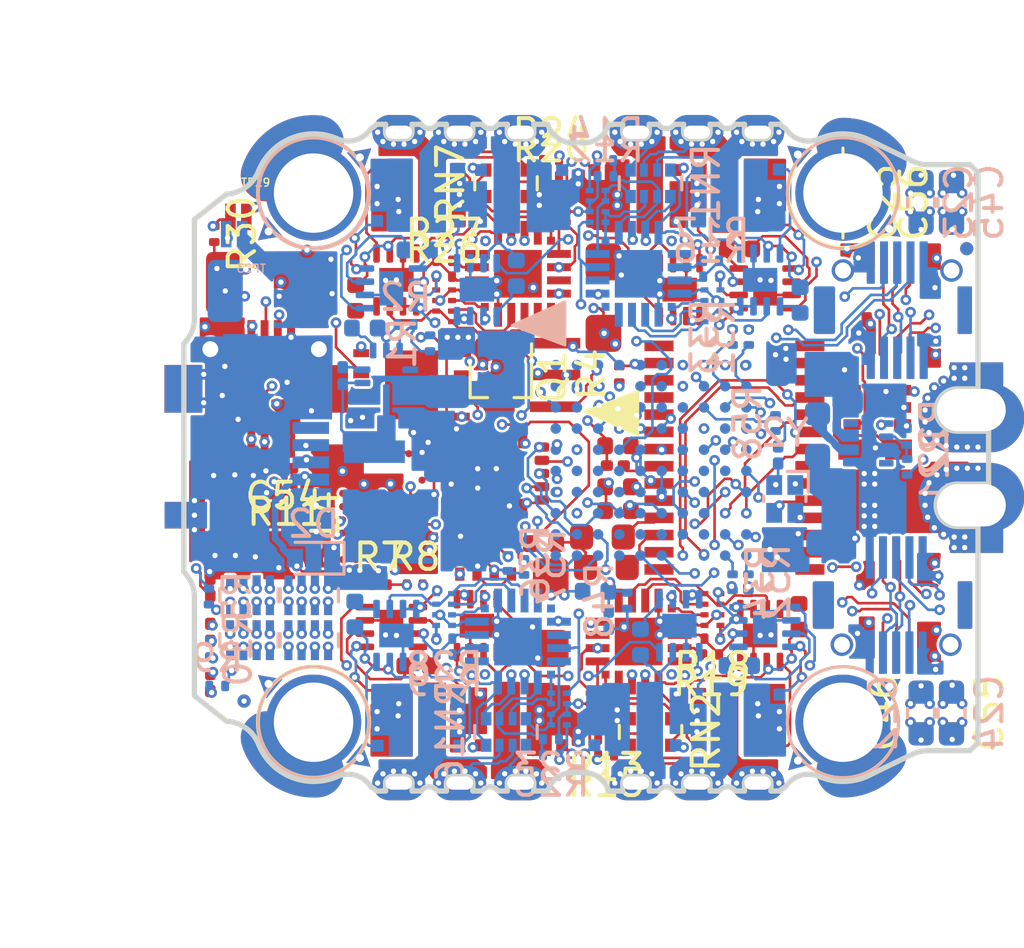
<source format=kicad_pcb>
(kicad_pcb (version 20171130) (host pcbnew "(5.1.4)-1")
  (layers (0 F.Cu signal) (1 In1.Cu signal) (2 In2.Cu signal) (3 In3.Cu signal) (4 In4.Cu signal) (5 In5.Cu signal) (6 In6.Cu signal) (31 B.Cu signal) (34 B.Paste user) (35 F.Paste user) (36 B.SilkS user hide) (37 F.SilkS user hide) (38 B.Mask user) (39 F.Mask user) (44 Edge.Cuts user))
  (net 0 "")
  (net 1 GND)
  (net 2 +5V)
  (net 3 +3V3)
  (net 4 +BATT)
  (net 5 "Net-(C10-Pad1)")
  (net 6 vol_sig)
  (net 7 curr_sig)
  (net 8 "Net-(R49-Pad4)")
  (net 9 "Net-(R49-Pad3)")
  (net 10 "Net-(R49-Pad2)")
  (net 11 "Net-(R58-Pad2)")
  (net 12 "Net-(C6-Pad1)")
  (net 13 "Net-(C7-Pad1)")
  (net 14 "Net-(C11-Pad1)")
  (net 15 "Net-(C16-Pad1)")
  (net 16 "Net-(C29-Pad1)")
  (net 17 "Net-(L2-Pad1)")
  (net 18 "Net-(R21-Pad2)")
  (net 19 MB_ESC_1)
  (net 20 ESC_1_C2CK)
  (net 21 MC_ESC_1)
  (net 22 MA_ESC_1)
  (net 23 COM_ESC_1)
  (net 24 Ap_ESC_1)
  (net 25 Ac_ESC_1)
  (net 26 Bp_ESC_1)
  (net 27 Bc_ESC_1)
  (net 28 Cp_ESC_1)
  (net 29 Cc_ESC_1)
  (net 30 ESC_1_C2D)
  (net 31 "Net-(U10-Pad5)")
  (net 32 "Net-(U14-Pad4)")
  (net 33 "Net-(U14-Pad8)")
  (net 34 OUT_A1)
  (net 35 OUT_A2)
  (net 36 "Net-(C9-Pad1)")
  (net 37 OUT_B2)
  (net 38 OUT_B1)
  (net 39 "Net-(C17-Pad1)")
  (net 40 OUT_C2)
  (net 41 OUT_C1)
  (net 42 MA_ESC_2)
  (net 43 MB_ESC_2)
  (net 44 ESC_2_C2CK)
  (net 45 MC_ESC_2)
  (net 46 COM_ESC_2)
  (net 47 Ap_ESC_2)
  (net 48 Ac_ESC_2)
  (net 49 Bp_ESC_2)
  (net 50 Bc_ESC_2)
  (net 51 Cp_ESC_2)
  (net 52 Cc_ESC_2)
  (net 53 ESC_2_C2D)
  (net 54 "Net-(U2-Pad7)")
  (net 55 "Net-(U2-Pad15)")
  (net 56 "Net-(U2-Pad16)")
  (net 57 ESC2_RX)
  (net 58 ESC_2_TX)
  (net 59 "Net-(U3-Pad5)")
  (net 60 "Net-(U3-Pad8)")
  (net 61 "Net-(U7-Pad8)")
  (net 62 "Net-(U7-Pad5)")
  (net 63 "Net-(U11-Pad5)")
  (net 64 "Net-(U11-Pad1)")
  (net 65 OUT_B3)
  (net 66 "Net-(C18-Pad1)")
  (net 67 OUT_C3)
  (net 68 "Net-(C19-Pad1)")
  (net 69 OUT_A3)
  (net 70 "Net-(C30-Pad1)")
  (net 71 OUT_B4)
  (net 72 "Net-(C31-Pad1)")
  (net 73 "Net-(C32-Pad1)")
  (net 74 OUT_C4)
  (net 75 "Net-(C34-Pad1)")
  (net 76 OUT_A4)
  (net 77 MP_PIN4)
  (net 78 I2C_SCL)
  (net 79 I2C_SDA)
  (net 80 UART4_RX)
  (net 81 UART4_TX)
  (net 82 UART1_TX)
  (net 83 UART1_RX)
  (net 84 MP_PIN1)
  (net 85 MP_PIN2)
  (net 86 UART3_TX)
  (net 87 UART3_RX)
  (net 88 MP_PIN3)
  (net 89 MC_ESC_3)
  (net 90 MA_ESC_3)
  (net 91 MB_ESC_3)
  (net 92 ESC_3_C2CK)
  (net 93 COM_ESC_3)
  (net 94 Cp_ESC_3)
  (net 95 Cc_ESC_3)
  (net 96 Bp_ESC_3)
  (net 97 Ap_ESC_3)
  (net 98 Ac_ESC_3)
  (net 99 Bc_ESC_3)
  (net 100 MC_ESC_4)
  (net 101 MA_ESC_4)
  (net 102 MB_ESC_4)
  (net 103 ESC_4_C2CK)
  (net 104 COM_ESC_4)
  (net 105 Cp_ESC_4)
  (net 106 Cc_ESC_4)
  (net 107 Bc_ESC_4)
  (net 108 Bp_ESC_4)
  (net 109 Ac_ESC_4)
  (net 110 Ap_ESC_4)
  (net 111 ESC_1_TX)
  (net 112 ESC1_RX)
  (net 113 "Net-(U1-Pad16)")
  (net 114 "Net-(U1-Pad15)")
  (net 115 "Net-(U1-Pad7)")
  (net 116 ESC_3_C2D)
  (net 117 "Net-(U6-Pad7)")
  (net 118 "Net-(U6-Pad15)")
  (net 119 "Net-(U6-Pad16)")
  (net 120 ESC3_RX)
  (net 121 ESC_3_TX)
  (net 122 "Net-(U10-Pad8)")
  (net 123 "Net-(U12-Pad8)")
  (net 124 "Net-(U12-Pad5)")
  (net 125 "Net-(U16-Pad8)")
  (net 126 "Net-(U16-Pad5)")
  (net 127 "Net-(U17-Pad5)")
  (net 128 "Net-(U17-Pad8)")
  (net 129 "Net-(U18-Pad5)")
  (net 130 "Net-(U18-Pad8)")
  (net 131 "Net-(U19-Pad8)")
  (net 132 "Net-(U19-Pad5)")
  (net 133 ESC_4_C2D)
  (net 134 "Net-(U24-Pad7)")
  (net 135 "Net-(U24-Pad15)")
  (net 136 "Net-(U24-Pad16)")
  (net 137 ESC4_RX)
  (net 138 ESC_4_TX)
  (net 139 "Net-(U25-Pad8)")
  (net 140 "Net-(U25-Pad5)")
  (net 141 "Net-(U27-Pad5)")
  (net 142 "Net-(U27-Pad8)")
  (net 143 "Net-(U28-Pad5)")
  (net 144 "Net-(U28-Pad8)")
  (net 145 "Net-(C35-Pad1)")
  (net 146 "Net-(C37-Pad1)")
  (net 147 "Net-(C38-Pad1)")
  (net 148 "Net-(C38-Pad2)")
  (net 149 "Net-(C39-Pad1)")
  (net 150 "Net-(R1-Pad2)")
  (net 151 "Net-(U32-Pad8)")
  (net 152 UART5_RX)
  (net 153 UART5_TX)
  (net 154 UART6_RX)
  (net 155 UART6_TX)
  (net 156 "Net-(U33-PadA1)")
  (net 157 "Net-(U33-PadA2)")
  (net 158 "Net-(U33-PadA9)")
  (net 159 "Net-(U33-PadA10)")
  (net 160 "Net-(U33-PadB1)")
  (net 161 "Net-(U33-PadB3)")
  (net 162 "Net-(U33-PadC1)")
  (net 163 "Net-(U33-PadD1)")
  (net 164 "Net-(U33-PadD7)")
  (net 165 "Net-(U33-PadE8)")
  (net 166 "Net-(U33-PadF1)")
  (net 167 "Net-(U33-PadF3)")
  (net 168 "Net-(U33-PadG4)")
  (net 169 "Net-(U33-PadG5)")
  (net 170 "Net-(U33-PadG6)")
  (net 171 "Net-(U33-PadG9)")
  (net 172 "Net-(U33-PadH7)")
  (net 173 "Net-(U33-PadH9)")
  (net 174 "Net-(U33-PadJ4)")
  (net 175 "Net-(U33-PadJ6)")
  (net 176 "Net-(U33-PadK4)")
  (net 177 "Net-(U34-Pad2)")
  (net 178 "Net-(U34-Pad5)")
  (net 179 "Net-(U34-Pad6)")
  (net 180 "Net-(U34-Pad7)")
  (net 181 "Net-(U34-Pad14)")
  (net 182 "Net-(U35-PadP$C5)")
  (net 183 "Net-(U35-PadP$C6)")
  (net 184 "Net-(U35-PadP$D3)")
  (net 185 "Net-(U35-PadP$F3)")
  (net 186 "Net-(U35-PadP$G5)")
  (net 187 "Net-(U35-PadP$E3)")
  (net 188 "Net-(U35-PadP$G4)")
  (net 189 "Net-(U35-PadP$D4)")
  (net 190 "Net-(U35-PadP$J6)")
  (net 191 "Net-(U35-PadP$J7)")
  (net 192 "Net-(U35-PadP$J8)")
  (net 193 "Net-(U35-PadP$F6)")
  (net 194 "Net-(U35-PadP$B1)")
  (net 195 "Net-(U35-PadP$G9)")
  (net 196 "Net-(U35-PadP$F9)")
  (net 197 "Net-(U35-PadP$E9)")
  (net 198 "Net-(U35-PadP$A6)")
  (net 199 "Net-(U35-PadP$C1)")
  (net 200 "Net-(U35-PadP$D1)")
  (net 201 "Net-(U35-PadP$A2)")
  (net 202 "Net-(U35-PadP$2E1)")
  (net 203 "Net-(U35-PadP$F1)")
  (net 204 "Net-(U35-PadP$F4)")
  (net 205 "Net-(D1-Pad2)")
  (net 206 "Net-(U36-Pad7)")
  (net 207 "Net-(C47-Pad1)")
  (net 208 "Net-(C48-Pad1)")
  (net 209 "Net-(C49-Pad1)")
  (net 210 "Net-(J1-Pad2)")
  (net 211 "Net-(J1-Pad3)")
  (net 212 "Net-(J1-Pad4)")
  (net 213 "Net-(R4-Pad2)")
  (net 214 "Net-(U37-Pad7)")
  (net 215 OSD_VIDEO_IN)
  (net 216 "Net-(C48-Pad2)")
  (net 217 "Net-(R5-Pad1)")
  (net 218 OSD_VIDEO_OUT)
  (net 219 "Net-(R7-Pad2)")
  (net 220 SCLK_FLASH)
  (net 221 CS_GYRO)
  (net 222 /USART2_TX)
  (net 223 MISO_GYRO)
  (net 224 SCLK_GYRO)
  (net 225 CS_FLASH)
  (net 226 "Net-(U33-PadC6)")
  (net 227 "Net-(U33-PadC7)")
  (net 228 MOSI_GYRO)
  (net 229 MISO_FLASH)
  (net 230 /SD_det)
  (net 231 "Net-(U33-PadE2)")
  (net 232 MOSI_FLASH)
  (net 233 "Net-(U33-PadE9)")
  (net 234 "Net-(U33-PadF2)")
  (net 235 CS_BERGSTAK20)
  (net 236 MOSI_OSD)
  (net 237 UART7_RX)
  (net 238 MISO_OSD)
  (net 239 UART7_TX)
  (net 240 SCLK_OSD)
  (net 241 CS_OSD)
  (net 242 "Net-(U34-Pad1)")
  (net 243 "Net-(U34-Pad12)")
  (net 244 "Net-(U34-Pad13)")
  (net 245 "Net-(U34-Pad15)")
  (net 246 "Net-(U34-Pad16)")
  (net 247 "Net-(U34-Pad17)")
  (net 248 "Net-(U34-Pad18)")
  (net 249 "Net-(U34-Pad27)")
  (net 250 "Net-(U34-Pad28)")
  (net 251 INT_GYRO)
  (net 252 "Net-(U36-Pad8)")
  (net 253 "Net-(U37-Pad3)")
  (net 254 "Net-(C50-Pad1)")
  (net 255 "Net-(C51-Pad1)")
  (net 256 UART8_TX)
  (net 257 UART8_RX)
  (net 258 "Net-(C52-Pad1)")
  (net 259 "Net-(U33-PadA4)")
  (net 260 "Net-(U33-PadB4)")
  (net 261 "Net-(U33-PadC5)")
  (net 262 "Net-(U33-PadD9)")
  (net 263 "Net-(U33-PadH6)")
  (net 264 "Net-(U33-PadK5)")
  (net 265 MP_PIN6)
  (net 266 MP_PIN5)
  (net 267 "Net-(D3-Pad2)")
  (net 268 "Net-(D4-Pad2)")
  (net 269 UC_LED_1)
  (net 270 UC_LED_2)
  (net 271 "Net-(TP30-Pad1)")
  (net 272 "Net-(C54-Pad1)")
  (net 273 "Net-(L4-Pad2)")
  (net 274 /NO_ADC_PIN)
  (net 275 "Net-(R30-Pad1)")
  (net 276 USB_VBUS)
  (net 277 "Net-(J6-Pad10)")
  (net 278 "Net-(R31-Pad1)")
  (net 279 "Net-(R32-Pad1)")
  (net 280 "Net-(R33-Pad1)")
  (net 281 "Net-(R34-Pad1)")
  (module ultimateFC:solderbridge_tiny (layer F.Cu) (at 169.66 62.9 180)
    (fp_text reference TP29 (at -0.65 1.3) (layer F.SilkS) (effects (font (size 0.3 0.3) (thickness 0.05))))
    (fp_text value bridge)
    (pad 2 smd rect (at 0.3 0 180) (size 0.4 1) (layers F.Cu F.Paste F.Mask) (net 275 "Net-(R30-Pad1)"))
    (pad 1 smd rect (at -0.3 0 180) (size 0.4 1) (layers F.Cu F.Paste F.Mask) (net 3 +3V3))
  )
  (module Fiducial:Fiducial_0.5mm_Dia_1mm_Outer (layer F.Cu) (at 197.1 64.1)
    (fp_text reference REF** hide)
    (fp_text value Fiducial_0.5mm_Dia_1mm_Outer)
    (pad ~ smd circle (at 0.075 0) (size 0.5 0.5) (layers F.Cu F.Mask) (clearance 0.35))
  )
  (module Fiducial:Fiducial_0.5mm_Dia_1mm_Outer (layer B.Cu) (at 197.1 64.1)
    (fp_text reference REF** hide)
    (fp_text value Fiducial_0.5mm_Dia_1mm_Outer)
    (pad ~ smd circle (at 0.075 0) (size 0.5 0.5) (layers B.Cu B.Mask) (clearance 0.35))
  )
  (module Fiducial:Fiducial_0.5mm_Dia_1mm_Outer (layer F.Cu) (at 169.8 81.2)
    (fp_text reference REF** hide)
    (fp_text value Fiducial_0.5mm_Dia_1mm_Outer)
    (pad ~ smd circle (at 0.075 0) (size 0.5 0.5) (layers F.Cu F.Mask) (net 271 "Net-(TP30-Pad1)") (clearance 0.35))
  )
  (module Fiducial:Fiducial_0.5mm_Dia_1mm_Outer (layer B.Cu) (at 169.8 81.2)
    (fp_text reference REF** hide)
    (fp_text value Fiducial_0.5mm_Dia_1mm_Outer)
    (pad ~ smd circle (at 0.075 0) (size 0.5 0.5) (layers B.Cu B.Mask) (net 271 "Net-(TP30-Pad1)") (clearance 0.35))
  )
  (module ultimateFC:C_AVX_Super_Low_ESL (layer F.Cu) (at 170.1 79 90)
    (fp_text reference C44 hide)
    (fp_text value 2.2µF)
    (pad 1 smd rect (at 0.6 0.75 90) (size 0.5 0.3) (layers F.Cu F.Paste F.Mask) (net 3 +3V3))
    (pad 2 smd rect (at 0.6 -0.75 90) (size 0.5 0.3) (layers F.Cu F.Paste F.Mask) (net 1 GND))
    (pad 2 smd rect (at -0.4 -0.25 90) (size 0.5 0.3) (layers F.Cu F.Paste F.Mask) (net 1 GND))
    (pad 1 smd rect (at 0.6 -0.25 90) (size 0.5 0.3) (layers F.Cu F.Paste F.Mask) (net 3 +3V3))
    (pad 1 smd rect (at -0.4 0.25 90) (size 0.5 0.3) (layers F.Cu F.Paste F.Mask) (net 3 +3V3))
    (pad 2 smd rect (at -0.4 0.75 90) (size 0.5 0.3) (layers F.Cu F.Paste F.Mask) (net 1 GND))
    (pad 1 smd rect (at -0.4 -0.75 90) (size 0.5 0.3) (layers F.Cu F.Paste F.Mask) (net 3 +3V3))
    (pad 2 smd rect (at 0.6 0.25 90) (size 0.5 0.3) (layers F.Cu F.Paste F.Mask) (net 1 GND))
  )
  (module ultimateFC:C_AVX_Super_Low_ESL (layer F.Cu) (at 172.3 77.3 90)
    (fp_text reference C43 hide)
    (fp_text value 1µF)
    (pad 1 smd rect (at 0.6 0.75 90) (size 0.5 0.3) (layers F.Cu F.Paste F.Mask) (net 2 +5V))
    (pad 2 smd rect (at 0.6 -0.75 90) (size 0.5 0.3) (layers F.Cu F.Paste F.Mask) (net 1 GND))
    (pad 2 smd rect (at -0.4 -0.25 90) (size 0.5 0.3) (layers F.Cu F.Paste F.Mask) (net 1 GND))
    (pad 1 smd rect (at 0.6 -0.25 90) (size 0.5 0.3) (layers F.Cu F.Paste F.Mask) (net 2 +5V))
    (pad 1 smd rect (at -0.4 0.25 90) (size 0.5 0.3) (layers F.Cu F.Paste F.Mask) (net 2 +5V))
    (pad 2 smd rect (at -0.4 0.75 90) (size 0.5 0.3) (layers F.Cu F.Paste F.Mask) (net 1 GND))
    (pad 1 smd rect (at -0.4 -0.75 90) (size 0.5 0.3) (layers F.Cu F.Paste F.Mask) (net 2 +5V))
    (pad 2 smd rect (at 0.6 0.25 90) (size 0.5 0.3) (layers F.Cu F.Paste F.Mask) (net 1 GND))
  )
  (module ultimateFC:C_AVX_Super_Low_ESL (layer F.Cu) (at 170.1 77.3 90)
    (fp_text reference C42 hide)
    (fp_text value 2.2µF)
    (pad 1 smd rect (at 0.6 0.75 90) (size 0.5 0.3) (layers F.Cu F.Paste F.Mask) (net 1 GND))
    (pad 2 smd rect (at 0.6 -0.75 90) (size 0.5 0.3) (layers F.Cu F.Paste F.Mask) (net 3 +3V3))
    (pad 2 smd rect (at -0.4 -0.25 90) (size 0.5 0.3) (layers F.Cu F.Paste F.Mask) (net 3 +3V3))
    (pad 1 smd rect (at 0.6 -0.25 90) (size 0.5 0.3) (layers F.Cu F.Paste F.Mask) (net 1 GND))
    (pad 1 smd rect (at -0.4 0.25 90) (size 0.5 0.3) (layers F.Cu F.Paste F.Mask) (net 1 GND))
    (pad 2 smd rect (at -0.4 0.75 90) (size 0.5 0.3) (layers F.Cu F.Paste F.Mask) (net 3 +3V3))
    (pad 1 smd rect (at -0.4 -0.75 90) (size 0.5 0.3) (layers F.Cu F.Paste F.Mask) (net 1 GND))
    (pad 2 smd rect (at 0.6 0.25 90) (size 0.5 0.3) (layers F.Cu F.Paste F.Mask) (net 3 +3V3))
  )
  (module ultimateFC:C_AVX_Super_Low_ESL (layer B.Cu) (at 172.3 77.1 270)
    (fp_text reference C41 hide)
    (fp_text value 1µF)
    (pad 1 smd rect (at 0.6 -0.75 270) (size 0.5 0.3) (layers B.Cu B.Paste B.Mask) (net 1 GND))
    (pad 2 smd rect (at 0.6 0.75 270) (size 0.5 0.3) (layers B.Cu B.Paste B.Mask) (net 2 +5V))
    (pad 2 smd rect (at -0.4 0.25 270) (size 0.5 0.3) (layers B.Cu B.Paste B.Mask) (net 2 +5V))
    (pad 1 smd rect (at 0.6 0.25 270) (size 0.5 0.3) (layers B.Cu B.Paste B.Mask) (net 1 GND))
    (pad 1 smd rect (at -0.4 -0.25 270) (size 0.5 0.3) (layers B.Cu B.Paste B.Mask) (net 1 GND))
    (pad 2 smd rect (at -0.4 -0.75 270) (size 0.5 0.3) (layers B.Cu B.Paste B.Mask) (net 2 +5V))
    (pad 1 smd rect (at -0.4 0.75 270) (size 0.5 0.3) (layers B.Cu B.Paste B.Mask) (net 1 GND))
    (pad 2 smd rect (at 0.6 -0.25 270) (size 0.5 0.3) (layers B.Cu B.Paste B.Mask) (net 2 +5V))
  )
  (module ultimateFC:C_AVX_Super_Low_ESL (layer B.Cu) (at 170.1 77.3 90)
    (fp_text reference C21 hide)
    (fp_text value 2.2µF)
    (pad 1 smd rect (at 0.6 -0.75 90) (size 0.5 0.3) (layers B.Cu B.Paste B.Mask) (net 3 +3V3))
    (pad 2 smd rect (at 0.6 0.75 90) (size 0.5 0.3) (layers B.Cu B.Paste B.Mask) (net 1 GND))
    (pad 2 smd rect (at -0.4 0.25 90) (size 0.5 0.3) (layers B.Cu B.Paste B.Mask) (net 1 GND))
    (pad 1 smd rect (at 0.6 0.25 90) (size 0.5 0.3) (layers B.Cu B.Paste B.Mask) (net 3 +3V3))
    (pad 1 smd rect (at -0.4 -0.25 90) (size 0.5 0.3) (layers B.Cu B.Paste B.Mask) (net 3 +3V3))
    (pad 2 smd rect (at -0.4 -0.75 90) (size 0.5 0.3) (layers B.Cu B.Paste B.Mask) (net 1 GND))
    (pad 1 smd rect (at -0.4 0.75 90) (size 0.5 0.3) (layers B.Cu B.Paste B.Mask) (net 3 +3V3))
    (pad 2 smd rect (at 0.6 -0.25 90) (size 0.5 0.3) (layers B.Cu B.Paste B.Mask) (net 1 GND))
  )
  (module ultimateFC:C_AVX_Super_Low_ESL (layer F.Cu) (at 172.3 79 90)
    (fp_text reference C20 hide)
    (fp_text value 1µF)
    (pad 1 smd rect (at 0.6 0.75 90) (size 0.5 0.3) (layers F.Cu F.Paste F.Mask) (net 2 +5V))
    (pad 2 smd rect (at 0.6 -0.75 90) (size 0.5 0.3) (layers F.Cu F.Paste F.Mask) (net 1 GND))
    (pad 2 smd rect (at -0.4 -0.25 90) (size 0.5 0.3) (layers F.Cu F.Paste F.Mask) (net 1 GND))
    (pad 1 smd rect (at 0.6 -0.25 90) (size 0.5 0.3) (layers F.Cu F.Paste F.Mask) (net 2 +5V))
    (pad 1 smd rect (at -0.4 0.25 90) (size 0.5 0.3) (layers F.Cu F.Paste F.Mask) (net 2 +5V))
    (pad 2 smd rect (at -0.4 0.75 90) (size 0.5 0.3) (layers F.Cu F.Paste F.Mask) (net 1 GND))
    (pad 1 smd rect (at -0.4 -0.75 90) (size 0.5 0.3) (layers F.Cu F.Paste F.Mask) (net 2 +5V))
    (pad 2 smd rect (at 0.6 0.25 90) (size 0.5 0.3) (layers F.Cu F.Paste F.Mask) (net 1 GND))
  )
  (module ultimateFC:C_AVX_Super_Low_ESL (layer B.Cu) (at 170.1 79 90)
    (fp_text reference C15 hide)
    (fp_text value 2.2µF)
    (pad 1 smd rect (at 0.6 -0.75 90) (size 0.5 0.3) (layers B.Cu B.Paste B.Mask) (net 1 GND))
    (pad 2 smd rect (at 0.6 0.75 90) (size 0.5 0.3) (layers B.Cu B.Paste B.Mask) (net 3 +3V3))
    (pad 2 smd rect (at -0.4 0.25 90) (size 0.5 0.3) (layers B.Cu B.Paste B.Mask) (net 3 +3V3))
    (pad 1 smd rect (at 0.6 0.25 90) (size 0.5 0.3) (layers B.Cu B.Paste B.Mask) (net 1 GND))
    (pad 1 smd rect (at -0.4 -0.25 90) (size 0.5 0.3) (layers B.Cu B.Paste B.Mask) (net 1 GND))
    (pad 2 smd rect (at -0.4 -0.75 90) (size 0.5 0.3) (layers B.Cu B.Paste B.Mask) (net 3 +3V3))
    (pad 1 smd rect (at -0.4 0.75 90) (size 0.5 0.3) (layers B.Cu B.Paste B.Mask) (net 1 GND))
    (pad 2 smd rect (at 0.6 -0.25 90) (size 0.5 0.3) (layers B.Cu B.Paste B.Mask) (net 3 +3V3))
  )
  (module ultimateFC:C_AVX_Super_Low_ESL (layer B.Cu) (at 172.3 78.8 270)
    (fp_text reference C14 hide)
    (fp_text value 1µF)
    (pad 1 smd rect (at 0.6 -0.75 270) (size 0.5 0.3) (layers B.Cu B.Paste B.Mask) (net 1 GND))
    (pad 2 smd rect (at 0.6 0.75 270) (size 0.5 0.3) (layers B.Cu B.Paste B.Mask) (net 2 +5V))
    (pad 2 smd rect (at -0.4 0.25 270) (size 0.5 0.3) (layers B.Cu B.Paste B.Mask) (net 2 +5V))
    (pad 1 smd rect (at 0.6 0.25 270) (size 0.5 0.3) (layers B.Cu B.Paste B.Mask) (net 1 GND))
    (pad 1 smd rect (at -0.4 -0.25 270) (size 0.5 0.3) (layers B.Cu B.Paste B.Mask) (net 1 GND))
    (pad 2 smd rect (at -0.4 -0.75 270) (size 0.5 0.3) (layers B.Cu B.Paste B.Mask) (net 2 +5V))
    (pad 1 smd rect (at -0.4 0.75 270) (size 0.5 0.3) (layers B.Cu B.Paste B.Mask) (net 1 GND))
    (pad 2 smd rect (at 0.6 -0.25 270) (size 0.5 0.3) (layers B.Cu B.Paste B.Mask) (net 2 +5V))
  )
  (module ultimateFC:10132797-011100LF (layer F.Cu) (at 194.55 66.425)
    (fp_text reference J3 hide)
    (fp_text value 10132797-011100LF)
    (pad "" smd roundrect (at -2.75 0 180) (size 0.8 1.8) (layers F.Cu F.Paste F.Mask) (roundrect_rratio 0.1))
    (pad "" smd roundrect (at 2.55 0) (size 0.55 1.8) (layers F.Cu F.Paste F.Mask) (roundrect_rratio 0.1))
    (pad 10 smd roundrect (at 1 1.8) (size 0.3 1.6) (layers F.Cu F.Paste F.Mask) (roundrect_rratio 0.1) (net 2 +5V))
    (pad 9 smd roundrect (at 0.5 1.8) (size 0.3 1.6) (layers F.Cu F.Paste F.Mask) (roundrect_rratio 0.1) (net 239 UART7_TX))
    (pad 8 smd roundrect (at 0 1.8) (size 0.3 1.6) (layers F.Cu F.Paste F.Mask) (roundrect_rratio 0.1) (net 237 UART7_RX))
    (pad 7 smd roundrect (at -0.5 1.8) (size 0.3 1.6) (layers F.Cu F.Paste F.Mask) (roundrect_rratio 0.1) (net 3 +3V3))
    (pad 6 smd roundrect (at -1 1.8) (size 0.3 1.6) (layers F.Cu F.Paste F.Mask) (roundrect_rratio 0.1) (net 1 GND))
    (pad 5 smd roundrect (at -1 -1.8 180) (size 0.3 1.6) (layers F.Cu F.Paste F.Mask) (roundrect_rratio 0.1) (net 2 +5V))
    (pad 4 smd roundrect (at -0.5 -1.8 180) (size 0.3 1.6) (layers F.Cu F.Paste F.Mask) (roundrect_rratio 0.1) (net 79 I2C_SDA))
    (pad 3 smd roundrect (at 0 -1.8 180) (size 0.3 1.6) (layers F.Cu F.Paste F.Mask) (roundrect_rratio 0.1) (net 78 I2C_SCL))
    (pad 2 smd roundrect (at 0.5 -1.8 180) (size 0.3 1.6) (layers F.Cu F.Paste F.Mask) (roundrect_rratio 0.1) (net 84 MP_PIN1))
    (pad 1 smd roundrect (at 1 -1.8 180) (size 0.3 1.6) (layers F.Cu F.Paste F.Mask) (roundrect_rratio 0.1) (net 1 GND))
  )
  (module ultimateFC:10132797-011100LF (layer B.Cu) (at 194.55 66.425 180)
    (fp_text reference J5 hide)
    (fp_text value 10132797-011100LF)
    (pad 1 smd roundrect (at 1 1.8) (size 0.3 1.6) (layers B.Cu B.Paste B.Mask) (roundrect_rratio 0.1) (net 1 GND))
    (pad 2 smd roundrect (at 0.5 1.8) (size 0.3 1.6) (layers B.Cu B.Paste B.Mask) (roundrect_rratio 0.1) (net 3 +3V3))
    (pad 3 smd roundrect (at 0 1.8) (size 0.3 1.6) (layers B.Cu B.Paste B.Mask) (roundrect_rratio 0.1) (net 80 UART4_RX))
    (pad 4 smd roundrect (at -0.5 1.8) (size 0.3 1.6) (layers B.Cu B.Paste B.Mask) (roundrect_rratio 0.1) (net 81 UART4_TX))
    (pad 5 smd roundrect (at -1 1.8) (size 0.3 1.6) (layers B.Cu B.Paste B.Mask) (roundrect_rratio 0.1) (net 2 +5V))
    (pad 6 smd roundrect (at -1 -1.8 180) (size 0.3 1.6) (layers B.Cu B.Paste B.Mask) (roundrect_rratio 0.1) (net 1 GND))
    (pad 7 smd roundrect (at -0.5 -1.8 180) (size 0.3 1.6) (layers B.Cu B.Paste B.Mask) (roundrect_rratio 0.1) (net 88 MP_PIN3))
    (pad 8 smd roundrect (at 0 -1.8 180) (size 0.3 1.6) (layers B.Cu B.Paste B.Mask) (roundrect_rratio 0.1) (net 78 I2C_SCL))
    (pad 9 smd roundrect (at 0.5 -1.8 180) (size 0.3 1.6) (layers B.Cu B.Paste B.Mask) (roundrect_rratio 0.1) (net 79 I2C_SDA))
    (pad 10 smd roundrect (at 1 -1.8 180) (size 0.3 1.6) (layers B.Cu B.Paste B.Mask) (roundrect_rratio 0.1) (net 2 +5V))
    (pad "" smd roundrect (at 2.75 0 180) (size 0.8 1.8) (layers B.Cu B.Paste B.Mask) (roundrect_rratio 0.1))
    (pad "" smd roundrect (at -2.55 0) (size 0.55 1.8) (layers B.Cu B.Paste B.Mask) (roundrect_rratio 0.1))
    (pad 1 thru_hole circle (at 2.05 1.5 180) (size 0.85 0.85) (drill 0.6) (layers *.Cu *.Mask) (net 1 GND))
    (pad 1 thru_hole circle (at -2.05 1.5 180) (size 0.85 0.85) (drill 0.6) (layers *.Cu *.Mask) (net 1 GND))
  )
  (module ultimateFC:10132797-011100LF (layer B.Cu) (at 194.51 77.57)
    (fp_text reference J4 hide)
    (fp_text value 10132797-011100LF)
    (pad 1 thru_hole circle (at -2.05 1.5) (size 0.85 0.85) (drill 0.6) (layers *.Cu *.Mask) (net 1 GND))
    (pad 1 thru_hole circle (at 2.05 1.5) (size 0.85 0.85) (drill 0.6) (layers *.Cu *.Mask) (net 1 GND))
    (pad "" smd roundrect (at -2.75 0 180) (size 0.8 1.8) (layers B.Cu B.Paste B.Mask) (roundrect_rratio 0.1))
    (pad "" smd roundrect (at 2.6 0) (size 0.55 1.8) (layers B.Cu B.Paste B.Mask) (roundrect_rratio 0.1))
    (pad 10 smd roundrect (at 1 -1.8) (size 0.3 1.6) (layers B.Cu B.Paste B.Mask) (roundrect_rratio 0.1) (net 2 +5V))
    (pad 9 smd roundrect (at 0.5 -1.8) (size 0.3 1.6) (layers B.Cu B.Paste B.Mask) (roundrect_rratio 0.1) (net 155 UART6_TX))
    (pad 8 smd roundrect (at 0 -1.8) (size 0.3 1.6) (layers B.Cu B.Paste B.Mask) (roundrect_rratio 0.1) (net 154 UART6_RX))
    (pad 7 smd roundrect (at -0.5 -1.8) (size 0.3 1.6) (layers B.Cu B.Paste B.Mask) (roundrect_rratio 0.1) (net 3 +3V3))
    (pad 6 smd roundrect (at -1 -1.8) (size 0.3 1.6) (layers B.Cu B.Paste B.Mask) (roundrect_rratio 0.1) (net 1 GND))
    (pad 5 smd roundrect (at -1 1.8 180) (size 0.3 1.6) (layers B.Cu B.Paste B.Mask) (roundrect_rratio 0.1) (net 2 +5V))
    (pad 4 smd roundrect (at -0.5 1.8 180) (size 0.3 1.6) (layers B.Cu B.Paste B.Mask) (roundrect_rratio 0.1) (net 79 I2C_SDA))
    (pad 3 smd roundrect (at 0 1.8 180) (size 0.3 1.6) (layers B.Cu B.Paste B.Mask) (roundrect_rratio 0.1) (net 78 I2C_SCL))
    (pad 2 smd roundrect (at 0.5 1.8 180) (size 0.3 1.6) (layers B.Cu B.Paste B.Mask) (roundrect_rratio 0.1) (net 85 MP_PIN2))
    (pad 1 smd roundrect (at 1 1.8 180) (size 0.3 1.6) (layers B.Cu B.Paste B.Mask) (roundrect_rratio 0.1) (net 1 GND))
  )
  (module ultimateFC:10132797-011100LF (layer F.Cu) (at 194.51 77.57 180)
    (fp_text reference J2 hide)
    (fp_text value 10132797-011100LF)
    (pad 1 smd roundrect (at 1 -1.8) (size 0.3 1.6) (layers F.Cu F.Paste F.Mask) (roundrect_rratio 0.1) (net 1 GND))
    (pad 2 smd roundrect (at 0.5 -1.8) (size 0.3 1.6) (layers F.Cu F.Paste F.Mask) (roundrect_rratio 0.1) (net 3 +3V3))
    (pad 3 smd roundrect (at 0 -1.8) (size 0.3 1.6) (layers F.Cu F.Paste F.Mask) (roundrect_rratio 0.1) (net 87 UART3_RX))
    (pad 4 smd roundrect (at -0.5 -1.8) (size 0.3 1.6) (layers F.Cu F.Paste F.Mask) (roundrect_rratio 0.1) (net 86 UART3_TX))
    (pad 5 smd roundrect (at -1 -1.8) (size 0.3 1.6) (layers F.Cu F.Paste F.Mask) (roundrect_rratio 0.1) (net 2 +5V))
    (pad 6 smd roundrect (at -1 1.8 180) (size 0.3 1.6) (layers F.Cu F.Paste F.Mask) (roundrect_rratio 0.1) (net 1 GND))
    (pad 7 smd roundrect (at -0.5 1.8 180) (size 0.3 1.6) (layers F.Cu F.Paste F.Mask) (roundrect_rratio 0.1) (net 77 MP_PIN4))
    (pad 8 smd roundrect (at 0 1.8 180) (size 0.3 1.6) (layers F.Cu F.Paste F.Mask) (roundrect_rratio 0.1) (net 78 I2C_SCL))
    (pad 9 smd roundrect (at 0.5 1.8 180) (size 0.3 1.6) (layers F.Cu F.Paste F.Mask) (roundrect_rratio 0.1) (net 79 I2C_SDA))
    (pad 10 smd roundrect (at 1 1.8 180) (size 0.3 1.6) (layers F.Cu F.Paste F.Mask) (roundrect_rratio 0.1) (net 2 +5V))
    (pad "" smd roundrect (at 2.75 0 180) (size 0.8 1.8) (layers F.Cu F.Paste F.Mask) (roundrect_rratio 0.1))
    (pad "" smd roundrect (at -2.6 0) (size 0.55 1.8) (layers F.Cu F.Paste F.Mask) (roundrect_rratio 0.1))
  )
  (module ultimateFC:batt_conn_oval (layer F.Cu) (at 197.35 73.8)
    (fp_text reference TP10 hide)
    (fp_text value BattPad-)
    (pad 1 thru_hole oval (at 0 0) (size 3 2) (drill oval 2.6 1.6) (layers *.Cu *.Mask) (net 8 "Net-(R49-Pad4)"))
    (pad 1 smd oval (at 0 -0.3) (size 4 2.6) (layers F.Cu F.Mask) (net 8 "Net-(R49-Pad4)"))
    (pad 1 smd oval (at 0 -0.3) (size 4 2.6) (layers B.Cu B.Mask) (net 8 "Net-(R49-Pad4)"))
    (pad 1 smd rect (at 0.2 0.8) (size 2 2) (layers B.Cu B.Mask) (net 8 "Net-(R49-Pad4)"))
    (pad 1 smd rect (at -0.8 0.9 45) (size 0.5 0.5) (layers B.Cu B.Mask) (net 8 "Net-(R49-Pad4)"))
    (pad 1 smd rect (at -0.8 0.9 45) (size 0.5 0.5) (layers F.Cu B.Mask) (net 8 "Net-(R49-Pad4)"))
    (pad 1 smd rect (at 0.2 0.8) (size 2 2) (layers F.Cu F.Mask) (net 8 "Net-(R49-Pad4)"))
  )
  (module ultimateFC:batt_conn_oval (layer B.Cu) (at 197.35 70.2)
    (fp_text reference TP9 hide)
    (fp_text value BattPad+)
    (pad 1 thru_hole oval (at 0 0) (size 3 2) (drill oval 2.6 1.6) (layers *.Cu *.Mask) (net 4 +BATT))
    (pad 1 smd oval (at 0 0.3) (size 4 2.6) (layers B.Cu B.Mask) (net 4 +BATT))
    (pad 1 smd oval (at 0 0.3) (size 4 2.6) (layers F.Cu F.Mask) (net 4 +BATT))
    (pad 1 smd rect (at 0.2 -0.8) (size 2 2) (layers B.Cu B.Mask) (net 4 +BATT))
    (pad 1 smd rect (at 0.2 -0.8) (size 2 2) (layers F.Cu F.Mask) (net 4 +BATT))
    (pad 1 smd rect (at -0.8 -0.9 315) (size 0.5 0.5) (layers F.Cu F.Mask) (net 4 +BATT))
    (pad 1 smd rect (at -0.8 -0.9 315) (size 0.5 0.5) (layers B.Cu F.Mask) (net 4 +BATT))
  )
  (module Package_BGA:TFBGA-100_8x8mm_Layout10x10_P0.8mm (layer B.Cu) (at 185.25 72.1 270)
    (fp_text reference U33 hide)
    (fp_text value STM32F745VGHx)
    (pad A1 smd circle (at -3.6 3.6 270) (size 0.4 0.4) (layers B.Cu B.Paste B.Mask) (net 156 "Net-(U33-PadA1)"))
    (pad A2 smd circle (at -2.8 3.6 270) (size 0.4 0.4) (layers B.Cu B.Paste B.Mask) (net 157 "Net-(U33-PadA2)"))
    (pad A3 smd circle (at -2 3.6 270) (size 0.4 0.4) (layers B.Cu B.Paste B.Mask) (net 220 SCLK_FLASH))
    (pad A4 smd circle (at -1.2 3.6 270) (size 0.4 0.4) (layers B.Cu B.Paste B.Mask) (net 259 "Net-(U33-PadA4)"))
    (pad A5 smd circle (at -0.4 3.6 270) (size 0.4 0.4) (layers B.Cu B.Paste B.Mask) (net 83 UART1_RX))
    (pad A6 smd circle (at 0.4 3.6 270) (size 0.4 0.4) (layers B.Cu B.Paste B.Mask) (net 269 UC_LED_1))
    (pad A7 smd circle (at 1.2 3.6 270) (size 0.4 0.4) (layers B.Cu B.Paste B.Mask) (net 270 UC_LED_2))
    (pad A8 smd circle (at 2 3.6 270) (size 0.4 0.4) (layers B.Cu B.Paste B.Mask) (net 221 CS_GYRO))
    (pad A9 smd circle (at 2.8 3.6 270) (size 0.4 0.4) (layers B.Cu B.Paste B.Mask) (net 158 "Net-(U33-PadA9)"))
    (pad A10 smd circle (at 3.6 3.6 270) (size 0.4 0.4) (layers B.Cu B.Paste B.Mask) (net 159 "Net-(U33-PadA10)"))
    (pad B1 smd circle (at -3.6 2.8 270) (size 0.4 0.4) (layers B.Cu B.Paste B.Mask) (net 160 "Net-(U33-PadB1)"))
    (pad B2 smd circle (at -2.8 2.8 270) (size 0.4 0.4) (layers B.Cu B.Paste B.Mask) (net 3 +3V3))
    (pad B3 smd circle (at -2 2.8 270) (size 0.4 0.4) (layers B.Cu B.Paste B.Mask) (net 161 "Net-(U33-PadB3)"))
    (pad B4 smd circle (at -1.2 2.8 270) (size 0.4 0.4) (layers B.Cu B.Paste B.Mask) (net 260 "Net-(U33-PadB4)"))
    (pad B5 smd circle (at -0.4 2.8 270) (size 0.4 0.4) (layers B.Cu B.Paste B.Mask) (net 82 UART1_TX))
    (pad B6 smd circle (at 0.4 2.8 270) (size 0.4 0.4) (layers B.Cu B.Paste B.Mask) (net 222 /USART2_TX))
    (pad B7 smd circle (at 1.2 2.8 270) (size 0.4 0.4) (layers B.Cu B.Paste B.Mask) (net 152 UART5_RX))
    (pad B8 smd circle (at 2 2.8 270) (size 0.4 0.4) (layers B.Cu B.Paste B.Mask) (net 223 MISO_GYRO))
    (pad B9 smd circle (at 2.8 2.8 270) (size 0.4 0.4) (layers B.Cu B.Paste B.Mask) (net 224 SCLK_GYRO))
    (pad B10 smd circle (at 3.6 2.8 270) (size 0.4 0.4) (layers B.Cu B.Paste B.Mask) (net 211 "Net-(J1-Pad3)"))
    (pad C1 smd circle (at -3.6 2 270) (size 0.4 0.4) (layers B.Cu B.Paste B.Mask) (net 162 "Net-(U33-PadC1)"))
    (pad C2 smd circle (at -2.8 2 270) (size 0.4 0.4) (layers B.Cu B.Paste B.Mask) (net 1 GND))
    (pad C3 smd circle (at -2 2 270) (size 0.4 0.4) (layers B.Cu B.Paste B.Mask) (net 225 CS_FLASH))
    (pad C4 smd circle (at -1.2 2 270) (size 0.4 0.4) (layers B.Cu B.Paste B.Mask) (net 256 UART8_TX))
    (pad C5 smd circle (at -0.4 2 270) (size 0.4 0.4) (layers B.Cu B.Paste B.Mask) (net 261 "Net-(U33-PadC5)"))
    (pad C6 smd circle (at 0.4 2 270) (size 0.4 0.4) (layers B.Cu B.Paste B.Mask) (net 226 "Net-(U33-PadC6)"))
    (pad C7 smd circle (at 1.2 2 270) (size 0.4 0.4) (layers B.Cu B.Paste B.Mask) (net 227 "Net-(U33-PadC7)"))
    (pad C8 smd circle (at 2 2 270) (size 0.4 0.4) (layers B.Cu B.Paste B.Mask) (net 228 MOSI_GYRO))
    (pad C9 smd circle (at 2.8 2 270) (size 0.4 0.4) (layers B.Cu B.Paste B.Mask) (net 219 "Net-(R7-Pad2)"))
    (pad C10 smd circle (at 3.6 2 270) (size 0.4 0.4) (layers B.Cu B.Paste B.Mask) (net 210 "Net-(J1-Pad2)"))
    (pad D1 smd circle (at -3.6 1.2 270) (size 0.4 0.4) (layers B.Cu B.Paste B.Mask) (net 163 "Net-(U33-PadD1)"))
    (pad D2 smd circle (at -2.8 1.2 270) (size 0.4 0.4) (layers B.Cu B.Paste B.Mask) (net 3 +3V3))
    (pad D3 smd circle (at -2 1.2 270) (size 0.4 0.4) (layers B.Cu B.Paste B.Mask) (net 229 MISO_FLASH))
    (pad D4 smd circle (at -1.2 1.2 270) (size 0.4 0.4) (layers B.Cu B.Paste B.Mask) (net 257 UART8_RX))
    (pad D5 smd circle (at -0.4 1.2 270) (size 0.4 0.4) (layers B.Cu B.Paste B.Mask) (net 275 "Net-(R30-Pad1)"))
    (pad D6 smd circle (at 0.4 1.2 270) (size 0.4 0.4) (layers B.Cu B.Paste B.Mask) (net 230 /SD_det))
    (pad D7 smd circle (at 1.2 1.2 270) (size 0.4 0.4) (layers B.Cu B.Paste B.Mask) (net 164 "Net-(U33-PadD7)"))
    (pad D8 smd circle (at 2 1.2 270) (size 0.4 0.4) (layers B.Cu B.Paste B.Mask) (net 251 INT_GYRO))
    (pad D9 smd circle (at 2.8 1.2 270) (size 0.4 0.4) (layers B.Cu B.Paste B.Mask) (net 262 "Net-(U33-PadD9)"))
    (pad D10 smd circle (at 3.6 1.2 270) (size 0.4 0.4) (layers B.Cu B.Paste B.Mask) (net 274 /NO_ADC_PIN))
    (pad E1 smd circle (at -3.6 0.4 270) (size 0.4 0.4) (layers B.Cu B.Paste B.Mask) (net 213 "Net-(R4-Pad2)"))
    (pad E2 smd circle (at -2.8 0.4 270) (size 0.4 0.4) (layers B.Cu B.Paste B.Mask) (net 231 "Net-(U33-PadE2)"))
    (pad E3 smd circle (at -2 0.4 270) (size 0.4 0.4) (layers B.Cu B.Paste B.Mask) (net 232 MOSI_FLASH))
    (pad E4 smd circle (at -1.2 0.4 270) (size 0.4 0.4) (layers B.Cu B.Paste B.Mask) (net 1 GND))
    (pad E5 smd circle (at -0.4 0.4 270) (size 0.4 0.4) (layers B.Cu B.Paste B.Mask) (net 1 GND))
    (pad E6 smd circle (at 0.4 0.4 270) (size 0.4 0.4) (layers B.Cu B.Paste B.Mask) (net 1 GND))
    (pad E7 smd circle (at 1.2 0.4 270) (size 0.4 0.4) (layers B.Cu B.Paste B.Mask) (net 255 "Net-(C51-Pad1)"))
    (pad E8 smd circle (at 2 0.4 270) (size 0.4 0.4) (layers B.Cu B.Paste B.Mask) (net 165 "Net-(U33-PadE8)"))
    (pad E9 smd circle (at 2.8 0.4 270) (size 0.4 0.4) (layers B.Cu B.Paste B.Mask) (net 233 "Net-(U33-PadE9)"))
    (pad E10 smd circle (at 3.6 0.4 270) (size 0.4 0.4) (layers B.Cu B.Paste B.Mask) (net 154 UART6_RX))
    (pad F1 smd circle (at -3.6 -0.4 270) (size 0.4 0.4) (layers B.Cu B.Paste B.Mask) (net 166 "Net-(U33-PadF1)"))
    (pad F2 smd circle (at -2.8 -0.4 270) (size 0.4 0.4) (layers B.Cu B.Paste B.Mask) (net 234 "Net-(U33-PadF2)"))
    (pad F3 smd circle (at -2 -0.4 270) (size 0.4 0.4) (layers B.Cu B.Paste B.Mask) (net 167 "Net-(U33-PadF3)"))
    (pad F4 smd circle (at -1.2 -0.4 270) (size 0.4 0.4) (layers B.Cu B.Paste B.Mask) (net 3 +3V3))
    (pad F5 smd circle (at -0.4 -0.4 270) (size 0.4 0.4) (layers B.Cu B.Paste B.Mask) (net 3 +3V3))
    (pad F6 smd circle (at 0.4 -0.4 270) (size 0.4 0.4) (layers B.Cu B.Paste B.Mask) (net 3 +3V3))
    (pad F7 smd circle (at 1.2 -0.4 270) (size 0.4 0.4) (layers B.Cu B.Paste B.Mask) (net 3 +3V3))
    (pad F8 smd circle (at 2 -0.4 270) (size 0.4 0.4) (layers B.Cu B.Paste B.Mask) (net 254 "Net-(C50-Pad1)"))
    (pad F9 smd circle (at 2.8 -0.4 270) (size 0.4 0.4) (layers B.Cu B.Paste B.Mask) (net 153 UART5_TX))
    (pad F10 smd circle (at 3.6 -0.4 270) (size 0.4 0.4) (layers B.Cu B.Paste B.Mask) (net 155 UART6_TX))
    (pad G1 smd circle (at -3.6 -1.2 270) (size 0.4 0.4) (layers B.Cu B.Paste B.Mask) (net 1 GND))
    (pad G2 smd circle (at -2.8 -1.2 270) (size 0.4 0.4) (layers B.Cu B.Paste B.Mask) (net 81 UART4_TX))
    (pad G3 smd circle (at -2 -1.2 270) (size 0.4 0.4) (layers B.Cu B.Paste B.Mask) (net 235 CS_BERGSTAK20))
    (pad G4 smd circle (at -1.2 -1.2 270) (size 0.4 0.4) (layers B.Cu B.Paste B.Mask) (net 168 "Net-(U33-PadG4)"))
    (pad G5 smd circle (at -0.4 -1.2 270) (size 0.4 0.4) (layers B.Cu B.Paste B.Mask) (net 169 "Net-(U33-PadG5)"))
    (pad G6 smd circle (at 0.4 -1.2 270) (size 0.4 0.4) (layers B.Cu B.Paste B.Mask) (net 170 "Net-(U33-PadG6)"))
    (pad G7 smd circle (at 1.2 -1.2 270) (size 0.4 0.4) (layers B.Cu B.Paste B.Mask) (net 77 MP_PIN4))
    (pad G8 smd circle (at 2 -1.2 270) (size 0.4 0.4) (layers B.Cu B.Paste B.Mask) (net 265 MP_PIN6))
    (pad G9 smd circle (at 2.8 -1.2 270) (size 0.4 0.4) (layers B.Cu B.Paste B.Mask) (net 171 "Net-(U33-PadG9)"))
    (pad G10 smd circle (at 3.6 -1.2 270) (size 0.4 0.4) (layers B.Cu B.Paste B.Mask) (net 236 MOSI_OSD))
    (pad H1 smd circle (at -3.6 -2 270) (size 0.4 0.4) (layers B.Cu B.Paste B.Mask) (net 3 +3V3))
    (pad H2 smd circle (at -2.8 -2 270) (size 0.4 0.4) (layers B.Cu B.Paste B.Mask) (net 80 UART4_RX))
    (pad H3 smd circle (at -2 -2 270) (size 0.4 0.4) (layers B.Cu B.Paste B.Mask) (net 7 curr_sig))
    (pad H4 smd circle (at -1.2 -2 270) (size 0.4 0.4) (layers B.Cu B.Paste B.Mask) (net 6 vol_sig))
    (pad H5 smd circle (at -0.4 -2 270) (size 0.4 0.4) (layers B.Cu B.Paste B.Mask) (net 237 UART7_RX))
    (pad H6 smd circle (at 0.4 -2 270) (size 0.4 0.4) (layers B.Cu B.Paste B.Mask) (net 263 "Net-(U33-PadH6)"))
    (pad H7 smd circle (at 1.2 -2 270) (size 0.4 0.4) (layers B.Cu B.Paste B.Mask) (net 172 "Net-(U33-PadH7)"))
    (pad H8 smd circle (at 2 -2 270) (size 0.4 0.4) (layers B.Cu B.Paste B.Mask) (net 266 MP_PIN5))
    (pad H9 smd circle (at 2.8 -2 270) (size 0.4 0.4) (layers B.Cu B.Paste B.Mask) (net 173 "Net-(U33-PadH9)"))
    (pad H10 smd circle (at 3.6 -2 270) (size 0.4 0.4) (layers B.Cu B.Paste B.Mask) (net 238 MISO_OSD))
    (pad J1 smd circle (at -3.6 -2.8 270) (size 0.4 0.4) (layers B.Cu B.Paste B.Mask) (net 1 GND))
    (pad J2 smd circle (at -2.8 -2.8 270) (size 0.4 0.4) (layers B.Cu B.Paste B.Mask) (net 57 ESC2_RX))
    (pad J3 smd circle (at -2 -2.8 270) (size 0.4 0.4) (layers B.Cu B.Paste B.Mask) (net 88 MP_PIN3))
    (pad J4 smd circle (at -1.2 -2.8 270) (size 0.4 0.4) (layers B.Cu B.Paste B.Mask) (net 174 "Net-(U33-PadJ4)"))
    (pad J5 smd circle (at -0.4 -2.8 270) (size 0.4 0.4) (layers B.Cu B.Paste B.Mask) (net 239 UART7_TX))
    (pad J6 smd circle (at 0.4 -2.8 270) (size 0.4 0.4) (layers B.Cu B.Paste B.Mask) (net 175 "Net-(U33-PadJ6)"))
    (pad J7 smd circle (at 1.2 -2.8 270) (size 0.4 0.4) (layers B.Cu B.Paste B.Mask) (net 78 I2C_SCL))
    (pad J8 smd circle (at 2 -2.8 270) (size 0.4 0.4) (layers B.Cu B.Paste B.Mask) (net 240 SCLK_OSD))
    (pad J9 smd circle (at 2.8 -2.8 270) (size 0.4 0.4) (layers B.Cu B.Paste B.Mask) (net 87 UART3_RX))
    (pad J10 smd circle (at 3.6 -2.8 270) (size 0.4 0.4) (layers B.Cu B.Paste B.Mask) (net 137 ESC4_RX))
    (pad K1 smd circle (at -3.6 -3.6 270) (size 0.4 0.4) (layers B.Cu B.Paste B.Mask) (net 3 +3V3))
    (pad K2 smd circle (at -2.8 -3.6 270) (size 0.4 0.4) (layers B.Cu B.Paste B.Mask) (net 112 ESC1_RX))
    (pad K3 smd circle (at -2 -3.6 270) (size 0.4 0.4) (layers B.Cu B.Paste B.Mask) (net 84 MP_PIN1))
    (pad K4 smd circle (at -1.2 -3.6 270) (size 0.4 0.4) (layers B.Cu B.Paste B.Mask) (net 176 "Net-(U33-PadK4)"))
    (pad K5 smd circle (at -0.4 -3.6 270) (size 0.4 0.4) (layers B.Cu B.Paste B.Mask) (net 264 "Net-(U33-PadK5)"))
    (pad K6 smd circle (at 0.4 -3.6 270) (size 0.4 0.4) (layers B.Cu B.Paste B.Mask) (net 85 MP_PIN2))
    (pad K7 smd circle (at 1.2 -3.6 270) (size 0.4 0.4) (layers B.Cu B.Paste B.Mask) (net 79 I2C_SDA))
    (pad K8 smd circle (at 2 -3.6 270) (size 0.4 0.4) (layers B.Cu B.Paste B.Mask) (net 241 CS_OSD))
    (pad K9 smd circle (at 2.8 -3.6 270) (size 0.4 0.4) (layers B.Cu B.Paste B.Mask) (net 86 UART3_TX))
    (pad K10 smd circle (at 3.6 -3.6 270) (size 0.4 0.4) (layers B.Cu B.Paste B.Mask) (net 120 ESC3_RX))
  )
  (module Capacitor_Tantalum_SMD:CP_EIA-3528-15_AVX-H (layer F.Cu) (at 170.6375 65.4 180)
    (fp_text reference C13 hide)
    (fp_text value 220µF)
    (pad 1 smd roundrect (at -1.5375 0 180) (size 1.325 2.35) (layers F.Cu F.Paste F.Mask) (roundrect_rratio 0.188679) (net 3 +3V3))
    (pad 2 smd roundrect (at 1.5375 0 180) (size 1.325 2.35) (layers F.Cu F.Paste F.Mask) (roundrect_rratio 0.188679) (net 1 GND))
  )
  (module Connector_USB:USB_Micro-B_Molex_47346-0001 (layer B.Cu) (at 170.935 71.5275 90)
    (fp_text reference J1 hide)
    (fp_text value USB_B_Micro)
    (pad 6 smd rect (at 1.55 -1.2 90) (size 1 1.9) (layers B.Cu B.Paste B.Mask) (net 1 GND))
    (pad 6 smd rect (at -1.15 -1.2 90) (size 1.8 1.9) (layers B.Cu B.Paste B.Mask) (net 1 GND))
    (pad 6 smd rect (at 3.375 -1.2 90) (size 1.65 1.3) (layers B.Cu B.Paste B.Mask) (net 1 GND))
    (pad 6 smd rect (at -3.375 -1.2 90) (size 1.65 1.3) (layers B.Cu B.Paste B.Mask) (net 1 GND))
    (pad 6 smd roundrect (at 2.4875 1.375 90) (size 1.425 1.55) (layers B.Cu B.Paste B.Mask) (roundrect_rratio 0.05) (net 1 GND))
    (pad 6 smd roundrect (at -2.4875 1.375 90) (size 1.425 1.55) (layers B.Cu B.Paste B.Mask) (roundrect_rratio 0.05) (net 1 GND))
    (pad 5 smd rect (at 1.3 1.46 90) (size 0.45 1.38) (layers B.Cu B.Paste B.Mask) (net 1 GND))
    (pad 4 smd rect (at 0.65 1.46 90) (size 0.45 1.38) (layers B.Cu B.Paste B.Mask) (net 212 "Net-(J1-Pad4)"))
    (pad 3 smd rect (at 0 1.46 90) (size 0.45 1.38) (layers B.Cu B.Paste B.Mask) (net 211 "Net-(J1-Pad3)"))
    (pad 2 smd rect (at -0.65 1.46 90) (size 0.45 1.38) (layers B.Cu B.Paste B.Mask) (net 210 "Net-(J1-Pad2)"))
    (pad 1 smd rect (at -1.3 1.46 90) (size 0.45 1.38) (layers B.Cu B.Paste B.Mask) (net 276 USB_VBUS))
  )
  (module LED_SMD:LED_0201_0603Metric (layer F.Cu) (at 168.6 76.9 270)
    (fp_text reference D1 hide)
    (fp_text value "True Green")
    (pad 2 smd roundrect (at 0.32 0 270) (size 0.46 0.4) (layers F.Cu F.Mask) (net 205 "Net-(D1-Pad2)"))
    (pad 1 smd roundrect (at -0.32 0 270) (size 0.46 0.4) (layers F.Cu F.Mask) (net 1 GND))
  )
  (module ultimateFC:ZOE-M8 (layer F.Cu) (at 174.6 73.85 90)
    (fp_text reference U35 hide)
    (fp_text value ZOE-M8Q_ZOE-M8Q)
    (pad P$F4 smd circle (at -0.5 0.5 270) (size 0.27 0.27) (layers F.Cu F.Paste F.Mask) (net 204 "Net-(U35-PadP$F4)"))
    (pad P$G3 smd circle (at -1 1 270) (size 0.27 0.27) (layers F.Cu F.Paste F.Mask) (net 1 GND))
    (pad P$G1 smd circle (at -2 1 270) (size 0.27 0.27) (layers F.Cu F.Paste F.Mask) (net 3 +3V3))
    (pad P$F1 smd circle (at -2 0.5 270) (size 0.27 0.27) (layers F.Cu F.Paste F.Mask) (net 203 "Net-(U35-PadP$F1)"))
    (pad P$2E1 smd circle (at -2 0 270) (size 0.27 0.27) (layers F.Cu F.Paste F.Mask) (net 202 "Net-(U35-PadP$2E1)"))
    (pad P$C3 smd circle (at -1 -1 270) (size 0.27 0.27) (layers F.Cu F.Paste F.Mask) (net 217 "Net-(R5-Pad1)"))
    (pad P$A2 smd circle (at -1.5 -2 270) (size 0.27 0.27) (layers F.Cu F.Paste F.Mask) (net 201 "Net-(U35-PadP$A2)"))
    (pad P$A3 smd circle (at -1 -2 270) (size 0.27 0.27) (layers F.Cu F.Paste F.Mask) (net 1 GND))
    (pad P$C4 smd circle (at -0.5 -1 270) (size 0.27 0.27) (layers F.Cu F.Paste F.Mask) (net 271 "Net-(TP30-Pad1)"))
    (pad P$G6 smd circle (at 0.5 1 270) (size 0.27 0.27) (layers F.Cu F.Paste F.Mask) (net 1 GND))
    (pad P$D1 smd circle (at -2 -0.5 270) (size 0.27 0.27) (layers F.Cu F.Paste F.Mask) (net 200 "Net-(U35-PadP$D1)"))
    (pad P$C1 smd circle (at -2 -1 270) (size 0.27 0.27) (layers F.Cu F.Paste F.Mask) (net 199 "Net-(U35-PadP$C1)"))
    (pad P$C7 smd circle (at 1 -1 270) (size 0.27 0.27) (layers F.Cu F.Paste F.Mask) (net 1 GND))
    (pad P$A5 smd circle (at 0 -2 90) (size 0.27 0.27) (layers F.Cu F.Paste F.Mask) (net 1 GND))
    (pad P$A6 smd circle (at 0.5 -2 180) (size 0.27 0.27) (layers F.Cu F.Paste F.Mask) (net 198 "Net-(U35-PadP$A6)"))
    (pad P$A7 smd circle (at 1 -2 180) (size 0.27 0.27) (layers F.Cu F.Paste F.Mask) (net 1 GND))
    (pad P$A8 smd circle (at 1.5 -2 270) (size 0.27 0.27) (layers F.Cu F.Paste F.Mask) (net 1 GND))
    (pad P$A9 smd circle (at 2 -2 270) (size 0.27 0.27) (layers F.Cu F.Paste F.Mask) (net 1 GND))
    (pad P$B9 smd circle (at 2 -1.5 270) (size 0.27 0.27) (layers F.Cu F.Paste F.Mask) (net 1 GND))
    (pad P$C9 smd circle (at 2 -1 270) (size 0.27 0.27) (layers F.Cu F.Paste F.Mask) (net 1 GND))
    (pad P$D9 smd circle (at 2 -0.5 270) (size 0.27 0.27) (layers F.Cu F.Paste F.Mask) (net 1 GND))
    (pad P$E9 smd circle (at 2 0 270) (size 0.27 0.27) (layers F.Cu F.Paste F.Mask) (net 197 "Net-(U35-PadP$E9)"))
    (pad P$F9 smd circle (at 2 0.5 270) (size 0.27 0.27) (layers F.Cu F.Paste F.Mask) (net 196 "Net-(U35-PadP$F9)"))
    (pad P$G9 smd circle (at 2 1 270) (size 0.27 0.27) (layers F.Cu F.Paste F.Mask) (net 195 "Net-(U35-PadP$G9)"))
    (pad P$H9 smd circle (at 2 1.5 270) (size 0.27 0.27) (layers F.Cu F.Paste F.Mask) (net 195 "Net-(U35-PadP$G9)"))
    (pad P$B1 smd circle (at -2 -1.5 270) (size 0.27 0.27) (layers F.Cu F.Paste F.Mask) (net 194 "Net-(U35-PadP$B1)"))
    (pad P$A1 smd circle (at -2 -2 270) (size 0.27 0.27) (layers F.Cu F.Paste F.Mask) (net 1 GND))
    (pad P$A4 smd circle (at -0.5 -2 270) (size 0.27 0.27) (layers F.Cu F.Paste F.Mask) (net 273 "Net-(L4-Pad2)"))
    (pad P$F6 smd circle (at 0.5 0.5 270) (size 0.27 0.27) (layers F.Cu F.Paste F.Mask) (net 193 "Net-(U35-PadP$F6)"))
    (pad P$F7 smd circle (at 1 0.5 270) (size 0.27 0.27) (layers F.Cu F.Paste F.Mask) (net 1 GND))
    (pad P$E7 smd circle (at 1 0 270) (size 0.27 0.27) (layers F.Cu F.Paste F.Mask) (net 1 GND))
    (pad P$J9 smd circle (at 2 2 270) (size 0.27 0.27) (layers F.Cu F.Paste F.Mask) (net 1 GND))
    (pad P$J8 smd circle (at 1.5 2 270) (size 0.27 0.27) (layers F.Cu F.Paste F.Mask) (net 192 "Net-(U35-PadP$J8)"))
    (pad P$J7 smd circle (at 1 2 270) (size 0.27 0.27) (layers F.Cu F.Paste F.Mask) (net 191 "Net-(U35-PadP$J7)"))
    (pad P$J6 smd circle (at 0.5 2 270) (size 0.27 0.27) (layers F.Cu F.Paste F.Mask) (net 190 "Net-(U35-PadP$J6)"))
    (pad P$J5 smd circle (at 0 2 270) (size 0.27 0.27) (layers F.Cu F.Paste F.Mask) (net 83 UART1_RX))
    (pad P$J4 smd circle (at -0.5 2 270) (size 0.27 0.27) (layers F.Cu F.Paste F.Mask) (net 82 UART1_TX))
    (pad P$J3 smd circle (at -1 2 270) (size 0.27 0.27) (layers F.Cu F.Paste F.Mask) (net 1 GND))
    (pad P$J2 smd circle (at -1.5 2 270) (size 0.27 0.27) (layers F.Cu F.Paste F.Mask) (net 3 +3V3))
    (pad P$J1 smd circle (at -2 2 270) (size 0.27 0.27) (layers F.Cu F.Paste F.Mask) (net 3 +3V3))
    (pad P$H1 smd circle (at -2 1.5 270) (size 0.27 0.27) (layers F.Cu F.Paste F.Mask) (net 3 +3V3))
    (pad P$G7 smd circle (at 1 1 270) (size 0.27 0.27) (layers F.Cu F.Paste F.Mask) (net 1 GND))
    (pad P$D4 smd circle (at -0.5 -0.5 270) (size 0.27 0.27) (layers F.Cu F.Paste F.Mask) (net 189 "Net-(U35-PadP$D4)"))
    (pad P$G4 smd circle (at -0.5 1 270) (size 0.27 0.27) (layers F.Cu F.Paste F.Mask) (net 188 "Net-(U35-PadP$G4)"))
    (pad P$E3 smd circle (at -1 0 270) (size 0.27 0.27) (layers F.Cu F.Paste F.Mask) (net 187 "Net-(U35-PadP$E3)"))
    (pad P$G5 smd circle (at 0 1 270) (size 0.27 0.27) (layers F.Cu F.Paste F.Mask) (net 186 "Net-(U35-PadP$G5)"))
    (pad P$D6 smd circle (at 0.5 -0.5 270) (size 0.27 0.27) (layers F.Cu F.Paste F.Mask) (net 1 GND))
    (pad P$F3 smd circle (at -1 0.5 270) (size 0.27 0.27) (layers F.Cu F.Paste F.Mask) (net 185 "Net-(U35-PadP$F3)"))
    (pad P$D3 smd circle (at -1 -0.5 270) (size 0.27 0.27) (layers F.Cu F.Paste F.Mask) (net 184 "Net-(U35-PadP$D3)"))
    (pad P$C6 smd circle (at 0.5 -1 270) (size 0.27 0.27) (layers F.Cu F.Paste F.Mask) (net 183 "Net-(U35-PadP$C6)"))
    (pad P$C5 smd circle (at 0 -1 270) (size 0.27 0.27) (layers F.Cu F.Paste F.Mask) (net 182 "Net-(U35-PadP$C5)"))
  )
  (module ultimateFC:programm_pad_esc (layer F.Cu) (at 174.25 60.65 70)
    (fp_text reference TP22 hide)
    (fp_text value Prog hide)
    (pad 1 thru_hole custom (at 0 0 70) (size 0.5 0.5) (drill 0.3) (layers *.Cu) (net 44 ESC_2_C2CK) (options (clearance outline) (anchor circle)) (primitives (gr_poly (pts (xy -0.47 0.29) (xy 0.47 0.29) (xy 0 -0.52)) (width 0))))
    (pad 1 smd custom (at 0 0.01 70) (size 0.1 0.1) (layers F.Cu) (net 44 ESC_2_C2CK) (options (clearance outline) (anchor circle)) (primitives (gr_poly (pts (xy -0.32 0.2) (xy 0.32 0.2) (xy 0 -0.36)) (width 0))))
    (pad 1 smd custom (at 0 0.01 70) (size 0.1 0.1) (layers B.Cu B.Mask) (net 44 ESC_2_C2CK) (options (clearance outline) (anchor circle)) (primitives (gr_poly (pts (xy -0.32 0.2) (xy 0.32 0.2) (xy 0 -0.36)) (width 0))))
  )
  (module ultimateFC:programm_pad_esc (layer F.Cu) (at 170.8 63.45 130)
    (fp_text reference TP21 hide)
    (fp_text value Prog hide)
    (pad 1 smd custom (at 0 0.01 130) (size 0.1 0.1) (layers B.Cu B.Mask) (net 53 ESC_2_C2D) (options (clearance outline) (anchor circle)) (primitives (gr_poly (pts (xy -0.32 0.2) (xy 0.32 0.2) (xy 0 -0.36)) (width 0))))
    (pad 1 smd custom (at 0 0.01 130) (size 0.1 0.1) (layers F.Cu) (net 53 ESC_2_C2D) (options (clearance outline) (anchor circle)) (primitives (gr_poly (pts (xy -0.32 0.2) (xy 0.32 0.2) (xy 0 -0.36)) (width 0))))
    (pad 1 thru_hole custom (at 0 0 130) (size 0.5 0.5) (drill 0.3) (layers *.Cu) (net 53 ESC_2_C2D) (options (clearance outline) (anchor circle)) (primitives (gr_poly (pts (xy -0.47 0.29) (xy 0.47 0.29) (xy 0 -0.52)) (width 0))))
  )
  (module ultimateFC:programm_pad_esc (layer F.Cu) (at 174.25 83.35 230)
    (fp_text reference TP20 hide)
    (fp_text value Prog hide)
    (pad 1 thru_hole custom (at 0 -0.005955 230) (size 0.5 0.5) (drill 0.3) (layers *.Cu) (net 103 ESC_4_C2CK) (options (clearance outline) (anchor circle)) (primitives (gr_poly (pts (xy -0.47 0.29) (xy 0.47 0.29) (xy 0 -0.52)) (width 0))))
    (pad 1 smd custom (at 0 0.01 230) (size 0.1 0.1) (layers F.Cu F.Mask) (net 103 ESC_4_C2CK) (options (clearance outline) (anchor circle)) (primitives (gr_poly (pts (xy -0.32 0.2) (xy 0.32 0.2) (xy 0 -0.36)) (width 0))))
    (pad 1 smd custom (at 0 0.01 230) (size 0.1 0.1) (layers B.Cu) (net 103 ESC_4_C2CK) (options (clearance outline) (anchor circle)) (primitives (gr_poly (pts (xy -0.32 0.2) (xy 0.32 0.2) (xy 0 -0.36)) (width 0))))
  )
  (module ultimateFC:programm_pad_esc (layer F.Cu) (at 170.8 80.55 50)
    (fp_text reference TP19 hide)
    (fp_text value Prog hide)
    (pad 1 smd custom (at 0 0.01 50) (size 0.1 0.1) (layers B.Cu) (net 133 ESC_4_C2D) (options (clearance outline) (anchor circle)) (primitives (gr_poly (pts (xy -0.32 0.2) (xy 0.32 0.2) (xy 0 -0.36)) (width 0))))
    (pad 1 smd custom (at 0 0.01 50) (size 0.1 0.1) (layers F.Cu F.Mask) (net 133 ESC_4_C2D) (options (clearance outline) (anchor circle)) (primitives (gr_poly (pts (xy -0.32 0.2) (xy 0.32 0.2) (xy 0 -0.36)) (width 0))))
    (pad 1 thru_hole custom (at 0 0 50) (size 0.5 0.5) (drill 0.3) (layers *.Cu) (net 133 ESC_4_C2D) (options (clearance outline) (anchor circle)) (primitives (gr_poly (pts (xy -0.47 0.29) (xy 0.47 0.29) (xy 0 -0.52)) (width 0))))
  )
  (module ultimateFC:programm_pad_esc (layer F.Cu) (at 190.8 83.45 135)
    (fp_text reference TP18 hide)
    (fp_text value Prog hide)
    (pad 1 thru_hole custom (at 0 0 135) (size 0.5 0.5) (drill 0.3) (layers *.Cu) (net 92 ESC_3_C2CK) (options (clearance outline) (anchor circle)) (primitives (gr_poly (pts (xy -0.47 0.29) (xy 0.47 0.29) (xy 0 -0.52)) (width 0))))
    (pad 1 smd custom (at 0 0.01 135) (size 0.1 0.1) (layers F.Cu) (net 92 ESC_3_C2CK) (options (clearance outline) (anchor circle)) (primitives (gr_poly (pts (xy -0.32 0.2) (xy 0.32 0.2) (xy 0 -0.36)) (width 0))))
    (pad 1 smd custom (at 0 0.01 135) (size 0.1 0.1) (layers B.Cu B.Mask) (net 92 ESC_3_C2CK) (options (clearance outline) (anchor circle)) (primitives (gr_poly (pts (xy -0.32 0.2) (xy 0.32 0.2) (xy 0 -0.36)) (width 0))))
  )
  (module ultimateFC:programm_pad_esc (layer F.Cu) (at 194.25 80.66 305)
    (fp_text reference TP17 hide)
    (fp_text value Prog hide)
    (pad 1 smd custom (at 0 0.01 305) (size 0.1 0.1) (layers B.Cu B.Mask) (net 116 ESC_3_C2D) (options (clearance outline) (anchor circle)) (primitives (gr_poly (pts (xy -0.32 0.2) (xy 0.32 0.2) (xy 0 -0.36)) (width 0))))
    (pad 1 smd custom (at 0 0.010001 305) (size 0.1 0.1) (layers F.Cu) (net 116 ESC_3_C2D) (options (clearance outline) (anchor circle)) (primitives (gr_poly (pts (xy -0.32 0.2) (xy 0.32 0.2) (xy 0 -0.36)) (width 0))))
    (pad 1 thru_hole custom (at 0 0 305) (size 0.5 0.5) (drill 0.3) (layers *.Cu) (net 116 ESC_3_C2D) (options (clearance outline) (anchor circle)) (primitives (gr_poly (pts (xy -0.47 0.29) (xy 0.47 0.29) (xy 0 -0.52)) (width 0))))
  )
  (module Package_TO_SOT_SMD:SOT-363_SC-70-6 (layer F.Cu) (at 193.8 70.1 180)
    (fp_text reference U31 hide)
    (fp_text value INA186)
    (pad 1 smd rect (at -0.95 -0.65 180) (size 0.65 0.4) (layers F.Cu F.Paste F.Mask) (net 1 GND))
    (pad 3 smd rect (at -0.95 0.65 180) (size 0.65 0.4) (layers F.Cu F.Paste F.Mask) (net 3 +3V3))
    (pad 5 smd rect (at 0.95 0 180) (size 0.65 0.4) (layers F.Cu F.Paste F.Mask) (net 9 "Net-(R49-Pad3)"))
    (pad 2 smd rect (at -0.95 0 180) (size 0.65 0.4) (layers F.Cu F.Paste F.Mask) (net 1 GND))
    (pad 4 smd rect (at 0.95 0.65 180) (size 0.65 0.4) (layers F.Cu F.Paste F.Mask) (net 10 "Net-(R49-Pad2)"))
    (pad 6 smd rect (at 0.95 -0.65 180) (size 0.65 0.4) (layers F.Cu F.Paste F.Mask) (net 11 "Net-(R58-Pad2)"))
  )
  (module Inductor_SMD:L_Wuerth_MAPI-2506 (layer B.Cu) (at 174.8 72.75 270)
    (fp_text reference L3 hide)
    (fp_text value 1µH)
    (pad 1 smd rect (at -0.975 0 270) (size 0.85 2.3) (layers B.Cu B.Paste B.Mask) (net 147 "Net-(C38-Pad1)"))
    (pad 2 smd rect (at 0.975 0 270) (size 0.85 2.3) (layers B.Cu B.Paste B.Mask) (net 149 "Net-(C39-Pad1)"))
  )
  (module Inductor_SMD:L_0603_1608Metric (layer B.Cu) (at 174.375 75.675 90)
    (fp_text reference FB6 hide)
    (fp_text value 120R@100Mhz)
    (pad 2 smd roundrect (at 0.7875 0 90) (size 0.875 0.95) (layers B.Cu B.Paste B.Mask) (net 149 "Net-(C39-Pad1)"))
    (pad 1 smd roundrect (at -0.7875 0 90) (size 0.875 0.95) (layers B.Cu B.Paste B.Mask) (net 2 +5V))
  )
  (module Inductor_SMD:L_0603_1608Metric (layer B.Cu) (at 178.5875 67.75 180)
    (fp_text reference FB5 hide)
    (fp_text value 120R@100Mhz)
    (pad 1 smd roundrect (at -0.7875 0 180) (size 0.875 0.95) (layers B.Cu B.Paste B.Mask) (net 145 "Net-(C35-Pad1)"))
    (pad 2 smd roundrect (at 0.7875 0 180) (size 0.875 0.95) (layers B.Cu B.Paste B.Mask) (net 4 +BATT))
  )
  (module Capacitor_Tantalum_SMD:CP_EIA-3216-10_Kemet-I (layer B.Cu) (at 177.1 75.25)
    (fp_text reference C40 hide)
    (fp_text value 100µF)
    (pad 1 smd roundrect (at -1.35 0) (size 1.4 1.35) (layers B.Cu B.Paste B.Mask) (roundrect_rratio 0.185185) (net 149 "Net-(C39-Pad1)"))
    (pad 2 smd roundrect (at 1.35 0) (size 1.4 1.35) (layers B.Cu B.Paste B.Mask) (roundrect_rratio 0.185185) (net 1 GND))
  )
  (module Capacitor_SMD:C_0603_1608Metric (layer B.Cu) (at 177.5625 73.749999)
    (fp_text reference C39 hide)
    (fp_text value 10µF)
    (pad 1 smd roundrect (at -0.7875 0) (size 0.875 0.95) (layers B.Cu B.Paste B.Mask) (net 149 "Net-(C39-Pad1)"))
    (pad 2 smd roundrect (at 0.7875 0) (size 0.875 0.95) (layers B.Cu B.Paste B.Mask) (net 1 GND))
  )
  (module Capacitor_SMD:C_0201_0603Metric (layer B.Cu) (at 173.6 68.9 90)
    (fp_text reference C38 hide)
    (fp_text value 100nF)
    (pad 1 smd roundrect (at -0.32 0 90) (size 0.46 0.4) (layers B.Cu B.Mask) (net 147 "Net-(C38-Pad1)"))
    (pad 2 smd roundrect (at 0.32 0 90) (size 0.46 0.4) (layers B.Cu B.Mask) (net 148 "Net-(C38-Pad2)"))
  )
  (module Capacitor_SMD:C_0402_1005Metric (layer B.Cu) (at 174.435 67.1)
    (fp_text reference C37 hide)
    (fp_text value 1µF)
    (pad 1 smd roundrect (at -0.485 0) (size 0.59 0.64) (layers B.Cu B.Paste B.Mask) (net 146 "Net-(C37-Pad1)"))
    (pad 2 smd roundrect (at 0.485 0) (size 0.59 0.64) (layers B.Cu B.Paste B.Mask) (net 1 GND))
  )
  (module Capacitor_SMD:C_1206_3216Metric (layer B.Cu) (at 179.55 70.9 270)
    (fp_text reference C36 hide)
    (fp_text value 10µF)
    (pad 2 smd roundrect (at 1.4 0 270) (size 1.25 1.75) (layers B.Cu B.Paste B.Mask) (roundrect_rratio 0.2) (net 1 GND))
    (pad 1 smd roundrect (at -1.4 0 270) (size 1.25 1.75) (layers B.Cu B.Paste B.Mask) (roundrect_rratio 0.2) (net 145 "Net-(C35-Pad1)"))
  )
  (module Capacitor_SMD:C_1206_3216Metric (layer B.Cu) (at 177.55 70.9 270)
    (fp_text reference C35 hide)
    (fp_text value 10µF)
    (pad 1 smd roundrect (at -1.4 0 270) (size 1.25 1.75) (layers B.Cu B.Paste B.Mask) (roundrect_rratio 0.2) (net 145 "Net-(C35-Pad1)"))
    (pad 2 smd roundrect (at 1.4 0 270) (size 1.25 1.75) (layers B.Cu B.Paste B.Mask) (roundrect_rratio 0.2) (net 1 GND))
  )
  (module ultimateFC:esc_pad (layer F.Cu) (at 175.72 84.3)
    (fp_text reference TP14 hide)
    (fp_text value PAD_A_ESC1)
    (pad 1 thru_hole oval (at 0 0) (size 2 1.3) (drill oval 1 0.5) (layers *.Cu *.Mask) (net 76 OUT_A4))
    (pad 1 thru_hole oval (at -0.8 0) (size 0.4 0.4) (drill 0.2) (layers *.Cu *.Mask) (net 76 OUT_A4))
    (pad 1 thru_hole oval (at -0.6 -0.35) (size 0.4 0.4) (drill 0.2) (layers *.Cu *.Mask) (net 76 OUT_A4))
    (pad 1 thru_hole oval (at -0.2 -0.45) (size 0.4 0.4) (drill 0.2) (layers *.Cu *.Mask) (net 76 OUT_A4))
    (pad 1 thru_hole oval (at 0.8 0) (size 0.4 0.4) (drill 0.2) (layers *.Cu *.Mask) (net 76 OUT_A4))
    (pad 1 thru_hole oval (at 0.6 -0.35) (size 0.4 0.4) (drill 0.2) (layers *.Cu *.Mask) (net 76 OUT_A4))
    (pad 1 thru_hole oval (at 0.2 -0.45) (size 0.4 0.4) (drill 0.2) (layers *.Cu *.Mask) (net 76 OUT_A4))
  )
  (module ultimateFC:esc_pad (layer F.Cu) (at 178.02 84.3)
    (fp_text reference TP13 hide)
    (fp_text value PAD_C_ESC1)
    (pad 1 thru_hole oval (at 0.2 -0.45) (size 0.4 0.4) (drill 0.2) (layers *.Cu *.Mask) (net 74 OUT_C4))
    (pad 1 thru_hole oval (at 0.6 -0.35) (size 0.4 0.4) (drill 0.2) (layers *.Cu *.Mask) (net 74 OUT_C4))
    (pad 1 thru_hole oval (at 0.8 0) (size 0.4 0.4) (drill 0.2) (layers *.Cu *.Mask) (net 74 OUT_C4))
    (pad 1 thru_hole oval (at -0.2 -0.45) (size 0.4 0.4) (drill 0.2) (layers *.Cu *.Mask) (net 74 OUT_C4))
    (pad 1 thru_hole oval (at -0.6 -0.35) (size 0.4 0.4) (drill 0.2) (layers *.Cu *.Mask) (net 74 OUT_C4))
    (pad 1 thru_hole oval (at -0.8 0) (size 0.4 0.4) (drill 0.2) (layers *.Cu *.Mask) (net 74 OUT_C4))
    (pad 1 thru_hole oval (at 0 0) (size 2 1.3) (drill oval 1 0.5) (layers *.Cu *.Mask) (net 74 OUT_C4))
  )
  (module ultimateFC:esc_pad (layer F.Cu) (at 180.32 84.3)
    (fp_text reference TP12 hide)
    (fp_text value PAD_B_ESC1)
    (pad 1 thru_hole oval (at 0 0) (size 2 1.3) (drill oval 1 0.5) (layers *.Cu *.Mask) (net 71 OUT_B4))
    (pad 1 thru_hole oval (at -0.8 0) (size 0.4 0.4) (drill 0.2) (layers *.Cu *.Mask) (net 71 OUT_B4))
    (pad 1 thru_hole oval (at -0.6 -0.35) (size 0.4 0.4) (drill 0.2) (layers *.Cu *.Mask) (net 71 OUT_B4))
    (pad 1 thru_hole oval (at -0.2 -0.45) (size 0.4 0.4) (drill 0.2) (layers *.Cu *.Mask) (net 71 OUT_B4))
    (pad 1 thru_hole oval (at 0.8 0) (size 0.4 0.4) (drill 0.2) (layers *.Cu *.Mask) (net 71 OUT_B4))
    (pad 1 thru_hole oval (at 0.6 -0.35) (size 0.4 0.4) (drill 0.2) (layers *.Cu *.Mask) (net 71 OUT_B4))
    (pad 1 thru_hole oval (at 0.2 -0.45) (size 0.4 0.4) (drill 0.2) (layers *.Cu *.Mask) (net 71 OUT_B4))
  )
  (module ultimateFC:esc_pad (layer B.Cu) (at 189.28 84.3 180)
    (fp_text reference TP11 hide)
    (fp_text value PAD_A_ESC1)
    (pad 1 thru_hole oval (at 0.2 0.45 180) (size 0.4 0.4) (drill 0.2) (layers *.Cu *.Mask) (net 69 OUT_A3))
    (pad 1 thru_hole oval (at 0.6 0.35 180) (size 0.4 0.4) (drill 0.2) (layers *.Cu *.Mask) (net 69 OUT_A3))
    (pad 1 thru_hole oval (at 0.8 0 180) (size 0.4 0.4) (drill 0.2) (layers *.Cu *.Mask) (net 69 OUT_A3))
    (pad 1 thru_hole oval (at -0.2 0.45 180) (size 0.4 0.4) (drill 0.2) (layers *.Cu *.Mask) (net 69 OUT_A3))
    (pad 1 thru_hole oval (at -0.6 0.35 180) (size 0.4 0.4) (drill 0.2) (layers *.Cu *.Mask) (net 69 OUT_A3))
    (pad 1 thru_hole oval (at -0.8 0 180) (size 0.4 0.4) (drill 0.2) (layers *.Cu *.Mask) (net 69 OUT_A3))
    (pad 1 thru_hole oval (at 0 0 180) (size 2 1.3) (drill oval 1 0.5) (layers *.Cu *.Mask) (net 69 OUT_A3))
  )
  (module ultimateFC:esc_pad (layer F.Cu) (at 189.28 59.7 180)
    (fp_text reference TP8 hide)
    (fp_text value PAD_A_ESC1)
    (pad 1 thru_hole oval (at 0 0 180) (size 2 1.3) (drill oval 1 0.5) (layers *.Cu *.Mask) (net 34 OUT_A1))
    (pad 1 thru_hole oval (at -0.8 0 180) (size 0.4 0.4) (drill 0.2) (layers *.Cu *.Mask) (net 34 OUT_A1))
    (pad 1 thru_hole oval (at -0.6 -0.35 180) (size 0.4 0.4) (drill 0.2) (layers *.Cu *.Mask) (net 34 OUT_A1))
    (pad 1 thru_hole oval (at -0.2 -0.45 180) (size 0.4 0.4) (drill 0.2) (layers *.Cu *.Mask) (net 34 OUT_A1))
    (pad 1 thru_hole oval (at 0.8 0 180) (size 0.4 0.4) (drill 0.2) (layers *.Cu *.Mask) (net 34 OUT_A1))
    (pad 1 thru_hole oval (at 0.6 -0.35 180) (size 0.4 0.4) (drill 0.2) (layers *.Cu *.Mask) (net 34 OUT_A1))
    (pad 1 thru_hole oval (at 0.2 -0.45 180) (size 0.4 0.4) (drill 0.2) (layers *.Cu *.Mask) (net 34 OUT_A1))
  )
  (module ultimateFC:esc_pad (layer B.Cu) (at 186.98 84.3 180)
    (fp_text reference TP7 hide)
    (fp_text value PAD_C_ESC1)
    (pad 1 thru_hole oval (at 0.2 0.45 180) (size 0.4 0.4) (drill 0.2) (layers *.Cu *.Mask) (net 67 OUT_C3))
    (pad 1 thru_hole oval (at 0.6 0.35 180) (size 0.4 0.4) (drill 0.2) (layers *.Cu *.Mask) (net 67 OUT_C3))
    (pad 1 thru_hole oval (at 0.8 0 180) (size 0.4 0.4) (drill 0.2) (layers *.Cu *.Mask) (net 67 OUT_C3))
    (pad 1 thru_hole oval (at -0.2 0.45 180) (size 0.4 0.4) (drill 0.2) (layers *.Cu *.Mask) (net 67 OUT_C3))
    (pad 1 thru_hole oval (at -0.6 0.35 180) (size 0.4 0.4) (drill 0.2) (layers *.Cu *.Mask) (net 67 OUT_C3))
    (pad 1 thru_hole oval (at -0.8 0 180) (size 0.4 0.4) (drill 0.2) (layers *.Cu *.Mask) (net 67 OUT_C3))
    (pad 1 thru_hole oval (at 0 0 180) (size 2 1.3) (drill oval 1 0.5) (layers *.Cu *.Mask) (net 67 OUT_C3))
  )
  (module ultimateFC:esc_pad (layer F.Cu) (at 186.98 59.7 180)
    (fp_text reference TP6 hide)
    (fp_text value PAD_C_ESC1)
    (pad 1 thru_hole oval (at 0.2 -0.45 180) (size 0.4 0.4) (drill 0.2) (layers *.Cu *.Mask) (net 41 OUT_C1))
    (pad 1 thru_hole oval (at 0.6 -0.35 180) (size 0.4 0.4) (drill 0.2) (layers *.Cu *.Mask) (net 41 OUT_C1))
    (pad 1 thru_hole oval (at 0.8 0 180) (size 0.4 0.4) (drill 0.2) (layers *.Cu *.Mask) (net 41 OUT_C1))
    (pad 1 thru_hole oval (at -0.2 -0.45 180) (size 0.4 0.4) (drill 0.2) (layers *.Cu *.Mask) (net 41 OUT_C1))
    (pad 1 thru_hole oval (at -0.6 -0.35 180) (size 0.4 0.4) (drill 0.2) (layers *.Cu *.Mask) (net 41 OUT_C1))
    (pad 1 thru_hole oval (at -0.8 0 180) (size 0.4 0.4) (drill 0.2) (layers *.Cu *.Mask) (net 41 OUT_C1))
    (pad 1 thru_hole oval (at 0 0 180) (size 2 1.3) (drill oval 1 0.5) (layers *.Cu *.Mask) (net 41 OUT_C1))
  )
  (module ultimateFC:esc_pad (layer B.Cu) (at 184.68 84.3 180)
    (fp_text reference TP5 hide)
    (fp_text value PAD_B_ESC1)
    (pad 1 thru_hole oval (at 0 0 180) (size 2 1.3) (drill oval 1 0.5) (layers *.Cu *.Mask) (net 65 OUT_B3))
    (pad 1 thru_hole oval (at -0.8 0 180) (size 0.4 0.4) (drill 0.2) (layers *.Cu *.Mask) (net 65 OUT_B3))
    (pad 1 thru_hole oval (at -0.6 0.35 180) (size 0.4 0.4) (drill 0.2) (layers *.Cu *.Mask) (net 65 OUT_B3))
    (pad 1 thru_hole oval (at -0.2 0.45 180) (size 0.4 0.4) (drill 0.2) (layers *.Cu *.Mask) (net 65 OUT_B3))
    (pad 1 thru_hole oval (at 0.8 0 180) (size 0.4 0.4) (drill 0.2) (layers *.Cu *.Mask) (net 65 OUT_B3))
    (pad 1 thru_hole oval (at 0.6 0.35 180) (size 0.4 0.4) (drill 0.2) (layers *.Cu *.Mask) (net 65 OUT_B3))
    (pad 1 thru_hole oval (at 0.2 0.45 180) (size 0.4 0.4) (drill 0.2) (layers *.Cu *.Mask) (net 65 OUT_B3))
  )
  (module ultimateFC:esc_pad (layer F.Cu) (at 184.68 59.7 180)
    (fp_text reference TP1 hide)
    (fp_text value PAD_B_ESC1)
    (pad 1 thru_hole oval (at 0 0 180) (size 2 1.3) (drill oval 1 0.5) (layers *.Cu *.Mask) (net 38 OUT_B1))
    (pad 1 thru_hole oval (at -0.8 0 180) (size 0.4 0.4) (drill 0.2) (layers *.Cu *.Mask) (net 38 OUT_B1))
    (pad 1 thru_hole oval (at -0.6 -0.35 180) (size 0.4 0.4) (drill 0.2) (layers *.Cu *.Mask) (net 38 OUT_B1))
    (pad 1 thru_hole oval (at -0.2 -0.45 180) (size 0.4 0.4) (drill 0.2) (layers *.Cu *.Mask) (net 38 OUT_B1))
    (pad 1 thru_hole oval (at 0.8 0 180) (size 0.4 0.4) (drill 0.2) (layers *.Cu *.Mask) (net 38 OUT_B1))
    (pad 1 thru_hole oval (at 0.6 -0.35 180) (size 0.4 0.4) (drill 0.2) (layers *.Cu *.Mask) (net 38 OUT_B1))
    (pad 1 thru_hole oval (at 0.2 -0.45 180) (size 0.4 0.4) (drill 0.2) (layers *.Cu *.Mask) (net 38 OUT_B1))
  )
  (module Resistor_SMD:R_Shunt_Vishay_WSKW0612 (layer F.Cu) (at 193.715 73.0285 90)
    (fp_text reference R49 hide)
    (fp_text value 500µR)
    (pad 1 smd rect (at -0.572 -0.885 90) (size 2.287 1.01) (layers F.Cu F.Paste F.Mask) (net 1 GND))
    (pad 4 smd rect (at -0.5715 0.885 90) (size 2.287 1.01) (layers F.Cu F.Paste F.Mask) (net 8 "Net-(R49-Pad4)"))
    (pad 3 smd rect (at 1.334 0.885 90) (size 0.762 1.01) (layers F.Cu F.Paste F.Mask) (net 9 "Net-(R49-Pad3)"))
    (pad 2 smd rect (at 1.334 -0.885 90) (size 0.762 1.01) (layers F.Cu F.Paste F.Mask) (net 10 "Net-(R49-Pad2)"))
  )
  (module Inductor_SMD:L_0603_1608Metric (layer B.Cu) (at 190.7625 75.22)
    (fp_text reference FB4 hide)
    (fp_text value 120R@100Mhz)
    (pad 2 smd roundrect (at 0.7875 0) (size 0.875 0.95) (layers B.Cu B.Paste B.Mask) (net 14 "Net-(C11-Pad1)"))
    (pad 1 smd roundrect (at -0.7875 0) (size 0.875 0.95) (layers B.Cu B.Paste B.Mask) (net 3 +3V3))
  )
  (module Inductor_SMD:L_0603_1608Metric (layer B.Cu) (at 190.8425 68.82)
    (fp_text reference FB3 hide)
    (fp_text value 120R@100Mhz)
    (pad 1 smd roundrect (at -0.7875 0) (size 0.875 0.95) (layers B.Cu B.Paste B.Mask) (net 2 +5V))
    (pad 2 smd roundrect (at 0.7875 0) (size 0.875 0.95) (layers B.Cu B.Paste B.Mask) (net 12 "Net-(C6-Pad1)"))
  )
  (module Capacitor_SMD:C_0402_1005Metric (layer B.Cu) (at 174.06 77.92 270)
    (fp_text reference C34 hide)
    (fp_text value 100nF)
    (pad 1 smd roundrect (at -0.485 0 270) (size 0.59 0.64) (layers B.Cu B.Paste B.Mask) (net 75 "Net-(C34-Pad1)"))
    (pad 2 smd roundrect (at 0.485 0 270) (size 0.59 0.64) (layers B.Cu B.Paste B.Mask) (net 76 OUT_A4))
  )
  (module Capacitor_SMD:C_0201_0603Metric (layer B.Cu) (at 190.05 71.9 270)
    (fp_text reference C33 hide)
    (fp_text value 100nF)
    (pad 2 smd roundrect (at 0.32 0 270) (size 0.46 0.4) (layers B.Cu B.Mask) (net 1 GND))
    (pad 1 smd roundrect (at -0.32 0 270) (size 0.46 0.4) (layers B.Cu B.Mask) (net 7 curr_sig))
  )
  (module Capacitor_SMD:C_0402_1005Metric (layer F.Cu) (at 176.41 79.87 180)
    (fp_text reference C32 hide)
    (fp_text value 100nF)
    (pad 2 smd roundrect (at 0.485 0 180) (size 0.59 0.64) (layers F.Cu F.Paste F.Mask) (net 74 OUT_C4))
    (pad 1 smd roundrect (at -0.485 0 180) (size 0.59 0.64) (layers F.Cu F.Paste F.Mask) (net 73 "Net-(C32-Pad1)"))
  )
  (module Capacitor_SMD:C_0402_1005Metric (layer F.Cu) (at 180.15 78.975 270)
    (fp_text reference C31 hide)
    (fp_text value 100nF)
    (pad 1 smd roundrect (at -0.485 0 270) (size 0.59 0.64) (layers F.Cu F.Paste F.Mask) (net 72 "Net-(C31-Pad1)"))
    (pad 2 smd roundrect (at 0.485 0 270) (size 0.59 0.64) (layers F.Cu F.Paste F.Mask) (net 71 OUT_B4))
  )
  (module Capacitor_SMD:C_0402_1005Metric (layer F.Cu) (at 190.84 78.01 270)
    (fp_text reference C30 hide)
    (fp_text value 100nF)
    (pad 2 smd roundrect (at 0.485 0 270) (size 0.59 0.64) (layers F.Cu F.Paste F.Mask) (net 69 OUT_A3))
    (pad 1 smd roundrect (at -0.485 0 270) (size 0.59 0.64) (layers F.Cu F.Paste F.Mask) (net 70 "Net-(C30-Pad1)"))
  )
  (module Capacitor_SMD:C_0402_1005Metric (layer B.Cu) (at 190.88 66.045 90)
    (fp_text reference C29 hide)
    (fp_text value 100nF)
    (pad 1 smd roundrect (at -0.485 0 90) (size 0.59 0.64) (layers B.Cu B.Paste B.Mask) (net 16 "Net-(C29-Pad1)"))
    (pad 2 smd roundrect (at 0.485 0 90) (size 0.59 0.64) (layers B.Cu B.Paste B.Mask) (net 34 OUT_A1))
  )
  (module Capacitor_SMD:C_0201_0603Metric (layer B.Cu) (at 183.65 78.145 270)
    (fp_text reference C28 hide)
    (fp_text value 100nF)
    (pad 1 smd roundrect (at -0.32 0 270) (size 0.46 0.4) (layers B.Cu B.Mask) (net 6 vol_sig))
    (pad 2 smd roundrect (at 0.32 0 270) (size 0.46 0.4) (layers B.Cu B.Mask) (net 1 GND))
  )
  (module Capacitor_Tantalum_SMD:CP_EIA-3216-18_Kemet-A (layer F.Cu) (at 183.45 65.95 90)
    (fp_text reference C27 hide)
    (fp_text value 10µF)
    (pad 1 smd roundrect (at -1.35 0 90) (size 1.4 1.35) (layers F.Cu F.Paste F.Mask) (roundrect_rratio 0.185185) (net 4 +BATT))
    (pad 2 smd roundrect (at 1.35 0 90) (size 1.4 1.35) (layers F.Cu F.Paste F.Mask) (roundrect_rratio 0.185185) (net 1 GND))
  )
  (module Capacitor_Tantalum_SMD:CP_EIA-3216-18_Kemet-A (layer F.Cu) (at 181.46 77.86 270)
    (fp_text reference C26 hide)
    (fp_text value 10µF)
    (pad 2 smd roundrect (at 1.35 0 270) (size 1.4 1.35) (layers F.Cu F.Paste F.Mask) (roundrect_rratio 0.185185) (net 1 GND))
    (pad 1 smd roundrect (at -1.35 0 270) (size 1.4 1.35) (layers F.Cu F.Paste F.Mask) (roundrect_rratio 0.185185) (net 4 +BATT))
  )
  (module Capacitor_SMD:C_0402_1005Metric (layer B.Cu) (at 188.585 79.86)
    (fp_text reference C19 hide)
    (fp_text value 100nF)
    (pad 1 smd roundrect (at -0.485 0) (size 0.59 0.64) (layers B.Cu B.Paste B.Mask) (net 68 "Net-(C19-Pad1)"))
    (pad 2 smd roundrect (at 0.485 0) (size 0.59 0.64) (layers B.Cu B.Paste B.Mask) (net 67 OUT_C3))
  )
  (module Capacitor_SMD:C_0402_1005Metric (layer F.Cu) (at 188.59 64.11)
    (fp_text reference C18 hide)
    (fp_text value 100nF)
    (pad 2 smd roundrect (at 0.485 0) (size 0.59 0.64) (layers F.Cu F.Paste F.Mask) (net 41 OUT_C1))
    (pad 1 smd roundrect (at -0.485 0) (size 0.59 0.64) (layers F.Cu F.Paste F.Mask) (net 66 "Net-(C18-Pad1)"))
  )
  (module Capacitor_SMD:C_0402_1005Metric (layer B.Cu) (at 184.85 78.97 270)
    (fp_text reference C16 hide)
    (fp_text value 100nF)
    (pad 1 smd roundrect (at -0.485 0 270) (size 0.59 0.64) (layers B.Cu B.Paste B.Mask) (net 15 "Net-(C16-Pad1)"))
    (pad 2 smd roundrect (at 0.485 0 270) (size 0.59 0.64) (layers B.Cu B.Paste B.Mask) (net 65 OUT_B3))
  )
  (module Capacitor_Tantalum_SMD:CP_EIA-3528-15_AVX-H (layer B.Cu) (at 170.7 65.7 180)
    (fp_text reference C12 hide)
    (fp_text value 220µF)
    (pad 2 smd roundrect (at 1.5375 0 180) (size 1.325 2.35) (layers B.Cu B.Paste B.Mask) (roundrect_rratio 0.188679) (net 1 GND))
    (pad 1 smd roundrect (at -1.5375 0 180) (size 1.325 2.35) (layers B.Cu B.Paste B.Mask) (roundrect_rratio 0.188679) (net 2 +5V))
  )
  (module Capacitor_SMD:C_0402_1005Metric (layer F.Cu) (at 184.86 65.005 90)
    (fp_text reference C7 hide)
    (fp_text value 100nF)
    (pad 2 smd roundrect (at 0.485 0 90) (size 0.59 0.64) (layers F.Cu F.Paste F.Mask) (net 38 OUT_B1))
    (pad 1 smd roundrect (at -0.485 0 90) (size 0.59 0.64) (layers F.Cu F.Paste F.Mask) (net 13 "Net-(C7-Pad1)"))
  )
  (module ultimateFC:esc_pad (layer B.Cu) (at 178.02 59.7)
    (fp_text reference TP4 hide)
    (fp_text value PAD_C_ESC1)
    (pad 1 thru_hole oval (at 0.2 0.45) (size 0.4 0.4) (drill 0.2) (layers *.Cu *.Mask) (net 40 OUT_C2))
    (pad 1 thru_hole oval (at 0.6 0.35) (size 0.4 0.4) (drill 0.2) (layers *.Cu *.Mask) (net 40 OUT_C2))
    (pad 1 thru_hole oval (at 0.8 0) (size 0.4 0.4) (drill 0.2) (layers *.Cu *.Mask) (net 40 OUT_C2))
    (pad 1 thru_hole oval (at -0.2 0.45) (size 0.4 0.4) (drill 0.2) (layers *.Cu *.Mask) (net 40 OUT_C2))
    (pad 1 thru_hole oval (at -0.6 0.35) (size 0.4 0.4) (drill 0.2) (layers *.Cu *.Mask) (net 40 OUT_C2))
    (pad 1 thru_hole oval (at -0.8 0) (size 0.4 0.4) (drill 0.2) (layers *.Cu *.Mask) (net 40 OUT_C2))
    (pad 1 thru_hole oval (at 0 0) (size 2 1.3) (drill oval 1 0.5) (layers *.Cu *.Mask) (net 40 OUT_C2))
  )
  (module ultimateFC:esc_pad (layer B.Cu) (at 180.32 59.7)
    (fp_text reference TP3 hide)
    (fp_text value PAD_B_ESC1)
    (pad 1 thru_hole oval (at 0.2 0.45) (size 0.4 0.4) (drill 0.2) (layers *.Cu *.Mask) (net 37 OUT_B2))
    (pad 1 thru_hole oval (at 0.6 0.35) (size 0.4 0.4) (drill 0.2) (layers *.Cu *.Mask) (net 37 OUT_B2))
    (pad 1 thru_hole oval (at 0.8 0) (size 0.4 0.4) (drill 0.2) (layers *.Cu *.Mask) (net 37 OUT_B2))
    (pad 1 thru_hole oval (at -0.2 0.45) (size 0.4 0.4) (drill 0.2) (layers *.Cu *.Mask) (net 37 OUT_B2))
    (pad 1 thru_hole oval (at -0.6 0.35) (size 0.4 0.4) (drill 0.2) (layers *.Cu *.Mask) (net 37 OUT_B2))
    (pad 1 thru_hole oval (at -0.8 0) (size 0.4 0.4) (drill 0.2) (layers *.Cu *.Mask) (net 37 OUT_B2))
    (pad 1 thru_hole oval (at 0 0) (size 2 1.3) (drill oval 1 0.5) (layers *.Cu *.Mask) (net 37 OUT_B2))
  )
  (module ultimateFC:esc_pad (layer B.Cu) (at 175.72 59.7)
    (fp_text reference TP2 hide)
    (fp_text value PAD_A_ESC1)
    (pad 1 thru_hole oval (at 0.2 0.45) (size 0.4 0.4) (drill 0.2) (layers *.Cu *.Mask) (net 35 OUT_A2))
    (pad 1 thru_hole oval (at 0.6 0.35) (size 0.4 0.4) (drill 0.2) (layers *.Cu *.Mask) (net 35 OUT_A2))
    (pad 1 thru_hole oval (at 0.8 0) (size 0.4 0.4) (drill 0.2) (layers *.Cu *.Mask) (net 35 OUT_A2))
    (pad 1 thru_hole oval (at -0.2 0.45) (size 0.4 0.4) (drill 0.2) (layers *.Cu *.Mask) (net 35 OUT_A2))
    (pad 1 thru_hole oval (at -0.6 0.35) (size 0.4 0.4) (drill 0.2) (layers *.Cu *.Mask) (net 35 OUT_A2))
    (pad 1 thru_hole oval (at -0.8 0) (size 0.4 0.4) (drill 0.2) (layers *.Cu *.Mask) (net 35 OUT_A2))
    (pad 1 thru_hole oval (at 0 0) (size 2 1.3) (drill oval 1 0.5) (layers *.Cu *.Mask) (net 35 OUT_A2))
  )
  (module Capacitor_SMD:C_0402_1005Metric (layer B.Cu) (at 176.415 64.15 180)
    (fp_text reference C17 hide)
    (fp_text value 100nF)
    (pad 2 smd roundrect (at 0.485 0 180) (size 0.59 0.64) (layers B.Cu B.Paste B.Mask) (net 40 OUT_C2))
    (pad 1 smd roundrect (at -0.485 0 180) (size 0.59 0.64) (layers B.Cu B.Paste B.Mask) (net 39 "Net-(C17-Pad1)"))
  )
  (module Capacitor_SMD:C_0402_1005Metric (layer F.Cu) (at 174.09 65.965 90)
    (fp_text reference C9 hide)
    (fp_text value 100nF)
    (pad 1 smd roundrect (at -0.485 0 90) (size 0.59 0.64) (layers F.Cu F.Paste F.Mask) (net 36 "Net-(C9-Pad1)"))
    (pad 2 smd roundrect (at 0.485 0 90) (size 0.59 0.64) (layers F.Cu F.Paste F.Mask) (net 35 OUT_A2))
  )
  (module ultimateFC:VSON-8HR (layer B.Cu) (at 193.46 71.46 180)
    (fp_text reference U14 hide)
    (fp_text value TPS62821)
    (pad 1 smd roundrect (at -0.675 0.75 180) (size 0.55 0.25) (layers B.Cu B.Paste B.Mask) (roundrect_rratio 0.2) (net 12 "Net-(C6-Pad1)"))
    (pad 2 smd roundrect (at -0.675 0.25 180) (size 0.55 0.25) (layers B.Cu B.Paste B.Mask) (roundrect_rratio 0.2) (net 18 "Net-(R21-Pad2)"))
    (pad 3 smd roundrect (at -0.675 -0.25 180) (size 0.55 0.25) (layers B.Cu B.Paste B.Mask) (roundrect_rratio 0.2) (net 1 GND))
    (pad 4 smd roundrect (at -0.675 -0.75 180) (size 0.55 0.25) (layers B.Cu B.Paste B.Mask) (roundrect_rratio 0.2) (net 32 "Net-(U14-Pad4)"))
    (pad 5 smd roundrect (at 0.675 -0.75) (size 0.55 0.25) (layers B.Cu B.Paste B.Mask) (roundrect_rratio 0.2) (net 1 GND))
    (pad 6 smd roundrect (at 0.675 -0.25) (size 0.55 0.25) (layers B.Cu B.Paste B.Mask) (roundrect_rratio 0.2) (net 17 "Net-(L2-Pad1)"))
    (pad 7 smd roundrect (at 0.675 0.25) (size 0.55 0.25) (layers B.Cu B.Paste B.Mask) (roundrect_rratio 0.2) (net 12 "Net-(C6-Pad1)"))
    (pad 8 smd roundrect (at 0.675 0.75) (size 0.55 0.25) (layers B.Cu B.Paste B.Mask) (roundrect_rratio 0.2) (net 33 "Net-(U14-Pad8)"))
  )
  (module Inductor_SMD:L_0603_1608Metric (layer B.Cu) (at 191.54 71.1325 270)
    (fp_text reference L2 hide)
    (fp_text value 470nH)
    (pad 2 smd roundrect (at 0.7875 0 270) (size 0.875 0.95) (layers B.Cu B.Paste B.Mask) (net 14 "Net-(C11-Pad1)"))
    (pad 1 smd roundrect (at -0.7875 0 270) (size 0.875 0.95) (layers B.Cu B.Paste B.Mask) (net 17 "Net-(L2-Pad1)"))
  )
  (module Capacitor_SMD:C_0603_1608Metric (layer B.Cu) (at 193.2175 73.09)
    (fp_text reference C11 hide)
    (fp_text value 10µF)
    (pad 2 smd roundrect (at 0.7875 0) (size 0.875 0.95) (layers B.Cu B.Paste B.Mask) (net 1 GND))
    (pad 1 smd roundrect (at -0.7875 0) (size 0.875 0.95) (layers B.Cu B.Paste B.Mask) (net 14 "Net-(C11-Pad1)"))
  )
  (module Capacitor_SMD:C_0603_1608Metric (layer B.Cu) (at 193.2125 74.24)
    (fp_text reference C8 hide)
    (fp_text value 10µF)
    (pad 1 smd roundrect (at -0.7875 0) (size 0.875 0.95) (layers B.Cu B.Paste B.Mask) (net 14 "Net-(C11-Pad1)"))
    (pad 2 smd roundrect (at 0.7875 0) (size 0.875 0.95) (layers B.Cu B.Paste B.Mask) (net 1 GND))
  )
  (module Capacitor_SMD:C_0603_1608Metric (layer B.Cu) (at 193.61 69.88)
    (fp_text reference C6 hide)
    (fp_text value 10µF)
    (pad 1 smd roundrect (at -0.7875 0) (size 0.875 0.95) (layers B.Cu B.Paste B.Mask) (net 12 "Net-(C6-Pad1)"))
    (pad 2 smd roundrect (at 0.7875 0) (size 0.875 0.95) (layers B.Cu B.Paste B.Mask) (net 1 GND))
  )
  (module Capacitor_SMD:C_0402_1005Metric (layer B.Cu) (at 180.16 65.03 90)
    (fp_text reference C10 hide)
    (fp_text value 100nF)
    (pad 2 smd roundrect (at 0.485 0 90) (size 0.59 0.64) (layers B.Cu B.Paste B.Mask) (net 37 OUT_B2))
    (pad 1 smd roundrect (at -0.485 0 90) (size 0.59 0.64) (layers B.Cu B.Paste B.Mask) (net 5 "Net-(C10-Pad1)"))
  )
  (module MountingHole:MountingHole_2.2mm_M2_DIN965_Pad (layer F.Cu) (at 172.5 82)
    (fp_text reference REF** hide)
    (fp_text value MountingHole_2.2mm_M2_DIN965_Pad hide)
    (pad 1 thru_hole circle (at 0 0) (size 3.6 3.6) (drill 3) (layers *.Cu *.Mask))
  )
  (module MountingHole:MountingHole_2.2mm_M2_DIN965_Pad (layer F.Cu) (at 172.5 62)
    (fp_text reference REF** hide)
    (fp_text value MountingHole_2.2mm_M2_DIN965_Pad hide)
    (pad 1 thru_hole circle (at 0 0) (size 3.6 3.6) (drill 3) (layers *.Cu *.Mask))
  )
  (module MountingHole:MountingHole_2.2mm_M2_DIN965_Pad (layer B.Cu) (at 192.5 62 185)
    (fp_text reference REF** hide)
    (fp_text value MountingHole_2.2mm_M2_DIN965_Pad hide)
    (pad 1 thru_hole circle (at 0 0 185) (size 3.6 3.6) (drill 3) (layers *.Cu *.Mask))
  )
  (module MountingHole:MountingHole_2.2mm_M2_DIN965_Pad (layer F.Cu) (at 192.5 82 180)
    (fp_text reference REF** hide)
    (fp_text value MountingHole_2.2mm_M2_DIN965_Pad hide)
    (pad 1 thru_hole circle (at 0 0 180) (size 3.6 3.6) (drill 3) (layers *.Cu *.Mask))
  )
  (module ultimateFC:PowerPAIR3.3x3.3 (layer B.Cu) (at 176.456 81.915 90)
    (fp_text reference U30 hide)
    (fp_text value SiZ200DT)
    (pad 1 smd rect (at -0.975 -1.536 90) (size 0.45 0.45) (layers B.Cu B.Paste B.Mask) (net 144 "Net-(U28-Pad8)"))
    (pad 2 smd rect (at -0.325 -1.536 90) (size 0.45 0.45) (layers B.Cu B.Paste B.Mask) (net 4 +BATT))
    (pad 2 smd rect (at 0.325 -1.536 90) (size 0.45 0.45) (layers B.Cu B.Paste B.Mask) (net 4 +BATT))
    (pad 2 smd rect (at 0.975 -1.536 90) (size 0.45 0.45) (layers B.Cu B.Paste B.Mask) (net 4 +BATT))
    (pad 2 smd rect (at 0 -0.66 90) (size 2.76 0.9) (layers B.Cu B.Paste B.Mask) (net 4 +BATT))
    (pad 3 smd rect (at 0 0.555 90) (size 2.76 0.97) (layers B.Cu B.Paste B.Mask) (net 76 OUT_A4))
    (pad 4 smd rect (at 0.975 1.536 90) (size 0.45 0.45) (layers B.Cu B.Paste B.Mask) (net 1 GND))
    (pad 4 smd rect (at 0.325 1.536 90) (size 0.45 0.45) (layers B.Cu B.Paste B.Mask) (net 1 GND))
    (pad 4 smd rect (at -0.325 1.536 90) (size 0.45 0.45) (layers B.Cu B.Paste B.Mask) (net 1 GND))
    (pad 5 smd rect (at -0.975 1.536 90) (size 0.45 0.45) (layers B.Cu B.Paste B.Mask) (net 143 "Net-(U28-Pad5)"))
  )
  (module ultimateFC:PowerPAIR3.3x3.3 (layer F.Cu) (at 176.436 81.925 270)
    (fp_text reference U29 hide)
    (fp_text value SiZ200DT)
    (pad 1 smd rect (at -0.975 1.536 270) (size 0.45 0.45) (layers F.Cu F.Paste F.Mask) (net 142 "Net-(U27-Pad8)"))
    (pad 2 smd rect (at -0.325 1.536 270) (size 0.45 0.45) (layers F.Cu F.Paste F.Mask) (net 4 +BATT))
    (pad 2 smd rect (at 0.325 1.536 270) (size 0.45 0.45) (layers F.Cu F.Paste F.Mask) (net 4 +BATT))
    (pad 2 smd rect (at 0.975 1.536 270) (size 0.45 0.45) (layers F.Cu F.Paste F.Mask) (net 4 +BATT))
    (pad 2 smd rect (at 0 0.66 270) (size 2.76 0.9) (layers F.Cu F.Paste F.Mask) (net 4 +BATT))
    (pad 3 smd rect (at 0 -0.555 270) (size 2.76 0.97) (layers F.Cu F.Paste F.Mask) (net 74 OUT_C4))
    (pad 4 smd rect (at 0.975 -1.536 270) (size 0.45 0.45) (layers F.Cu F.Paste F.Mask) (net 1 GND))
    (pad 4 smd rect (at 0.325 -1.536 270) (size 0.45 0.45) (layers F.Cu F.Paste F.Mask) (net 1 GND))
    (pad 4 smd rect (at -0.325 -1.536 270) (size 0.45 0.45) (layers F.Cu F.Paste F.Mask) (net 1 GND))
    (pad 5 smd rect (at -0.975 -1.536 270) (size 0.45 0.45) (layers F.Cu F.Paste F.Mask) (net 141 "Net-(U27-Pad5)"))
  )
  (module ultimateFC:PowerPAIR3.3x3.3 (layer F.Cu) (at 180.354 81.895 90)
    (fp_text reference U26 hide)
    (fp_text value SiZ200DT)
    (pad 1 smd rect (at -0.975 1.536 90) (size 0.45 0.45) (layers F.Cu F.Paste F.Mask) (net 139 "Net-(U25-Pad8)"))
    (pad 2 smd rect (at -0.325 1.536 90) (size 0.45 0.45) (layers F.Cu F.Paste F.Mask) (net 4 +BATT))
    (pad 2 smd rect (at 0.325 1.536 90) (size 0.45 0.45) (layers F.Cu F.Paste F.Mask) (net 4 +BATT))
    (pad 2 smd rect (at 0.975 1.536 90) (size 0.45 0.45) (layers F.Cu F.Paste F.Mask) (net 4 +BATT))
    (pad 2 smd rect (at 0 0.66 90) (size 2.76 0.9) (layers F.Cu F.Paste F.Mask) (net 4 +BATT))
    (pad 3 smd rect (at 0 -0.555 90) (size 2.76 0.97) (layers F.Cu F.Paste F.Mask) (net 71 OUT_B4))
    (pad 4 smd rect (at 0.975 -1.536 90) (size 0.45 0.45) (layers F.Cu F.Paste F.Mask) (net 1 GND))
    (pad 4 smd rect (at 0.325 -1.536 90) (size 0.45 0.45) (layers F.Cu F.Paste F.Mask) (net 1 GND))
    (pad 4 smd rect (at -0.325 -1.536 90) (size 0.45 0.45) (layers F.Cu F.Paste F.Mask) (net 1 GND))
    (pad 5 smd rect (at -0.975 -1.536 90) (size 0.45 0.45) (layers F.Cu F.Paste F.Mask) (net 140 "Net-(U25-Pad5)"))
  )
  (module ultimateFC:PowerPAIR3.3x3.3 (layer F.Cu) (at 188.544 81.915 90)
    (fp_text reference U23 hide)
    (fp_text value SiZ200DT)
    (pad 5 smd rect (at -0.975 -1.536 90) (size 0.45 0.45) (layers F.Cu F.Paste F.Mask) (net 132 "Net-(U19-Pad5)"))
    (pad 4 smd rect (at -0.325 -1.536 90) (size 0.45 0.45) (layers F.Cu F.Paste F.Mask) (net 1 GND))
    (pad 4 smd rect (at 0.325 -1.536 90) (size 0.45 0.45) (layers F.Cu F.Paste F.Mask) (net 1 GND))
    (pad 4 smd rect (at 0.975 -1.536 90) (size 0.45 0.45) (layers F.Cu F.Paste F.Mask) (net 1 GND))
    (pad 3 smd rect (at 0 -0.555 90) (size 2.76 0.97) (layers F.Cu F.Paste F.Mask) (net 69 OUT_A3))
    (pad 2 smd rect (at 0 0.66 90) (size 2.76 0.9) (layers F.Cu F.Paste F.Mask) (net 4 +BATT))
    (pad 2 smd rect (at 0.975 1.536 90) (size 0.45 0.45) (layers F.Cu F.Paste F.Mask) (net 4 +BATT))
    (pad 2 smd rect (at 0.325 1.536 90) (size 0.45 0.45) (layers F.Cu F.Paste F.Mask) (net 4 +BATT))
    (pad 2 smd rect (at -0.325 1.536 90) (size 0.45 0.45) (layers F.Cu F.Paste F.Mask) (net 4 +BATT))
    (pad 1 smd rect (at -0.975 1.536 90) (size 0.45 0.45) (layers F.Cu F.Paste F.Mask) (net 131 "Net-(U19-Pad8)"))
  )
  (module ultimateFC:PowerPAIR3.3x3.3 (layer B.Cu) (at 188.564 81.925 270)
    (fp_text reference U21 hide)
    (fp_text value SiZ200DT)
    (pad 1 smd rect (at -0.975 -1.536 270) (size 0.45 0.45) (layers B.Cu B.Paste B.Mask) (net 128 "Net-(U17-Pad8)"))
    (pad 2 smd rect (at -0.325 -1.536 270) (size 0.45 0.45) (layers B.Cu B.Paste B.Mask) (net 4 +BATT))
    (pad 2 smd rect (at 0.325 -1.536 270) (size 0.45 0.45) (layers B.Cu B.Paste B.Mask) (net 4 +BATT))
    (pad 2 smd rect (at 0.975 -1.536 270) (size 0.45 0.45) (layers B.Cu B.Paste B.Mask) (net 4 +BATT))
    (pad 2 smd rect (at 0 -0.66 270) (size 2.76 0.9) (layers B.Cu B.Paste B.Mask) (net 4 +BATT))
    (pad 3 smd rect (at 0 0.555 270) (size 2.76 0.97) (layers B.Cu B.Paste B.Mask) (net 67 OUT_C3))
    (pad 4 smd rect (at 0.975 1.536 270) (size 0.45 0.45) (layers B.Cu B.Paste B.Mask) (net 1 GND))
    (pad 4 smd rect (at 0.325 1.536 270) (size 0.45 0.45) (layers B.Cu B.Paste B.Mask) (net 1 GND))
    (pad 4 smd rect (at -0.325 1.536 270) (size 0.45 0.45) (layers B.Cu B.Paste B.Mask) (net 1 GND))
    (pad 5 smd rect (at -0.975 1.536 270) (size 0.45 0.45) (layers B.Cu B.Paste B.Mask) (net 127 "Net-(U17-Pad5)"))
  )
  (module ultimateFC:PowerPAIR3.3x3.3 (layer F.Cu) (at 188.564 62.075 90)
    (fp_text reference U20 hide)
    (fp_text value SiZ200DT)
    (pad 1 smd rect (at -0.975 1.536 90) (size 0.45 0.45) (layers F.Cu F.Paste F.Mask) (net 125 "Net-(U16-Pad8)"))
    (pad 2 smd rect (at -0.325 1.536 90) (size 0.45 0.45) (layers F.Cu F.Paste F.Mask) (net 4 +BATT))
    (pad 2 smd rect (at 0.325 1.536 90) (size 0.45 0.45) (layers F.Cu F.Paste F.Mask) (net 4 +BATT))
    (pad 2 smd rect (at 0.975 1.536 90) (size 0.45 0.45) (layers F.Cu F.Paste F.Mask) (net 4 +BATT))
    (pad 2 smd rect (at 0 0.66 90) (size 2.76 0.9) (layers F.Cu F.Paste F.Mask) (net 4 +BATT))
    (pad 3 smd rect (at 0 -0.555 90) (size 2.76 0.97) (layers F.Cu F.Paste F.Mask) (net 41 OUT_C1))
    (pad 4 smd rect (at 0.975 -1.536 90) (size 0.45 0.45) (layers F.Cu F.Paste F.Mask) (net 1 GND))
    (pad 4 smd rect (at 0.325 -1.536 90) (size 0.45 0.45) (layers F.Cu F.Paste F.Mask) (net 1 GND))
    (pad 4 smd rect (at -0.325 -1.536 90) (size 0.45 0.45) (layers F.Cu F.Paste F.Mask) (net 1 GND))
    (pad 5 smd rect (at -0.975 -1.536 90) (size 0.45 0.45) (layers F.Cu F.Paste F.Mask) (net 126 "Net-(U16-Pad5)"))
  )
  (module ultimateFC:PowerPAIR3.3x3.3 (layer B.Cu) (at 184.646 81.895 90)
    (fp_text reference U15 hide)
    (fp_text value SiZ200DT)
    (pad 1 smd rect (at -0.975 -1.536 90) (size 0.45 0.45) (layers B.Cu B.Paste B.Mask) (net 123 "Net-(U12-Pad8)"))
    (pad 2 smd rect (at -0.325 -1.536 90) (size 0.45 0.45) (layers B.Cu B.Paste B.Mask) (net 4 +BATT))
    (pad 2 smd rect (at 0.325 -1.536 90) (size 0.45 0.45) (layers B.Cu B.Paste B.Mask) (net 4 +BATT))
    (pad 2 smd rect (at 0.975 -1.536 90) (size 0.45 0.45) (layers B.Cu B.Paste B.Mask) (net 4 +BATT))
    (pad 2 smd rect (at 0 -0.66 90) (size 2.76 0.9) (layers B.Cu B.Paste B.Mask) (net 4 +BATT))
    (pad 3 smd rect (at 0 0.555 90) (size 2.76 0.97) (layers B.Cu B.Paste B.Mask) (net 65 OUT_B3))
    (pad 4 smd rect (at 0.975 1.536 90) (size 0.45 0.45) (layers B.Cu B.Paste B.Mask) (net 1 GND))
    (pad 4 smd rect (at 0.325 1.536 90) (size 0.45 0.45) (layers B.Cu B.Paste B.Mask) (net 1 GND))
    (pad 4 smd rect (at -0.325 1.536 90) (size 0.45 0.45) (layers B.Cu B.Paste B.Mask) (net 1 GND))
    (pad 5 smd rect (at -0.975 1.536 90) (size 0.45 0.45) (layers B.Cu B.Paste B.Mask) (net 124 "Net-(U12-Pad5)"))
  )
  (module ultimateFC:PowerPAIR3.3x3.3 (layer F.Cu) (at 184.646 62.105 270)
    (fp_text reference U13 hide)
    (fp_text value SiZ200DT)
    (pad 1 smd rect (at -0.975 1.536 270) (size 0.45 0.45) (layers F.Cu F.Paste F.Mask) (net 122 "Net-(U10-Pad8)"))
    (pad 2 smd rect (at -0.325 1.536 270) (size 0.45 0.45) (layers F.Cu F.Paste F.Mask) (net 4 +BATT))
    (pad 2 smd rect (at 0.325 1.536 270) (size 0.45 0.45) (layers F.Cu F.Paste F.Mask) (net 4 +BATT))
    (pad 2 smd rect (at 0.975 1.536 270) (size 0.45 0.45) (layers F.Cu F.Paste F.Mask) (net 4 +BATT))
    (pad 2 smd rect (at 0 0.66 270) (size 2.76 0.9) (layers F.Cu F.Paste F.Mask) (net 4 +BATT))
    (pad 3 smd rect (at 0 -0.555 270) (size 2.76 0.97) (layers F.Cu F.Paste F.Mask) (net 38 OUT_B1))
    (pad 4 smd rect (at 0.975 -1.536 270) (size 0.45 0.45) (layers F.Cu F.Paste F.Mask) (net 1 GND))
    (pad 4 smd rect (at 0.325 -1.536 270) (size 0.45 0.45) (layers F.Cu F.Paste F.Mask) (net 1 GND))
    (pad 4 smd rect (at -0.325 -1.536 270) (size 0.45 0.45) (layers F.Cu F.Paste F.Mask) (net 1 GND))
    (pad 5 smd rect (at -0.975 -1.536 270) (size 0.45 0.45) (layers F.Cu F.Paste F.Mask) (net 31 "Net-(U10-Pad5)"))
  )
  (module ultimateFC:PowerPAIR3.3x3.3 (layer B.Cu) (at 176.436 62.075 90)
    (fp_text reference U11 hide)
    (fp_text value SiZ200DT)
    (pad 1 smd rect (at -0.975 -1.536 90) (size 0.45 0.45) (layers B.Cu B.Paste B.Mask) (net 64 "Net-(U11-Pad1)"))
    (pad 2 smd rect (at -0.325 -1.536 90) (size 0.45 0.45) (layers B.Cu B.Paste B.Mask) (net 4 +BATT))
    (pad 2 smd rect (at 0.325 -1.536 90) (size 0.45 0.45) (layers B.Cu B.Paste B.Mask) (net 4 +BATT))
    (pad 2 smd rect (at 0.975 -1.536 90) (size 0.45 0.45) (layers B.Cu B.Paste B.Mask) (net 4 +BATT))
    (pad 2 smd rect (at 0 -0.66 90) (size 2.76 0.9) (layers B.Cu B.Paste B.Mask) (net 4 +BATT))
    (pad 3 smd rect (at 0 0.555 90) (size 2.76 0.97) (layers B.Cu B.Paste B.Mask) (net 40 OUT_C2))
    (pad 4 smd rect (at 0.975 1.536 90) (size 0.45 0.45) (layers B.Cu B.Paste B.Mask) (net 1 GND))
    (pad 4 smd rect (at 0.325 1.536 90) (size 0.45 0.45) (layers B.Cu B.Paste B.Mask) (net 1 GND))
    (pad 4 smd rect (at -0.325 1.536 90) (size 0.45 0.45) (layers B.Cu B.Paste B.Mask) (net 1 GND))
    (pad 5 smd rect (at -0.975 1.536 90) (size 0.45 0.45) (layers B.Cu B.Paste B.Mask) (net 63 "Net-(U11-Pad5)"))
  )
  (module ultimateFC:PowerPAIR3.3x3.3 (layer B.Cu) (at 180.354 62.105 270)
    (fp_text reference U8 hide)
    (fp_text value SiZ200DT)
    (pad 1 smd rect (at -0.975 -1.536 270) (size 0.45 0.45) (layers B.Cu B.Paste B.Mask) (net 61 "Net-(U7-Pad8)"))
    (pad 2 smd rect (at -0.325 -1.536 270) (size 0.45 0.45) (layers B.Cu B.Paste B.Mask) (net 4 +BATT))
    (pad 2 smd rect (at 0.325 -1.536 270) (size 0.45 0.45) (layers B.Cu B.Paste B.Mask) (net 4 +BATT))
    (pad 2 smd rect (at 0.975 -1.536 270) (size 0.45 0.45) (layers B.Cu B.Paste B.Mask) (net 4 +BATT))
    (pad 2 smd rect (at 0 -0.66 270) (size 2.76 0.9) (layers B.Cu B.Paste B.Mask) (net 4 +BATT))
    (pad 3 smd rect (at 0 0.555 270) (size 2.76 0.97) (layers B.Cu B.Paste B.Mask) (net 37 OUT_B2))
    (pad 4 smd rect (at 0.975 1.536 270) (size 0.45 0.45) (layers B.Cu B.Paste B.Mask) (net 1 GND))
    (pad 4 smd rect (at 0.325 1.536 270) (size 0.45 0.45) (layers B.Cu B.Paste B.Mask) (net 1 GND))
    (pad 4 smd rect (at -0.325 1.536 270) (size 0.45 0.45) (layers B.Cu B.Paste B.Mask) (net 1 GND))
    (pad 5 smd rect (at -0.975 1.536 270) (size 0.45 0.45) (layers B.Cu B.Paste B.Mask) (net 62 "Net-(U7-Pad5)"))
  )
  (module ultimateFC:PowerPAIR3.3x3.3 (layer F.Cu) (at 176.456 62.085 270)
    (fp_text reference U4 hide)
    (fp_text value SiZ200DT)
    (pad 1 smd rect (at -0.975 1.536 270) (size 0.45 0.45) (layers F.Cu F.Paste F.Mask) (net 60 "Net-(U3-Pad8)"))
    (pad 2 smd rect (at -0.325 1.536 270) (size 0.45 0.45) (layers F.Cu F.Paste F.Mask) (net 4 +BATT))
    (pad 2 smd rect (at 0.325 1.536 270) (size 0.45 0.45) (layers F.Cu F.Paste F.Mask) (net 4 +BATT))
    (pad 2 smd rect (at 0.975 1.536 270) (size 0.45 0.45) (layers F.Cu F.Paste F.Mask) (net 4 +BATT))
    (pad 2 smd rect (at 0 0.66 270) (size 2.76 0.9) (layers F.Cu F.Paste F.Mask) (net 4 +BATT))
    (pad 3 smd rect (at 0 -0.555 270) (size 2.76 0.97) (layers F.Cu F.Paste F.Mask) (net 35 OUT_A2))
    (pad 4 smd rect (at 0.975 -1.536 270) (size 0.45 0.45) (layers F.Cu F.Paste F.Mask) (net 1 GND))
    (pad 4 smd rect (at 0.325 -1.536 270) (size 0.45 0.45) (layers F.Cu F.Paste F.Mask) (net 1 GND))
    (pad 4 smd rect (at -0.325 -1.536 270) (size 0.45 0.45) (layers F.Cu F.Paste F.Mask) (net 1 GND))
    (pad 5 smd rect (at -0.975 -1.536 270) (size 0.45 0.45) (layers F.Cu F.Paste F.Mask) (net 59 "Net-(U3-Pad5)"))
  )
  (module ultimateFC:PowerPAIR3.3x3.3 (layer B.Cu) (at 188.544 62.085 270)
    (fp_text reference U22 hide)
    (fp_text value SiZ200DT)
    (pad 1 smd rect (at -0.975 -1.536 270) (size 0.45 0.45) (layers B.Cu B.Paste B.Mask) (net 130 "Net-(U18-Pad8)"))
    (pad 2 smd rect (at -0.325 -1.536 270) (size 0.45 0.45) (layers B.Cu B.Paste B.Mask) (net 4 +BATT))
    (pad 2 smd rect (at 0.325 -1.536 270) (size 0.45 0.45) (layers B.Cu B.Paste B.Mask) (net 4 +BATT))
    (pad 2 smd rect (at 0.975 -1.536 270) (size 0.45 0.45) (layers B.Cu B.Paste B.Mask) (net 4 +BATT))
    (pad 2 smd rect (at 0 -0.66 270) (size 2.76 0.9) (layers B.Cu B.Paste B.Mask) (net 4 +BATT))
    (pad 3 smd rect (at 0 0.555 270) (size 2.76 0.97) (layers B.Cu B.Paste B.Mask) (net 34 OUT_A1))
    (pad 4 smd rect (at 0.975 1.536 270) (size 0.45 0.45) (layers B.Cu B.Paste B.Mask) (net 1 GND))
    (pad 4 smd rect (at 0.325 1.536 270) (size 0.45 0.45) (layers B.Cu B.Paste B.Mask) (net 1 GND))
    (pad 4 smd rect (at -0.325 1.536 270) (size 0.45 0.45) (layers B.Cu B.Paste B.Mask) (net 1 GND))
    (pad 5 smd rect (at -0.975 1.536 270) (size 0.45 0.45) (layers B.Cu B.Paste B.Mask) (net 129 "Net-(U18-Pad5)"))
  )
  (module ultimateFC:EXB18V_0201x4 (layer B.Cu) (at 177.43 77.74 90)
    (fp_text reference RN20 hide)
    (fp_text value 2k2)
    (pad 7 smd roundrect (at -0.2 0.3 90) (size 0.2 0.3) (layers B.Cu B.Paste B.Mask) (roundrect_rratio 0.1) (net 107 Bc_ESC_4))
    (pad 8 smd roundrect (at -0.6 0.3 90) (size 0.2 0.3) (layers B.Cu B.Paste B.Mask) (roundrect_rratio 0.1) (net 108 Bp_ESC_4))
    (pad 6 smd roundrect (at 0.2 0.3 270) (size 0.2 0.3) (layers B.Cu B.Paste B.Mask) (roundrect_rratio 0.1) (net 109 Ac_ESC_4))
    (pad 5 smd roundrect (at 0.6 0.3 270) (size 0.2 0.3) (layers B.Cu B.Paste B.Mask) (roundrect_rratio 0.1) (net 110 Ap_ESC_4))
    (pad 1 smd roundrect (at -0.6 -0.3 90) (size 0.2 0.3) (layers B.Cu B.Paste B.Mask) (roundrect_rratio 0.1) (net 2 +5V))
    (pad 3 smd roundrect (at 0.2 -0.3 270) (size 0.2 0.3) (layers B.Cu B.Paste B.Mask) (roundrect_rratio 0.1) (net 110 Ap_ESC_4))
    (pad 4 smd roundrect (at 0.6 -0.3 270) (size 0.2 0.3) (layers B.Cu B.Paste B.Mask) (roundrect_rratio 0.1) (net 2 +5V))
    (pad 2 smd roundrect (at -0.2 -0.3 90) (size 0.2 0.3) (layers B.Cu B.Paste B.Mask) (roundrect_rratio 0.1) (net 108 Bp_ESC_4))
  )
  (module ultimateFC:EXB18V_0201x4 (layer B.Cu) (at 181.77 81.5 270)
    (fp_text reference RN18 hide)
    (fp_text value 2k2)
    (pad 7 smd roundrect (at -0.2 0.3 270) (size 0.2 0.3) (layers B.Cu B.Paste B.Mask) (roundrect_rratio 0.1) (net 100 MC_ESC_4))
    (pad 8 smd roundrect (at -0.6 0.3 270) (size 0.2 0.3) (layers B.Cu B.Paste B.Mask) (roundrect_rratio 0.1) (net 100 MC_ESC_4))
    (pad 6 smd roundrect (at 0.2 0.3 90) (size 0.2 0.3) (layers B.Cu B.Paste B.Mask) (roundrect_rratio 0.1) (net 102 MB_ESC_4))
    (pad 5 smd roundrect (at 0.6 0.3 90) (size 0.2 0.3) (layers B.Cu B.Paste B.Mask) (roundrect_rratio 0.1) (net 102 MB_ESC_4))
    (pad 1 smd roundrect (at -0.6 -0.3 270) (size 0.2 0.3) (layers B.Cu B.Paste B.Mask) (roundrect_rratio 0.1) (net 104 COM_ESC_4))
    (pad 3 smd roundrect (at 0.2 -0.3 90) (size 0.2 0.3) (layers B.Cu B.Paste B.Mask) (roundrect_rratio 0.1) (net 1 GND))
    (pad 4 smd roundrect (at 0.6 -0.3 90) (size 0.2 0.3) (layers B.Cu B.Paste B.Mask) (roundrect_rratio 0.1) (net 104 COM_ESC_4))
    (pad 2 smd roundrect (at -0.2 -0.3 270) (size 0.2 0.3) (layers B.Cu B.Paste B.Mask) (roundrect_rratio 0.1) (net 1 GND))
  )
  (module ultimateFC:EXB18V_0201x4 (layer F.Cu) (at 187.57 77.74 90)
    (fp_text reference RN15 hide)
    (fp_text value 2k2)
    (pad 7 smd roundrect (at -0.2 -0.3 90) (size 0.2 0.3) (layers F.Cu F.Paste F.Mask) (roundrect_rratio 0.1) (net 99 Bc_ESC_3))
    (pad 8 smd roundrect (at -0.6 -0.3 90) (size 0.2 0.3) (layers F.Cu F.Paste F.Mask) (roundrect_rratio 0.1) (net 96 Bp_ESC_3))
    (pad 6 smd roundrect (at 0.2 -0.3 270) (size 0.2 0.3) (layers F.Cu F.Paste F.Mask) (roundrect_rratio 0.1) (net 98 Ac_ESC_3))
    (pad 5 smd roundrect (at 0.6 -0.3 270) (size 0.2 0.3) (layers F.Cu F.Paste F.Mask) (roundrect_rratio 0.1) (net 97 Ap_ESC_3))
    (pad 1 smd roundrect (at -0.6 0.3 90) (size 0.2 0.3) (layers F.Cu F.Paste F.Mask) (roundrect_rratio 0.1) (net 2 +5V))
    (pad 3 smd roundrect (at 0.2 0.3 270) (size 0.2 0.3) (layers F.Cu F.Paste F.Mask) (roundrect_rratio 0.1) (net 97 Ap_ESC_3))
    (pad 4 smd roundrect (at 0.6 0.3 270) (size 0.2 0.3) (layers F.Cu F.Paste F.Mask) (roundrect_rratio 0.1) (net 2 +5V))
    (pad 2 smd roundrect (at -0.2 0.3 90) (size 0.2 0.3) (layers F.Cu F.Paste F.Mask) (roundrect_rratio 0.1) (net 96 Bp_ESC_3))
  )
  (module ultimateFC:EXB18V_0201x4 (layer B.Cu) (at 187.57 66.26 270)
    (fp_text reference RN14 hide)
    (fp_text value 2k2)
    (pad 7 smd roundrect (at -0.2 0.3 270) (size 0.2 0.3) (layers B.Cu B.Paste B.Mask) (roundrect_rratio 0.1) (net 27 Bc_ESC_1))
    (pad 8 smd roundrect (at -0.6 0.3 270) (size 0.2 0.3) (layers B.Cu B.Paste B.Mask) (roundrect_rratio 0.1) (net 26 Bp_ESC_1))
    (pad 6 smd roundrect (at 0.2 0.3 90) (size 0.2 0.3) (layers B.Cu B.Paste B.Mask) (roundrect_rratio 0.1) (net 25 Ac_ESC_1))
    (pad 5 smd roundrect (at 0.6 0.3 90) (size 0.2 0.3) (layers B.Cu B.Paste B.Mask) (roundrect_rratio 0.1) (net 24 Ap_ESC_1))
    (pad 1 smd roundrect (at -0.6 -0.3 270) (size 0.2 0.3) (layers B.Cu B.Paste B.Mask) (roundrect_rratio 0.1) (net 2 +5V))
    (pad 3 smd roundrect (at 0.2 -0.3 90) (size 0.2 0.3) (layers B.Cu B.Paste B.Mask) (roundrect_rratio 0.1) (net 24 Ap_ESC_1))
    (pad 4 smd roundrect (at 0.6 -0.3 90) (size 0.2 0.3) (layers B.Cu B.Paste B.Mask) (roundrect_rratio 0.1) (net 2 +5V))
    (pad 2 smd roundrect (at -0.2 -0.3 270) (size 0.2 0.3) (layers B.Cu B.Paste B.Mask) (roundrect_rratio 0.1) (net 26 Bp_ESC_1))
  )
  (module ultimateFC:EXB18V_0201x4 (layer F.Cu) (at 183.23 81.5 270)
    (fp_text reference RN6 hide)
    (fp_text value 2k2)
    (pad 7 smd roundrect (at -0.2 -0.3 270) (size 0.2 0.3) (layers F.Cu F.Paste F.Mask) (roundrect_rratio 0.1) (net 89 MC_ESC_3))
    (pad 8 smd roundrect (at -0.6 -0.3 270) (size 0.2 0.3) (layers F.Cu F.Paste F.Mask) (roundrect_rratio 0.1) (net 89 MC_ESC_3))
    (pad 6 smd roundrect (at 0.2 -0.3 90) (size 0.2 0.3) (layers F.Cu F.Paste F.Mask) (roundrect_rratio 0.1) (net 91 MB_ESC_3))
    (pad 5 smd roundrect (at 0.6 -0.3 90) (size 0.2 0.3) (layers F.Cu F.Paste F.Mask) (roundrect_rratio 0.1) (net 91 MB_ESC_3))
    (pad 1 smd roundrect (at -0.6 0.3 270) (size 0.2 0.3) (layers F.Cu F.Paste F.Mask) (roundrect_rratio 0.1) (net 93 COM_ESC_3))
    (pad 3 smd roundrect (at 0.2 0.3 90) (size 0.2 0.3) (layers F.Cu F.Paste F.Mask) (roundrect_rratio 0.1) (net 1 GND))
    (pad 4 smd roundrect (at 0.6 0.3 90) (size 0.2 0.3) (layers F.Cu F.Paste F.Mask) (roundrect_rratio 0.1) (net 93 COM_ESC_3))
    (pad 2 smd roundrect (at -0.2 0.3 270) (size 0.2 0.3) (layers F.Cu F.Paste F.Mask) (roundrect_rratio 0.1) (net 1 GND))
  )
  (module ultimateFC:EXB18V_0201x4 (layer B.Cu) (at 183.23 62.5 90)
    (fp_text reference RN5 hide)
    (fp_text value 2k2)
    (pad 7 smd roundrect (at -0.2 0.3 90) (size 0.2 0.3) (layers B.Cu B.Paste B.Mask) (roundrect_rratio 0.1) (net 21 MC_ESC_1))
    (pad 8 smd roundrect (at -0.6 0.3 90) (size 0.2 0.3) (layers B.Cu B.Paste B.Mask) (roundrect_rratio 0.1) (net 21 MC_ESC_1))
    (pad 6 smd roundrect (at 0.2 0.3 270) (size 0.2 0.3) (layers B.Cu B.Paste B.Mask) (roundrect_rratio 0.1) (net 19 MB_ESC_1))
    (pad 5 smd roundrect (at 0.6 0.3 270) (size 0.2 0.3) (layers B.Cu B.Paste B.Mask) (roundrect_rratio 0.1) (net 19 MB_ESC_1))
    (pad 1 smd roundrect (at -0.6 -0.3 90) (size 0.2 0.3) (layers B.Cu B.Paste B.Mask) (roundrect_rratio 0.1) (net 23 COM_ESC_1))
    (pad 3 smd roundrect (at 0.2 -0.3 270) (size 0.2 0.3) (layers B.Cu B.Paste B.Mask) (roundrect_rratio 0.1) (net 1 GND))
    (pad 4 smd roundrect (at 0.6 -0.3 270) (size 0.2 0.3) (layers B.Cu B.Paste B.Mask) (roundrect_rratio 0.1) (net 23 COM_ESC_1))
    (pad 2 smd roundrect (at -0.2 -0.3 90) (size 0.2 0.3) (layers B.Cu B.Paste B.Mask) (roundrect_rratio 0.1) (net 1 GND))
  )
  (module ultimateFC:EXB18V_0201x4 (layer F.Cu) (at 181.77 62.5 90)
    (fp_text reference RN9 hide)
    (fp_text value 2k2)
    (pad 7 smd roundrect (at -0.2 -0.3 90) (size 0.2 0.3) (layers F.Cu F.Paste F.Mask) (roundrect_rratio 0.1) (net 45 MC_ESC_2))
    (pad 8 smd roundrect (at -0.6 -0.3 90) (size 0.2 0.3) (layers F.Cu F.Paste F.Mask) (roundrect_rratio 0.1) (net 45 MC_ESC_2))
    (pad 6 smd roundrect (at 0.2 -0.3 270) (size 0.2 0.3) (layers F.Cu F.Paste F.Mask) (roundrect_rratio 0.1) (net 43 MB_ESC_2))
    (pad 5 smd roundrect (at 0.6 -0.3 270) (size 0.2 0.3) (layers F.Cu F.Paste F.Mask) (roundrect_rratio 0.1) (net 43 MB_ESC_2))
    (pad 1 smd roundrect (at -0.6 0.3 90) (size 0.2 0.3) (layers F.Cu F.Paste F.Mask) (roundrect_rratio 0.1) (net 46 COM_ESC_2))
    (pad 3 smd roundrect (at 0.2 0.3 270) (size 0.2 0.3) (layers F.Cu F.Paste F.Mask) (roundrect_rratio 0.1) (net 1 GND))
    (pad 4 smd roundrect (at 0.6 0.3 270) (size 0.2 0.3) (layers F.Cu F.Paste F.Mask) (roundrect_rratio 0.1) (net 46 COM_ESC_2))
    (pad 2 smd roundrect (at -0.2 0.3 90) (size 0.2 0.3) (layers F.Cu F.Paste F.Mask) (roundrect_rratio 0.1) (net 1 GND))
  )
  (module ultimateFC:EXB18V_0201x4 (layer F.Cu) (at 177.43 66.26 270)
    (fp_text reference RN13 hide)
    (fp_text value 2k2)
    (pad 7 smd roundrect (at -0.2 -0.3 270) (size 0.2 0.3) (layers F.Cu F.Paste F.Mask) (roundrect_rratio 0.1) (net 50 Bc_ESC_2))
    (pad 8 smd roundrect (at -0.6 -0.3 270) (size 0.2 0.3) (layers F.Cu F.Paste F.Mask) (roundrect_rratio 0.1) (net 49 Bp_ESC_2))
    (pad 6 smd roundrect (at 0.2 -0.3 90) (size 0.2 0.3) (layers F.Cu F.Paste F.Mask) (roundrect_rratio 0.1) (net 48 Ac_ESC_2))
    (pad 5 smd roundrect (at 0.6 -0.3 90) (size 0.2 0.3) (layers F.Cu F.Paste F.Mask) (roundrect_rratio 0.1) (net 47 Ap_ESC_2))
    (pad 1 smd roundrect (at -0.6 0.3 270) (size 0.2 0.3) (layers F.Cu F.Paste F.Mask) (roundrect_rratio 0.1) (net 2 +5V))
    (pad 3 smd roundrect (at 0.2 0.3 90) (size 0.2 0.3) (layers F.Cu F.Paste F.Mask) (roundrect_rratio 0.1) (net 47 Ap_ESC_2))
    (pad 4 smd roundrect (at 0.6 0.3 90) (size 0.2 0.3) (layers F.Cu F.Paste F.Mask) (roundrect_rratio 0.1) (net 2 +5V))
    (pad 2 smd roundrect (at -0.2 0.3 270) (size 0.2 0.3) (layers F.Cu F.Paste F.Mask) (roundrect_rratio 0.1) (net 49 Bp_ESC_2))
  )
  (module ultimateFC:DFN-8-1EP_2x2mm_P0.5mm_EP0.9x1.3mm (layer F.Cu) (at 175.63 65.28 90)
    (fp_text reference U3 hide)
    (fp_text value NCP81253MNTBG)
    (pad 9 smd rect (at 0 0 90) (size 0.9 1.3) (layers F.Cu F.Mask) (net 1 GND))
    (pad 8 smd roundrect (at 1 -0.75 90) (size 0.7 0.25) (layers F.Cu F.Paste F.Mask) (net 60 "Net-(U3-Pad8)"))
    (pad 7 smd roundrect (at 1 -0.25 90) (size 0.7 0.25) (layers F.Cu F.Paste F.Mask) (net 35 OUT_A2))
    (pad 6 smd roundrect (at 1 0.25 90) (size 0.7 0.25) (layers F.Cu F.Paste F.Mask) (net 1 GND))
    (pad 5 smd roundrect (at 1 0.75 90) (size 0.7 0.25) (layers F.Cu F.Paste F.Mask) (net 59 "Net-(U3-Pad5)"))
    (pad 4 smd roundrect (at -1 0.75 90) (size 0.7 0.25) (layers F.Cu F.Paste F.Mask) (net 2 +5V))
    (pad 3 smd roundrect (at -1 0.25 90) (size 0.7 0.25) (layers F.Cu F.Paste F.Mask) (net 2 +5V))
    (pad 2 smd roundrect (at -1 -0.25 90) (size 0.7 0.25) (layers F.Cu F.Paste F.Mask) (net 47 Ap_ESC_2))
    (pad 1 smd roundrect (at -1 -0.75 90) (size 0.7 0.25) (layers F.Cu F.Paste F.Mask) (net 36 "Net-(C9-Pad1)"))
  )
  (module ultimateFC:DFN-8-1EP_2x2mm_P0.5mm_EP0.9x1.3mm (layer B.Cu) (at 178.67 65.65 90)
    (fp_text reference U7 hide)
    (fp_text value NCP81253MNTBG)
    (pad 9 smd rect (at 0 0 90) (size 0.9 1.3) (layers B.Cu B.Mask) (net 1 GND))
    (pad 8 smd roundrect (at 1 0.75 90) (size 0.7 0.25) (layers B.Cu B.Paste B.Mask) (net 61 "Net-(U7-Pad8)"))
    (pad 7 smd roundrect (at 1 0.25 90) (size 0.7 0.25) (layers B.Cu B.Paste B.Mask) (net 37 OUT_B2))
    (pad 6 smd roundrect (at 1 -0.25 90) (size 0.7 0.25) (layers B.Cu B.Paste B.Mask) (net 1 GND))
    (pad 5 smd roundrect (at 1 -0.75 90) (size 0.7 0.25) (layers B.Cu B.Paste B.Mask) (net 62 "Net-(U7-Pad5)"))
    (pad 4 smd roundrect (at -1 -0.75 90) (size 0.7 0.25) (layers B.Cu B.Paste B.Mask) (net 2 +5V))
    (pad 3 smd roundrect (at -1 -0.25 90) (size 0.7 0.25) (layers B.Cu B.Paste B.Mask) (net 2 +5V))
    (pad 2 smd roundrect (at -1 0.25 90) (size 0.7 0.25) (layers B.Cu B.Paste B.Mask) (net 49 Bp_ESC_2))
    (pad 1 smd roundrect (at -1 0.75 90) (size 0.7 0.25) (layers B.Cu B.Paste B.Mask) (net 5 "Net-(C10-Pad1)"))
  )
  (module ultimateFC:DFN-8-1EP_2x2mm_P0.5mm_EP0.9x1.3mm (layer B.Cu) (at 175.44 65.6 180)
    (fp_text reference U9 hide)
    (fp_text value NCP81253MNTBG)
    (pad 9 smd rect (at 0 0 180) (size 0.9 1.3) (layers B.Cu B.Mask) (net 1 GND))
    (pad 8 smd roundrect (at 1 0.75 180) (size 0.7 0.25) (layers B.Cu B.Paste B.Mask) (net 64 "Net-(U11-Pad1)"))
    (pad 7 smd roundrect (at 1 0.25 180) (size 0.7 0.25) (layers B.Cu B.Paste B.Mask) (net 40 OUT_C2))
    (pad 6 smd roundrect (at 1 -0.25 180) (size 0.7 0.25) (layers B.Cu B.Paste B.Mask) (net 1 GND))
    (pad 5 smd roundrect (at 1 -0.75 180) (size 0.7 0.25) (layers B.Cu B.Paste B.Mask) (net 63 "Net-(U11-Pad5)"))
    (pad 4 smd roundrect (at -1 -0.75 180) (size 0.7 0.25) (layers B.Cu B.Paste B.Mask) (net 2 +5V))
    (pad 3 smd roundrect (at -1 -0.25 180) (size 0.7 0.25) (layers B.Cu B.Paste B.Mask) (net 2 +5V))
    (pad 2 smd roundrect (at -1 0.25 180) (size 0.7 0.25) (layers B.Cu B.Paste B.Mask) (net 51 Cp_ESC_2))
    (pad 1 smd roundrect (at -1 0.75 180) (size 0.7 0.25) (layers B.Cu B.Paste B.Mask) (net 39 "Net-(C17-Pad1)"))
  )
  (module ultimateFC:DFN-8-1EP_2x2mm_P0.5mm_EP0.9x1.3mm (layer F.Cu) (at 186.33 65.65 90)
    (fp_text reference U10 hide)
    (fp_text value NCP81253MNTBG)
    (pad 9 smd rect (at 0 0 90) (size 0.9 1.3) (layers F.Cu F.Mask) (net 1 GND))
    (pad 8 smd roundrect (at 1 -0.75 90) (size 0.7 0.25) (layers F.Cu F.Paste F.Mask) (net 122 "Net-(U10-Pad8)"))
    (pad 7 smd roundrect (at 1 -0.25 90) (size 0.7 0.25) (layers F.Cu F.Paste F.Mask) (net 38 OUT_B1))
    (pad 6 smd roundrect (at 1 0.25 90) (size 0.7 0.25) (layers F.Cu F.Paste F.Mask) (net 1 GND))
    (pad 5 smd roundrect (at 1 0.75 90) (size 0.7 0.25) (layers F.Cu F.Paste F.Mask) (net 31 "Net-(U10-Pad5)"))
    (pad 4 smd roundrect (at -1 0.75 90) (size 0.7 0.25) (layers F.Cu F.Paste F.Mask) (net 2 +5V))
    (pad 3 smd roundrect (at -1 0.25 90) (size 0.7 0.25) (layers F.Cu F.Paste F.Mask) (net 2 +5V))
    (pad 2 smd roundrect (at -1 -0.25 90) (size 0.7 0.25) (layers F.Cu F.Paste F.Mask) (net 26 Bp_ESC_1))
    (pad 1 smd roundrect (at -1 -0.75 90) (size 0.7 0.25) (layers F.Cu F.Paste F.Mask) (net 13 "Net-(C7-Pad1)"))
  )
  (module ultimateFC:DFN-8-1EP_2x2mm_P0.5mm_EP0.9x1.3mm (layer B.Cu) (at 186.32 78.35 270)
    (fp_text reference U12 hide)
    (fp_text value NCP81253MNTBG)
    (pad 9 smd rect (at 0 0 270) (size 0.9 1.3) (layers B.Cu B.Mask) (net 1 GND))
    (pad 8 smd roundrect (at 1 0.75 270) (size 0.7 0.25) (layers B.Cu B.Paste B.Mask) (net 123 "Net-(U12-Pad8)"))
    (pad 7 smd roundrect (at 1 0.25 270) (size 0.7 0.25) (layers B.Cu B.Paste B.Mask) (net 65 OUT_B3))
    (pad 6 smd roundrect (at 1 -0.25 270) (size 0.7 0.25) (layers B.Cu B.Paste B.Mask) (net 1 GND))
    (pad 5 smd roundrect (at 1 -0.75 270) (size 0.7 0.25) (layers B.Cu B.Paste B.Mask) (net 124 "Net-(U12-Pad5)"))
    (pad 4 smd roundrect (at -1 -0.75 270) (size 0.7 0.25) (layers B.Cu B.Paste B.Mask) (net 2 +5V))
    (pad 3 smd roundrect (at -1 -0.25 270) (size 0.7 0.25) (layers B.Cu B.Paste B.Mask) (net 2 +5V))
    (pad 2 smd roundrect (at -1 0.25 270) (size 0.7 0.25) (layers B.Cu B.Paste B.Mask) (net 96 Bp_ESC_3))
    (pad 1 smd roundrect (at -1 0.75 270) (size 0.7 0.25) (layers B.Cu B.Paste B.Mask) (net 15 "Net-(C16-Pad1)"))
  )
  (module ultimateFC:DFN-8-1EP_2x2mm_P0.5mm_EP0.9x1.3mm (layer F.Cu) (at 189.56 65.6)
    (fp_text reference U16 hide)
    (fp_text value NCP81253MNTBG)
    (pad 9 smd rect (at 0 0) (size 0.9 1.3) (layers F.Cu F.Mask) (net 1 GND))
    (pad 8 smd roundrect (at 1 -0.75) (size 0.7 0.25) (layers F.Cu F.Paste F.Mask) (net 125 "Net-(U16-Pad8)"))
    (pad 7 smd roundrect (at 1 -0.25) (size 0.7 0.25) (layers F.Cu F.Paste F.Mask) (net 41 OUT_C1))
    (pad 6 smd roundrect (at 1 0.25) (size 0.7 0.25) (layers F.Cu F.Paste F.Mask) (net 1 GND))
    (pad 5 smd roundrect (at 1 0.75) (size 0.7 0.25) (layers F.Cu F.Paste F.Mask) (net 126 "Net-(U16-Pad5)"))
    (pad 4 smd roundrect (at -1 0.75) (size 0.7 0.25) (layers F.Cu F.Paste F.Mask) (net 2 +5V))
    (pad 3 smd roundrect (at -1 0.25) (size 0.7 0.25) (layers F.Cu F.Paste F.Mask) (net 2 +5V))
    (pad 2 smd roundrect (at -1 -0.25) (size 0.7 0.25) (layers F.Cu F.Paste F.Mask) (net 28 Cp_ESC_1))
    (pad 1 smd roundrect (at -1 -0.75) (size 0.7 0.25) (layers F.Cu F.Paste F.Mask) (net 66 "Net-(C18-Pad1)"))
  )
  (module ultimateFC:DFN-8-1EP_2x2mm_P0.5mm_EP0.9x1.3mm (layer B.Cu) (at 189.55 78.4)
    (fp_text reference U17 hide)
    (fp_text value NCP81253MNTBG)
    (pad 9 smd rect (at 0 0) (size 0.9 1.3) (layers B.Cu B.Mask) (net 1 GND))
    (pad 8 smd roundrect (at 1 0.75) (size 0.7 0.25) (layers B.Cu B.Paste B.Mask) (net 128 "Net-(U17-Pad8)"))
    (pad 7 smd roundrect (at 1 0.25) (size 0.7 0.25) (layers B.Cu B.Paste B.Mask) (net 67 OUT_C3))
    (pad 6 smd roundrect (at 1 -0.25) (size 0.7 0.25) (layers B.Cu B.Paste B.Mask) (net 1 GND))
    (pad 5 smd roundrect (at 1 -0.75) (size 0.7 0.25) (layers B.Cu B.Paste B.Mask) (net 127 "Net-(U17-Pad5)"))
    (pad 4 smd roundrect (at -1 -0.75) (size 0.7 0.25) (layers B.Cu B.Paste B.Mask) (net 2 +5V))
    (pad 3 smd roundrect (at -1 -0.25) (size 0.7 0.25) (layers B.Cu B.Paste B.Mask) (net 2 +5V))
    (pad 2 smd roundrect (at -1 0.25) (size 0.7 0.25) (layers B.Cu B.Paste B.Mask) (net 94 Cp_ESC_3))
    (pad 1 smd roundrect (at -1 0.75) (size 0.7 0.25) (layers B.Cu B.Paste B.Mask) (net 68 "Net-(C19-Pad1)"))
  )
  (module ultimateFC:DFN-8-1EP_2x2mm_P0.5mm_EP0.9x1.3mm (layer B.Cu) (at 189.37 65.28 90)
    (fp_text reference U18 hide)
    (fp_text value NCP81253MNTBG)
    (pad 9 smd rect (at 0 0 90) (size 0.9 1.3) (layers B.Cu B.Mask) (net 1 GND))
    (pad 8 smd roundrect (at 1 0.75 90) (size 0.7 0.25) (layers B.Cu B.Paste B.Mask) (net 130 "Net-(U18-Pad8)"))
    (pad 7 smd roundrect (at 1 0.25 90) (size 0.7 0.25) (layers B.Cu B.Paste B.Mask) (net 34 OUT_A1))
    (pad 6 smd roundrect (at 1 -0.25 90) (size 0.7 0.25) (layers B.Cu B.Paste B.Mask) (net 1 GND))
    (pad 5 smd roundrect (at 1 -0.75 90) (size 0.7 0.25) (layers B.Cu B.Paste B.Mask) (net 129 "Net-(U18-Pad5)"))
    (pad 4 smd roundrect (at -1 -0.75 90) (size 0.7 0.25) (layers B.Cu B.Paste B.Mask) (net 2 +5V))
    (pad 3 smd roundrect (at -1 -0.25 90) (size 0.7 0.25) (layers B.Cu B.Paste B.Mask) (net 2 +5V))
    (pad 2 smd roundrect (at -1 0.25 90) (size 0.7 0.25) (layers B.Cu B.Paste B.Mask) (net 24 Ap_ESC_1))
    (pad 1 smd roundrect (at -1 0.75 90) (size 0.7 0.25) (layers B.Cu B.Paste B.Mask) (net 16 "Net-(C29-Pad1)"))
  )
  (module ultimateFC:DFN-8-1EP_2x2mm_P0.5mm_EP0.9x1.3mm (layer F.Cu) (at 189.37 78.72 270)
    (fp_text reference U19 hide)
    (fp_text value NCP81253MNTBG)
    (pad 9 smd rect (at 0 0 270) (size 0.9 1.3) (layers F.Cu F.Mask) (net 1 GND))
    (pad 8 smd roundrect (at 1 -0.75 270) (size 0.7 0.25) (layers F.Cu F.Paste F.Mask) (net 131 "Net-(U19-Pad8)"))
    (pad 7 smd roundrect (at 1 -0.25 270) (size 0.7 0.25) (layers F.Cu F.Paste F.Mask) (net 69 OUT_A3))
    (pad 6 smd roundrect (at 1 0.25 270) (size 0.7 0.25) (layers F.Cu F.Paste F.Mask) (net 1 GND))
    (pad 5 smd roundrect (at 1 0.75 270) (size 0.7 0.25) (layers F.Cu F.Paste F.Mask) (net 132 "Net-(U19-Pad5)"))
    (pad 4 smd roundrect (at -1 0.75 270) (size 0.7 0.25) (layers F.Cu F.Paste F.Mask) (net 2 +5V))
    (pad 3 smd roundrect (at -1 0.25 270) (size 0.7 0.25) (layers F.Cu F.Paste F.Mask) (net 2 +5V))
    (pad 2 smd roundrect (at -1 -0.25 270) (size 0.7 0.25) (layers F.Cu F.Paste F.Mask) (net 97 Ap_ESC_3))
    (pad 1 smd roundrect (at -1 -0.75 270) (size 0.7 0.25) (layers F.Cu F.Paste F.Mask) (net 70 "Net-(C30-Pad1)"))
  )
  (module ultimateFC:DFN-8-1EP_2x2mm_P0.5mm_EP0.9x1.3mm (layer F.Cu) (at 178.67 78.35 270)
    (fp_text reference U25 hide)
    (fp_text value NCP81253MNTBG)
    (pad 9 smd rect (at 0 0 270) (size 0.9 1.3) (layers F.Cu F.Mask) (net 1 GND))
    (pad 8 smd roundrect (at 1 -0.75 270) (size 0.7 0.25) (layers F.Cu F.Paste F.Mask) (net 139 "Net-(U25-Pad8)"))
    (pad 7 smd roundrect (at 1 -0.25 270) (size 0.7 0.25) (layers F.Cu F.Paste F.Mask) (net 71 OUT_B4))
    (pad 6 smd roundrect (at 1 0.25 270) (size 0.7 0.25) (layers F.Cu F.Paste F.Mask) (net 1 GND))
    (pad 5 smd roundrect (at 1 0.75 270) (size 0.7 0.25) (layers F.Cu F.Paste F.Mask) (net 140 "Net-(U25-Pad5)"))
    (pad 4 smd roundrect (at -1 0.75 270) (size 0.7 0.25) (layers F.Cu F.Paste F.Mask) (net 2 +5V))
    (pad 3 smd roundrect (at -1 0.25 270) (size 0.7 0.25) (layers F.Cu F.Paste F.Mask) (net 2 +5V))
    (pad 2 smd roundrect (at -1 -0.25 270) (size 0.7 0.25) (layers F.Cu F.Paste F.Mask) (net 108 Bp_ESC_4))
    (pad 1 smd roundrect (at -1 -0.75 270) (size 0.7 0.25) (layers F.Cu F.Paste F.Mask) (net 72 "Net-(C31-Pad1)"))
  )
  (module ultimateFC:DFN-8-1EP_2x2mm_P0.5mm_EP0.9x1.3mm (layer F.Cu) (at 175.44 78.4 180)
    (fp_text reference U27 hide)
    (fp_text value NCP81253MNTBG)
    (pad 9 smd rect (at 0 0 180) (size 0.9 1.3) (layers F.Cu F.Mask) (net 1 GND))
    (pad 8 smd roundrect (at 1 -0.75 180) (size 0.7 0.25) (layers F.Cu F.Paste F.Mask) (net 142 "Net-(U27-Pad8)"))
    (pad 7 smd roundrect (at 1 -0.25 180) (size 0.7 0.25) (layers F.Cu F.Paste F.Mask) (net 74 OUT_C4))
    (pad 6 smd roundrect (at 1 0.25 180) (size 0.7 0.25) (layers F.Cu F.Paste F.Mask) (net 1 GND))
    (pad 5 smd roundrect (at 1 0.75 180) (size 0.7 0.25) (layers F.Cu F.Paste F.Mask) (net 141 "Net-(U27-Pad5)"))
    (pad 4 smd roundrect (at -1 0.75 180) (size 0.7 0.25) (layers F.Cu F.Paste F.Mask) (net 2 +5V))
    (pad 3 smd roundrect (at -1 0.25 180) (size 0.7 0.25) (layers F.Cu F.Paste F.Mask) (net 2 +5V))
    (pad 2 smd roundrect (at -1 -0.25 180) (size 0.7 0.25) (layers F.Cu F.Paste F.Mask) (net 105 Cp_ESC_4))
    (pad 1 smd roundrect (at -1 -0.75 180) (size 0.7 0.25) (layers F.Cu F.Paste F.Mask) (net 73 "Net-(C32-Pad1)"))
  )
  (module ultimateFC:DFN-8-1EP_2x2mm_P0.5mm_EP0.9x1.3mm (layer B.Cu) (at 175.63 78.72 270)
    (fp_text reference U28 hide)
    (fp_text value NCP81253MNTBG)
    (pad 9 smd rect (at 0 0 270) (size 0.9 1.3) (layers B.Cu B.Mask) (net 1 GND))
    (pad 8 smd roundrect (at 1 0.75 270) (size 0.7 0.25) (layers B.Cu B.Paste B.Mask) (net 144 "Net-(U28-Pad8)"))
    (pad 7 smd roundrect (at 1 0.25 270) (size 0.7 0.25) (layers B.Cu B.Paste B.Mask) (net 76 OUT_A4))
    (pad 6 smd roundrect (at 1 -0.25 270) (size 0.7 0.25) (layers B.Cu B.Paste B.Mask) (net 1 GND))
    (pad 5 smd roundrect (at 1 -0.75 270) (size 0.7 0.25) (layers B.Cu B.Paste B.Mask) (net 143 "Net-(U28-Pad5)"))
    (pad 4 smd roundrect (at -1 -0.75 270) (size 0.7 0.25) (layers B.Cu B.Paste B.Mask) (net 2 +5V))
    (pad 3 smd roundrect (at -1 -0.25 270) (size 0.7 0.25) (layers B.Cu B.Paste B.Mask) (net 2 +5V))
    (pad 2 smd roundrect (at -1 0.25 270) (size 0.7 0.25) (layers B.Cu B.Paste B.Mask) (net 110 Ap_ESC_4))
    (pad 1 smd roundrect (at -1 0.75 270) (size 0.7 0.25) (layers B.Cu B.Paste B.Mask) (net 75 "Net-(C34-Pad1)"))
  )
  (module ultimateFC:Texas_RNX0012B (layer B.Cu) (at 175.25 69.35)
    (fp_text reference U32 hide)
    (fp_text value LMR33630CQRNX)
    (pad 7 smd roundrect (at 0.5 -1.4 180) (size 0.25 0.6) (layers B.Cu B.Paste B.Mask) (net 150 "Net-(R1-Pad2)"))
    (pad 5 smd roundrect (at -0.5 -1.4 180) (size 0.25 0.6) (layers B.Cu B.Paste B.Mask) (net 146 "Net-(C37-Pad1)"))
    (pad 6 smd roundrect (at 0 -1.4 180) (size 0.25 0.6) (layers B.Cu B.Paste B.Mask) (net 1 GND))
    (pad 8 smd roundrect (at 0.9 -0.675 270) (size 0.25 0.6) (layers B.Cu B.Paste B.Mask) (net 151 "Net-(U32-Pad8)"))
    (pad 4 smd roundrect (at -0.9 -0.675 270) (size 0.25 0.6) (layers B.Cu B.Paste B.Mask) (net 148 "Net-(C38-Pad2)"))
    (pad 10 smd roundrect (at 0.9 0.475 270) (size 0.25 0.6) (layers B.Cu B.Paste B.Mask) (net 145 "Net-(C35-Pad1)"))
    (pad 9 smd roundrect (at 0.9 -0.175 270) (size 0.25 0.6) (layers B.Cu B.Paste B.Mask) (net 145 "Net-(C35-Pad1)"))
    (pad 11 smd roundrect (at 0.9 1.125 270) (size 0.25 0.6) (layers B.Cu B.Paste B.Mask) (net 1 GND))
    (pad 3 smd roundrect (at -0.9 -0.175 270) (size 0.25 0.6) (layers B.Cu B.Paste B.Mask) (net 147 "Net-(C38-Pad1)"))
    (pad 2 smd roundrect (at -0.9 0.475 270) (size 0.25 0.6) (layers B.Cu B.Paste B.Mask) (net 145 "Net-(C35-Pad1)"))
    (pad 1 smd roundrect (at -0.9 1.125 270) (size 0.25 0.6) (layers B.Cu B.Paste B.Mask) (net 1 GND))
    (pad 12 smd roundrect (at 0 0.788) (size 0.25 1.825) (layers B.Cu B.Paste B.Mask) (net 147 "Net-(C38-Pad1)"))
  )
  (module ultimateFC:programm_pad_esc (layer F.Cu) (at 190.792929 60.542929 50)
    (fp_text reference TP16 hide)
    (fp_text value Prog hide)
    (pad 1 smd custom (at 0 0.01 50) (size 0.1 0.1) (layers B.Cu) (net 20 ESC_1_C2CK) (options (clearance outline) (anchor circle)) (primitives (gr_poly (pts (xy -0.32 0.2) (xy 0.32 0.2) (xy 0 -0.36)) (width 0))))
    (pad 1 smd custom (at 0 0.01 50) (size 0.1 0.1) (layers F.Cu F.Mask) (net 20 ESC_1_C2CK) (options (clearance outline) (anchor circle)) (primitives (gr_poly (pts (xy -0.32 0.2) (xy 0.32 0.2) (xy 0 -0.36)) (width 0))))
    (pad 1 thru_hole custom (at 0 0 50) (size 0.5 0.5) (drill 0.3) (layers *.Cu) (net 20 ESC_1_C2CK) (options (clearance outline) (anchor circle)) (primitives (gr_poly (pts (xy -0.47 0.29) (xy 0.47 0.29) (xy 0 -0.52)) (width 0))))
  )
  (module ultimateFC:programm_pad_esc (layer F.Cu) (at 194.25 63.35 235)
    (fp_text reference TP15 hide)
    (fp_text value Prog hide)
    (pad 1 smd custom (at 0 0.010001 235) (size 0.1 0.1) (layers B.Cu) (net 30 ESC_1_C2D) (options (clearance outline) (anchor circle)) (primitives (gr_poly (pts (xy -0.32 0.2) (xy 0.32 0.2) (xy 0 -0.36)) (width 0))))
    (pad 1 smd custom (at 0 0.01 235) (size 0.1 0.1) (layers F.Cu F.Mask) (net 30 ESC_1_C2D) (options (clearance outline) (anchor circle)) (primitives (gr_poly (pts (xy -0.32 0.2) (xy 0.32 0.2) (xy 0 -0.36)) (width 0))))
    (pad 1 thru_hole custom (at 0 0 235) (size 0.5 0.5) (drill 0.3) (layers *.Cu) (net 30 ESC_1_C2D) (options (clearance outline) (anchor circle)) (primitives (gr_poly (pts (xy -0.47 0.29) (xy 0.47 0.29) (xy 0 -0.52)) (width 0))))
  )
  (module Package_DFN_QFN:SiliconLabs_QFN-20-1EP_3x3mm_P0.5mm (layer F.Cu) (at 180.22 65.05 270)
    (fp_text reference U2 hide)
    (fp_text value EFM8BB21F16G-C-QFN20R)
    (pad 21 smd rect (at 0 0 270) (size 1.8 1.8) (layers F.Cu F.Mask) (net 1 GND))
    (pad 20 smd rect (at -0.75 -1.55) (size 0.9 0.3) (layers F.Cu F.Paste F.Mask) (net 43 MB_ESC_2))
    (pad 19 smd rect (at -0.25 -1.55) (size 0.9 0.3) (layers F.Cu F.Paste F.Mask) (net 46 COM_ESC_2))
    (pad 18 smd rect (at 0.25 -1.55) (size 0.9 0.3) (layers F.Cu F.Paste F.Mask) (net 58 ESC_2_TX))
    (pad 17 smd rect (at 0.75 -1.55) (size 0.9 0.3) (layers F.Cu F.Paste F.Mask) (net 280 "Net-(R33-Pad1)"))
    (pad 16 smd rect (at 1.25 -1.25 270) (size 0.3 0.3) (layers F.Cu F.Paste F.Mask) (net 56 "Net-(U2-Pad16)"))
    (pad 15 smd rect (at 1.55 -0.75 270) (size 0.9 0.3) (layers F.Cu F.Paste F.Mask) (net 55 "Net-(U2-Pad15)"))
    (pad 14 smd rect (at 1.55 -0.25 270) (size 0.9 0.3) (layers F.Cu F.Paste F.Mask) (net 47 Ap_ESC_2))
    (pad 13 smd rect (at 1.55 0.25 270) (size 0.9 0.3) (layers F.Cu F.Paste F.Mask) (net 48 Ac_ESC_2))
    (pad 12 smd rect (at 1.55 0.75 270) (size 0.9 0.3) (layers F.Cu F.Paste F.Mask) (net 1 GND))
    (pad 11 smd rect (at 1.25 1.25 270) (size 0.3 0.3) (layers F.Cu F.Paste F.Mask) (net 50 Bc_ESC_2))
    (pad 10 smd rect (at 0.75 1.55) (size 0.9 0.3) (layers F.Cu F.Paste F.Mask) (net 49 Bp_ESC_2))
    (pad 9 smd rect (at 0.25 1.55) (size 0.9 0.3) (layers F.Cu F.Paste F.Mask) (net 51 Cp_ESC_2))
    (pad 8 smd rect (at -0.25 1.55) (size 0.9 0.3) (layers F.Cu F.Paste F.Mask) (net 52 Cc_ESC_2))
    (pad 7 smd rect (at -0.75 1.55) (size 0.9 0.3) (layers F.Cu F.Paste F.Mask) (net 54 "Net-(U2-Pad7)"))
    (pad 6 smd rect (at -1.25 1.25 270) (size 0.3 0.3) (layers F.Cu F.Paste F.Mask) (net 53 ESC_2_C2D))
    (pad 5 smd rect (at -1.55 0.75 270) (size 0.9 0.3) (layers F.Cu F.Paste F.Mask) (net 44 ESC_2_C2CK))
    (pad 4 smd rect (at -1.55 0.25 270) (size 0.9 0.3) (layers F.Cu F.Paste F.Mask) (net 3 +3V3))
    (pad 3 smd rect (at -1.55 -0.25 270) (size 0.9 0.3) (layers F.Cu F.Paste F.Mask) (net 1 GND))
    (pad 2 smd rect (at -1.55 -0.75 270) (size 0.9 0.3) (layers F.Cu F.Paste F.Mask) (net 42 MA_ESC_2))
    (pad 1 smd rect (at -1.25 -1.25 270) (size 0.3 0.3) (layers F.Cu F.Paste F.Mask) (net 45 MC_ESC_2))
  )
  (module Package_DFN_QFN:SiliconLabs_QFN-20-1EP_3x3mm_P0.5mm (layer B.Cu) (at 184.78 65.05 270)
    (fp_text reference U1 hide)
    (fp_text value EFM8BB21F16G-C-QFN20R)
    (pad 1 smd rect (at -1.25 1.25 270) (size 0.3 0.3) (layers B.Cu B.Paste B.Mask) (net 21 MC_ESC_1))
    (pad 2 smd rect (at -1.55 0.75 270) (size 0.9 0.3) (layers B.Cu B.Paste B.Mask) (net 22 MA_ESC_1))
    (pad 3 smd rect (at -1.55 0.25 270) (size 0.9 0.3) (layers B.Cu B.Paste B.Mask) (net 1 GND))
    (pad 4 smd rect (at -1.55 -0.25 270) (size 0.9 0.3) (layers B.Cu B.Paste B.Mask) (net 3 +3V3))
    (pad 5 smd rect (at -1.55 -0.75 270) (size 0.9 0.3) (layers B.Cu B.Paste B.Mask) (net 20 ESC_1_C2CK))
    (pad 6 smd rect (at -1.25 -1.25 270) (size 0.3 0.3) (layers B.Cu B.Paste B.Mask) (net 30 ESC_1_C2D))
    (pad 7 smd rect (at -0.75 -1.55 180) (size 0.9 0.3) (layers B.Cu B.Paste B.Mask) (net 115 "Net-(U1-Pad7)"))
    (pad 8 smd rect (at -0.25 -1.55 180) (size 0.9 0.3) (layers B.Cu B.Paste B.Mask) (net 29 Cc_ESC_1))
    (pad 9 smd rect (at 0.25 -1.55 180) (size 0.9 0.3) (layers B.Cu B.Paste B.Mask) (net 28 Cp_ESC_1))
    (pad 10 smd rect (at 0.75 -1.55 180) (size 0.9 0.3) (layers B.Cu B.Paste B.Mask) (net 26 Bp_ESC_1))
    (pad 11 smd rect (at 1.25 -1.25 270) (size 0.3 0.3) (layers B.Cu B.Paste B.Mask) (net 27 Bc_ESC_1))
    (pad 12 smd rect (at 1.55 -0.75 270) (size 0.9 0.3) (layers B.Cu B.Paste B.Mask) (net 1 GND))
    (pad 13 smd rect (at 1.55 -0.25 270) (size 0.9 0.3) (layers B.Cu B.Paste B.Mask) (net 25 Ac_ESC_1))
    (pad 14 smd rect (at 1.55 0.25 270) (size 0.9 0.3) (layers B.Cu B.Paste B.Mask) (net 24 Ap_ESC_1))
    (pad 15 smd rect (at 1.55 0.75 270) (size 0.9 0.3) (layers B.Cu B.Paste B.Mask) (net 114 "Net-(U1-Pad15)"))
    (pad 16 smd rect (at 1.25 1.25 270) (size 0.3 0.3) (layers B.Cu B.Paste B.Mask) (net 113 "Net-(U1-Pad16)"))
    (pad 17 smd rect (at 0.75 1.55 180) (size 0.9 0.3) (layers B.Cu B.Paste B.Mask) (net 278 "Net-(R31-Pad1)"))
    (pad 18 smd rect (at 0.25 1.55 180) (size 0.9 0.3) (layers B.Cu B.Paste B.Mask) (net 111 ESC_1_TX))
    (pad 19 smd rect (at -0.25 1.55 180) (size 0.9 0.3) (layers B.Cu B.Paste B.Mask) (net 23 COM_ESC_1))
    (pad 20 smd rect (at -0.75 1.55 180) (size 0.9 0.3) (layers B.Cu B.Paste B.Mask) (net 19 MB_ESC_1))
    (pad 21 smd rect (at 0 0 270) (size 1.8 1.8) (layers B.Cu B.Mask) (net 1 GND))
  )
  (module Package_DFN_QFN:SiliconLabs_QFN-20-1EP_3x3mm_P0.5mm (layer F.Cu) (at 184.78 78.95 90)
    (fp_text reference U6 hide)
    (fp_text value EFM8BB21F16G-C-QFN20R)
    (pad 21 smd rect (at 0 0 90) (size 1.8 1.8) (layers F.Cu F.Mask) (net 1 GND))
    (pad 20 smd rect (at -0.75 -1.55 180) (size 0.9 0.3) (layers F.Cu F.Paste F.Mask) (net 91 MB_ESC_3))
    (pad 19 smd rect (at -0.25 -1.55 180) (size 0.9 0.3) (layers F.Cu F.Paste F.Mask) (net 93 COM_ESC_3))
    (pad 18 smd rect (at 0.25 -1.55 180) (size 0.9 0.3) (layers F.Cu F.Paste F.Mask) (net 121 ESC_3_TX))
    (pad 17 smd rect (at 0.75 -1.55 180) (size 0.9 0.3) (layers F.Cu F.Paste F.Mask) (net 279 "Net-(R32-Pad1)"))
    (pad 16 smd rect (at 1.25 -1.25 90) (size 0.3 0.3) (layers F.Cu F.Paste F.Mask) (net 119 "Net-(U6-Pad16)"))
    (pad 15 smd rect (at 1.55 -0.75 90) (size 0.9 0.3) (layers F.Cu F.Paste F.Mask) (net 118 "Net-(U6-Pad15)"))
    (pad 14 smd rect (at 1.55 -0.25 90) (size 0.9 0.3) (layers F.Cu F.Paste F.Mask) (net 97 Ap_ESC_3))
    (pad 13 smd rect (at 1.55 0.25 90) (size 0.9 0.3) (layers F.Cu F.Paste F.Mask) (net 98 Ac_ESC_3))
    (pad 12 smd rect (at 1.55 0.75 90) (size 0.9 0.3) (layers F.Cu F.Paste F.Mask) (net 1 GND))
    (pad 11 smd rect (at 1.25 1.25 90) (size 0.3 0.3) (layers F.Cu F.Paste F.Mask) (net 99 Bc_ESC_3))
    (pad 10 smd rect (at 0.75 1.55 180) (size 0.9 0.3) (layers F.Cu F.Paste F.Mask) (net 96 Bp_ESC_3))
    (pad 9 smd rect (at 0.25 1.55 180) (size 0.9 0.3) (layers F.Cu F.Paste F.Mask) (net 94 Cp_ESC_3))
    (pad 8 smd rect (at -0.25 1.55 180) (size 0.9 0.3) (layers F.Cu F.Paste F.Mask) (net 95 Cc_ESC_3))
    (pad 7 smd rect (at -0.75 1.55 180) (size 0.9 0.3) (layers F.Cu F.Paste F.Mask) (net 117 "Net-(U6-Pad7)"))
    (pad 6 smd rect (at -1.25 1.25 90) (size 0.3 0.3) (layers F.Cu F.Paste F.Mask) (net 116 ESC_3_C2D))
    (pad 5 smd rect (at -1.55 0.75 90) (size 0.9 0.3) (layers F.Cu F.Paste F.Mask) (net 92 ESC_3_C2CK))
    (pad 4 smd rect (at -1.55 0.25 90) (size 0.9 0.3) (layers F.Cu F.Paste F.Mask) (net 3 +3V3))
    (pad 3 smd rect (at -1.55 -0.25 90) (size 0.9 0.3) (layers F.Cu F.Paste F.Mask) (net 1 GND))
    (pad 2 smd rect (at -1.55 -0.75 90) (size 0.9 0.3) (layers F.Cu F.Paste F.Mask) (net 90 MA_ESC_3))
    (pad 1 smd rect (at -1.25 -1.25 90) (size 0.3 0.3) (layers F.Cu F.Paste F.Mask) (net 89 MC_ESC_3))
  )
  (module Package_DFN_QFN:SiliconLabs_QFN-20-1EP_3x3mm_P0.5mm (layer B.Cu) (at 180.22 78.95 90)
    (fp_text reference U24 hide)
    (fp_text value EFM8BB21F16G-C-QFN20R)
    (pad 1 smd rect (at -1.25 1.25 90) (size 0.3 0.3) (layers B.Cu B.Paste B.Mask) (net 100 MC_ESC_4))
    (pad 2 smd rect (at -1.55 0.75 90) (size 0.9 0.3) (layers B.Cu B.Paste B.Mask) (net 101 MA_ESC_4))
    (pad 3 smd rect (at -1.55 0.25 90) (size 0.9 0.3) (layers B.Cu B.Paste B.Mask) (net 1 GND))
    (pad 4 smd rect (at -1.55 -0.25 90) (size 0.9 0.3) (layers B.Cu B.Paste B.Mask) (net 3 +3V3))
    (pad 5 smd rect (at -1.55 -0.75 90) (size 0.9 0.3) (layers B.Cu B.Paste B.Mask) (net 103 ESC_4_C2CK))
    (pad 6 smd rect (at -1.25 -1.25 90) (size 0.3 0.3) (layers B.Cu B.Paste B.Mask) (net 133 ESC_4_C2D))
    (pad 7 smd rect (at -0.75 -1.55) (size 0.9 0.3) (layers B.Cu B.Paste B.Mask) (net 134 "Net-(U24-Pad7)"))
    (pad 8 smd rect (at -0.25 -1.55) (size 0.9 0.3) (layers B.Cu B.Paste B.Mask) (net 106 Cc_ESC_4))
    (pad 9 smd rect (at 0.25 -1.55) (size 0.9 0.3) (layers B.Cu B.Paste B.Mask) (net 105 Cp_ESC_4))
    (pad 10 smd rect (at 0.75 -1.55) (size 0.9 0.3) (layers B.Cu B.Paste B.Mask) (net 108 Bp_ESC_4))
    (pad 11 smd rect (at 1.25 -1.25 90) (size 0.3 0.3) (layers B.Cu B.Paste B.Mask) (net 107 Bc_ESC_4))
    (pad 12 smd rect (at 1.55 -0.75 90) (size 0.9 0.3) (layers B.Cu B.Paste B.Mask) (net 1 GND))
    (pad 13 smd rect (at 1.55 -0.25 90) (size 0.9 0.3) (layers B.Cu B.Paste B.Mask) (net 109 Ac_ESC_4))
    (pad 14 smd rect (at 1.55 0.25 90) (size 0.9 0.3) (layers B.Cu B.Paste B.Mask) (net 110 Ap_ESC_4))
    (pad 15 smd rect (at 1.55 0.75 90) (size 0.9 0.3) (layers B.Cu B.Paste B.Mask) (net 135 "Net-(U24-Pad15)"))
    (pad 16 smd rect (at 1.25 1.25 90) (size 0.3 0.3) (layers B.Cu B.Paste B.Mask) (net 136 "Net-(U24-Pad16)"))
    (pad 17 smd rect (at 0.75 1.55) (size 0.9 0.3) (layers B.Cu B.Paste B.Mask) (net 281 "Net-(R34-Pad1)"))
    (pad 18 smd rect (at 0.25 1.55) (size 0.9 0.3) (layers B.Cu B.Paste B.Mask) (net 138 ESC_4_TX))
    (pad 19 smd rect (at -0.25 1.55) (size 0.9 0.3) (layers B.Cu B.Paste B.Mask) (net 104 COM_ESC_4))
    (pad 20 smd rect (at -0.75 1.55) (size 0.9 0.3) (layers B.Cu B.Paste B.Mask) (net 102 MB_ESC_4))
    (pad 21 smd rect (at 0 0 90) (size 1.8 1.8) (layers B.Cu B.Mask) (net 1 GND))
  )
  (module ultimateFC:Molex_734120110 (layer F.Cu) (at 169.475 74.175 90)
    (fp_text reference X1 hide)
    (fp_text value Molex_734120110 hide)
    (pad S@1 smd rect (at 0 -1.5 90) (size 1 1) (layers F.Cu F.Paste F.Mask) (net 1 GND))
    (pad S@2 smd rect (at -1.475 0 90) (size 1.05 2.2) (layers F.Cu F.Paste F.Mask) (net 1 GND))
    (pad S@3 smd rect (at 1.475 0 90) (size 1 2.2) (layers F.Cu F.Paste F.Mask) (net 1 GND))
    (pad 1 smd rect (at 0 1.5 90) (size 1 1) (layers F.Cu F.Paste F.Mask) (net 273 "Net-(L4-Pad2)"))
  )
  (module Crystal:Resonator_SMD_muRata_CSTxExxV-3Pin_3.0x1.1mm (layer F.Cu) (at 181.625 68.875 90)
    (fp_text reference Y1 hide)
    (fp_text value CSTNE8M00G550000R0)
    (pad 1 smd rect (at -1.2 0 90) (size 0.4 1.9) (layers F.Cu F.Paste F.Mask) (net 162 "Net-(U33-PadC1)"))
    (pad 2 smd rect (at 0 0 90) (size 0.4 1.9) (layers F.Cu F.Paste F.Mask) (net 1 GND))
    (pad 3 smd rect (at 1.2 0 90) (size 0.4 1.9) (layers F.Cu F.Paste F.Mask) (net 163 "Net-(U33-PadD1)"))
  )
  (module Package_LGA:LGA-16_3x3mm_P0.5mm_LayoutBorder3x5y (layer F.Cu) (at 179.9 72.6 180)
    (fp_text reference U36 hide)
    (fp_text value ICM-20602)
    (pad 1 smd roundrect (at -1.225 -1 180) (size 0.55 0.35) (layers F.Cu F.Paste F.Mask) (net 3 +3V3))
    (pad 2 smd roundrect (at -1.225 -0.5 180) (size 0.55 0.35) (layers F.Cu F.Paste F.Mask) (net 224 SCLK_GYRO))
    (pad 3 smd roundrect (at -1.225 0 180) (size 0.55 0.35) (layers F.Cu F.Paste F.Mask) (net 228 MOSI_GYRO))
    (pad 4 smd roundrect (at -1.225 0.5 180) (size 0.55 0.35) (layers F.Cu F.Paste F.Mask) (net 223 MISO_GYRO))
    (pad 5 smd roundrect (at -1.225 1 180) (size 0.55 0.35) (layers F.Cu F.Paste F.Mask) (net 221 CS_GYRO))
    (pad 6 smd roundrect (at -0.5 1.225 180) (size 0.35 0.55) (layers F.Cu F.Paste F.Mask) (net 251 INT_GYRO))
    (pad 7 smd roundrect (at 0 1.225 180) (size 0.35 0.55) (layers F.Cu F.Paste F.Mask) (net 206 "Net-(U36-Pad7)"))
    (pad 8 smd roundrect (at 0.5 1.225 180) (size 0.35 0.55) (layers F.Cu F.Paste F.Mask) (net 252 "Net-(U36-Pad8)"))
    (pad 9 smd roundrect (at 1.225 1 180) (size 0.55 0.35) (layers F.Cu F.Paste F.Mask) (net 1 GND))
    (pad 10 smd roundrect (at 1.225 0.5 180) (size 0.55 0.35) (layers F.Cu F.Paste F.Mask) (net 1 GND))
    (pad 11 smd roundrect (at 1.225 0 180) (size 0.55 0.35) (layers F.Cu F.Paste F.Mask) (net 1 GND))
    (pad 12 smd roundrect (at 1.225 -0.5 180) (size 0.55 0.35) (layers F.Cu F.Paste F.Mask) (net 1 GND))
    (pad 13 smd roundrect (at 1.225 -1 180) (size 0.55 0.35) (layers F.Cu F.Paste F.Mask) (net 1 GND))
    (pad 14 smd roundrect (at 0.5 -1.225 180) (size 0.35 0.55) (layers F.Cu F.Paste F.Mask) (net 258 "Net-(C52-Pad1)"))
    (pad 15 smd roundrect (at 0 -1.225 180) (size 0.35 0.55) (layers F.Cu F.Paste F.Mask) (net 1 GND))
    (pad 16 smd roundrect (at -0.5 -1.225 180) (size 0.35 0.55) (layers F.Cu F.Paste F.Mask) (net 3 +3V3))
  )
  (module Package_SON:WSON-8_4x4mm_P0.8mm (layer F.Cu) (at 176.2 69.25)
    (fp_text reference U37 hide)
    (fp_text value S25FL064L)
    (pad 9 smd rect (at 0 0) (size 2 2.6) (layers F.Cu F.Paste F.Mask))
    (pad 8 smd rect (at 1.9 -1.2 270) (size 0.3 0.6) (layers F.Cu F.Paste F.Mask) (net 3 +3V3))
    (pad 7 smd rect (at 1.9 -0.4 270) (size 0.3 0.6) (layers F.Cu F.Paste F.Mask) (net 214 "Net-(U37-Pad7)"))
    (pad 6 smd rect (at 1.9 0.4 270) (size 0.3 0.6) (layers F.Cu F.Paste F.Mask) (net 220 SCLK_FLASH))
    (pad 5 smd rect (at 1.9 1.2 270) (size 0.3 0.6) (layers F.Cu F.Paste F.Mask) (net 232 MOSI_FLASH))
    (pad 4 smd rect (at -1.9 1.2 270) (size 0.3 0.6) (layers F.Cu F.Paste F.Mask) (net 1 GND))
    (pad 3 smd rect (at -1.9 0.4 270) (size 0.3 0.6) (layers F.Cu F.Paste F.Mask) (net 253 "Net-(U37-Pad3)"))
    (pad 2 smd rect (at -1.9 -0.4 270) (size 0.3 0.6) (layers F.Cu F.Paste F.Mask) (net 229 MISO_FLASH))
    (pad 1 smd rect (at -1.9 -1.2 270) (size 0.3 0.6) (layers F.Cu F.Paste F.Mask) (net 225 CS_FLASH))
  )
  (module Package_SO:TSSOP-28_4.4x9.7mm_P0.65mm (layer F.Cu) (at 188.4 72 180)
    (fp_text reference U34 hide)
    (fp_text value AB7456)
    (pad 1 smd rect (at -2.85 -4.225 180) (size 1.1 0.4) (layers F.Cu F.Paste F.Mask) (net 242 "Net-(U34-Pad1)"))
    (pad 2 smd rect (at -2.85 -3.575 180) (size 1.1 0.4) (layers F.Cu F.Paste F.Mask) (net 177 "Net-(U34-Pad2)"))
    (pad 3 smd rect (at -2.85 -2.925 180) (size 1.1 0.4) (layers F.Cu F.Paste F.Mask) (net 3 +3V3))
    (pad 4 smd rect (at -2.85 -2.275 180) (size 1.1 0.4) (layers F.Cu F.Paste F.Mask) (net 1 GND))
    (pad 5 smd rect (at -2.85 -1.625 180) (size 1.1 0.4) (layers F.Cu F.Paste F.Mask) (net 178 "Net-(U34-Pad5)"))
    (pad 6 smd rect (at -2.85 -0.975 180) (size 1.1 0.4) (layers F.Cu F.Paste F.Mask) (net 179 "Net-(U34-Pad6)"))
    (pad 7 smd rect (at -2.85 -0.325 180) (size 1.1 0.4) (layers F.Cu F.Paste F.Mask) (net 180 "Net-(U34-Pad7)"))
    (pad 8 smd rect (at -2.85 0.325 180) (size 1.1 0.4) (layers F.Cu F.Paste F.Mask) (net 241 CS_OSD))
    (pad 9 smd rect (at -2.85 0.975 180) (size 1.1 0.4) (layers F.Cu F.Paste F.Mask) (net 236 MOSI_OSD))
    (pad 10 smd rect (at -2.85 1.625 180) (size 1.1 0.4) (layers F.Cu F.Paste F.Mask) (net 240 SCLK_OSD))
    (pad 11 smd rect (at -2.85 2.275 180) (size 1.1 0.4) (layers F.Cu F.Paste F.Mask) (net 238 MISO_OSD))
    (pad 12 smd rect (at -2.85 2.925 180) (size 1.1 0.4) (layers F.Cu F.Paste F.Mask) (net 243 "Net-(U34-Pad12)"))
    (pad 13 smd rect (at -2.85 3.575 180) (size 1.1 0.4) (layers F.Cu F.Paste F.Mask) (net 244 "Net-(U34-Pad13)"))
    (pad 14 smd rect (at -2.85 4.225 180) (size 1.1 0.4) (layers F.Cu F.Paste F.Mask) (net 181 "Net-(U34-Pad14)"))
    (pad 15 smd rect (at 2.85 4.225 180) (size 1.1 0.4) (layers F.Cu F.Paste F.Mask) (net 245 "Net-(U34-Pad15)"))
    (pad 16 smd rect (at 2.85 3.575 180) (size 1.1 0.4) (layers F.Cu F.Paste F.Mask) (net 246 "Net-(U34-Pad16)"))
    (pad 17 smd rect (at 2.85 2.925 180) (size 1.1 0.4) (layers F.Cu F.Paste F.Mask) (net 247 "Net-(U34-Pad17)"))
    (pad 18 smd rect (at 2.85 2.275 180) (size 1.1 0.4) (layers F.Cu F.Paste F.Mask) (net 248 "Net-(U34-Pad18)"))
    (pad 19 smd rect (at 2.85 1.625 180) (size 1.1 0.4) (layers F.Cu F.Paste F.Mask) (net 3 +3V3))
    (pad 20 smd rect (at 2.85 0.975 180) (size 1.1 0.4) (layers F.Cu F.Paste F.Mask) (net 1 GND))
    (pad 21 smd rect (at 2.85 0.325 180) (size 1.1 0.4) (layers F.Cu F.Paste F.Mask) (net 3 +3V3))
    (pad 22 smd rect (at 2.85 -0.325 180) (size 1.1 0.4) (layers F.Cu F.Paste F.Mask) (net 207 "Net-(C47-Pad1)"))
    (pad 23 smd rect (at 2.85 -0.975 180) (size 1.1 0.4) (layers F.Cu F.Paste F.Mask) (net 1 GND))
    (pad 24 smd rect (at 2.85 -1.625 180) (size 1.1 0.4) (layers F.Cu F.Paste F.Mask) (net 3 +3V3))
    (pad 25 smd rect (at 2.85 -2.275 180) (size 1.1 0.4) (layers F.Cu F.Paste F.Mask) (net 209 "Net-(C49-Pad1)"))
    (pad 26 smd rect (at 2.85 -2.925 180) (size 1.1 0.4) (layers F.Cu F.Paste F.Mask) (net 208 "Net-(C48-Pad1)"))
    (pad 27 smd rect (at 2.85 -3.575 180) (size 1.1 0.4) (layers F.Cu F.Paste F.Mask) (net 249 "Net-(U34-Pad27)"))
    (pad 28 smd rect (at 2.85 -4.225 180) (size 1.1 0.4) (layers F.Cu F.Paste F.Mask) (net 250 "Net-(U34-Pad28)"))
  )
  (module Capacitor_SMD:C_0201_0603Metric (layer F.Cu) (at 183.9 72.3 180)
    (fp_text reference C47 hide)
    (fp_text value 100nF)
    (pad 1 smd roundrect (at -0.32 0 180) (size 0.46 0.4) (layers F.Cu F.Mask) (net 207 "Net-(C47-Pad1)"))
    (pad 2 smd roundrect (at 0.32 0 180) (size 0.46 0.4) (layers F.Cu F.Mask) (net 215 OSD_VIDEO_IN))
  )
  (module Capacitor_SMD:C_0603_1608Metric (layer F.Cu) (at 183.5625 76.15 180)
    (fp_text reference C48 hide)
    (fp_text value 47µF)
    (pad 1 smd roundrect (at -0.7875 0 180) (size 0.875 0.95) (layers F.Cu F.Paste F.Mask) (net 208 "Net-(C48-Pad1)"))
    (pad 2 smd roundrect (at 0.7875 0 180) (size 0.875 0.95) (layers F.Cu F.Paste F.Mask) (net 216 "Net-(C48-Pad2)"))
  )
  (module Capacitor_SMD:C_0603_1608Metric (layer F.Cu) (at 183.4125 75 180)
    (fp_text reference C49 hide)
    (fp_text value 22µF)
    (pad 2 smd roundrect (at 0.7875 0 180) (size 0.875 0.95) (layers F.Cu F.Paste F.Mask) (net 216 "Net-(C48-Pad2)"))
    (pad 1 smd roundrect (at -0.7875 0 180) (size 0.875 0.95) (layers F.Cu F.Paste F.Mask) (net 209 "Net-(C49-Pad1)"))
  )
  (module Capacitor_SMD:C_0402_1005Metric (layer F.Cu) (at 184 74 180)
    (fp_text reference C50 hide)
    (fp_text value 2.2µF)
    (pad 1 smd roundrect (at -0.485 0 180) (size 0.59 0.64) (layers F.Cu F.Paste F.Mask) (net 254 "Net-(C50-Pad1)"))
    (pad 2 smd roundrect (at 0.485 0 180) (size 0.59 0.64) (layers F.Cu F.Paste F.Mask) (net 1 GND))
  )
  (module Capacitor_SMD:C_0402_1005Metric (layer F.Cu) (at 184 73.1 180)
    (fp_text reference C51 hide)
    (fp_text value 2.2µF)
    (pad 2 smd roundrect (at 0.485 0 180) (size 0.59 0.64) (layers F.Cu F.Paste F.Mask) (net 1 GND))
    (pad 1 smd roundrect (at -0.485 0 180) (size 0.59 0.64) (layers F.Cu F.Paste F.Mask) (net 255 "Net-(C51-Pad1)"))
  )
  (module Resistor_SMD:R_0402_1005Metric (layer B.Cu) (at 183.15 77.05)
    (fp_text reference R47 hide)
    (fp_text value 10k)
    (pad 1 smd roundrect (at -0.485 0) (size 0.59 0.64) (layers B.Cu B.Paste B.Mask) (net 4 +BATT))
    (pad 2 smd roundrect (at 0.485 0) (size 0.59 0.64) (layers B.Cu B.Paste B.Mask) (net 6 vol_sig))
  )
  (module Capacitor_SMD:C_0402_1005Metric (layer F.Cu) (at 177.8 73.515 90)
    (fp_text reference C52 hide)
    (fp_text value 2.2µF)
    (pad 1 smd roundrect (at -0.485 0 90) (size 0.59 0.64) (layers F.Cu F.Paste F.Mask) (net 258 "Net-(C52-Pad1)"))
    (pad 2 smd roundrect (at 0.485 0 90) (size 0.59 0.64) (layers F.Cu F.Paste F.Mask) (net 1 GND))
  )
  (module Package_LGA:Bosch_LGA-8_2x2.5mm_P0.65mm_ClockwisePinNumbering (layer F.Cu) (at 179 75.6)
    (fp_text reference U39 hide)
    (fp_text value BMP280)
    (pad 1 smd rect (at -0.975 -0.8 90) (size 0.5 0.35) (layers F.Cu F.Paste F.Mask) (net 1 GND))
    (pad 5 smd rect (at 0.975 0.8 90) (size 0.5 0.35) (layers F.Cu F.Paste F.Mask) (net 1 GND))
    (pad 6 smd rect (at 0.325 0.8 90) (size 0.5 0.35) (layers F.Cu F.Paste F.Mask) (net 3 +3V3))
    (pad 7 smd rect (at -0.325 0.8 90) (size 0.5 0.35) (layers F.Cu F.Paste F.Mask) (net 1 GND))
    (pad 4 smd rect (at 0.975 -0.8 90) (size 0.5 0.35) (layers F.Cu F.Paste F.Mask) (net 78 I2C_SCL))
    (pad 3 smd rect (at 0.325 -0.8 90) (size 0.5 0.35) (layers F.Cu F.Paste F.Mask) (net 79 I2C_SDA))
    (pad 2 smd rect (at -0.325 -0.8 90) (size 0.5 0.35) (layers F.Cu F.Paste F.Mask) (net 3 +3V3))
    (pad 8 smd rect (at -0.975 0.8 90) (size 0.5 0.35) (layers F.Cu F.Paste F.Mask) (net 3 +3V3))
  )
  (module Resistor_SMD:R_0402_1005Metric (layer F.Cu) (at 184 71.55 180)
    (fp_text reference R3 hide)
    (fp_text value 75R)
    (pad 2 smd roundrect (at 0.485 0 180) (size 0.59 0.64) (layers F.Cu F.Paste F.Mask) (net 215 OSD_VIDEO_IN))
    (pad 1 smd roundrect (at -0.485 0 180) (size 0.59 0.64) (layers F.Cu F.Paste F.Mask) (net 1 GND))
  )
  (module Resistor_SMD:R_0402_1005Metric (layer F.Cu) (at 181.185 75.25)
    (fp_text reference R6 hide)
    (fp_text value 75R)
    (pad 1 smd roundrect (at -0.485 0) (size 0.59 0.64) (layers F.Cu F.Paste F.Mask) (net 218 OSD_VIDEO_OUT))
    (pad 2 smd roundrect (at 0.485 0) (size 0.59 0.64) (layers F.Cu F.Paste F.Mask) (net 216 "Net-(C48-Pad2)"))
  )
  (module ultimateFC:10132797-011100LF (layer F.Cu) (at 170.65 69.4)
    (fp_text reference J6 hide)
    (fp_text value 10132797-011100LF)
    (pad 1 smd roundrect (at 1 -1.8 180) (size 0.3 1.6) (layers F.Cu F.Paste F.Mask) (roundrect_rratio 0.1) (net 1 GND))
    (pad 2 smd roundrect (at 0.5 -1.8 180) (size 0.3 1.6) (layers F.Cu F.Paste F.Mask) (roundrect_rratio 0.1) (net 256 UART8_TX))
    (pad 3 smd roundrect (at 0 -1.8 180) (size 0.3 1.6) (layers F.Cu F.Paste F.Mask) (roundrect_rratio 0.1) (net 257 UART8_RX))
    (pad 4 smd roundrect (at -0.5 -1.8 180) (size 0.3 1.6) (layers F.Cu F.Paste F.Mask) (roundrect_rratio 0.1) (net 215 OSD_VIDEO_IN))
    (pad 5 smd roundrect (at -1 -1.8 180) (size 0.3 1.6) (layers F.Cu F.Paste F.Mask) (roundrect_rratio 0.1) (net 277 "Net-(J6-Pad10)"))
    (pad 6 smd roundrect (at -1 1.8) (size 0.3 1.6) (layers F.Cu F.Paste F.Mask) (roundrect_rratio 0.1) (net 1 GND))
    (pad 7 smd roundrect (at -0.5 1.8) (size 0.3 1.6) (layers F.Cu F.Paste F.Mask) (roundrect_rratio 0.1) (net 266 MP_PIN5))
    (pad 8 smd roundrect (at 0 1.8) (size 0.3 1.6) (layers F.Cu F.Paste F.Mask) (roundrect_rratio 0.1) (net 265 MP_PIN6))
    (pad 9 smd roundrect (at 0.5 1.8) (size 0.3 1.6) (layers F.Cu F.Paste F.Mask) (roundrect_rratio 0.1) (net 218 OSD_VIDEO_OUT))
    (pad 10 smd roundrect (at 1 1.8) (size 0.3 1.6) (layers F.Cu F.Paste F.Mask) (roundrect_rratio 0.1) (net 277 "Net-(J6-Pad10)"))
    (pad "" smd roundrect (at 2.75 0) (size 0.8 1.8) (layers F.Cu F.Paste F.Mask) (roundrect_rratio 0.1))
    (pad "" smd roundrect (at -2.75 0 180) (size 0.8 1.8) (layers F.Cu F.Paste F.Mask) (roundrect_rratio 0.1))
    (pad 1 thru_hole circle (at 2.05 -1.5) (size 0.85 0.85) (drill 0.6) (layers *.Cu *.Mask) (net 1 GND))
    (pad 1 thru_hole circle (at -2.05 -1.5) (size 0.85 0.85) (drill 0.6) (layers *.Cu *.Mask) (net 1 GND))
  )
  (module LED_SMD:LED_0201_0603Metric (layer F.Cu) (at 168.6 80.5 270)
    (fp_text reference D3 hide)
    (fp_text value Blue)
    (pad 2 smd roundrect (at 0.32 0 270) (size 0.46 0.4) (layers F.Cu F.Mask) (net 267 "Net-(D3-Pad2)"))
    (pad 1 smd roundrect (at -0.32 0 270) (size 0.46 0.4) (layers F.Cu F.Mask) (net 1 GND))
  )
  (module LED_SMD:LED_0201_0603Metric (layer F.Cu) (at 168.6 78.6 270)
    (fp_text reference D4 hide)
    (fp_text value White)
    (pad 1 smd roundrect (at -0.32 0 270) (size 0.46 0.4) (layers F.Cu F.Mask) (net 1 GND))
    (pad 2 smd roundrect (at 0.32 0 270) (size 0.46 0.4) (layers F.Cu F.Mask) (net 268 "Net-(D4-Pad2)"))
  )
  (module Capacitor_SMD:C_0201_0603Metric (layer F.Cu) (at 171.375 72.4 180)
    (fp_text reference C54 (at 0 -1.05) (layer F.SilkS))
    (fp_text value 100nF)
    (pad 1 smd roundrect (at -0.32 0 180) (size 0.46 0.4) (layers F.Cu F.Mask) (net 272 "Net-(C54-Pad1)"))
    (pad 2 smd roundrect (at 0.32 0 180) (size 0.46 0.4) (layers F.Cu F.Mask) (net 1 GND))
  )
  (module Inductor_SMD:L_0201_0603Metric (layer F.Cu) (at 171.9 74.12 270)
    (fp_text reference L4 (at 0 -1.05 90) (layer F.SilkS))
    (fp_text value 39nH)
    (pad 1 smd roundrect (at -0.32 0 270) (size 0.46 0.4) (layers F.Cu F.Mask) (net 272 "Net-(C54-Pad1)"))
    (pad 2 smd roundrect (at 0.32 0 270) (size 0.46 0.4) (layers F.Cu F.Mask) (net 273 "Net-(L4-Pad2)"))
  )
  (module ultimateFC:R_0201_0603Metric_mod (layer B.Cu) (at 176.9 67.675 270)
    (fp_text reference R1 (at 0 1.05 90) (layer B.SilkS) (effects (justify mirror)))
    (fp_text value 100k)
    (pad 2 smd roundrect (at 0.3 0 270) (size 0.3 0.4) (layers B.Cu B.Mask) (net 150 "Net-(R1-Pad2)"))
    (pad 1 smd roundrect (at -0.3 0 270) (size 0.3 0.4) (layers B.Cu B.Mask) (net 149 "Net-(C39-Pad1)"))
  )
  (module ultimateFC:R_0201_0603Metric_mod (layer B.Cu) (at 175.975 66.975 180)
    (fp_text reference R2 (at 0 1.05) (layer B.SilkS) (effects (justify mirror)))
    (fp_text value 24k9)
    (pad 1 smd roundrect (at -0.3 0 180) (size 0.3 0.4) (layers B.Cu B.Mask) (net 150 "Net-(R1-Pad2)"))
    (pad 2 smd roundrect (at 0.3 0 180) (size 0.3 0.4) (layers B.Cu B.Mask) (net 1 GND))
  )
  (module ultimateFC:R_0201_0603Metric_mod (layer F.Cu) (at 184.05 68.85 90)
    (fp_text reference R4 (at 0 -1.05 90) (layer F.SilkS))
    (fp_text value 10k)
    (pad 2 smd roundrect (at 0.3 0 90) (size 0.3 0.4) (layers F.Cu F.Mask) (net 213 "Net-(R4-Pad2)"))
    (pad 1 smd roundrect (at -0.3 0 90) (size 0.3 0.4) (layers F.Cu F.Mask) (net 3 +3V3))
  )
  (module ultimateFC:R_0201_0603Metric_mod (layer B.Cu) (at 168.55 77.25 90)
    (fp_text reference R5 (at 0 1.05 90) (layer B.SilkS) (effects (justify mirror)))
    (fp_text value 470R)
    (pad 2 smd roundrect (at 0.3 0 90) (size 0.3 0.4) (layers B.Cu B.Mask) (net 205 "Net-(D1-Pad2)"))
    (pad 1 smd roundrect (at -0.3 0 90) (size 0.3 0.4) (layers B.Cu B.Mask) (net 217 "Net-(R5-Pad1)"))
  )
  (module ultimateFC:R_0201_0603Metric_mod (layer F.Cu) (at 175.005 76.8)
    (fp_text reference R7 (at 0 -1.05) (layer F.SilkS))
    (fp_text value 470R)
    (pad 2 smd roundrect (at 0.3 0) (size 0.3 0.4) (layers F.Cu F.Mask) (net 219 "Net-(R7-Pad2)"))
    (pad 1 smd roundrect (at -0.3 0) (size 0.3 0.4) (layers F.Cu F.Mask) (net 276 USB_VBUS))
  )
  (module ultimateFC:R_0201_0603Metric_mod (layer F.Cu) (at 176.32 76.8)
    (fp_text reference R8 (at 0 -1.05) (layer F.SilkS))
    (fp_text value 1k)
    (pad 1 smd roundrect (at -0.3 0) (size 0.3 0.4) (layers F.Cu F.Mask) (net 219 "Net-(R7-Pad2)"))
    (pad 2 smd roundrect (at 0.3 0) (size 0.3 0.4) (layers F.Cu F.Mask) (net 1 GND))
  )
  (module ultimateFC:R_0201_0603Metric_mod (layer B.Cu) (at 168.86 80.63 180)
    (fp_text reference R9 (at 0 1.05) (layer B.SilkS) (effects (justify mirror)))
    (fp_text value 100R)
    (pad 2 smd roundrect (at 0.3 0 180) (size 0.3 0.4) (layers B.Cu B.Mask) (net 267 "Net-(D3-Pad2)"))
    (pad 1 smd roundrect (at -0.3 0 180) (size 0.3 0.4) (layers B.Cu B.Mask) (net 269 UC_LED_1))
  )
  (module ultimateFC:R_0201_0603Metric_mod (layer B.Cu) (at 168.6 79.2 90)
    (fp_text reference R10 (at 0 1.05 90) (layer B.SilkS) (effects (justify mirror)))
    (fp_text value 470R)
    (pad 1 smd roundrect (at -0.3 0 90) (size 0.3 0.4) (layers B.Cu B.Mask) (net 270 UC_LED_2))
    (pad 2 smd roundrect (at 0.3 0 90) (size 0.3 0.4) (layers B.Cu B.Mask) (net 268 "Net-(D4-Pad2)"))
  )
  (module ultimateFC:R_0201_0603Metric_mod (layer F.Cu) (at 171.45 73 180)
    (fp_text reference R11 (at 0 -1.05) (layer F.SilkS))
    (fp_text value 10R)
    (pad 1 smd roundrect (at -0.3 0 180) (size 0.3 0.4) (layers F.Cu F.Mask) (net 272 "Net-(C54-Pad1)"))
    (pad 2 smd roundrect (at 0.3 0 180) (size 0.3 0.4) (layers F.Cu F.Mask) (net 3 +3V3))
  )
  (module ultimateFC:R_0201_0603Metric_mod (layer B.Cu) (at 183.53 61.36 180)
    (fp_text reference R12 (at 0 1.05) (layer B.SilkS) (effects (justify mirror)))
    (fp_text value 2k2)
    (pad 1 smd roundrect (at -0.3 0 180) (size 0.3 0.4) (layers B.Cu B.Mask) (net 22 MA_ESC_1))
    (pad 2 smd roundrect (at 0.3 0 180) (size 0.3 0.4) (layers B.Cu B.Mask) (net 1 GND))
  )
  (module ultimateFC:R_0201_0603Metric_mod (layer F.Cu) (at 183.55 82.65 180)
    (fp_text reference R13 (at 0 -1.05) (layer F.SilkS))
    (fp_text value 2k2)
    (pad 1 smd roundrect (at -0.3 0 180) (size 0.3 0.4) (layers F.Cu F.Mask) (net 90 MA_ESC_3))
    (pad 2 smd roundrect (at 0.3 0 180) (size 0.3 0.4) (layers F.Cu F.Mask) (net 1 GND))
  )
  (module ultimateFC:R_0201_0603Metric_mod (layer B.Cu) (at 183.52 60.76 180)
    (fp_text reference R14 (at 0 1.05) (layer B.SilkS) (effects (justify mirror)))
    (fp_text value 2k2)
    (pad 1 smd roundrect (at -0.3 0 180) (size 0.3 0.4) (layers B.Cu B.Mask) (net 22 MA_ESC_1))
    (pad 2 smd roundrect (at 0.3 0 180) (size 0.3 0.4) (layers B.Cu B.Mask) (net 23 COM_ESC_1))
  )
  (module ultimateFC:R_0201_0603Metric_mod (layer F.Cu) (at 183.55 83.25 180)
    (fp_text reference R15 (at 0 -1.05) (layer F.SilkS))
    (fp_text value 2k2)
    (pad 2 smd roundrect (at 0.3 0 180) (size 0.3 0.4) (layers F.Cu F.Mask) (net 93 COM_ESC_3))
    (pad 1 smd roundrect (at -0.3 0 180) (size 0.3 0.4) (layers F.Cu F.Mask) (net 90 MA_ESC_3))
  )
  (module ultimateFC:R_0201_0603Metric_mod (layer B.Cu) (at 187.52 65.16 180)
    (fp_text reference R16 (at 0 1.05) (layer B.SilkS) (effects (justify mirror)))
    (fp_text value 2k2)
    (pad 2 smd roundrect (at 0.3 0 180) (size 0.3 0.4) (layers B.Cu B.Mask) (net 28 Cp_ESC_1))
    (pad 1 smd roundrect (at -0.3 0 180) (size 0.3 0.4) (layers B.Cu B.Mask) (net 2 +5V))
  )
  (module ultimateFC:R_0201_0603Metric_mod (layer B.Cu) (at 187.52 64.56 180)
    (fp_text reference R17 (at 0 1.05) (layer B.SilkS) (effects (justify mirror)))
    (fp_text value 2k2)
    (pad 1 smd roundrect (at -0.3 0 180) (size 0.3 0.4) (layers B.Cu B.Mask) (net 28 Cp_ESC_1))
    (pad 2 smd roundrect (at 0.3 0 180) (size 0.3 0.4) (layers B.Cu B.Mask) (net 29 Cc_ESC_1))
  )
  (module ultimateFC:R_0201_0603Metric_mod (layer F.Cu) (at 187.57 78.84 180)
    (fp_text reference R18 (at 0 -1.05) (layer F.SilkS))
    (fp_text value 2k2)
    (pad 1 smd roundrect (at -0.3 0 180) (size 0.3 0.4) (layers F.Cu F.Mask) (net 2 +5V))
    (pad 2 smd roundrect (at 0.3 0 180) (size 0.3 0.4) (layers F.Cu F.Mask) (net 94 Cp_ESC_3))
  )
  (module ultimateFC:R_0201_0603Metric_mod (layer F.Cu) (at 187.52 79.44 180)
    (fp_text reference R19 (at 0 -1.05) (layer F.SilkS))
    (fp_text value 2k2)
    (pad 2 smd roundrect (at 0.3 0 180) (size 0.3 0.4) (layers F.Cu F.Mask) (net 95 Cc_ESC_3))
    (pad 1 smd roundrect (at -0.3 0 180) (size 0.3 0.4) (layers F.Cu F.Mask) (net 94 Cp_ESC_3))
  )
  (module ultimateFC:R_0201_0603Metric_mod (layer F.Cu) (at 181.47 61.36)
    (fp_text reference R20 (at 0 -1.05) (layer F.SilkS))
    (fp_text value 2k2)
    (pad 1 smd roundrect (at -0.3 0) (size 0.3 0.4) (layers F.Cu F.Mask) (net 42 MA_ESC_2))
    (pad 2 smd roundrect (at 0.3 0) (size 0.3 0.4) (layers F.Cu F.Mask) (net 1 GND))
  )
  (module ultimateFC:R_0201_0603Metric_mod (layer B.Cu) (at 194.925 72.35 90)
    (fp_text reference R21 (at 0 1.05 90) (layer B.SilkS) (effects (justify mirror)))
    (fp_text value 453k)
    (pad 1 smd roundrect (at -0.3 0 90) (size 0.3 0.4) (layers B.Cu B.Mask) (net 14 "Net-(C11-Pad1)"))
    (pad 2 smd roundrect (at 0.3 0 90) (size 0.3 0.4) (layers B.Cu B.Mask) (net 18 "Net-(R21-Pad2)"))
  )
  (module ultimateFC:R_0201_0603Metric_mod (layer B.Cu) (at 194.9 71.22 90)
    (fp_text reference R22 (at 0 1.05 90) (layer B.SilkS) (effects (justify mirror)))
    (fp_text value 100k)
    (pad 2 smd roundrect (at 0.3 0 90) (size 0.3 0.4) (layers B.Cu B.Mask) (net 1 GND))
    (pad 1 smd roundrect (at -0.3 0 90) (size 0.3 0.4) (layers B.Cu B.Mask) (net 18 "Net-(R21-Pad2)"))
  )
  (module ultimateFC:R_0201_0603Metric_mod (layer B.Cu) (at 181.47 82.64)
    (fp_text reference R23 (at 0 1.05) (layer B.SilkS) (effects (justify mirror)))
    (fp_text value 2k2)
    (pad 2 smd roundrect (at 0.3 0) (size 0.3 0.4) (layers B.Cu B.Mask) (net 1 GND))
    (pad 1 smd roundrect (at -0.3 0) (size 0.3 0.4) (layers B.Cu B.Mask) (net 101 MA_ESC_4))
  )
  (module ultimateFC:R_0201_0603Metric_mod (layer F.Cu) (at 181.47 60.76)
    (fp_text reference R24 (at 0 -1.05) (layer F.SilkS))
    (fp_text value 2k2)
    (pad 1 smd roundrect (at -0.3 0) (size 0.3 0.4) (layers F.Cu F.Mask) (net 42 MA_ESC_2))
    (pad 2 smd roundrect (at 0.3 0) (size 0.3 0.4) (layers F.Cu F.Mask) (net 46 COM_ESC_2))
  )
  (module ultimateFC:R_0201_0603Metric_mod (layer B.Cu) (at 181.47 83.24)
    (fp_text reference R25 (at 0 1.05) (layer B.SilkS) (effects (justify mirror)))
    (fp_text value 2k2)
    (pad 1 smd roundrect (at -0.3 0) (size 0.3 0.4) (layers B.Cu B.Mask) (net 101 MA_ESC_4))
    (pad 2 smd roundrect (at 0.3 0) (size 0.3 0.4) (layers B.Cu B.Mask) (net 104 COM_ESC_4))
  )
  (module ultimateFC:R_0201_0603Metric_mod (layer F.Cu) (at 177.43 65.16)
    (fp_text reference R26 (at 0 -1.05) (layer F.SilkS))
    (fp_text value 2k2)
    (pad 2 smd roundrect (at 0.3 0) (size 0.3 0.4) (layers F.Cu F.Mask) (net 51 Cp_ESC_2))
    (pad 1 smd roundrect (at -0.3 0) (size 0.3 0.4) (layers F.Cu F.Mask) (net 2 +5V))
  )
  (module ultimateFC:R_0201_0603Metric_mod (layer F.Cu) (at 177.43 64.56)
    (fp_text reference R27 (at 0 -1.05) (layer F.SilkS))
    (fp_text value 2k2)
    (pad 2 smd roundrect (at 0.3 0) (size 0.3 0.4) (layers F.Cu F.Mask) (net 52 Cc_ESC_2))
    (pad 1 smd roundrect (at -0.3 0) (size 0.3 0.4) (layers F.Cu F.Mask) (net 51 Cp_ESC_2))
  )
  (module ultimateFC:R_0201_0603Metric_mod (layer B.Cu) (at 177.44 78.84)
    (fp_text reference R28 (at 0 1.05) (layer B.SilkS) (effects (justify mirror)))
    (fp_text value 2k2)
    (pad 2 smd roundrect (at 0.3 0) (size 0.3 0.4) (layers B.Cu B.Mask) (net 105 Cp_ESC_4))
    (pad 1 smd roundrect (at -0.3 0) (size 0.3 0.4) (layers B.Cu B.Mask) (net 2 +5V))
  )
  (module ultimateFC:R_0201_0603Metric_mod (layer B.Cu) (at 177.45 79.44)
    (fp_text reference R29 (at 0 1.05) (layer B.SilkS) (effects (justify mirror)))
    (fp_text value 2k2)
    (pad 2 smd roundrect (at 0.3 0) (size 0.3 0.4) (layers B.Cu B.Mask) (net 106 Cc_ESC_4))
    (pad 1 smd roundrect (at -0.3 0) (size 0.3 0.4) (layers B.Cu B.Mask) (net 105 Cp_ESC_4))
  )
  (module ultimateFC:R_0201_0603Metric_mod (layer F.Cu) (at 168.75 63.55 270)
    (fp_text reference R30 (at 0 -1.05 90) (layer F.SilkS))
    (fp_text value 2k2)
    (pad 1 smd roundrect (at -0.3 0 270) (size 0.3 0.4) (layers F.Cu F.Mask) (net 275 "Net-(R30-Pad1)"))
    (pad 2 smd roundrect (at 0.3 0 270) (size 0.3 0.4) (layers F.Cu F.Mask) (net 1 GND))
  )
  (module ultimateFC:R_0201_0603Metric_mod (layer B.Cu) (at 184.35 77.405 270)
    (fp_text reference R48 (at 0 1.05 90) (layer B.SilkS) (effects (justify mirror)))
    (fp_text value 1k)
    (pad 1 smd roundrect (at -0.3 0 270) (size 0.3 0.4) (layers B.Cu B.Mask) (net 6 vol_sig))
    (pad 2 smd roundrect (at 0.3 0 270) (size 0.3 0.4) (layers B.Cu B.Mask) (net 1 GND))
  )
  (module ultimateFC:R_0201_0603Metric_mod (layer B.Cu) (at 189.95 70.69 270)
    (fp_text reference R58 (at 0 1.05 90) (layer B.SilkS) (effects (justify mirror)))
    (fp_text value 1k)
    (pad 2 smd roundrect (at 0.3 0 270) (size 0.3 0.4) (layers B.Cu B.Mask) (net 11 "Net-(R58-Pad2)"))
    (pad 1 smd roundrect (at -0.3 0 270) (size 0.3 0.4) (layers B.Cu B.Mask) (net 7 curr_sig))
  )
  (module Resistor_SMD:R_Array_Convex_4x0402 (layer B.Cu) (at 185.23 61.63 90)
    (fp_text reference RN1 (at 0 2.1 90) (layer B.SilkS) (effects (justify mirror)))
    (fp_text value 15k)
    (pad 5 smd rect (at 0.5 -0.75 90) (size 0.5 0.4) (layers B.Cu B.Paste B.Mask) (net 38 OUT_B1))
    (pad 6 smd rect (at 0.5 -0.25 90) (size 0.5 0.3) (layers B.Cu B.Paste B.Mask) (net 41 OUT_C1))
    (pad 8 smd rect (at 0.5 0.75 90) (size 0.5 0.4) (layers B.Cu B.Paste B.Mask) (net 20 ESC_1_C2CK))
    (pad 7 smd rect (at 0.5 0.25 90) (size 0.5 0.3) (layers B.Cu B.Paste B.Mask) (net 34 OUT_A1))
    (pad 4 smd rect (at -0.5 -0.75 90) (size 0.5 0.4) (layers B.Cu B.Paste B.Mask) (net 19 MB_ESC_1))
    (pad 2 smd rect (at -0.5 0.25 90) (size 0.5 0.3) (layers B.Cu B.Paste B.Mask) (net 22 MA_ESC_1))
    (pad 3 smd rect (at -0.5 -0.25 90) (size 0.5 0.3) (layers B.Cu B.Paste B.Mask) (net 21 MC_ESC_1))
    (pad 1 smd rect (at -0.5 0.75 90) (size 0.5 0.4) (layers B.Cu B.Paste B.Mask) (net 3 +3V3))
  )
  (module Resistor_SMD:R_Array_Convex_4x0402 (layer F.Cu) (at 185.23 82.37 270)
    (fp_text reference RN2 (at 0 -2.1 90) (layer F.SilkS))
    (fp_text value 15k)
    (pad 5 smd rect (at 0.5 0.75 270) (size 0.5 0.4) (layers F.Cu F.Paste F.Mask) (net 65 OUT_B3))
    (pad 6 smd rect (at 0.5 0.25 270) (size 0.5 0.3) (layers F.Cu F.Paste F.Mask) (net 67 OUT_C3))
    (pad 8 smd rect (at 0.5 -0.75 270) (size 0.5 0.4) (layers F.Cu F.Paste F.Mask) (net 92 ESC_3_C2CK))
    (pad 7 smd rect (at 0.5 -0.25 270) (size 0.5 0.3) (layers F.Cu F.Paste F.Mask) (net 69 OUT_A3))
    (pad 4 smd rect (at -0.5 0.75 270) (size 0.5 0.4) (layers F.Cu F.Paste F.Mask) (net 91 MB_ESC_3))
    (pad 2 smd rect (at -0.5 -0.25 270) (size 0.5 0.3) (layers F.Cu F.Paste F.Mask) (net 90 MA_ESC_3))
    (pad 3 smd rect (at -0.5 0.25 270) (size 0.5 0.3) (layers F.Cu F.Paste F.Mask) (net 89 MC_ESC_3))
    (pad 1 smd rect (at -0.5 -0.75 270) (size 0.5 0.4) (layers F.Cu F.Paste F.Mask) (net 3 +3V3))
  )
  (module Resistor_SMD:R_Array_Convex_4x0402 (layer F.Cu) (at 179.77 61.63 90)
    (fp_text reference RN7 (at 0 -2.1 90) (layer F.SilkS))
    (fp_text value 15k)
    (pad 1 smd rect (at -0.5 -0.75 90) (size 0.5 0.4) (layers F.Cu F.Paste F.Mask) (net 3 +3V3))
    (pad 3 smd rect (at -0.5 0.25 90) (size 0.5 0.3) (layers F.Cu F.Paste F.Mask) (net 45 MC_ESC_2))
    (pad 2 smd rect (at -0.5 -0.25 90) (size 0.5 0.3) (layers F.Cu F.Paste F.Mask) (net 42 MA_ESC_2))
    (pad 4 smd rect (at -0.5 0.75 90) (size 0.5 0.4) (layers F.Cu F.Paste F.Mask) (net 43 MB_ESC_2))
    (pad 7 smd rect (at 0.5 -0.25 90) (size 0.5 0.3) (layers F.Cu F.Paste F.Mask) (net 35 OUT_A2))
    (pad 8 smd rect (at 0.5 -0.75 90) (size 0.5 0.4) (layers F.Cu F.Paste F.Mask) (net 44 ESC_2_C2CK))
    (pad 6 smd rect (at 0.5 0.25 90) (size 0.5 0.3) (layers F.Cu F.Paste F.Mask) (net 40 OUT_C2))
    (pad 5 smd rect (at 0.5 0.75 90) (size 0.5 0.4) (layers F.Cu F.Paste F.Mask) (net 37 OUT_B2))
  )
  (module Resistor_SMD:R_Array_Convex_4x0402 (layer B.Cu) (at 179.77 82.37 270)
    (fp_text reference RN16 (at 0 2.1 90) (layer B.SilkS) (effects (justify mirror)))
    (fp_text value 15k)
    (pad 1 smd rect (at -0.5 0.75 270) (size 0.5 0.4) (layers B.Cu B.Paste B.Mask) (net 3 +3V3))
    (pad 3 smd rect (at -0.5 -0.25 270) (size 0.5 0.3) (layers B.Cu B.Paste B.Mask) (net 100 MC_ESC_4))
    (pad 2 smd rect (at -0.5 0.25 270) (size 0.5 0.3) (layers B.Cu B.Paste B.Mask) (net 101 MA_ESC_4))
    (pad 4 smd rect (at -0.5 -0.75 270) (size 0.5 0.4) (layers B.Cu B.Paste B.Mask) (net 102 MB_ESC_4))
    (pad 7 smd rect (at 0.5 0.25 270) (size 0.5 0.3) (layers B.Cu B.Paste B.Mask) (net 76 OUT_A4))
    (pad 8 smd rect (at 0.5 0.75 270) (size 0.5 0.4) (layers B.Cu B.Paste B.Mask) (net 103 ESC_4_C2CK))
    (pad 6 smd rect (at 0.5 -0.25 270) (size 0.5 0.3) (layers B.Cu B.Paste B.Mask) (net 74 OUT_C4))
    (pad 5 smd rect (at 0.5 -0.75 270) (size 0.5 0.4) (layers B.Cu B.Paste B.Mask) (net 71 OUT_B4))
  )
  (module ultimateFC:ECX-1247Q (layer B.Cu) (at 190.3 73.56 180)
    (fp_text reference Y2 (at 0 2.5) (layer B.SilkS) (effects (justify mirror)))
    (fp_text value "ECS-270-8-47Q-CES-TR ")
    (pad 1 smd rect (at -0.4 0.525 180) (size 0.6 0.75) (layers B.Cu B.Paste B.Mask) (net 179 "Net-(U34-Pad6)"))
    (pad 3 smd rect (at 0.4 -0.525 180) (size 0.6 0.75) (layers B.Cu B.Paste B.Mask) (net 178 "Net-(U34-Pad5)"))
    (pad 2 smd rect (at -0.4 -0.525 180) (size 0.6 0.75) (layers B.Cu B.Paste B.Mask) (net 1 GND))
    (pad 4 smd rect (at 0.4 0.525 180) (size 0.6 0.75) (layers B.Cu B.Paste B.Mask) (net 1 GND))
  )
  (module Capacitor_SMD:C_0603_1608Metric (layer B.Cu) (at 195.45 81.65 270)
    (fp_text reference C22 (at 0 1.43 90) (layer B.SilkS) (effects (justify mirror)))
    (fp_text value 2.2µF)
    (pad 1 smd roundrect (at -0.7875 0 270) (size 0.875 0.95) (layers B.Cu B.Paste B.Mask) (net 1 GND))
    (pad 2 smd roundrect (at 0.7875 0 270) (size 0.875 0.95) (layers B.Cu B.Paste B.Mask) (net 4 +BATT))
  )
  (module Capacitor_SMD:C_0603_1608Metric (layer B.Cu) (at 195.45 62.35 90)
    (fp_text reference C23 (at 0 1.43 90) (layer B.SilkS) (effects (justify mirror)))
    (fp_text value 2.2µF)
    (pad 2 smd roundrect (at 0.7875 0 90) (size 0.875 0.95) (layers B.Cu B.Paste B.Mask) (net 4 +BATT))
    (pad 1 smd roundrect (at -0.7875 0 90) (size 0.875 0.95) (layers B.Cu B.Paste B.Mask) (net 1 GND))
  )
  (module Capacitor_SMD:C_0603_1608Metric (layer B.Cu) (at 196.6 81.6525 90)
    (fp_text reference C24 (at 0 1.43 90) (layer B.SilkS) (effects (justify mirror)))
    (fp_text value 2.2µF)
    (pad 2 smd roundrect (at 0.7875 0 90) (size 0.875 0.95) (layers B.Cu B.Paste B.Mask) (net 4 +BATT))
    (pad 1 smd roundrect (at -0.7875 0 90) (size 0.875 0.95) (layers B.Cu B.Paste B.Mask) (net 1 GND))
  )
  (module Capacitor_SMD:C_0603_1608Metric (layer F.Cu) (at 195.45 62.35 90)
    (fp_text reference C25 (at 0 -1.43 90) (layer F.SilkS))
    (fp_text value 2.2µF)
    (pad 1 smd roundrect (at -0.7875 0 90) (size 0.875 0.95) (layers F.Cu F.Paste F.Mask) (net 1 GND))
    (pad 2 smd roundrect (at 0.7875 0 90) (size 0.875 0.95) (layers F.Cu F.Paste F.Mask) (net 4 +BATT))
  )
  (module Capacitor_SMD:C_0603_1608Metric (layer B.Cu) (at 196.6 62.35 90)
    (fp_text reference C45 (at 0 1.43 90) (layer B.SilkS) (effects (justify mirror)))
    (fp_text value 2.2µF)
    (pad 1 smd roundrect (at -0.7875 0 90) (size 0.875 0.95) (layers B.Cu B.Paste B.Mask) (net 4 +BATT))
    (pad 2 smd roundrect (at 0.7875 0 90) (size 0.875 0.95) (layers B.Cu B.Paste B.Mask) (net 1 GND))
  )
  (module Capacitor_SMD:C_0603_1608Metric (layer F.Cu) (at 195.45 81.65 90)
    (fp_text reference C46 (at 0 -1.43 90) (layer F.SilkS))
    (fp_text value 2.2µF)
    (pad 1 smd roundrect (at -0.7875 0 90) (size 0.875 0.95) (layers F.Cu F.Paste F.Mask) (net 4 +BATT))
    (pad 2 smd roundrect (at 0.7875 0 90) (size 0.875 0.95) (layers F.Cu F.Paste F.Mask) (net 1 GND))
  )
  (module Capacitor_SMD:C_0603_1608Metric (layer F.Cu) (at 196.6 81.65 270)
    (fp_text reference C55 (at 0 -1.43 90) (layer F.SilkS))
    (fp_text value 2.2µF)
    (pad 2 smd roundrect (at 0.7875 0 270) (size 0.875 0.95) (layers F.Cu F.Paste F.Mask) (net 1 GND))
    (pad 1 smd roundrect (at -0.7875 0 270) (size 0.875 0.95) (layers F.Cu F.Paste F.Mask) (net 4 +BATT))
  )
  (module Capacitor_SMD:C_0603_1608Metric (layer F.Cu) (at 196.6 62.35 90)
    (fp_text reference C56 (at 0 -1.43 90) (layer F.SilkS))
    (fp_text value 2.2µF)
    (pad 2 smd roundrect (at 0.7875 0 90) (size 0.875 0.95) (layers F.Cu F.Paste F.Mask) (net 1 GND))
    (pad 1 smd roundrect (at -0.7875 0 90) (size 0.875 0.95) (layers F.Cu F.Paste F.Mask) (net 4 +BATT))
  )
  (module Package_TO_SOT_SMD:SOT-323_SC-70 (layer F.Cu) (at 179.575 69 270)
    (fp_text reference Q1 (at -0.05 -1.95 90) (layer F.SilkS))
    (fp_text value "DMP2066LSN-7 ")
    (pad 1 smd rect (at -1 -0.65 180) (size 0.45 0.7) (layers F.Cu F.Paste F.Mask) (net 276 USB_VBUS))
    (pad 2 smd rect (at -1 0.65 180) (size 0.45 0.7) (layers F.Cu F.Paste F.Mask) (net 2 +5V))
    (pad 3 smd rect (at 1 0 180) (size 0.45 0.7) (layers F.Cu F.Paste F.Mask) (net 277 "Net-(J6-Pad10)"))
  )
  (module ultimateFC:R_0201_0603Metric_mod (layer B.Cu) (at 188.94 67.44 270)
    (fp_text reference R31 (at 0 1.05 90) (layer B.SilkS) (effects (justify mirror)))
    (fp_text value 1k)
    (pad 2 smd roundrect (at 0.3 0 270) (size 0.3 0.4) (layers B.Cu B.Mask) (net 112 ESC1_RX))
    (pad 1 smd roundrect (at -0.3 0 270) (size 0.3 0.4) (layers B.Cu B.Mask) (net 278 "Net-(R31-Pad1)"))
  )
  (module ultimateFC:R_0201_0603Metric_mod (layer B.Cu) (at 188.93 76.71 90)
    (fp_text reference R32 (at 0 1.05 90) (layer B.SilkS) (effects (justify mirror)))
    (fp_text value 1k)
    (pad 1 smd roundrect (at -0.3 0 90) (size 0.3 0.4) (layers B.Cu B.Mask) (net 279 "Net-(R32-Pad1)"))
    (pad 2 smd roundrect (at 0.3 0 90) (size 0.3 0.4) (layers B.Cu B.Mask) (net 120 ESC3_RX))
  )
  (module ultimateFC:R_0201_0603Metric_mod (layer B.Cu) (at 188.33 67.44 270)
    (fp_text reference R33 (at 0 1.05 90) (layer B.SilkS) (effects (justify mirror)))
    (fp_text value 1k)
    (pad 1 smd roundrect (at -0.3 0 270) (size 0.3 0.4) (layers B.Cu B.Mask) (net 280 "Net-(R33-Pad1)"))
    (pad 2 smd roundrect (at 0.3 0 270) (size 0.3 0.4) (layers B.Cu B.Mask) (net 57 ESC2_RX))
  )
  (module ultimateFC:R_0201_0603Metric_mod (layer B.Cu) (at 188.33 76.71 90)
    (fp_text reference R34 (at 0 1.05 90) (layer B.SilkS) (effects (justify mirror)))
    (fp_text value 1k)
    (pad 2 smd roundrect (at 0.3 0 90) (size 0.3 0.4) (layers B.Cu B.Mask) (net 137 ESC4_RX))
    (pad 1 smd roundrect (at -0.3 0 90) (size 0.3 0.4) (layers B.Cu B.Mask) (net 281 "Net-(R34-Pad1)"))
  )
  (module ultimateFC:R_0201_0603Metric_mod (layer B.Cu) (at 179.84 75.98 90)
    (fp_text reference R36 (at 0 1.05 90) (layer B.SilkS) (effects (justify mirror)))
    (fp_text value 2k2)
    (pad 1 smd roundrect (at -0.3 0 90) (size 0.3 0.4) (layers B.Cu B.Mask) (net 3 +3V3))
    (pad 2 smd roundrect (at 0.3 0 90) (size 0.3 0.4) (layers B.Cu B.Mask) (net 79 I2C_SDA))
  )
  (module ultimateFC:R_0201_0603Metric_mod (layer B.Cu) (at 180.45 76.13 90)
    (fp_text reference R37 (at 0 1.05 90) (layer B.SilkS) (effects (justify mirror)))
    (fp_text value 2k2)
    (pad 2 smd roundrect (at 0.3 0 90) (size 0.3 0.4) (layers B.Cu B.Mask) (net 78 I2C_SCL))
    (pad 1 smd roundrect (at -0.3 0 90) (size 0.3 0.4) (layers B.Cu B.Mask) (net 3 +3V3))
  )
  (module Diode_SMD:D_SOD-523 (layer B.Cu) (at 172.5 75.8 180)
    (fp_text reference D2 (at 0 1.3) (layer B.SilkS) (effects (justify mirror)))
    (fp_text value SBR1A30T5-7)
    (pad 2 smd rect (at 0.7 0) (size 0.6 0.7) (layers B.Cu B.Paste B.Mask) (net 276 USB_VBUS))
    (pad 1 smd rect (at -0.7 0) (size 0.6 0.7) (layers B.Cu B.Paste B.Mask) (net 2 +5V))
  )
  (module ultimateFC:solderbridge_tiny (layer B.Cu) (at 169.5 63.55 180)
    (fp_text reference TP23 (at -0.65 -1.3) (layer B.SilkS) (effects (font (size 0.3 0.3) (thickness 0.05)) (justify mirror)))
    (fp_text value bridge)
    (pad 1 smd rect (at -0.3 0 180) (size 0.4 1) (layers B.Cu B.Paste B.Mask) (net 2 +5V))
    (pad 2 smd rect (at 0.3 0 180) (size 0.4 1) (layers B.Cu B.Paste B.Mask) (net 277 "Net-(J6-Pad10)"))
  )
  (gr_line (start 197.6 74.6) (end 197.6 82.775) (layer Edge.Cuts) (width 0.2))
  (gr_line (start 196.2 83.075) (end 197.3 83.075) (layer Edge.Cuts) (width 0.2))
  (gr_line (start 197.6 82.775) (end 197.3 83.075) (layer Edge.Cuts) (width 0.2))
  (gr_arc (start 192.5 82) (end 191.64259 84.066755) (angle -49.96025391) (layer Edge.Cuts) (width 0.2))
  (gr_line (start 196.2 83.075) (end 195.7 83.075) (layer Edge.Cuts) (width 0.2))
  (gr_arc (start 195.734649 84.57567) (end 195.7 83.075) (angle -20.45690948) (layer Edge.Cuts) (width 0.2))
  (gr_line (start 195.177697 83.181749) (end 193.530716 83.986014) (layer Edge.Cuts) (width 0.2))
  (gr_arc (start 172.499532 61.901406) (end 172.641421 60.061522) (angle -75.93013652) (layer F.Cu) (width 2))
  (gr_arc (start 172.499532 61.901406) (end 172.641421 60.061522) (angle -74.92271089) (layer B.Cu) (width 2))
  (gr_arc (start 172.499532 81.998594) (end 172.641421 83.838478) (angle 75.93013652) (layer B.Cu) (width 2))
  (gr_arc (start 172.499532 81.998594) (end 172.641421 83.838478) (angle 74.92271089) (layer F.Cu) (width 2))
  (gr_arc (start 192.498675 81.999337) (end 193.9 83.2) (angle 49.3676886) (layer B.Cu) (width 2))
  (gr_arc (start 192.498675 81.999337) (end 193.9 83.2) (angle 49.4) (layer F.Cu) (width 2))
  (gr_arc (start 192.498675 62.000663) (end 193.9 60.8) (angle -49.4) (layer B.Cu) (width 2))
  (gr_arc (start 192.498675 62.000663) (end 193.9 60.8) (angle -49.3676886) (layer F.Cu) (width 2))
  (gr_poly (pts (xy 168.3 70.3) (xy 166.875 70.3) (xy 166.875 68.5) (xy 168.3 68.5)) (layer B.Cu) (width 0.0001))
  (gr_poly (pts (xy 168.2375 68.5) (xy 166.8625 68.5) (xy 166.8625 70.3) (xy 168.2375 70.3)) (layer F.Cu) (width 0.0001))
  (gr_poly (pts (xy 168.475 74.675) (xy 166.875 74.675) (xy 166.875 73.675) (xy 168.475 73.675)) (layer B.Cu) (width 0.0001))
  (gr_poly (pts (xy 167.6 73.675) (xy 166.875 73.675) (xy 166.875 74.675) (xy 167.6 74.675)) (layer F.Cu) (width 0.0001))
  (gr_line (start 195.177697 60.818251) (end 193.530716 60.013986) (layer Edge.Cuts) (width 0.2))
  (gr_line (start 182.7 83.9) (end 182.3 83.9) (layer Edge.Cuts) (width 0.2))
  (gr_arc (start 182.3 84.9) (end 182.3 83.9) (angle -68.83874018) (layer Edge.Cuts) (width 0.2))
  (gr_line (start 181.367432 84.539006) (end 181.34 84.6) (layer Edge.Cuts) (width 0.2))
  (gr_line (start 183.632567 84.539006) (end 183.66 84.6) (layer Edge.Cuts) (width 0.2))
  (gr_line (start 185.18 84.6) (end 185.53 84.6) (layer Edge.Cuts) (width 0.2))
  (gr_line (start 190.301232 84.463223) (end 190.324732 84.450565) (layer Edge.Cuts) (width 0.2))
  (gr_line (start 186.479999 84.6) (end 186.13 84.6) (layer Edge.Cuts) (width 0.2))
  (gr_line (start 189.04 84.05) (end 189.52 84.05) (layer Edge.Cuts) (width 0.2))
  (gr_line (start 189.78 84.6) (end 189.78 84.300398) (layer Edge.Cuts) (width 0.2))
  (gr_arc (start 184.93 84.299999) (end 184.92 84.05) (angle 92.2908482) (layer Edge.Cuts) (width 0.2))
  (gr_arc (start 182.7 84.9) (end 182.7 83.9) (angle 68.83874018) (layer Edge.Cuts) (width 0.2))
  (gr_arc (start 185.83 84.799998) (end 186.13 84.6) (angle -56.30993247) (layer Edge.Cuts) (width 0.2))
  (gr_line (start 187.48 84.6) (end 187.83 84.6) (layer Edge.Cuts) (width 0.2))
  (gr_arc (start 191.199732 85.000565) (end 190.324732 84.450565) (angle 83.22027938) (layer Edge.Cuts) (width 0.2))
  (gr_line (start 184.18 84.6) (end 183.66 84.6) (layer Edge.Cuts) (width 0.2))
  (gr_line (start 184.92 84.05) (end 184.43 84.050398) (layer Edge.Cuts) (width 0.2))
  (gr_arc (start 189.53 84.299999) (end 189.52 84.05) (angle 92.2908482) (layer Edge.Cuts) (width 0.2))
  (gr_arc (start 188.13 84.799999) (end 188.43 84.6) (angle -56.30993247) (layer Edge.Cuts) (width 0.2))
  (gr_line (start 188.779999 84.6) (end 188.43 84.6) (layer Edge.Cuts) (width 0.2))
  (gr_arc (start 184.43 84.300399) (end 184.18 84.300398) (angle 90) (layer Edge.Cuts) (width 0.2))
  (gr_line (start 187.48 84.6) (end 187.48 84.300398) (layer Edge.Cuts) (width 0.2))
  (gr_arc (start 185.83 84.8) (end 185.53 84.6) (angle 56.30993247) (layer Edge.Cuts) (width 0.2))
  (gr_arc (start 188.13 84.800001) (end 187.83 84.6) (angle 56.30993247) (layer Edge.Cuts) (width 0.2))
  (gr_line (start 189.78 84.6) (end 190.129999 84.6) (layer Edge.Cuts) (width 0.2))
  (gr_arc (start 186.73 84.299999) (end 186.74 84.05) (angle -92.2908482) (layer Edge.Cuts) (width 0.2))
  (gr_arc (start 190.429999 84.799999) (end 190.129999 84.6) (angle 35.38565376) (layer Edge.Cuts) (width 0.2))
  (gr_arc (start 189.03 84.299999) (end 189.04 84.05) (angle -92.2908482) (layer Edge.Cuts) (width 0.2))
  (gr_line (start 186.479999 84.6) (end 186.48 84.300399) (layer Edge.Cuts) (width 0.2))
  (gr_line (start 186.74 84.05) (end 187.219999 84.05) (layer Edge.Cuts) (width 0.2))
  (gr_line (start 185.18 84.6) (end 185.18 84.300399) (layer Edge.Cuts) (width 0.2))
  (gr_arc (start 187.229999 84.299999) (end 187.219999 84.05) (angle 92.2908482) (layer Edge.Cuts) (width 0.2))
  (gr_line (start 188.779999 84.6) (end 188.78 84.300399) (layer Edge.Cuts) (width 0.2))
  (gr_line (start 184.18 84.6) (end 184.18 84.300398) (layer Edge.Cuts) (width 0.2))
  (gr_line (start 176.220001 84.6) (end 176.57 84.6) (layer Edge.Cuts) (width 0.2))
  (gr_arc (start 174.570001 84.799999) (end 174.870001 84.6) (angle -35.38565376) (layer Edge.Cuts) (width 0.2))
  (gr_arc (start 179.17 84.799999) (end 178.87 84.6) (angle 56.30993247) (layer Edge.Cuts) (width 0.2))
  (gr_line (start 174.698768 84.463222) (end 174.675268 84.450565) (layer Edge.Cuts) (width 0.2))
  (gr_line (start 177.52 84.6) (end 177.17 84.6) (layer Edge.Cuts) (width 0.2))
  (gr_arc (start 176.87 84.8) (end 177.17 84.6) (angle -56.30993247) (layer Edge.Cuts) (width 0.2))
  (gr_arc (start 175.47 84.299999) (end 175.48 84.05) (angle -92.2908482) (layer Edge.Cuts) (width 0.2))
  (gr_arc (start 176.87 84.799999) (end 176.57 84.6) (angle 56.30993247) (layer Edge.Cuts) (width 0.2))
  (gr_line (start 175.22 84.6) (end 174.870001 84.6) (layer Edge.Cuts) (width 0.2))
  (gr_line (start 178.520001 84.6) (end 178.87 84.6) (layer Edge.Cuts) (width 0.2))
  (gr_line (start 175.96 84.05) (end 175.48 84.05) (layer Edge.Cuts) (width 0.2))
  (gr_line (start 175.22 84.6) (end 175.22 84.300398) (layer Edge.Cuts) (width 0.2))
  (gr_arc (start 175.97 84.299999) (end 175.96 84.05) (angle 92.2908482) (layer Edge.Cuts) (width 0.2))
  (gr_line (start 178.520001 84.6) (end 178.52 84.300398) (layer Edge.Cuts) (width 0.2))
  (gr_arc (start 177.77 84.299999) (end 177.78 84.05) (angle -92.2908482) (layer Edge.Cuts) (width 0.2))
  (gr_line (start 178.26 84.05) (end 177.78 84.05) (layer Edge.Cuts) (width 0.2))
  (gr_line (start 177.52 84.6) (end 177.52 84.300398) (layer Edge.Cuts) (width 0.2))
  (gr_arc (start 178.27 84.299999) (end 178.26 84.05) (angle 92.2908482) (layer Edge.Cuts) (width 0.2))
  (gr_line (start 176.220001 84.6) (end 176.22 84.300399) (layer Edge.Cuts) (width 0.2))
  (gr_line (start 179.82 84.6) (end 179.82 84.300398) (layer Edge.Cuts) (width 0.2))
  (gr_arc (start 179.17 84.8) (end 179.47 84.6) (angle -56.30993247) (layer Edge.Cuts) (width 0.2))
  (gr_line (start 179.82 84.6) (end 179.47 84.6) (layer Edge.Cuts) (width 0.2))
  (gr_line (start 180.08 84.05) (end 180.57 84.050398) (layer Edge.Cuts) (width 0.2))
  (gr_arc (start 180.57 84.300398) (end 180.82 84.300398) (angle -90) (layer Edge.Cuts) (width 0.2))
  (gr_line (start 180.82 84.6) (end 180.82 84.300398) (layer Edge.Cuts) (width 0.2))
  (gr_arc (start 173.800268 85.000565) (end 174.675268 84.450565) (angle -83.22027938) (layer Edge.Cuts) (width 0.2))
  (gr_arc (start 180.07 84.299999) (end 180.08 84.05) (angle -92.2908482) (layer Edge.Cuts) (width 0.2))
  (gr_line (start 180.82 84.6) (end 181.34 84.6) (layer Edge.Cuts) (width 0.2))
  (gr_arc (start 182.7 59.1) (end 182.7 60.1) (angle -68.83874018) (layer Edge.Cuts) (width 0.2))
  (gr_line (start 183.632567 59.460994) (end 183.66 59.4) (layer Edge.Cuts) (width 0.2))
  (gr_line (start 188.779999 59.4) (end 188.43 59.4) (layer Edge.Cuts) (width 0.2))
  (gr_arc (start 190.429999 59.200001) (end 190.129999 59.4) (angle -35.38565376) (layer Edge.Cuts) (width 0.2))
  (gr_arc (start 185.83 59.200002) (end 186.13 59.4) (angle 56.30993247) (layer Edge.Cuts) (width 0.2))
  (gr_line (start 190.301232 59.536777) (end 190.324732 59.549435) (layer Edge.Cuts) (width 0.2))
  (gr_line (start 187.48 59.4) (end 187.83 59.4) (layer Edge.Cuts) (width 0.2))
  (gr_arc (start 188.13 59.199999) (end 187.83 59.4) (angle -56.30993247) (layer Edge.Cuts) (width 0.2))
  (gr_arc (start 189.53 59.700001) (end 189.52 59.95) (angle -92.2908482) (layer Edge.Cuts) (width 0.2))
  (gr_arc (start 188.13 59.200001) (end 188.43 59.4) (angle 56.30993247) (layer Edge.Cuts) (width 0.2))
  (gr_line (start 189.78 59.4) (end 190.129999 59.4) (layer Edge.Cuts) (width 0.2))
  (gr_line (start 186.479999 59.4) (end 186.13 59.4) (layer Edge.Cuts) (width 0.2))
  (gr_line (start 189.04 59.95) (end 189.52 59.95) (layer Edge.Cuts) (width 0.2))
  (gr_line (start 189.78 59.4) (end 189.78 59.699602) (layer Edge.Cuts) (width 0.2))
  (gr_arc (start 189.03 59.700001) (end 189.04 59.95) (angle 92.2908482) (layer Edge.Cuts) (width 0.2))
  (gr_line (start 186.479999 59.4) (end 186.48 59.699601) (layer Edge.Cuts) (width 0.2))
  (gr_arc (start 187.229999 59.700001) (end 187.219999 59.95) (angle -92.2908482) (layer Edge.Cuts) (width 0.2))
  (gr_line (start 186.74 59.95) (end 187.219999 59.95) (layer Edge.Cuts) (width 0.2))
  (gr_line (start 187.48 59.4) (end 187.48 59.699602) (layer Edge.Cuts) (width 0.2))
  (gr_arc (start 186.73 59.700001) (end 186.74 59.95) (angle 92.2908482) (layer Edge.Cuts) (width 0.2))
  (gr_line (start 188.779999 59.4) (end 188.78 59.699601) (layer Edge.Cuts) (width 0.2))
  (gr_line (start 185.18 59.4) (end 185.18 59.699601) (layer Edge.Cuts) (width 0.2))
  (gr_arc (start 185.83 59.2) (end 185.53 59.4) (angle -56.30993247) (layer Edge.Cuts) (width 0.2))
  (gr_line (start 185.18 59.4) (end 185.53 59.4) (layer Edge.Cuts) (width 0.2))
  (gr_line (start 184.92 59.95) (end 184.43 59.949602) (layer Edge.Cuts) (width 0.2))
  (gr_arc (start 184.43 59.699601) (end 184.18 59.699602) (angle -90) (layer Edge.Cuts) (width 0.2))
  (gr_line (start 184.18 59.4) (end 184.18 59.699602) (layer Edge.Cuts) (width 0.2))
  (gr_arc (start 191.199732 58.999435) (end 190.324732 59.549435) (angle -83.22027938) (layer Edge.Cuts) (width 0.2))
  (gr_arc (start 184.93 59.700001) (end 184.92 59.95) (angle -92.2908482) (layer Edge.Cuts) (width 0.2))
  (gr_line (start 184.18 59.4) (end 183.66 59.4) (layer Edge.Cuts) (width 0.2))
  (gr_line (start 182.7 60.1) (end 182.3 60.1) (layer Edge.Cuts) (width 0.2))
  (gr_line (start 175.22 59.4) (end 174.870001 59.4) (layer Edge.Cuts) (width 0.2))
  (gr_arc (start 174.570001 59.200001) (end 174.870001 59.4) (angle 35.38565376) (layer Edge.Cuts) (width 0.2))
  (gr_arc (start 176.87 59.200001) (end 176.57 59.4) (angle -56.30993247) (layer Edge.Cuts) (width 0.2))
  (gr_line (start 176.220001 59.4) (end 176.57 59.4) (layer Edge.Cuts) (width 0.2))
  (gr_arc (start 176.87 59.2) (end 177.17 59.4) (angle 56.30993247) (layer Edge.Cuts) (width 0.2))
  (gr_line (start 177.52 59.4) (end 177.17 59.4) (layer Edge.Cuts) (width 0.2))
  (gr_arc (start 179.17 59.200001) (end 178.87 59.4) (angle -56.30993247) (layer Edge.Cuts) (width 0.2))
  (gr_line (start 178.520001 59.4) (end 178.87 59.4) (layer Edge.Cuts) (width 0.2))
  (gr_line (start 174.698768 59.536778) (end 174.675268 59.549435) (layer Edge.Cuts) (width 0.2))
  (gr_arc (start 175.47 59.700001) (end 175.48 59.95) (angle 92.2908482) (layer Edge.Cuts) (width 0.2))
  (gr_line (start 175.96 59.95) (end 175.48 59.95) (layer Edge.Cuts) (width 0.2))
  (gr_line (start 175.22 59.4) (end 175.22 59.699602) (layer Edge.Cuts) (width 0.2))
  (gr_line (start 177.52 59.4) (end 177.52 59.699602) (layer Edge.Cuts) (width 0.2))
  (gr_arc (start 177.77 59.700001) (end 177.78 59.95) (angle 92.2908482) (layer Edge.Cuts) (width 0.2))
  (gr_line (start 176.220001 59.4) (end 176.22 59.699601) (layer Edge.Cuts) (width 0.2))
  (gr_arc (start 175.97 59.700001) (end 175.96 59.95) (angle -92.2908482) (layer Edge.Cuts) (width 0.2))
  (gr_line (start 178.520001 59.4) (end 178.52 59.699602) (layer Edge.Cuts) (width 0.2))
  (gr_line (start 178.26 59.95) (end 177.78 59.95) (layer Edge.Cuts) (width 0.2))
  (gr_arc (start 178.27 59.700001) (end 178.26 59.95) (angle -92.2908482) (layer Edge.Cuts) (width 0.2))
  (gr_arc (start 179.17 59.2) (end 179.47 59.4) (angle 56.30993247) (layer Edge.Cuts) (width 0.2))
  (gr_line (start 179.82 59.4) (end 179.82 59.699602) (layer Edge.Cuts) (width 0.2))
  (gr_line (start 179.82 59.4) (end 179.47 59.4) (layer Edge.Cuts) (width 0.2))
  (gr_arc (start 182.3 59.1) (end 182.3 60.1) (angle 68.83874018) (layer Edge.Cuts) (width 0.2))
  (gr_line (start 181.367432 59.460994) (end 181.34 59.4) (layer Edge.Cuts) (width 0.2))
  (gr_circle (center 172.5 82) (end 170.4 82) (layer B.SilkS) (width 0.12))
  (gr_circle (center 192.5 62) (end 190.4 62) (layer B.SilkS) (width 0.12))
  (gr_circle (center 192.5 82) (end 190.4 82) (layer B.SilkS) (width 0.12))
  (gr_circle (center 172.5 62) (end 174.60238 62) (layer B.SilkS) (width 0.15))
  (gr_circle (center 192.5 82) (end 190.4 82) (layer F.SilkS) (width 0.12))
  (gr_circle (center 192.5 62) (end 190.4 62) (layer F.SilkS) (width 0.12))
  (gr_line (start 196.2 60.925) (end 195.7 60.925) (layer Edge.Cuts) (width 0.2))
  (gr_arc (start 192.5 62) (end 191.64259 59.933245) (angle 49.96025391) (layer Edge.Cuts) (width 0.2))
  (gr_arc (start 195.734649 59.42433) (end 195.7 60.925) (angle 20.45690948) (layer Edge.Cuts) (width 0.2))
  (gr_arc (start 172.5 82) (end 173.35741 84.066755) (angle 90.06302754) (layer Edge.Cuts) (width 0.2))
  (gr_arc (start 169.123565 83.361182) (end 169.207258 81.960512) (angle 65.44070294) (layer Edge.Cuts) (width 0.2))
  (gr_line (start 168 81) (end 169.207258 81.960512) (layer Edge.Cuts) (width 0.2))
  (gr_arc (start 169.123565 60.638819) (end 169.207258 62.039488) (angle -65.44070294) (layer Edge.Cuts) (width 0.2))
  (gr_arc (start 172.5 62) (end 173.35741 59.933245) (angle -90.06302754) (layer Edge.Cuts) (width 0.2))
  (gr_line (start 167.6 76.300001) (end 167.6 72.15) (layer Edge.Cuts) (width 0.2))
  (gr_line (start 167.6 76.300001) (end 167.706139 76.444831) (layer Edge.Cuts) (width 0.2))
  (gr_circle (center 172.5 62) (end 170.4 62) (layer F.SilkS) (width 0.12))
  (gr_poly (pts (xy 182 67.75) (xy 180 67) (xy 182 66.1)) (layer B.SilkS) (width 0.1))
  (gr_poly (pts (xy 184.75 69.5) (xy 182.75 70.25) (xy 184.75 71.15)) (layer F.SilkS) (width 0.1))
  (gr_arc (start 166.75 77.25) (end 168 77.250001) (angle -40.10091862) (layer Edge.Cuts) (width 0.2))
  (gr_line (start 168 81) (end 168 77.250001) (layer Edge.Cuts) (width 0.2))
  (gr_line (start 167.6 67.7) (end 167.6 72.15) (layer Edge.Cuts) (width 0.2))
  (gr_arc (start 166.75 66.75) (end 168 66.75) (angle 40.10091862) (layer Edge.Cuts) (width 0.2))
  (gr_line (start 168 63) (end 169.207258 62.039488) (layer Edge.Cuts) (width 0.2))
  (gr_line (start 167.6 67.7) (end 167.706139 67.55517) (layer Edge.Cuts) (width 0.2))
  (gr_line (start 168 63) (end 168 66.75) (layer Edge.Cuts) (width 0.2))
  (gr_line (start 192.5 60.3) (end 192.5 63.7) (layer F.SilkS) (width 0.12))
  (gr_line (start 196.2 60.925) (end 197.3 60.925) (layer Edge.Cuts) (width 0.2))
  (gr_line (start 197.6 61.225) (end 197.3 60.925) (layer Edge.Cuts) (width 0.2))
  (gr_line (start 196.82 69.4) (end 197.02 69.4) (layer Edge.Cuts) (width 0.2))
  (gr_line (start 197.02 69.4) (end 197.6 69.4) (layer Edge.Cuts) (width 0.2))
  (gr_arc (start 196.82 70.2) (end 196.82 69.4) (angle -90) (layer Edge.Cuts) (width 0.2))
  (gr_line (start 197.6 69.4) (end 197.6 61.225) (layer Edge.Cuts) (width 0.2))
  (gr_circle (center 172.5 82) (end 174.60238 82) (layer F.SilkS) (width 0.15))
  (gr_arc (start 173.800268 58.999435) (end 174.675268 59.549435) (angle 83.22027938) (layer Edge.Cuts) (width 0.2))
  (gr_arc (start 180.07 59.700001) (end 180.08 59.95) (angle 92.2908482) (layer Edge.Cuts) (width 0.2))
  (gr_line (start 180.82 59.4) (end 180.82 59.699602) (layer Edge.Cuts) (width 0.2))
  (gr_line (start 180.82 59.4) (end 181.34 59.4) (layer Edge.Cuts) (width 0.2))
  (gr_arc (start 180.57 59.699602) (end 180.82 59.699602) (angle 90) (layer Edge.Cuts) (width 0.2))
  (gr_line (start 180.08 59.95) (end 180.57 59.949602) (layer Edge.Cuts) (width 0.2))
  (gr_line (start 198 71) (end 198 73) (layer Edge.Cuts) (width 0.2))
  (gr_line (start 196.82 74.6) (end 197.02 74.6) (layer Edge.Cuts) (width 0.2))
  (gr_line (start 198 73) (end 196.82 73) (layer Edge.Cuts) (width 0.2))
  (gr_arc (start 196.82 70.2) (end 196.02 70.2) (angle -90) (layer Edge.Cuts) (width 0.2))
  (gr_arc (start 196.82 73.8) (end 196.02 73.8) (angle 90) (layer Edge.Cuts) (width 0.2))
  (gr_arc (start 196.82 73.8) (end 196.82 74.6) (angle 90) (layer Edge.Cuts) (width 0.2))
  (gr_line (start 197.02 74.6) (end 197.6 74.6) (layer Edge.Cuts) (width 0.2))
  (gr_line (start 198 71) (end 196.82 71) (layer Edge.Cuts) (width 0.2))
  (gr_arc (start 172.5 62.01) (end 174.3 61.01) (angle 158.148463) (layer B.SilkS) (width 0.12))
  (gr_arc (start 192.5 62) (end 190.7 61) (angle -158.148463) (layer F.SilkS) (width 0.12))
  (via (at 169.875 81.2) (size 0.4) (drill 0.2) (layers F.Cu B.Cu) (net 271))
  (via (at 195.95 74.65) (size 0.4) (drill 0.2) (layers F.Cu B.Cu) (net 8))
  (via (at 196.3 74.9) (size 0.4) (drill 0.2) (layers F.Cu B.Cu) (net 8))
  (via (at 195.45 82.675) (size 0.4) (drill 0.2) (layers F.Cu B.Cu) (net 4))
  (via (at 195.45 80.625) (size 0.4) (drill 0.2) (layers F.Cu B.Cu) (net 1))
  (via (at 196.675 61.325) (size 0.4) (drill 0.2) (layers F.Cu B.Cu) (net 1))
  (via (at 195.05 82) (size 0.4) (drill 0.2) (layers F.Cu B.Cu) (net 4))
  (via (at 196.275 81.3) (size 0.4) (drill 0.2) (layers F.Cu B.Cu) (net 4))
  (via (at 195.775 82) (size 0.4) (drill 0.2) (layers F.Cu B.Cu) (net 4))
  (via (at 197 81.299999) (size 0.4) (drill 0.2) (layers F.Cu B.Cu) (net 4))
  (via (at 195.05 81.3) (size 0.4) (drill 0.2) (layers F.Cu B.Cu) (net 1))
  (via (at 195.775 81.3) (size 0.4) (drill 0.2) (layers F.Cu B.Cu) (net 1))
  (via (at 196.275 82.000001) (size 0.4) (drill 0.2) (layers F.Cu B.Cu) (net 1))
  (via (at 197 82) (size 0.4) (drill 0.2) (layers F.Cu B.Cu) (net 1))
  (via (at 195.775 62.7) (size 0.4) (drill 0.2) (layers F.Cu B.Cu) (net 1))
  (via (at 196.275 62) (size 0.4) (drill 0.2) (layers F.Cu B.Cu) (net 1))
  (via (at 196.275 62.7) (size 0.4) (drill 0.2) (layers F.Cu B.Cu) (net 4))
  (via (at 170.35 77.450001) (size 0.4) (drill 0.2) (layers F.Cu B.Cu) (net 1))
  (via (at 170.85 76.95) (size 0.4) (drill 0.2) (layers F.Cu B.Cu) (net 1))
  (via (at 169.85 76.95) (size 0.4) (drill 0.2) (layers F.Cu B.Cu) (net 1))
  (via (at 169.35 77.450001) (size 0.4) (drill 0.2) (layers F.Cu B.Cu) (net 1))
  (via (at 173.05 77.450001) (size 0.4) (drill 0.2) (layers F.Cu B.Cu) (net 1))
  (via (at 172.55 76.95) (size 0.4) (drill 0.2) (layers F.Cu B.Cu) (net 1))
  (via (at 171.55 76.95) (size 0.4) (drill 0.2) (layers F.Cu B.Cu) (net 1))
  (via (at 172.05 77.450001) (size 0.4) (drill 0.2) (layers F.Cu B.Cu) (net 1))
  (via (at 173.05 79.150001) (size 0.4) (drill 0.2) (layers F.Cu B.Cu) (net 1))
  (via (at 172.55 78.65) (size 0.4) (drill 0.2) (layers F.Cu B.Cu) (net 1))
  (via (at 171.55 78.65) (size 0.4) (drill 0.2) (layers F.Cu B.Cu) (net 1))
  (via (at 172.05 79.150001) (size 0.4) (drill 0.2) (layers F.Cu B.Cu) (net 1))
  (via (at 170.85 79.150001) (size 0.4) (drill 0.2) (layers F.Cu B.Cu) (net 1))
  (via (at 169.85 79.150001) (size 0.4) (drill 0.2) (layers F.Cu B.Cu) (net 1))
  (via (at 170.35 78.65) (size 0.4) (drill 0.2) (layers F.Cu B.Cu) (net 1))
  (via (at 169.35 78.65) (size 0.4) (drill 0.2) (layers F.Cu B.Cu) (net 1))
  (segment (start 186.780001 82.164981) (end 186.98 82.36498) (width 0.1) (layer B.Cu) (net 1))
  (segment (start 186.522999 81.667001) (end 186.522999 81.907979) (width 0.1) (layer B.Cu) (net 1))
  (segment (start 187.268 82.745) (end 187.268 82.652982) (width 0.1) (layer B.Cu) (net 1))
  (segment (start 186.522999 81.907979) (end 186.780001 82.164981) (width 0.1) (layer B.Cu) (net 1))
  (segment (start 187.268 82.652982) (end 187.179999 82.564979) (width 0.1) (layer B.Cu) (net 1))
  (segment (start 187.179999 82.564979) (end 186.98 82.36498) (width 0.1) (layer B.Cu) (net 1))
  (segment (start 186.501001 80.730001) (end 186.399999 80.730001) (width 0.1) (layer B.Cu) (net 1))
  (segment (start 186.399999 80.730001) (end 186.2 80.93) (width 0.1) (layer B.Cu) (net 1))
  (segment (start 186.536 80.765) (end 186.501001 80.730001) (width 0.1) (layer B.Cu) (net 1))
  (segment (start 186.182 81.57) (end 186.507 81.57) (width 0.1) (layer B.Cu) (net 1))
  (segment (start 186.522999 81.398024) (end 186.522999 81.667001) (width 0.1) (layer B.Cu) (net 1))
  (segment (start 186.522999 81.585999) (end 186.522999 81.667001) (width 0.1) (layer B.Cu) (net 1))
  (segment (start 186.507 81.57) (end 186.522999 81.585999) (width 0.1) (layer B.Cu) (net 1))
  (segment (start 187.028 82.9) (end 187.028 82.25) (width 0.1) (layer B.Cu) (net 1))
  (via (at 186.99 81.55) (size 0.4) (drill 0.2) (layers F.Cu B.Cu) (net 1))
  (via (at 186.2 80.93) (size 0.4) (drill 0.2) (layers F.Cu B.Cu) (net 1))
  (via (at 186.98 82.36498) (size 0.4) (drill 0.2) (layers F.Cu B.Cu) (net 1))
  (via (at 186.99 81.95) (size 0.4) (drill 0.2) (layers F.Cu B.Cu) (net 1))
  (segment (start 185.668 78.436) (end 185.579998 78.524002) (width 0.1) (layer B.Cu) (net 1))
  (segment (start 190.56 78.15) (end 189.81 78.15) (width 0.1) (layer B.Cu) (net 1))
  (segment (start 183.08 81.7) (end 183.23 81.85) (width 0.1) (layer F.Cu) (net 1))
  (segment (start 185.668 78.436) (end 185.579998 78.347998) (width 0.1) (layer B.Cu) (net 1))
  (segment (start 189.81 78.15) (end 189.56 78.4) (width 0.1) (layer B.Cu) (net 1))
  (segment (start 183.23 82.5) (end 183.33 82.6) (width 0.1) (layer F.Cu) (net 1))
  (segment (start 185.579998 78.347998) (end 185.579998 78.182) (width 0.1) (layer B.Cu) (net 1))
  (segment (start 182.93 81.7) (end 183.08 81.7) (width 0.1) (layer F.Cu) (net 1))
  (segment (start 183.23 81.85) (end 183.23 82.5) (width 0.1) (layer F.Cu) (net 1))
  (segment (start 186.58 79.35) (end 186.58 78.6) (width 0.1) (layer B.Cu) (net 1))
  (segment (start 186.418 78.436) (end 185.668 78.436) (width 0.1) (layer B.Cu) (net 1))
  (segment (start 186.58 78.6) (end 186.33 78.35) (width 0.1) (layer B.Cu) (net 1))
  (segment (start 185.579998 78.524002) (end 185.579998 78.69) (width 0.1) (layer B.Cu) (net 1))
  (segment (start 184.78 78.95) (end 184.23 78.4) (width 0.1) (layer F.Cu) (net 1))
  (segment (start 189.12 78.97) (end 189.37 78.72) (width 0.1) (layer F.Cu) (net 1))
  (segment (start 189.76 78.72) (end 189.78 78.7) (width 0.1) (layer F.Cu) (net 1))
  (segment (start 185.53 77.4) (end 185.53 78.71) (width 0.1) (layer F.Cu) (net 1))
  (segment (start 184.53 80.5) (end 184.53 80.2) (width 0.1) (layer F.Cu) (net 1))
  (segment (start 189.37 78.72) (end 189.76 78.72) (width 0.1) (layer F.Cu) (net 1))
  (segment (start 185.53 78.71) (end 185.38 78.86) (width 0.1) (layer F.Cu) (net 1))
  (segment (start 189.12 79.72) (end 189.12 78.97) (width 0.1) (layer F.Cu) (net 1))
  (via (at 184.23 78.4) (size 0.4) (drill 0.2) (layers F.Cu B.Cu) (net 1))
  (via (at 185.579998 78.69) (size 0.4) (drill 0.2) (layers F.Cu B.Cu) (net 1))
  (via (at 189.37 78.72) (size 0.4) (drill 0.2) (layers F.Cu B.Cu) (net 1))
  (via (at 189.78 78.7) (size 0.4) (drill 0.2) (layers F.Cu B.Cu) (net 1))
  (via (at 184.53 80.2) (size 0.4) (drill 0.2) (layers F.Cu B.Cu) (net 1))
  (via (at 185.579998 78.182) (size 0.4) (drill 0.2) (layers F.Cu B.Cu) (net 1))
  (segment (start 182.93 81.47) (end 182.93 81.7) (width 0.1) (layer F.Cu) (net 1))
  (segment (start 182.93 81.3) (end 182.93 81.47) (width 0.1) (layer F.Cu) (net 1))
  (via (at 182.5 81.3) (size 0.4) (drill 0.2) (layers F.Cu B.Cu) (net 1))
  (segment (start 182.93 81.447158) (end 182.782842 81.3) (width 0.1) (layer F.Cu) (net 1))
  (segment (start 182.782842 81.3) (end 182.5 81.3) (width 0.1) (layer F.Cu) (net 1))
  (segment (start 182.93 81.47) (end 182.93 81.447158) (width 0.1) (layer F.Cu) (net 1))
  (segment (start 187.028 81.925) (end 187.003 81.95) (width 0.1) (layer B.Cu) (net 1))
  (segment (start 187.028 81.6) (end 187.028 81.925) (width 0.1) (layer B.Cu) (net 1))
  (segment (start 187.003 81.95) (end 186.99 81.95) (width 0.1) (layer B.Cu) (net 1))
  (segment (start 187.008 81.59) (end 187.008 81.618513) (width 0.1) (layer F.Cu) (net 1))
  (segment (start 186.82 81.55) (end 186.99 81.55) (width 0.1) (layer B.Cu) (net 1))
  (segment (start 186.2 80.93) (end 186.82 81.55) (width 0.1) (layer B.Cu) (net 1))
  (segment (start 187.189999 81.350001) (end 186.99 81.55) (width 0.1) (layer F.Cu) (net 1))
  (segment (start 186.780001 61.835019) (end 186.98 61.63502) (width 0.1) (layer F.Cu) (net 1))
  (segment (start 186.522999 62.332999) (end 186.522999 62.092021) (width 0.1) (layer F.Cu) (net 1))
  (segment (start 187.268 61.255) (end 187.268 61.347018) (width 0.1) (layer F.Cu) (net 1))
  (segment (start 186.522999 62.092021) (end 186.780001 61.835019) (width 0.1) (layer F.Cu) (net 1))
  (segment (start 187.268 61.347018) (end 187.179999 61.435021) (width 0.1) (layer F.Cu) (net 1))
  (segment (start 187.179999 61.435021) (end 186.98 61.63502) (width 0.1) (layer F.Cu) (net 1))
  (segment (start 186.501001 63.269999) (end 186.399999 63.269999) (width 0.1) (layer F.Cu) (net 1))
  (segment (start 186.399999 63.269999) (end 186.2 63.07) (width 0.1) (layer F.Cu) (net 1))
  (segment (start 186.536 63.235) (end 186.501001 63.269999) (width 0.1) (layer F.Cu) (net 1))
  (segment (start 186.182 62.43) (end 186.507 62.43) (width 0.1) (layer F.Cu) (net 1))
  (segment (start 186.522999 62.601976) (end 186.522999 62.332999) (width 0.1) (layer F.Cu) (net 1))
  (segment (start 186.522999 62.414001) (end 186.522999 62.332999) (width 0.1) (layer F.Cu) (net 1))
  (segment (start 186.507 62.43) (end 186.522999 62.414001) (width 0.1) (layer F.Cu) (net 1))
  (segment (start 187.028 61.1) (end 187.028 61.75) (width 0.1) (layer F.Cu) (net 1))
  (via (at 186.99 62.45) (size 0.4) (drill 0.2) (layers F.Cu B.Cu) (net 1))
  (via (at 186.2 63.07) (size 0.4) (drill 0.2) (layers F.Cu B.Cu) (net 1))
  (via (at 186.98 61.63502) (size 0.4) (drill 0.2) (layers F.Cu B.Cu) (net 1))
  (via (at 186.99 62.05) (size 0.4) (drill 0.2) (layers F.Cu B.Cu) (net 1))
  (segment (start 185.668 65.564) (end 185.579998 65.475998) (width 0.1) (layer F.Cu) (net 1))
  (segment (start 190.56 65.85) (end 189.81 65.85) (width 0.1) (layer F.Cu) (net 1))
  (segment (start 183.08 62.3) (end 183.23 62.15) (width 0.1) (layer B.Cu) (net 1))
  (segment (start 185.668 65.564) (end 185.579998 65.652002) (width 0.1) (layer F.Cu) (net 1))
  (segment (start 189.81 65.85) (end 189.56 65.6) (width 0.1) (layer F.Cu) (net 1))
  (segment (start 183.23 61.5) (end 183.33 61.4) (width 0.1) (layer B.Cu) (net 1))
  (segment (start 185.579998 65.652002) (end 185.579998 65.818) (width 0.1) (layer F.Cu) (net 1))
  (segment (start 182.93 62.3) (end 183.08 62.3) (width 0.1) (layer B.Cu) (net 1))
  (segment (start 183.23 62.15) (end 183.23 61.5) (width 0.1) (layer B.Cu) (net 1))
  (segment (start 186.58 64.65) (end 186.58 65.4) (width 0.1) (layer F.Cu) (net 1))
  (segment (start 186.418 65.564) (end 185.668 65.564) (width 0.1) (layer F.Cu) (net 1))
  (segment (start 186.58 65.4) (end 186.33 65.65) (width 0.1) (layer F.Cu) (net 1))
  (segment (start 185.579998 65.475998) (end 185.579998 65.31) (width 0.1) (layer F.Cu) (net 1))
  (segment (start 189.12 65.03) (end 189.37 65.28) (width 0.1) (layer B.Cu) (net 1))
  (segment (start 189.76 65.28) (end 189.78 65.3) (width 0.1) (layer B.Cu) (net 1))
  (segment (start 185.53 66.6) (end 185.53 65.29) (width 0.1) (layer B.Cu) (net 1))
  (segment (start 189.37 65.28) (end 189.76 65.28) (width 0.1) (layer B.Cu) (net 1))
  (segment (start 185.53 65.29) (end 185.38 65.14) (width 0.1) (layer B.Cu) (net 1))
  (segment (start 189.12 64.28) (end 189.12 65.03) (width 0.1) (layer B.Cu) (net 1))
  (via (at 185.579998 65.31) (size 0.4) (drill 0.2) (layers F.Cu B.Cu) (net 1))
  (via (at 189.37 65.28) (size 0.4) (drill 0.2) (layers F.Cu B.Cu) (net 1))
  (via (at 189.78 65.3) (size 0.4) (drill 0.2) (layers F.Cu B.Cu) (net 1))
  (via (at 185.579998 65.818) (size 0.4) (drill 0.2) (layers F.Cu B.Cu) (net 1))
  (segment (start 182.93 62.53) (end 182.93 62.3) (width 0.1) (layer B.Cu) (net 1))
  (segment (start 182.93 62.7) (end 182.93 62.53) (width 0.1) (layer B.Cu) (net 1))
  (segment (start 182.93 62.552842) (end 182.782842 62.7) (width 0.1) (layer B.Cu) (net 1))
  (segment (start 182.782842 62.7) (end 182.5 62.7) (width 0.1) (layer B.Cu) (net 1))
  (segment (start 182.93 62.53) (end 182.93 62.552842) (width 0.1) (layer B.Cu) (net 1))
  (segment (start 187.028 62.075) (end 187.003 62.05) (width 0.1) (layer F.Cu) (net 1))
  (segment (start 187.028 62.4) (end 187.028 62.075) (width 0.1) (layer F.Cu) (net 1))
  (segment (start 187.003 62.05) (end 186.99 62.05) (width 0.1) (layer F.Cu) (net 1))
  (segment (start 187.008 62.41) (end 187.008 62.381487) (width 0.1) (layer B.Cu) (net 1))
  (segment (start 186.82 62.45) (end 186.99 62.45) (width 0.1) (layer F.Cu) (net 1))
  (segment (start 186.2 63.07) (end 186.82 62.45) (width 0.1) (layer F.Cu) (net 1))
  (segment (start 187.189999 62.649999) (end 186.99 62.45) (width 0.1) (layer B.Cu) (net 1))
  (segment (start 178.219999 61.835019) (end 178.02 61.63502) (width 0.1) (layer B.Cu) (net 1))
  (segment (start 178.477001 62.332999) (end 178.477001 62.092021) (width 0.1) (layer B.Cu) (net 1))
  (segment (start 177.732 61.255) (end 177.732 61.347018) (width 0.1) (layer B.Cu) (net 1))
  (segment (start 178.477001 62.092021) (end 178.219999 61.835019) (width 0.1) (layer B.Cu) (net 1))
  (segment (start 177.732 61.347018) (end 177.820001 61.435021) (width 0.1) (layer B.Cu) (net 1))
  (segment (start 177.820001 61.435021) (end 178.02 61.63502) (width 0.1) (layer B.Cu) (net 1))
  (segment (start 178.498999 63.269999) (end 178.600001 63.269999) (width 0.1) (layer B.Cu) (net 1))
  (segment (start 178.600001 63.269999) (end 178.8 63.07) (width 0.1) (layer B.Cu) (net 1))
  (segment (start 178.464 63.235) (end 178.498999 63.269999) (width 0.1) (layer B.Cu) (net 1))
  (segment (start 178.818 62.43) (end 178.493 62.43) (width 0.1) (layer B.Cu) (net 1))
  (segment (start 178.477001 62.601976) (end 178.477001 62.332999) (width 0.1) (layer B.Cu) (net 1))
  (segment (start 178.477001 62.414001) (end 178.477001 62.332999) (width 0.1) (layer B.Cu) (net 1))
  (segment (start 178.493 62.43) (end 178.477001 62.414001) (width 0.1) (layer B.Cu) (net 1))
  (segment (start 177.972 61.1) (end 177.972 61.75) (width 0.1) (layer B.Cu) (net 1))
  (via (at 178.01 62.45) (size 0.4) (drill 0.2) (layers F.Cu B.Cu) (net 1))
  (via (at 178.8 63.07) (size 0.4) (drill 0.2) (layers F.Cu B.Cu) (net 1))
  (via (at 178.02 61.63502) (size 0.4) (drill 0.2) (layers F.Cu B.Cu) (net 1))
  (via (at 178.01 62.05) (size 0.4) (drill 0.2) (layers F.Cu B.Cu) (net 1))
  (segment (start 179.332 65.564) (end 179.420002 65.475998) (width 0.1) (layer B.Cu) (net 1))
  (segment (start 174.44 65.85) (end 175.19 65.85) (width 0.1) (layer B.Cu) (net 1))
  (segment (start 181.92 62.3) (end 181.77 62.15) (width 0.1) (layer F.Cu) (net 1))
  (segment (start 179.332 65.564) (end 179.420002 65.652002) (width 0.1) (layer B.Cu) (net 1))
  (segment (start 175.19 65.85) (end 175.44 65.6) (width 0.1) (layer B.Cu) (net 1))
  (segment (start 181.77 61.5) (end 181.67 61.4) (width 0.1) (layer F.Cu) (net 1))
  (segment (start 179.420002 65.652002) (end 179.420002 65.818) (width 0.1) (layer B.Cu) (net 1))
  (segment (start 182.07 62.3) (end 181.92 62.3) (width 0.1) (layer F.Cu) (net 1))
  (segment (start 181.77 62.15) (end 181.77 61.5) (width 0.1) (layer F.Cu) (net 1))
  (segment (start 178.42 64.65) (end 178.42 65.4) (width 0.1) (layer B.Cu) (net 1))
  (segment (start 178.582 65.564) (end 179.332 65.564) (width 0.1) (layer B.Cu) (net 1))
  (segment (start 178.42 65.4) (end 178.67 65.65) (width 0.1) (layer B.Cu) (net 1))
  (segment (start 179.420002 65.475998) (end 179.420002 65.31) (width 0.1) (layer B.Cu) (net 1))
  (segment (start 175.88 65.03) (end 175.63 65.28) (width 0.1) (layer F.Cu) (net 1))
  (segment (start 175.24 65.28) (end 175.22 65.3) (width 0.1) (layer F.Cu) (net 1))
  (segment (start 179.47 66.6) (end 179.47 65.29) (width 0.1) (layer F.Cu) (net 1))
  (segment (start 180.47 63.5) (end 180.47 63.8) (width 0.1) (layer F.Cu) (net 1))
  (segment (start 175.63 65.28) (end 175.24 65.28) (width 0.1) (layer F.Cu) (net 1))
  (segment (start 179.47 65.29) (end 179.62 65.14) (width 0.1) (layer F.Cu) (net 1))
  (segment (start 175.88 64.28) (end 175.88 65.03) (width 0.1) (layer F.Cu) (net 1))
  (via (at 179.420002 65.31) (size 0.4) (drill 0.2) (layers F.Cu B.Cu) (net 1))
  (via (at 175.63 65.28) (size 0.4) (drill 0.2) (layers F.Cu B.Cu) (net 1))
  (via (at 175.22 65.3) (size 0.4) (drill 0.2) (layers F.Cu B.Cu) (net 1))
  (via (at 180.47 63.8) (size 0.4) (drill 0.2) (layers F.Cu B.Cu) (net 1))
  (via (at 179.420002 65.818) (size 0.4) (drill 0.2) (layers F.Cu B.Cu) (net 1))
  (segment (start 182.07 62.53) (end 182.07 62.3) (width 0.1) (layer F.Cu) (net 1))
  (segment (start 182.07 62.7) (end 182.07 62.53) (width 0.1) (layer F.Cu) (net 1))
  (via (at 182.5 62.7) (size 0.4) (drill 0.2) (layers F.Cu B.Cu) (net 1))
  (segment (start 182.07 62.552842) (end 182.217158 62.7) (width 0.1) (layer F.Cu) (net 1))
  (segment (start 182.217158 62.7) (end 182.5 62.7) (width 0.1) (layer F.Cu) (net 1))
  (segment (start 182.07 62.53) (end 182.07 62.552842) (width 0.1) (layer F.Cu) (net 1))
  (segment (start 177.972 62.075) (end 177.997 62.05) (width 0.1) (layer B.Cu) (net 1))
  (segment (start 177.972 62.4) (end 177.972 62.075) (width 0.1) (layer B.Cu) (net 1))
  (segment (start 177.997 62.05) (end 178.01 62.05) (width 0.1) (layer B.Cu) (net 1))
  (segment (start 177.992 62.41) (end 177.992 62.381487) (width 0.1) (layer F.Cu) (net 1))
  (segment (start 178.18 62.45) (end 178.01 62.45) (width 0.1) (layer B.Cu) (net 1))
  (segment (start 178.8 63.07) (end 178.18 62.45) (width 0.1) (layer B.Cu) (net 1))
  (segment (start 177.810001 62.649999) (end 178.01 62.45) (width 0.1) (layer F.Cu) (net 1))
  (segment (start 179.332 78.436) (end 179.420002 78.524002) (width 0.1) (layer F.Cu) (net 1))
  (segment (start 179.332 78.436) (end 179.420002 78.347998) (width 0.1) (layer F.Cu) (net 1))
  (segment (start 179.420002 78.524002) (end 179.420002 78.69) (width 0.1) (layer F.Cu) (net 1))
  (segment (start 179.420002 78.347998) (end 179.420002 78.182) (width 0.1) (layer F.Cu) (net 1))
  (segment (start 175.19 78.15) (end 175.44 78.4) (width 0.1) (layer F.Cu) (net 1))
  (segment (start 178.582 78.436) (end 179.332 78.436) (width 0.1) (layer F.Cu) (net 1))
  (segment (start 181.92 81.7) (end 181.77 81.85) (width 0.1) (layer B.Cu) (net 1))
  (segment (start 178.42 79.35) (end 178.42 78.6) (width 0.1) (layer F.Cu) (net 1))
  (segment (start 178.42 78.6) (end 178.67 78.35) (width 0.1) (layer F.Cu) (net 1))
  (segment (start 181.77 81.85) (end 181.77 82.5) (width 0.1) (layer B.Cu) (net 1))
  (segment (start 182.07 81.7) (end 181.92 81.7) (width 0.1) (layer B.Cu) (net 1))
  (segment (start 174.44 78.15) (end 175.19 78.15) (width 0.1) (layer F.Cu) (net 1))
  (via (at 180.77 78.4) (size 0.4) (drill 0.2) (layers F.Cu B.Cu) (net 1))
  (via (at 179.420002 78.182) (size 0.4) (drill 0.2) (layers F.Cu B.Cu) (net 1))
  (via (at 179.420002 78.69) (size 0.4) (drill 0.2) (layers F.Cu B.Cu) (net 1))
  (via (at 175.63 78.72) (size 0.4) (drill 0.2) (layers F.Cu B.Cu) (net 1))
  (via (at 175.22 78.7) (size 0.4) (drill 0.2) (layers F.Cu B.Cu) (net 1))
  (via (at 180.47 80.2) (size 0.4) (drill 0.2) (layers F.Cu B.Cu) (net 1))
  (segment (start 175.63 78.72) (end 175.24 78.72) (width 0.1) (layer B.Cu) (net 1))
  (segment (start 179.47 78.71) (end 179.62 78.86) (width 0.1) (layer B.Cu) (net 1))
  (segment (start 175.88 79.72) (end 175.88 78.97) (width 0.1) (layer B.Cu) (net 1))
  (segment (start 180.22 78.95) (end 180.77 78.4) (width 0.1) (layer B.Cu) (net 1))
  (segment (start 180.47 80.5) (end 180.47 80.2) (width 0.1) (layer B.Cu) (net 1))
  (segment (start 179.47 77.4) (end 179.47 78.71) (width 0.1) (layer B.Cu) (net 1))
  (segment (start 175.88 78.97) (end 175.63 78.72) (width 0.1) (layer B.Cu) (net 1))
  (segment (start 175.24 78.72) (end 175.22 78.7) (width 0.1) (layer B.Cu) (net 1))
  (segment (start 177.992 81.59) (end 177.992 81.618513) (width 0.1) (layer B.Cu) (net 1))
  (segment (start 178.477001 81.585999) (end 178.477001 81.667001) (width 0.1) (layer F.Cu) (net 1))
  (segment (start 178.493 81.57) (end 178.477001 81.585999) (width 0.1) (layer F.Cu) (net 1))
  (segment (start 178.818 81.57) (end 178.493 81.57) (width 0.1) (layer F.Cu) (net 1))
  (segment (start 178.477001 81.398024) (end 178.477001 81.667001) (width 0.1) (layer F.Cu) (net 1))
  (segment (start 177.972 82.9) (end 177.972 82.25) (width 0.1) (layer F.Cu) (net 1))
  (segment (start 178.498999 80.730001) (end 178.600001 80.730001) (width 0.1) (layer F.Cu) (net 1))
  (segment (start 178.600001 80.730001) (end 178.8 80.93) (width 0.1) (layer F.Cu) (net 1))
  (segment (start 178.464 80.765) (end 178.498999 80.730001) (width 0.1) (layer F.Cu) (net 1))
  (via (at 178.8 80.93) (size 0.4) (drill 0.2) (layers F.Cu B.Cu) (net 1))
  (segment (start 177.732 82.652982) (end 177.820001 82.564979) (width 0.1) (layer F.Cu) (net 1))
  (segment (start 177.820001 82.564979) (end 178.02 82.36498) (width 0.1) (layer F.Cu) (net 1))
  (segment (start 177.732 82.745) (end 177.732 82.652982) (width 0.1) (layer F.Cu) (net 1))
  (segment (start 178.477001 81.907979) (end 178.219999 82.164981) (width 0.1) (layer F.Cu) (net 1))
  (segment (start 178.477001 81.667001) (end 178.477001 81.907979) (width 0.1) (layer F.Cu) (net 1))
  (via (at 178.02 82.36498) (size 0.4) (drill 0.2) (layers F.Cu B.Cu) (net 1))
  (segment (start 178.219999 82.164981) (end 178.02 82.36498) (width 0.1) (layer F.Cu) (net 1))
  (via (at 178.01 81.55) (size 0.4) (drill 0.2) (layers F.Cu B.Cu) (net 1))
  (segment (start 177.810001 81.350001) (end 178.01 81.55) (width 0.1) (layer B.Cu) (net 1))
  (segment (start 178.8 80.93) (end 178.18 81.55) (width 0.1) (layer F.Cu) (net 1))
  (segment (start 178.18 81.55) (end 178.01 81.55) (width 0.1) (layer F.Cu) (net 1))
  (via (at 178.01 81.95) (size 0.4) (drill 0.2) (layers F.Cu B.Cu) (net 1))
  (segment (start 177.972 81.6) (end 177.972 81.925) (width 0.1) (layer F.Cu) (net 1))
  (segment (start 177.997 81.95) (end 178.01 81.95) (width 0.1) (layer F.Cu) (net 1))
  (segment (start 177.972 81.925) (end 177.997 81.95) (width 0.1) (layer F.Cu) (net 1))
  (segment (start 182.07 81.47) (end 182.07 81.7) (width 0.1) (layer B.Cu) (net 1))
  (segment (start 182.07 81.3) (end 182.07 81.47) (width 0.1) (layer B.Cu) (net 1))
  (segment (start 182.07 81.447158) (end 182.217158 81.3) (width 0.1) (layer B.Cu) (net 1))
  (segment (start 182.217158 81.3) (end 182.5 81.3) (width 0.1) (layer B.Cu) (net 1))
  (segment (start 182.07 81.47) (end 182.07 81.447158) (width 0.1) (layer B.Cu) (net 1))
  (segment (start 187.008 81.532) (end 186.99 81.55) (width 0.1) (layer F.Cu) (net 1))
  (segment (start 187.008 80.94) (end 187.008 81.532) (width 0.1) (layer F.Cu) (net 1))
  (segment (start 186.372 82.058978) (end 186.522999 81.907979) (width 0.1) (layer B.Cu) (net 1))
  (segment (start 186.372 82.22) (end 186.372 82.058978) (width 0.1) (layer B.Cu) (net 1))
  (segment (start 180.22 65.05) (end 180.77 65.6) (width 0.1) (layer F.Cu) (net 1))
  (via (at 180.8 65.57) (size 0.4) (drill 0.2) (layers F.Cu B.Cu) (net 1))
  (segment (start 180.22 65.05) (end 180.28 65.05) (width 0.1) (layer F.Cu) (net 1))
  (segment (start 180.28 65.05) (end 180.8 65.57) (width 0.1) (layer F.Cu) (net 1))
  (segment (start 192.83 73.6005) (end 193.5995 73.6005) (width 0.1) (layer F.Cu) (net 1))
  (segment (start 193.5995 73.6005) (end 193.6 73.6) (width 0.1) (layer F.Cu) (net 1))
  (via (at 184.555977 63.760987) (size 0.4) (drill 0.2) (layers F.Cu B.Cu) (net 1))
  (segment (start 184.53 63.73501) (end 184.555977 63.760987) (width 0.1) (layer B.Cu) (net 1))
  (segment (start 184.53 63.5) (end 184.53 63.73501) (width 0.1) (layer B.Cu) (net 1))
  (via (at 184.124998 65.1) (size 0.4) (drill 0.2) (layers F.Cu B.Cu) (net 1))
  (segment (start 184.73 65.1) (end 184.40784 65.1) (width 0.1) (layer B.Cu) (net 1))
  (segment (start 183.4 64.8) (end 183.824998 64.8) (width 0.1) (layer F.Cu) (net 1))
  (segment (start 183.924999 64.900001) (end 184.124998 65.1) (width 0.1) (layer F.Cu) (net 1))
  (segment (start 184.40784 65.1) (end 184.124998 65.1) (width 0.1) (layer B.Cu) (net 1))
  (segment (start 183.824998 64.8) (end 183.924999 64.900001) (width 0.1) (layer F.Cu) (net 1))
  (segment (start 184.78 65.05) (end 184.73 65.1) (width 0.1) (layer B.Cu) (net 1))
  (segment (start 180.77 78.52) (end 180.77 78.4) (width 0.1) (layer F.Cu) (net 1))
  (segment (start 181.475 79.225) (end 180.77 78.52) (width 0.1) (layer F.Cu) (net 1))
  (via (at 184.85 70.9) (size 0.4) (drill 0.2) (layers F.Cu B.Cu) (net 1))
  (segment (start 177.55 71.875) (end 177.55 72.3) (width 0.1) (layer B.Cu) (net 1))
  (segment (start 176.7875 71.1125) (end 177.55 71.875) (width 0.1) (layer B.Cu) (net 1))
  (segment (start 176.15 70.475) (end 176.7875 71.1125) (width 0.1) (layer B.Cu) (net 1))
  (via (at 170.7 72.5) (size 0.4) (drill 0.2) (layers F.Cu B.Cu) (net 1))
  (segment (start 169.8 73.075) (end 170.125 73.075) (width 0.1) (layer B.Cu) (net 1))
  (segment (start 170.125 73.075) (end 170.7 72.5) (width 0.1) (layer B.Cu) (net 1))
  (via (at 172.6 73.8) (size 0.4) (drill 0.2) (layers F.Cu B.Cu) (net 1))
  (via (at 172.6 74.8) (size 0.4) (drill 0.2) (layers F.Cu B.Cu) (net 1))
  (segment (start 173.1 71.8) (end 173.1 72.3) (width 0.1) (layer F.Cu) (net 1))
  (segment (start 172.6 71.8) (end 172.6 72.3) (width 0.1) (layer F.Cu) (net 1))
  (segment (start 172.6 72.3) (end 173.1 72.3) (width 0.1) (layer F.Cu) (net 1))
  (via (at 174.4 73) (size 0.4) (drill 0.2) (layers F.Cu B.Cu) (net 1))
  (segment (start 174.1 73.3) (end 174.4 73) (width 0.1) (layer F.Cu) (net 1))
  (segment (start 174.6 72.8) (end 174.4 73) (width 0.1) (layer F.Cu) (net 1))
  (via (at 175.407592 72.992408) (size 0.4) (drill 0.2) (layers F.Cu B.Cu) (net 1))
  (segment (start 175.1 72.8) (end 175.215184 72.8) (width 0.1) (layer F.Cu) (net 1))
  (segment (start 175.215184 72.8) (end 175.407592 72.992408) (width 0.1) (layer F.Cu) (net 1))
  (segment (start 175.6 72.8) (end 175.407592 72.992408) (width 0.1) (layer F.Cu) (net 1))
  (segment (start 175.6 73.184816) (end 175.407592 72.992408) (width 0.1) (layer F.Cu) (net 1))
  (segment (start 175.6 73.3) (end 175.6 73.184816) (width 0.1) (layer F.Cu) (net 1))
  (via (at 176.6 71.8) (size 0.4) (drill 0.2) (layers F.Cu B.Cu) (net 1))
  (via (at 178.7 76.1) (size 0.4) (drill 0.2) (layers F.Cu B.Cu) (net 1))
  (segment (start 178.675 76.4) (end 178.675 76.125) (width 0.1) (layer F.Cu) (net 1))
  (segment (start 178.675 76.125) (end 178.7 76.1) (width 0.1) (layer F.Cu) (net 1))
  (via (at 194.124986 69.5) (size 0.4) (drill 0.2) (layers F.Cu B.Cu) (net 1))
  (segment (start 194.4 69.83) (end 194.4 69.775014) (width 0.1) (layer B.Cu) (net 1))
  (segment (start 194.324985 69.699999) (end 194.124986 69.5) (width 0.1) (layer B.Cu) (net 1))
  (segment (start 194.4 69.775014) (end 194.324985 69.699999) (width 0.1) (layer B.Cu) (net 1))
  (via (at 193.725004 71.630006) (size 0.4) (drill 0.2) (layers F.Cu B.Cu) (net 1))
  (segment (start 193.725004 71.675004) (end 193.725004 71.630006) (width 0.1) (layer B.Cu) (net 1))
  (segment (start 194.135 71.71) (end 193.76 71.71) (width 0.1) (layer B.Cu) (net 1))
  (segment (start 193.76 71.71) (end 193.725004 71.675004) (width 0.1) (layer B.Cu) (net 1))
  (segment (start 184.165 78.465) (end 184.23 78.4) (width 0.1) (layer B.Cu) (net 1))
  (segment (start 183.65 78.465) (end 184.165 78.465) (width 0.1) (layer B.Cu) (net 1))
  (segment (start 184.35 78.28) (end 184.23 78.4) (width 0.1) (layer B.Cu) (net 1))
  (segment (start 184.35 77.725) (end 184.35 78.28) (width 0.1) (layer B.Cu) (net 1))
  (via (at 188.05 68.5) (size 0.4) (drill 0.2) (layers F.Cu B.Cu) (net 1))
  (via (at 186.45 68.5) (size 0.4) (drill 0.2) (layers F.Cu B.Cu) (net 1))
  (segment (start 184.975 71.025) (end 184.85 70.9) (width 0.1) (layer F.Cu) (net 1))
  (segment (start 185.55 71.025) (end 184.975 71.025) (width 0.1) (layer F.Cu) (net 1))
  (via (at 177.7 73) (size 0.4) (drill 0.2) (layers F.Cu B.Cu) (net 1))
  (segment (start 177.55 72.3) (end 177.55 72.85) (width 0.1) (layer B.Cu) (net 1))
  (segment (start 177.55 72.85) (end 177.7 73) (width 0.1) (layer B.Cu) (net 1))
  (via (at 183.65 72.95) (size 0.4) (drill 0.2) (layers F.Cu B.Cu) (net 1))
  (segment (start 183.550016 73.182845) (end 183.549984 73.182813) (width 0.1) (layer F.Cu) (net 1))
  (segment (start 183.515 74.2) (end 183.550016 74.164984) (width 0.1) (layer F.Cu) (net 1))
  (segment (start 183.549984 73.182813) (end 183.549984 73.050016) (width 0.1) (layer F.Cu) (net 1))
  (segment (start 183.515 73.3) (end 183.550016 73.264984) (width 0.1) (layer F.Cu) (net 1))
  (segment (start 183.550016 74.164984) (end 183.550016 73.182845) (width 0.1) (layer F.Cu) (net 1))
  (segment (start 183.549984 73.050016) (end 183.65 72.95) (width 0.1) (layer F.Cu) (net 1))
  (segment (start 183.550016 73.264984) (end 183.550016 73.182845) (width 0.1) (layer F.Cu) (net 1))
  (segment (start 174.92 67.1) (end 174.92 67.12) (width 0.1) (layer B.Cu) (net 1))
  (segment (start 174.92 67.12) (end 175.25 67.45) (width 0.1) (layer B.Cu) (net 1))
  (segment (start 175.685001 67.1) (end 175.6 67.1) (width 0.1) (layer B.Cu) (net 1))
  (segment (start 175.6 67.1) (end 175.25 67.45) (width 0.1) (layer B.Cu) (net 1))
  (segment (start 175.25 67.95) (end 175.25 67.45) (width 0.1) (layer B.Cu) (net 1))
  (via (at 175.25 67.45) (size 0.4) (drill 0.2) (layers F.Cu B.Cu) (net 1))
  (via (at 169.05 69.65) (size 0.4) (drill 0.2) (layers F.Cu B.Cu) (net 1))
  (via (at 171.65 67.45) (size 0.4) (drill 0.2) (layers F.Cu B.Cu) (net 1))
  (via (at 169.65 70.55) (size 0.4) (drill 0.2) (layers F.Cu B.Cu) (net 1))
  (segment (start 169.65 71.05) (end 169.65 70.55) (width 0.1) (layer F.Cu) (net 1))
  (via (at 169.1625 65.7) (size 0.4) (drill 0.2) (layers F.Cu B.Cu) (net 1))
  (via (at 168.85 64.85) (size 0.4) (drill 0.2) (layers F.Cu B.Cu) (net 1))
  (segment (start 169.1 65.3) (end 169.1 65.1) (width 0.1) (layer F.Cu) (net 1))
  (segment (start 169.1 65.1) (end 168.85 64.85) (width 0.1) (layer F.Cu) (net 1))
  (via (at 169.15 68.55) (size 0.4) (drill 0.2) (layers F.Cu B.Cu) (net 1))
  (segment (start 169.05 70.275) (end 169.15 70.375) (width 0.1) (layer B.Cu) (net 1))
  (segment (start 169.05 69.65) (end 169.05 70.275) (width 0.1) (layer B.Cu) (net 1))
  (segment (start 172.2125 74.4125) (end 172.6 74.8) (width 0.1) (layer B.Cu) (net 1))
  (segment (start 171.725 74.4125) (end 172.2125 74.4125) (width 0.1) (layer B.Cu) (net 1))
  (segment (start 176.821706 74.819076) (end 177.021705 75.019075) (width 0.1) (layer F.Cu) (net 1))
  (segment (start 175.6 74.8) (end 176.80263 74.8) (width 0.1) (layer F.Cu) (net 1))
  (segment (start 176.80263 74.8) (end 176.821706 74.819076) (width 0.1) (layer F.Cu) (net 1))
  (via (at 177.021705 75.019075) (size 0.4) (drill 0.2) (layers F.Cu B.Cu) (net 1))
  (via (at 176.64 76.825) (size 0.4) (drill 0.2) (layers F.Cu B.Cu) (net 1))
  (via (at 178.050554 74.971598) (size 0.4) (drill 0.2) (layers F.Cu B.Cu) (net 1))
  (segment (start 178.025 74.946044) (end 178.050554 74.971598) (width 0.1) (layer F.Cu) (net 1))
  (segment (start 178.025 74.8) (end 178.025 74.946044) (width 0.1) (layer F.Cu) (net 1))
  (via (at 174.35 70.475) (size 0.4) (drill 0.2) (layers F.Cu B.Cu) (net 1))
  (via (at 176.275 71.050002) (size 0.4) (drill 0.2) (layers F.Cu B.Cu) (net 1))
  (segment (start 176.15 70.475) (end 176.15 70.925002) (width 0.1) (layer B.Cu) (net 1))
  (segment (start 176.15 70.925002) (end 176.275 71.050002) (width 0.1) (layer B.Cu) (net 1))
  (segment (start 176.800352 71.1125) (end 176.827505 71.139653) (width 0.1) (layer B.Cu) (net 1))
  (segment (start 176.7875 71.1125) (end 176.800352 71.1125) (width 0.1) (layer B.Cu) (net 1))
  (segment (start 176.827505 71.139653) (end 176.827505 71.422495) (width 0.1) (layer B.Cu) (net 1))
  (via (at 176.827505 71.422495) (size 0.4) (drill 0.2) (layers F.Cu B.Cu) (net 1))
  (via (at 173.9 70.6) (size 0.4) (drill 0.2) (layers F.Cu B.Cu) (net 1))
  (segment (start 173.8 70.6) (end 173.9 70.6) (width 0.1) (layer B.Cu) (net 1))
  (segment (start 173.775 70.625) (end 173.8 70.6) (width 0.1) (layer B.Cu) (net 1))
  (segment (start 173.9 70.525) (end 173.9 70.6) (width 0.1) (layer B.Cu) (net 1))
  (segment (start 173.95 70.475) (end 173.9 70.525) (width 0.1) (layer B.Cu) (net 1))
  (segment (start 174.35 70.475) (end 173.95 70.475) (width 0.1) (layer B.Cu) (net 1))
  (segment (start 195.525 64.625) (end 195.55 64.625) (width 0.1) (layer F.Cu) (net 1))
  (via (at 196.043019 64.460873) (size 0.4) (drill 0.2) (layers F.Cu B.Cu) (net 1))
  (segment (start 195.878892 64.625) (end 196.043019 64.460873) (width 0.1) (layer F.Cu) (net 1))
  (segment (start 195.55 64.625) (end 195.878892 64.625) (width 0.1) (layer F.Cu) (net 1))
  (segment (start 193.361166 64.45001) (end 193.078324 64.45001) (width 0.1) (layer B.Cu) (net 1))
  (segment (start 193.51 64.6) (end 193.51 64.598844) (width 0.1) (layer B.Cu) (net 1))
  (segment (start 193.51 64.598844) (end 193.361166 64.45001) (width 0.1) (layer B.Cu) (net 1))
  (via (at 193.078324 64.45001) (size 0.4) (drill 0.2) (layers F.Cu B.Cu) (net 1))
  (via (at 193.70001 72.6) (size 0.4) (drill 0.2) (layers F.Cu B.Cu) (net 1))
  (segment (start 193.70001 73.082842) (end 193.70001 72.8) (width 0.1) (layer F.Cu) (net 1))
  (segment (start 193.70001 73.33549) (end 193.70001 73.082842) (width 0.1) (layer F.Cu) (net 1))
  (via (at 193.700014 73.00001) (size 0.4) (drill 0.2) (layers F.Cu B.Cu) (net 1))
  (segment (start 193.435 73.6005) (end 193.70001 73.33549) (width 0.1) (layer F.Cu) (net 1))
  (segment (start 193.70001 73.200006) (end 193.700014 73.20001) (width 0.1) (layer B.Cu) (net 1))
  (segment (start 193.70001 73.33549) (end 193.70001 73.200014) (width 0.1) (layer F.Cu) (net 1))
  (segment (start 193.70001 73.200014) (end 193.700014 73.20001) (width 0.1) (layer F.Cu) (net 1))
  (segment (start 193.70001 73.200006) (end 193.700014 73.20001) (width 0.1) (layer F.Cu) (net 1))
  (segment (start 193.70001 72.8) (end 193.70001 73.200006) (width 0.1) (layer F.Cu) (net 1))
  (segment (start 193.70001 72.8) (end 193.70001 73.200006) (width 0.1) (layer B.Cu) (net 1))
  (segment (start 192.83 73.6005) (end 193.435 73.6005) (width 0.1) (layer F.Cu) (net 1))
  (segment (start 193.70001 73.999996) (end 193.700006 74) (width 0.1) (layer B.Cu) (net 1))
  (via (at 193.700006 73.8) (size 0.4) (drill 0.2) (layers F.Cu B.Cu) (net 1))
  (segment (start 193.70001 72.8) (end 193.70001 73.999996) (width 0.1) (layer B.Cu) (net 1))
  (segment (start 193.500007 73.800001) (end 193.700006 74) (width 0.1) (layer F.Cu) (net 1))
  (segment (start 193.435 73.734994) (end 193.500007 73.800001) (width 0.1) (layer F.Cu) (net 1))
  (segment (start 193.435 73.6005) (end 193.435 73.734994) (width 0.1) (layer F.Cu) (net 1))
  (via (at 193.700002 74.2) (size 0.4) (drill 0.2) (layers F.Cu B.Cu) (net 1))
  (segment (start 193.435 73.6005) (end 193.435 74.134998) (width 0.1) (layer F.Cu) (net 1))
  (segment (start 193.5 75.8) (end 193.5 74.600002) (width 0.1) (layer B.Cu) (net 1))
  (segment (start 193.700006 74) (end 193.700006 74.399996) (width 0.1) (layer B.Cu) (net 1))
  (segment (start 193.700006 74) (end 193.700006 74.399996) (width 0.1) (layer F.Cu) (net 1))
  (segment (start 193.700006 74.399996) (end 193.700002 74.4) (width 0.1) (layer F.Cu) (net 1))
  (segment (start 193.500003 74.599999) (end 193.700002 74.4) (width 0.1) (layer B.Cu) (net 1))
  (segment (start 193.5 74.600002) (end 193.500003 74.599999) (width 0.1) (layer B.Cu) (net 1))
  (segment (start 193.500003 74.200001) (end 193.700002 74.4) (width 0.1) (layer F.Cu) (net 1))
  (segment (start 193.435 74.134998) (end 193.500003 74.200001) (width 0.1) (layer F.Cu) (net 1))
  (segment (start 193.700006 74.399996) (end 193.700002 74.4) (width 0.1) (layer B.Cu) (net 1))
  (via (at 193.3 72.6) (size 0.4) (drill 0.2) (layers F.Cu B.Cu) (net 1))
  (via (at 193.3 73) (size 0.4) (drill 0.2) (layers F.Cu B.Cu) (net 1))
  (via (at 193.3 73.8) (size 0.4) (drill 0.2) (layers F.Cu B.Cu) (net 1))
  (via (at 193.3 74.2) (size 0.4) (drill 0.2) (layers F.Cu B.Cu) (net 1))
  (via (at 193.700002 74.6) (size 0.4) (drill 0.2) (layers F.Cu B.Cu) (net 1))
  (via (at 193.3 74.6) (size 0.4) (drill 0.2) (layers F.Cu B.Cu) (net 1))
  (segment (start 195.73071 75.99071) (end 195.968489 75.99071) (width 0.1) (layer F.Cu) (net 1))
  (segment (start 195.51 75.77) (end 195.73071 75.99071) (width 0.1) (layer F.Cu) (net 1))
  (segment (start 195.968489 75.99071) (end 195.969188 75.990011) (width 0.1) (layer F.Cu) (net 1))
  (via (at 195.969188 75.990011) (size 0.4) (drill 0.2) (layers F.Cu B.Cu) (net 1))
  (segment (start 171.699999 69.349989) (end 171.5 69.14999) (width 0.1) (layer B.Cu) (net 1))
  (segment (start 172.46 70.10999) (end 171.699999 69.349989) (width 0.1) (layer B.Cu) (net 1))
  (via (at 171.5 69.14999) (size 0.4) (drill 0.2) (layers F.Cu B.Cu) (net 1))
  (via (at 179.9 73.825) (size 0.4) (drill 0.2) (layers F.Cu B.Cu) (net 1))
  (via (at 178.7 73.15) (size 0.4) (drill 0.2) (layers F.Cu B.Cu) (net 1))
  (segment (start 178.35 73.749999) (end 178.811612 73.288387) (width 0.1) (layer B.Cu) (net 1))
  (segment (start 177.55 72.3) (end 178.4 73.15) (width 0.1) (layer B.Cu) (net 1))
  (segment (start 178.811612 73.261612) (end 178.7 73.15) (width 0.1) (layer B.Cu) (net 1))
  (segment (start 178.7 73.432842) (end 178.7 73.15) (width 0.1) (layer F.Cu) (net 1))
  (segment (start 178.7 73.475) (end 178.7 73.432842) (width 0.1) (layer F.Cu) (net 1))
  (segment (start 178.575 73.6) (end 178.7 73.475) (width 0.1) (layer F.Cu) (net 1))
  (segment (start 178.417158 73.15) (end 178.7 73.15) (width 0.1) (layer B.Cu) (net 1))
  (segment (start 178.811612 73.288387) (end 178.811612 73.261612) (width 0.1) (layer B.Cu) (net 1))
  (segment (start 178.4 73.15) (end 178.417158 73.15) (width 0.1) (layer B.Cu) (net 1))
  (via (at 196.00067 80.006776) (size 0.4) (drill 0.2) (layers F.Cu B.Cu) (net 1))
  (segment (start 195.5 79.788948) (end 195.717828 80.006776) (width 0.1) (layer B.Cu) (net 1))
  (segment (start 195.687828 80.066776) (end 195.97067 80.066776) (width 0.1) (layer B.Cu) (net 1))
  (segment (start 195.5 79.4) (end 195.5 79.788948) (width 0.1) (layer B.Cu) (net 1))
  (segment (start 170.725 72.525) (end 170.7 72.5) (width 0.1) (layer F.Cu) (net 1))
  (segment (start 171.035 72.525) (end 170.725 72.525) (width 0.1) (layer F.Cu) (net 1))
  (via (at 168.725 72.675) (size 0.4) (drill 0.2) (layers F.Cu B.Cu) (net 1))
  (segment (start 169.8 73.075) (end 169.725 73.075) (width 0.1) (layer B.Cu) (net 1))
  (segment (start 169.725 73.075) (end 169.325 72.675) (width 0.1) (layer B.Cu) (net 1))
  (segment (start 169.325 72.675) (end 169.007842 72.675) (width 0.1) (layer B.Cu) (net 1))
  (segment (start 169.007842 72.675) (end 168.725 72.675) (width 0.1) (layer B.Cu) (net 1))
  (via (at 169.525 72.65) (size 0.4) (drill 0.2) (layers F.Cu B.Cu) (net 1))
  (segment (start 169.8 73.075) (end 169.8 72.925) (width 0.1) (layer B.Cu) (net 1))
  (segment (start 169.724999 72.849999) (end 169.525 72.65) (width 0.1) (layer B.Cu) (net 1))
  (segment (start 169.8 72.925) (end 169.724999 72.849999) (width 0.1) (layer B.Cu) (net 1))
  (via (at 170.225 72.675) (size 0.4) (drill 0.2) (layers F.Cu B.Cu) (net 1))
  (segment (start 169.525 72.65) (end 170.2 72.65) (width 0.1) (layer F.Cu) (net 1))
  (segment (start 170.2 72.65) (end 170.225 72.675) (width 0.1) (layer F.Cu) (net 1))
  (via (at 168 74.175) (size 0.4) (drill 0.2) (layers F.Cu B.Cu) (net 1))
  (via (at 168.775 75.7) (size 0.4) (drill 0.2) (layers F.Cu B.Cu) (net 1))
  (segment (start 168.775 75.7) (end 169.549998 75.7) (width 0.1) (layer F.Cu) (net 1))
  (via (at 169.549998 75.7) (size 0.4) (drill 0.2) (layers F.Cu B.Cu) (net 1))
  (via (at 170.3 75.75) (size 0.4) (drill 0.2) (layers F.Cu B.Cu) (net 1))
  (segment (start 170.25 75.7) (end 170.3 75.75) (width 0.1) (layer F.Cu) (net 1))
  (segment (start 169.549998 75.7) (end 170.25 75.7) (width 0.1) (layer F.Cu) (net 1))
  (segment (start 168.6 76.58) (end 168.573136 76.553136) (width 0.1) (layer F.Cu) (net 1))
  (segment (start 168.573136 76.553136) (end 168.573136 76.307597) (width 0.1) (layer F.Cu) (net 1))
  (segment (start 168.773135 76.107598) (end 168.573136 76.307597) (width 0.1) (layer F.Cu) (net 1))
  (segment (start 169.180733 75.7) (end 168.773135 76.107598) (width 0.1) (layer F.Cu) (net 1))
  (segment (start 169.549998 75.7) (end 169.180733 75.7) (width 0.1) (layer F.Cu) (net 1))
  (via (at 168.573136 76.307597) (size 0.4) (drill 0.2) (layers F.Cu B.Cu) (net 1))
  (via (at 180.97001 79.575) (size 0.4) (drill 0.2) (layers F.Cu B.Cu) (net 1))
  (segment (start 181.475 79.225) (end 181.32001 79.225) (width 0.1) (layer F.Cu) (net 1))
  (segment (start 181.32001 79.225) (end 180.97001 79.575) (width 0.1) (layer F.Cu) (net 1))
  (via (at 184.03999 64.375) (size 0.4) (drill 0.2) (layers F.Cu B.Cu) (net 1))
  (segment (start 183.45 64.6) (end 183.81499 64.6) (width 0.1) (layer F.Cu) (net 1))
  (segment (start 183.81499 64.6) (end 184.03999 64.375) (width 0.1) (layer F.Cu) (net 1))
  (segment (start 168.6 68.175) (end 168.6 67.9) (width 0.1) (layer B.Cu) (net 1))
  (segment (start 169.725 68.55) (end 168.975 68.55) (width 0.1) (layer B.Cu) (net 1))
  (segment (start 168.975 68.55) (end 168.6 68.175) (width 0.1) (layer B.Cu) (net 1))
  (via (at 196.01 67.597411) (size 0.4) (drill 0.2) (layers F.Cu B.Cu) (net 1))
  (segment (start 195.51 67.89) (end 195.51 68.2) (width 0.1) (layer B.Cu) (net 1))
  (segment (start 195.7 67.7) (end 195.51 67.89) (width 0.1) (layer B.Cu) (net 1))
  (segment (start 195.89731 67.7) (end 195.7 67.7) (width 0.1) (layer B.Cu) (net 1))
  (segment (start 196.01 67.597411) (end 195.89731 67.7) (width 0.1) (layer B.Cu) (net 1))
  (via (at 194.8 70.1) (size 0.4) (drill 0.2) (layers F.Cu B.Cu) (net 1))
  (segment (start 194.53 69.83) (end 194.600001 69.900001) (width 0.1) (layer B.Cu) (net 1))
  (segment (start 194.600001 69.900001) (end 194.8 70.1) (width 0.1) (layer B.Cu) (net 1))
  (segment (start 194.4 69.83) (end 194.53 69.83) (width 0.1) (layer B.Cu) (net 1))
  (via (at 194.9 70.8) (size 0.4) (drill 0.2) (layers F.Cu B.Cu) (net 1))
  (segment (start 193.70001 72.317158) (end 193.70001 72.6) (width 0.1) (layer B.Cu) (net 1))
  (segment (start 193.500015 72.117163) (end 193.70001 72.317158) (width 0.1) (layer B.Cu) (net 1))
  (segment (start 193.500015 70.192485) (end 193.500015 72.117163) (width 0.1) (layer B.Cu) (net 1))
  (segment (start 194.4 69.83) (end 193.8625 69.83) (width 0.1) (layer B.Cu) (net 1))
  (segment (start 193.8625 69.83) (end 193.500015 70.192485) (width 0.1) (layer B.Cu) (net 1))
  (segment (start 193.417168 72.8) (end 193.70001 72.8) (width 0.1) (layer B.Cu) (net 1))
  (segment (start 193.417168 72.717168) (end 193.417168 72.8) (width 0.1) (layer B.Cu) (net 1))
  (segment (start 192.785 72.21) (end 192.91 72.21) (width 0.1) (layer B.Cu) (net 1))
  (segment (start 192.91 72.21) (end 193.417168 72.717168) (width 0.1) (layer B.Cu) (net 1))
  (segment (start 193.51 79.37) (end 193.51 78.259011) (width 0.1) (layer F.Cu) (net 1))
  (via (at 193.478257 78.227268) (size 0.4) (drill 0.2) (layers F.Cu B.Cu) (net 1))
  (segment (start 193.51 78.259011) (end 193.478257 78.227268) (width 0.1) (layer F.Cu) (net 1))
  (segment (start 193.541292 68.208708) (end 193.541292 67.219896) (width 0.1) (layer F.Cu) (net 1))
  (segment (start 193.525 68.225) (end 193.541292 68.208708) (width 0.1) (layer F.Cu) (net 1))
  (via (at 193.541292 66.937054) (size 0.4) (drill 0.2) (layers F.Cu B.Cu) (net 1))
  (segment (start 193.541292 67.219896) (end 193.541292 66.937054) (width 0.1) (layer F.Cu) (net 1))
  (segment (start 195.51 79.888948) (end 195.51 79.37) (width 0.1) (layer B.Cu) (net 1))
  (segment (start 195.687828 80.066776) (end 195.51 79.888948) (width 0.1) (layer B.Cu) (net 1))
  (segment (start 184.702315 72.282842) (end 184.702315 72) (width 0.1) (layer B.Cu) (net 1))
  (segment (start 184.85 72.5) (end 185.210892 72.860892) (width 0.1) (layer B.Cu) (net 1))
  (segment (start 185.210892 72.860892) (end 185.23589 72.860892) (width 0.1) (layer B.Cu) (net 1))
  (segment (start 184.85 71.7) (end 184.85 72.654906) (width 0.1) (layer B.Cu) (net 1))
  (segment (start 184.502316 71.800001) (end 184.702315 72) (width 0.1) (layer F.Cu) (net 1))
  (via (at 184.702315 72) (size 0.4) (drill 0.2) (layers F.Cu B.Cu) (net 1))
  (segment (start 184.702315 72.507221) (end 184.702315 72.282842) (width 0.1) (layer B.Cu) (net 1))
  (segment (start 184.85 72.654906) (end 184.702315 72.507221) (width 0.1) (layer B.Cu) (net 1))
  (via (at 185.23589 72.860892) (size 0.4) (drill 0.2) (layers F.Cu B.Cu) (net 1))
  (segment (start 184.5 71.797685) (end 184.502316 71.800001) (width 0.1) (layer F.Cu) (net 1))
  (segment (start 184.85 72.5) (end 184.85 72.654906) (width 0.1) (layer B.Cu) (net 1))
  (segment (start 184.5 71.7) (end 184.5 71.797685) (width 0.1) (layer F.Cu) (net 1))
  (segment (start 173.292162 72.490488) (end 173.292162 72.495004) (width 0.1) (layer F.Cu) (net 1))
  (segment (start 173.290488 72.490488) (end 173.292162 72.490488) (width 0.1) (layer F.Cu) (net 1))
  (segment (start 174.1 71.8) (end 174.1 72) (width 0.1) (layer F.Cu) (net 1))
  (segment (start 174.1 72) (end 173.789999 72.310001) (width 0.1) (layer F.Cu) (net 1))
  (segment (start 173.1 72.3) (end 173.290488 72.490488) (width 0.1) (layer F.Cu) (net 1))
  (segment (start 172.909512 72.490488) (end 173.292162 72.490488) (width 0.1) (layer F.Cu) (net 1))
  (segment (start 173.292162 72.495004) (end 173.307158 72.51) (width 0.1) (layer F.Cu) (net 1))
  (via (at 173.59 72.51) (size 0.4) (drill 0.2) (layers F.Cu B.Cu) (net 1))
  (segment (start 173.789999 72.310001) (end 173.59 72.51) (width 0.1) (layer F.Cu) (net 1))
  (segment (start 172.6 72.8) (end 172.909512 72.490488) (width 0.1) (layer F.Cu) (net 1))
  (segment (start 173.307158 72.51) (end 173.59 72.51) (width 0.1) (layer F.Cu) (net 1))
  (segment (start 173.59 72.84) (end 173.6 72.85) (width 0.1) (layer F.Cu) (net 1))
  (segment (start 173.59 72.51) (end 173.59 72.84) (width 0.1) (layer F.Cu) (net 1))
  (segment (start 173.6 72.5) (end 173.59 72.51) (width 0.1) (layer F.Cu) (net 1))
  (segment (start 173.6 71.85) (end 173.6 72.5) (width 0.1) (layer F.Cu) (net 1))
  (segment (start 169.05 69.65) (end 169.05 69.6) (width 0.1) (layer B.Cu) (net 1))
  (segment (start 169.05 69.6) (end 168.65 69.2) (width 0.1) (layer B.Cu) (net 1))
  (via (at 168.35 68.85) (size 0.4) (drill 0.2) (layers F.Cu B.Cu) (net 1))
  (via (at 168.35 69.925) (size 0.4) (drill 0.2) (layers F.Cu B.Cu) (net 1))
  (via (at 168 73.625) (size 0.4) (drill 0.2) (layers F.Cu B.Cu) (net 1))
  (via (at 168 74.725) (size 0.4) (drill 0.2) (layers F.Cu B.Cu) (net 1))
  (segment (start 168.75 65.05) (end 169.1 65.4) (width 0.1) (layer F.Cu) (net 1))
  (segment (start 168.75 63.85) (end 168.75 65.05) (width 0.1) (layer F.Cu) (net 1))
  (via (at 195.05 62.7) (size 0.4) (drill 0.2) (layers F.Cu B.Cu) (net 1))
  (via (at 197 62) (size 0.4) (drill 0.2) (layers F.Cu B.Cu) (net 1))
  (segment (start 195.45 63.1) (end 195.05 62.7) (width 0.1) (layer F.Cu) (net 1))
  (segment (start 195.45 63.1375) (end 195.45 63.1) (width 0.1) (layer F.Cu) (net 1))
  (segment (start 196.6 61.6) (end 197 62) (width 0.1) (layer F.Cu) (net 1))
  (segment (start 196.6 61.5625) (end 196.6 61.6) (width 0.1) (layer F.Cu) (net 1))
  (segment (start 196.6 61.675) (end 196.275 62) (width 0.1) (layer B.Cu) (net 1))
  (segment (start 196.6 61.5625) (end 196.6 61.675) (width 0.1) (layer B.Cu) (net 1))
  (segment (start 196.6 61.6) (end 197 62) (width 0.1) (layer B.Cu) (net 1))
  (segment (start 196.6 61.5625) (end 196.6 61.6) (width 0.1) (layer B.Cu) (net 1))
  (segment (start 195.45 63.1) (end 195.05 62.7) (width 0.1) (layer B.Cu) (net 1))
  (segment (start 195.45 63.1375) (end 195.45 63.1) (width 0.1) (layer B.Cu) (net 1))
  (segment (start 195.45 63.025) (end 195.775 62.7) (width 0.1) (layer B.Cu) (net 1))
  (segment (start 195.45 63.1375) (end 195.45 63.025) (width 0.1) (layer B.Cu) (net 1))
  (segment (start 195.45 80.9) (end 195.05 81.3) (width 0.1) (layer B.Cu) (net 1))
  (segment (start 195.45 80.8625) (end 195.45 80.9) (width 0.1) (layer B.Cu) (net 1))
  (segment (start 195.45 80.975) (end 195.775 81.3) (width 0.1) (layer B.Cu) (net 1))
  (segment (start 195.45 80.8625) (end 195.45 80.975) (width 0.1) (layer B.Cu) (net 1))
  (segment (start 196.275 82.0875) (end 196.6 82.4125) (width 0.1) (layer B.Cu) (net 1))
  (segment (start 196.275 82.000001) (end 196.275 82.0875) (width 0.1) (layer B.Cu) (net 1))
  (segment (start 197 82.0125) (end 196.6 82.4125) (width 0.1) (layer B.Cu) (net 1))
  (segment (start 197 82) (end 197 82.0125) (width 0.1) (layer B.Cu) (net 1))
  (segment (start 196.6 82.325001) (end 196.275 82.000001) (width 0.1) (layer F.Cu) (net 1))
  (segment (start 196.6 82.4375) (end 196.6 82.325001) (width 0.1) (layer F.Cu) (net 1))
  (segment (start 197 82.0375) (end 196.6 82.4375) (width 0.1) (layer F.Cu) (net 1))
  (segment (start 197 82) (end 197 82.0375) (width 0.1) (layer F.Cu) (net 1))
  (segment (start 195.05 81.2625) (end 195.45 80.8625) (width 0.1) (layer F.Cu) (net 1))
  (segment (start 195.05 81.3) (end 195.05 81.2625) (width 0.1) (layer F.Cu) (net 1))
  (segment (start 195.775 81.1875) (end 195.45 80.8625) (width 0.1) (layer F.Cu) (net 1))
  (segment (start 195.775 81.3) (end 195.775 81.1875) (width 0.1) (layer F.Cu) (net 1))
  (via (at 195.45 63.375) (size 0.4) (drill 0.2) (layers F.Cu B.Cu) (net 1))
  (via (at 196.625 82.65) (size 0.4) (drill 0.2) (layers F.Cu B.Cu) (net 1))
  (via (at 183.30001 69.302963) (size 0.4) (drill 0.2) (layers F.Cu B.Cu) (net 1))
  (via (at 180.975 68.8) (size 0.4) (drill 0.2) (layers F.Cu B.Cu) (net 1))
  (via (at 182.049013 68.875987) (size 0.4) (drill 0.2) (layers F.Cu B.Cu) (net 1))
  (segment (start 181.625 68.875) (end 182.048026 68.875) (width 0.1) (layer F.Cu) (net 1))
  (segment (start 182.048026 68.875) (end 182.049013 68.875987) (width 0.1) (layer F.Cu) (net 1))
  (segment (start 190.05 73.015) (end 190.03 73.035) (width 0.1) (layer B.Cu) (net 1))
  (segment (start 190.05 72.22) (end 190.05 73.015) (width 0.1) (layer B.Cu) (net 1))
  (segment (start 169.475 72.7) (end 170.275 72.7) (width 0.1) (layer F.Cu) (net 1))
  (via (at 170.725 73.325) (size 0.4) (drill 0.2) (layers F.Cu B.Cu) (net 1))
  (segment (start 170.275 72.7) (end 170.725 73.15) (width 0.1) (layer F.Cu) (net 1))
  (segment (start 170.725 73.15) (end 170.725 73.325) (width 0.1) (layer F.Cu) (net 1))
  (segment (start 176.827505 71.422495) (end 177.387484 71.422495) (width 0.1) (layer B.Cu) (net 1))
  (segment (start 177.700001 71.109978) (end 177.9 70.909979) (width 0.1) (layer B.Cu) (net 1))
  (segment (start 177.387484 71.422495) (end 177.700001 71.109978) (width 0.1) (layer B.Cu) (net 1))
  (via (at 177.9 70.909979) (size 0.4) (drill 0.2) (layers F.Cu B.Cu) (net 1))
  (segment (start 179.55 72.3) (end 179.522223 72.3) (width 0.1) (layer B.Cu) (net 1))
  (segment (start 178.699996 72.450045) (end 178.699996 72.420032) (width 0.1) (layer F.Cu) (net 1))
  (segment (start 178.699996 71.724996) (end 178.699996 72.13719) (width 0.1) (layer F.Cu) (net 1))
  (segment (start 178.699996 72.13719) (end 178.699996 72.420032) (width 0.1) (layer F.Cu) (net 1))
  (segment (start 178.575 71.6) (end 178.699996 71.724996) (width 0.1) (layer F.Cu) (net 1))
  (via (at 179.404703 72.41752) (size 0.4) (drill 0.2) (layers F.Cu B.Cu) (net 1))
  (segment (start 178.575 72.575041) (end 178.699996 72.450045) (width 0.1) (layer F.Cu) (net 1))
  (segment (start 178.575 72.6) (end 178.575 72.575041) (width 0.1) (layer F.Cu) (net 1))
  (segment (start 179.522223 72.3) (end 179.404703 72.41752) (width 0.1) (layer B.Cu) (net 1))
  (segment (start 178.7 73.15) (end 179.404703 72.445297) (width 0.1) (layer B.Cu) (net 1))
  (via (at 178.699996 72.420032) (size 0.4) (drill 0.2) (layers F.Cu B.Cu) (net 1))
  (segment (start 179.404703 72.445297) (end 179.404703 72.41752) (width 0.1) (layer B.Cu) (net 1))
  (segment (start 179.975 76.293895) (end 179.975 76.4) (width 0.1) (layer F.Cu) (net 1))
  (segment (start 180.08 76.26) (end 179.975 76.293895) (width 0.1) (layer F.Cu) (net 1))
  (segment (start 179.975 76.4) (end 179.975 76.425) (width 0.1) (layer F.Cu) (net 1))
  (segment (start 179.975 76.425) (end 180.04 76.49) (width 0.1) (layer F.Cu) (net 1))
  (segment (start 178.7 76.382842) (end 178.7 76.1) (width 0.1) (layer F.Cu) (net 1))
  (segment (start 178.7 76.470002) (end 178.7 76.382842) (width 0.1) (layer F.Cu) (net 1))
  (segment (start 179.029999 76.800001) (end 178.7 76.470002) (width 0.1) (layer F.Cu) (net 1))
  (segment (start 179.620001 76.800001) (end 179.029999 76.800001) (width 0.1) (layer F.Cu) (net 1))
  (segment (start 179.975 76.4) (end 179.975 76.445002) (width 0.1) (layer F.Cu) (net 1))
  (segment (start 179.975 76.445002) (end 179.620001 76.800001) (width 0.1) (layer F.Cu) (net 1))
  (via (at 190.88 74.26) (size 0.4) (drill 0.2) (layers F.Cu B.Cu) (net 1))
  (via (at 189.96 73.02) (size 0.4) (drill 0.2) (layers F.Cu B.Cu) (net 1))
  (segment (start 190.145 73.02) (end 189.96 73.02) (width 0.1) (layer B.Cu) (net 1))
  (via (at 168.68 78.34) (size 0.4) (drill 0.2) (layers F.Cu B.Cu) (net 1))
  (via (at 168.7 80.11) (size 0.4) (drill 0.2) (layers F.Cu B.Cu) (net 1))
  (via (at 172.42 70.23) (size 0.4) (drill 0.2) (layers F.Cu B.Cu) (net 1))
  (segment (start 172.42 70.39) (end 172.42 70.23) (width 0.1) (layer B.Cu) (net 1))
  (via (at 171.19 76.16) (size 0.4) (drill 0.2) (layers F.Cu B.Cu) (net 1))
  (segment (start 172.539998 75.739998) (end 172.6 75.8) (width 0.1) (layer F.Cu) (net 1))
  (segment (start 171.610002 75.739998) (end 172.539998 75.739998) (width 0.1) (layer F.Cu) (net 1))
  (segment (start 171.19 76.16) (end 171.610002 75.739998) (width 0.1) (layer F.Cu) (net 1))
  (via (at 169.9 65.900004) (size 0.4) (drill 0.2) (layers F.Cu B.Cu) (net 1))
  (segment (start 169.1625 65.7) (end 169.362504 65.900004) (width 0.1) (layer F.Cu) (net 1))
  (segment (start 169.617158 65.900004) (end 169.9 65.900004) (width 0.1) (layer F.Cu) (net 1))
  (segment (start 169.362504 65.900004) (end 169.617158 65.900004) (width 0.1) (layer F.Cu) (net 1))
  (via (at 169.937045 64.882739) (size 0.4) (drill 0.2) (layers F.Cu B.Cu) (net 1))
  (segment (start 169.1625 65.7) (end 169.937045 64.925455) (width 0.1) (layer B.Cu) (net 1))
  (segment (start 169.937045 64.925455) (end 169.937045 64.882739) (width 0.1) (layer B.Cu) (net 1))
  (via (at 196.625 63.375) (size 0.4) (drill 0.2) (layers F.Cu B.Cu) (net 4))
  (via (at 172.55 77.450001) (size 0.4) (drill 0.2) (layers F.Cu B.Cu) (net 2))
  (via (at 173.05 76.95) (size 0.4) (drill 0.2) (layers F.Cu B.Cu) (net 2))
  (via (at 172.05 76.95) (size 0.4) (drill 0.2) (layers F.Cu B.Cu) (net 2))
  (via (at 171.55 77.450001) (size 0.4) (drill 0.2) (layers F.Cu B.Cu) (net 2))
  (via (at 172.55 79.150001) (size 0.4) (drill 0.2) (layers F.Cu B.Cu) (net 2))
  (via (at 173.05 78.65) (size 0.4) (drill 0.2) (layers F.Cu B.Cu) (net 2))
  (via (at 172.05 78.65) (size 0.4) (drill 0.2) (layers F.Cu B.Cu) (net 2))
  (via (at 171.55 79.150001) (size 0.4) (drill 0.2) (layers F.Cu B.Cu) (net 2))
  (segment (start 186.79 77.35) (end 186.79 77.2) (width 0.1) (layer B.Cu) (net 2))
  (segment (start 186.79 77.2) (end 186.81 77.18) (width 0.1) (layer B.Cu) (net 2))
  (segment (start 186.81 77.18) (end 186.91 77.18) (width 0.1) (layer B.Cu) (net 2))
  (segment (start 186.91 77.18) (end 187.08 77.35) (width 0.1) (layer B.Cu) (net 2))
  (segment (start 186.58 77.35) (end 186.79 77.35) (width 0.1) (layer B.Cu) (net 2))
  (segment (start 189.12 77.72) (end 188.54 77.72) (width 0.1) (layer F.Cu) (net 2))
  (segment (start 188.48 77.66) (end 188.47 77.65) (width 0.1) (layer F.Cu) (net 2))
  (segment (start 188.48 77.75) (end 188.48 77.66) (width 0.1) (layer F.Cu) (net 2))
  (segment (start 187.87 78.87) (end 187.86 78.88) (width 0.1) (layer F.Cu) (net 2))
  (segment (start 187.87 78.34) (end 187.87 78.87) (width 0.1) (layer F.Cu) (net 2))
  (segment (start 188.54 77.72) (end 188.47 77.65) (width 0.1) (layer F.Cu) (net 2))
  (via (at 186.81 77.18) (size 0.4) (drill 0.2) (layers F.Cu B.Cu) (net 2))
  (via (at 188.47 77.65) (size 0.4) (drill 0.2) (layers F.Cu B.Cu) (net 2))
  (via (at 187.86 78.88) (size 0.4) (drill 0.2) (layers F.Cu B.Cu) (net 2))
  (segment (start 186.79 66.65) (end 186.79 66.8) (width 0.1) (layer F.Cu) (net 2))
  (segment (start 186.79 66.8) (end 186.81 66.82) (width 0.1) (layer F.Cu) (net 2))
  (segment (start 186.81 66.82) (end 186.91 66.82) (width 0.1) (layer F.Cu) (net 2))
  (segment (start 188.11 65.85) (end 188.56 65.85) (width 0.1) (layer F.Cu) (net 2))
  (segment (start 187.86 65.6) (end 188.11 65.85) (width 0.1) (layer F.Cu) (net 2))
  (segment (start 188.56 65.85) (end 188.56 66.35) (width 0.1) (layer F.Cu) (net 2))
  (segment (start 187.86 65.12) (end 187.86 65.6) (width 0.1) (layer F.Cu) (net 2))
  (segment (start 186.91 66.82) (end 187.08 66.65) (width 0.1) (layer F.Cu) (net 2))
  (segment (start 186.58 66.65) (end 186.79 66.65) (width 0.1) (layer F.Cu) (net 2))
  (segment (start 188.56 66.35) (end 188.46 66.35) (width 0.1) (layer F.Cu) (net 2))
  (segment (start 187.814 66.964) (end 187.83 66.98) (width 0.1) (layer F.Cu) (net 2))
  (segment (start 188.46 66.35) (end 187.83 66.98) (width 0.1) (layer F.Cu) (net 2))
  (segment (start 189.12 66.28) (end 188.54 66.28) (width 0.1) (layer B.Cu) (net 2))
  (segment (start 188.48 66.34) (end 188.47 66.35) (width 0.1) (layer B.Cu) (net 2))
  (segment (start 188.48 66.25) (end 188.48 66.34) (width 0.1) (layer B.Cu) (net 2))
  (segment (start 187.87 65.13) (end 187.86 65.12) (width 0.1) (layer B.Cu) (net 2))
  (segment (start 187.87 65.66) (end 187.87 65.13) (width 0.1) (layer B.Cu) (net 2))
  (segment (start 188.54 66.28) (end 188.47 66.35) (width 0.1) (layer B.Cu) (net 2))
  (via (at 186.81 66.82) (size 0.4) (drill 0.2) (layers F.Cu B.Cu) (net 2))
  (via (at 187.83 66.98) (size 0.4) (drill 0.2) (layers F.Cu B.Cu) (net 2))
  (via (at 188.47 66.35) (size 0.4) (drill 0.2) (layers F.Cu B.Cu) (net 2))
  (via (at 187.86 65.12) (size 0.4) (drill 0.2) (layers F.Cu B.Cu) (net 2))
  (segment (start 176.89 65.85) (end 176.44 65.85) (width 0.1) (layer B.Cu) (net 2))
  (segment (start 177.14 65.6) (end 176.89 65.85) (width 0.1) (layer B.Cu) (net 2))
  (segment (start 176.44 65.85) (end 176.44 66.35) (width 0.1) (layer B.Cu) (net 2))
  (segment (start 177.14 65.12) (end 177.14 65.6) (width 0.1) (layer B.Cu) (net 2))
  (segment (start 175.88 66.28) (end 176.46 66.28) (width 0.1) (layer F.Cu) (net 2))
  (segment (start 176.52 66.34) (end 176.53 66.35) (width 0.1) (layer F.Cu) (net 2))
  (segment (start 176.52 66.25) (end 176.52 66.34) (width 0.1) (layer F.Cu) (net 2))
  (segment (start 177.13 65.13) (end 177.14 65.12) (width 0.1) (layer F.Cu) (net 2))
  (segment (start 177.13 65.66) (end 177.13 65.13) (width 0.1) (layer F.Cu) (net 2))
  (segment (start 176.46 66.28) (end 176.53 66.35) (width 0.1) (layer F.Cu) (net 2))
  (via (at 176.53 66.35) (size 0.4) (drill 0.2) (layers F.Cu B.Cu) (net 2))
  (via (at 177.14 65.12) (size 0.4) (drill 0.2) (layers F.Cu B.Cu) (net 2))
  (segment (start 177.14 78.4) (end 176.89 78.15) (width 0.1) (layer F.Cu) (net 2))
  (segment (start 178.21 77.35) (end 178.21 77.2) (width 0.1) (layer F.Cu) (net 2))
  (segment (start 176.44 77.65) (end 176.54 77.65) (width 0.1) (layer F.Cu) (net 2))
  (segment (start 178.19 77.18) (end 178.09 77.18) (width 0.1) (layer F.Cu) (net 2))
  (segment (start 176.89 78.15) (end 176.44 78.15) (width 0.1) (layer F.Cu) (net 2))
  (segment (start 177.14 78.88) (end 177.14 78.4) (width 0.1) (layer F.Cu) (net 2))
  (segment (start 178.09 77.18) (end 177.92 77.35) (width 0.1) (layer F.Cu) (net 2))
  (segment (start 178.21 77.2) (end 178.19 77.18) (width 0.1) (layer F.Cu) (net 2))
  (segment (start 176.44 78.15) (end 176.44 77.65) (width 0.1) (layer F.Cu) (net 2))
  (segment (start 178.42 77.35) (end 178.21 77.35) (width 0.1) (layer F.Cu) (net 2))
  (segment (start 176.54 77.65) (end 177.17 77.02) (width 0.1) (layer F.Cu) (net 2))
  (segment (start 177.186 77.036) (end 177.17 77.02) (width 0.1) (layer F.Cu) (net 2))
  (via (at 177.17 77.02) (size 0.4) (drill 0.2) (layers F.Cu B.Cu) (net 2))
  (via (at 176.53 77.65) (size 0.4) (drill 0.2) (layers F.Cu B.Cu) (net 2))
  (via (at 177.14 78.88) (size 0.4) (drill 0.2) (layers F.Cu B.Cu) (net 2))
  (via (at 178.19 77.18) (size 0.4) (drill 0.2) (layers F.Cu B.Cu) (net 2))
  (segment (start 176.52 77.66) (end 176.53 77.65) (width 0.1) (layer B.Cu) (net 2))
  (segment (start 177.13 78.87) (end 177.14 78.88) (width 0.1) (layer B.Cu) (net 2))
  (segment (start 176.52 77.75) (end 176.52 77.66) (width 0.1) (layer B.Cu) (net 2))
  (segment (start 175.88 77.72) (end 176.46 77.72) (width 0.1) (layer B.Cu) (net 2))
  (segment (start 176.46 77.72) (end 176.53 77.65) (width 0.1) (layer B.Cu) (net 2))
  (segment (start 177.13 78.34) (end 177.13 78.87) (width 0.1) (layer B.Cu) (net 2))
  (via (at 196 68.1) (size 0.4) (drill 0.2) (layers F.Cu B.Cu) (net 2))
  (segment (start 195.525 68.225) (end 195.875 68.225) (width 0.1) (layer F.Cu) (net 2))
  (segment (start 195.875 68.225) (end 196 68.1) (width 0.1) (layer F.Cu) (net 2))
  (via (at 196.033399 78.518755) (size 0.4) (drill 0.2) (layers F.Cu B.Cu) (net 2))
  (segment (start 195.73071 78.821444) (end 196.033399 78.518755) (width 0.1) (layer F.Cu) (net 2))
  (segment (start 195.51 79.37) (end 195.73071 79.14929) (width 0.1) (layer F.Cu) (net 2))
  (segment (start 195.73071 79.14929) (end 195.73071 78.821444) (width 0.1) (layer F.Cu) (net 2))
  (via (at 193.118682 76.823707) (size 0.4) (drill 0.2) (layers F.Cu B.Cu) (net 2))
  (segment (start 193.356293 76.823707) (end 193.118682 76.823707) (width 0.1) (layer F.Cu) (net 2))
  (segment (start 193.51 75.77) (end 193.51 76.67) (width 0.1) (layer F.Cu) (net 2))
  (segment (start 193.51 76.67) (end 193.356293 76.823707) (width 0.1) (layer F.Cu) (net 2))
  (via (at 173.271355 75.40017) (size 0.4) (drill 0.2) (layers F.Cu B.Cu) (net 2))
  (segment (start 173.25 75.85) (end 173.25 75.421525) (width 0.1) (layer B.Cu) (net 2))
  (segment (start 173.25 75.421525) (end 173.271355 75.40017) (width 0.1) (layer B.Cu) (net 2))
  (via (at 173.159326 64.501195) (size 0.4) (drill 0.2) (layers F.Cu B.Cu) (net 2))
  (segment (start 172.55 65.110521) (end 173.159326 64.501195) (width 0.1) (layer B.Cu) (net 2))
  (segment (start 172.2375 65.7) (end 172.55 65.3875) (width 0.1) (layer B.Cu) (net 2))
  (segment (start 172.55 65.3875) (end 172.55 65.110521) (width 0.1) (layer B.Cu) (net 2))
  (via (at 171.2 65.9) (size 0.4) (drill 0.2) (layers F.Cu B.Cu) (net 2))
  (segment (start 171.2 65.756293) (end 171.2 65.9) (width 0.1) (layer B.Cu) (net 2))
  (segment (start 171.343707 65.9) (end 171.2 65.756293) (width 0.1) (layer B.Cu) (net 2))
  (segment (start 172.2375 65.7) (end 172.0375 65.9) (width 0.1) (layer B.Cu) (net 2))
  (segment (start 172.0375 65.9) (end 171.343707 65.9) (width 0.1) (layer B.Cu) (net 2))
  (via (at 173.85 76.25) (size 0.4) (drill 0.2) (layers F.Cu B.Cu) (net 2))
  (segment (start 178.145 66.65) (end 178.189418 66.694418) (width 0.1) (layer B.Cu) (net 2))
  (segment (start 178.42 66.65) (end 178.195 66.65) (width 0.1) (layer B.Cu) (net 2))
  (segment (start 178.195 66.65) (end 178.189418 66.655582) (width 0.1) (layer B.Cu) (net 2))
  (segment (start 178.189418 66.655582) (end 178.189418 66.749967) (width 0.1) (layer B.Cu) (net 2))
  (segment (start 178.189418 66.694418) (end 178.189418 66.749967) (width 0.1) (layer B.Cu) (net 2))
  (segment (start 177.92 66.65) (end 178.145 66.65) (width 0.1) (layer B.Cu) (net 2))
  (via (at 178.189418 66.749967) (size 0.4) (drill 0.2) (layers F.Cu B.Cu) (net 2))
  (segment (start 174.241642 76.25) (end 174.249979 76.258337) (width 0.1) (layer F.Cu) (net 2))
  (via (at 174.249979 76.258337) (size 0.4) (drill 0.2) (layers F.Cu B.Cu) (net 2))
  (segment (start 174.249979 76.258337) (end 174.934972 76.258337) (width 0.1) (layer B.Cu) (net 2))
  (segment (start 174.04998 76.458336) (end 174.249979 76.258337) (width 0.1) (layer B.Cu) (net 2))
  (segment (start 173.85 76.25) (end 174.241642 76.25) (width 0.1) (layer F.Cu) (net 2))
  (segment (start 173.808316 76.7) (end 174.04998 76.458336) (width 0.1) (layer B.Cu) (net 2))
  (segment (start 174.934972 76.258337) (end 174.95 76.273365) (width 0.1) (layer B.Cu) (net 2))
  (via (at 174.95 76.273365) (size 0.4) (drill 0.2) (layers F.Cu B.Cu) (net 2))
  (segment (start 173.05 76.7) (end 173.808316 76.7) (width 0.1) (layer B.Cu) (net 2))
  (via (at 195.975 65.575) (size 0.4) (drill 0.2) (layers F.Cu B.Cu) (net 2))
  (segment (start 195.51 65.11) (end 195.775001 65.375001) (width 0.1) (layer B.Cu) (net 2))
  (segment (start 195.775001 65.375001) (end 195.975 65.575) (width 0.1) (layer B.Cu) (net 2))
  (segment (start 195.51 64.6) (end 195.51 65.11) (width 0.1) (layer B.Cu) (net 2))
  (via (at 192.65 64.1) (size 0.4) (drill 0.2) (layers F.Cu B.Cu) (net 2))
  (segment (start 193.525 64.371944) (end 193.525 64.625) (width 0.1) (layer F.Cu) (net 2))
  (segment (start 192.65 64.1) (end 193.253056 64.1) (width 0.1) (layer F.Cu) (net 2))
  (segment (start 193.253056 64.1) (end 193.525 64.371944) (width 0.1) (layer F.Cu) (net 2))
  (via (at 173.2 65.80001) (size 0.4) (drill 0.2) (layers F.Cu B.Cu) (net 2))
  (segment (start 173.09999 65.7) (end 173.2 65.80001) (width 0.1) (layer B.Cu) (net 2))
  (segment (start 172.2375 65.7) (end 173.09999 65.7) (width 0.1) (layer B.Cu) (net 2))
  (segment (start 195.817306 76.472569) (end 196.100148 76.472569) (width 0.1) (layer B.Cu) (net 2))
  (segment (start 195.5 76.155263) (end 195.817306 76.472569) (width 0.1) (layer B.Cu) (net 2))
  (segment (start 195.5 75.8) (end 195.5 76.155263) (width 0.1) (layer B.Cu) (net 2))
  (via (at 196.100148 76.472569) (size 0.4) (drill 0.2) (layers F.Cu B.Cu) (net 2))
  (segment (start 169.65 67.45) (end 169.65 67.4) (width 0.1) (layer F.Cu) (net 277))
  (segment (start 188.39 78.1) (end 188.470339 78.1) (width 0.1) (layer B.Cu) (net 2))
  (segment (start 187.86 78.63) (end 188.39 78.1) (width 0.1) (layer B.Cu) (net 2))
  (segment (start 187.86 78.88) (end 187.86 78.63) (width 0.1) (layer B.Cu) (net 2))
  (via (at 188.470339 78.1) (size 0.4) (drill 0.2) (layers F.Cu B.Cu) (net 2))
  (segment (start 190.35 67.997136) (end 190.35 68.279978) (width 0.1) (layer B.Cu) (net 2))
  (segment (start 190.5375 68.6) (end 190.35 68.4125) (width 0.1) (layer B.Cu) (net 2))
  (segment (start 190.35 68.4125) (end 190.35 68.279978) (width 0.1) (layer B.Cu) (net 2))
  (segment (start 190.4 67.9) (end 190.35 67.95) (width 0.1) (layer B.Cu) (net 2))
  (segment (start 190.35 67.95) (end 190.35 67.997136) (width 0.1) (layer B.Cu) (net 2))
  (via (at 190.35 68.279978) (size 0.4) (drill 0.2) (layers F.Cu B.Cu) (net 2))
  (segment (start 190.150001 68.079979) (end 189.980021 68.079979) (width 0.1) (layer F.Cu) (net 2))
  (segment (start 189.980021 68.079979) (end 189.95 68.11) (width 0.1) (layer F.Cu) (net 2))
  (via (at 189.95 68.11) (size 0.4) (drill 0.2) (layers F.Cu B.Cu) (net 2))
  (segment (start 190.35 68.279978) (end 190.150001 68.079979) (width 0.1) (layer F.Cu) (net 2))
  (via (at 190.34 67.87) (size 0.4) (drill 0.2) (layers F.Cu B.Cu) (net 2))
  (segment (start 193.5 79.09) (end 193.249999 78.839999) (width 0.1) (layer B.Cu) (net 2))
  (via (at 193.05 78.64) (size 0.4) (drill 0.2) (layers F.Cu B.Cu) (net 2))
  (segment (start 193.249999 78.839999) (end 193.05 78.64) (width 0.1) (layer B.Cu) (net 2))
  (segment (start 193.5 79.4) (end 193.5 79.09) (width 0.1) (layer B.Cu) (net 2))
  (segment (start 193.51 67.7) (end 193.299999 67.489999) (width 0.1) (layer B.Cu) (net 2))
  (via (at 193.1 67.29) (size 0.4) (drill 0.2) (layers F.Cu B.Cu) (net 2))
  (segment (start 193.51 68.2) (end 193.51 67.7) (width 0.1) (layer B.Cu) (net 2))
  (segment (start 193.299999 67.489999) (end 193.1 67.29) (width 0.1) (layer B.Cu) (net 2))
  (via (at 195.97 79.5) (size 0.4) (drill 0.2) (layers F.Cu B.Cu) (net 2))
  (segment (start 195.812307 79.37) (end 195.51 79.37) (width 0.1) (layer F.Cu) (net 2))
  (segment (start 195.97 79.5) (end 195.812307 79.37) (width 0.1) (layer F.Cu) (net 2))
  (via (at 177.086455 66.89999) (size 0.4) (drill 0.2) (layers F.Cu B.Cu) (net 2))
  (segment (start 177.186 66.964) (end 177.150465 66.964) (width 0.1) (layer B.Cu) (net 2))
  (segment (start 177.150465 66.964) (end 177.086455 66.89999) (width 0.1) (layer B.Cu) (net 2))
  (segment (start 176.98999 66.89999) (end 177.086455 66.89999) (width 0.1) (layer B.Cu) (net 2))
  (segment (start 176.44 66.35) (end 176.98999 66.89999) (width 0.1) (layer B.Cu) (net 2))
  (segment (start 178.925 68.45) (end 178.895002 68.479998) (width 0.1) (layer F.Cu) (net 2))
  (segment (start 178.895002 68.479998) (end 178.89 68.479998) (width 0.1) (layer F.Cu) (net 2))
  (segment (start 178.925 68) (end 178.925 68.45) (width 0.1) (layer F.Cu) (net 2))
  (via (at 178.89 68.479998) (size 0.4) (drill 0.2) (layers F.Cu B.Cu) (net 2))
  (via (at 187.78 77.09) (size 0.4) (drill 0.2) (layers F.Cu B.Cu) (net 2))
  (segment (start 188.470339 78.1) (end 187.78 77.409661) (width 0.1) (layer B.Cu) (net 2))
  (segment (start 187.78 77.372842) (end 187.78 77.09) (width 0.1) (layer B.Cu) (net 2))
  (segment (start 187.78 77.409661) (end 187.78 77.372842) (width 0.1) (layer B.Cu) (net 2))
  (via (at 170.85 77.450001) (size 0.4) (drill 0.2) (layers F.Cu B.Cu) (net 3))
  (via (at 170.35 76.95) (size 0.4) (drill 0.2) (layers F.Cu B.Cu) (net 3))
  (via (at 169.35 76.95) (size 0.4) (drill 0.2) (layers F.Cu B.Cu) (net 3))
  (via (at 169.85 77.450001) (size 0.4) (drill 0.2) (layers F.Cu B.Cu) (net 3))
  (via (at 169.35 79.150001) (size 0.4) (drill 0.2) (layers F.Cu B.Cu) (net 3))
  (via (at 170.35 79.150001) (size 0.4) (drill 0.2) (layers F.Cu B.Cu) (net 3))
  (via (at 169.85 78.65) (size 0.4) (drill 0.2) (layers F.Cu B.Cu) (net 3))
  (segment (start 185.757154 81.317154) (end 186.03 81.59) (width 0.1) (layer F.Cu) (net 3))
  (segment (start 185.03 80.5) (end 185.03 80.87) (width 0.1) (layer F.Cu) (net 3))
  (segment (start 186.03 81.59) (end 186.03 81.725) (width 0.1) (layer F.Cu) (net 3))
  (segment (start 185.03 80.87) (end 185.477154 81.317154) (width 0.1) (layer F.Cu) (net 3))
  (segment (start 185.477154 81.317154) (end 185.757154 81.317154) (width 0.1) (layer F.Cu) (net 3))
  (segment (start 185.03 80.5) (end 185.03 80.2) (width 0.1) (layer F.Cu) (net 3))
  (via (at 185.03 80.2) (size 0.4) (drill 0.2) (layers F.Cu B.Cu) (net 3))
  (segment (start 185.757154 62.682846) (end 186.03 62.41) (width 0.1) (layer B.Cu) (net 3))
  (segment (start 185.03 63.5) (end 185.03 63.13) (width 0.1) (layer B.Cu) (net 3))
  (segment (start 186.03 62.41) (end 186.03 62.275) (width 0.1) (layer B.Cu) (net 3))
  (segment (start 185.03 63.13) (end 185.477154 62.682846) (width 0.1) (layer B.Cu) (net 3))
  (segment (start 185.477154 62.682846) (end 185.757154 62.682846) (width 0.1) (layer B.Cu) (net 3))
  (segment (start 179.242846 62.682846) (end 178.97 62.41) (width 0.1) (layer F.Cu) (net 3))
  (segment (start 179.97 63.5) (end 179.97 63.13) (width 0.1) (layer F.Cu) (net 3))
  (segment (start 178.97 62.41) (end 178.97 62.275) (width 0.1) (layer F.Cu) (net 3))
  (segment (start 179.97 63.13) (end 179.522846 62.682846) (width 0.1) (layer F.Cu) (net 3))
  (segment (start 179.522846 62.682846) (end 179.242846 62.682846) (width 0.1) (layer F.Cu) (net 3))
  (segment (start 179.97 63.5) (end 179.97 63.8) (width 0.1) (layer F.Cu) (net 3))
  (via (at 179.97 63.8) (size 0.4) (drill 0.2) (layers F.Cu B.Cu) (net 3))
  (via (at 179.97 80.2) (size 0.4) (drill 0.2) (layers F.Cu B.Cu) (net 3))
  (segment (start 179.97 80.5) (end 179.97 80.87) (width 0.1) (layer B.Cu) (net 3))
  (segment (start 178.97 81.59) (end 178.97 81.725) (width 0.1) (layer B.Cu) (net 3))
  (segment (start 179.97 80.5) (end 179.97 80.2) (width 0.1) (layer B.Cu) (net 3))
  (segment (start 179.97 80.87) (end 179.522846 81.317154) (width 0.1) (layer B.Cu) (net 3))
  (segment (start 179.242846 81.317154) (end 178.97 81.59) (width 0.1) (layer B.Cu) (net 3))
  (segment (start 179.522846 81.317154) (end 179.242846 81.317154) (width 0.1) (layer B.Cu) (net 3))
  (via (at 185.054304 63.802) (size 0.4) (drill 0.2) (layers F.Cu B.Cu) (net 3))
  (segment (start 185.054304 63.519158) (end 185.054304 63.802) (width 0.1) (layer B.Cu) (net 3))
  (segment (start 185.035146 63.5) (end 185.054304 63.519158) (width 0.1) (layer B.Cu) (net 3))
  (segment (start 185.03 63.5) (end 185.035146 63.5) (width 0.1) (layer B.Cu) (net 3))
  (via (at 184.05 69.3) (size 0.4) (drill 0.2) (layers F.Cu B.Cu) (net 3))
  (via (at 185.65 73.475002) (size 0.4) (drill 0.2) (layers F.Cu B.Cu) (net 3))
  (segment (start 185.65 73.3) (end 185.65 73.475002) (width 0.1) (layer B.Cu) (net 3))
  (segment (start 185.65 72.5) (end 185.65 73.3) (width 0.1) (layer B.Cu) (net 3))
  (via (at 185.65 71.7) (size 0.4) (drill 0.2) (layers F.Cu B.Cu) (net 3))
  (via (at 185.993092 70.524998) (size 0.4) (drill 0.2) (layers F.Cu B.Cu) (net 3))
  (segment (start 185.65 70.9) (end 185.65 70.86809) (width 0.1) (layer B.Cu) (net 3))
  (segment (start 185.65 70.86809) (end 185.993092 70.524998) (width 0.1) (layer B.Cu) (net 3))
  (segment (start 185.843094 70.375) (end 185.993092 70.524998) (width 0.1) (layer F.Cu) (net 3))
  (segment (start 185.55 70.375) (end 185.843094 70.375) (width 0.1) (layer F.Cu) (net 3))
  (via (at 178.025 76.4) (size 0.4) (drill 0.2) (layers F.Cu B.Cu) (net 3))
  (via (at 179.325 76.23999) (size 0.4) (drill 0.2) (layers F.Cu B.Cu) (net 3))
  (segment (start 178.675 74.8) (end 178.675 75.475) (width 0.1) (layer F.Cu) (net 3))
  (segment (start 179.1 76.01499) (end 179.325 76.23999) (width 0.1) (layer F.Cu) (net 3))
  (segment (start 179.1 75.9) (end 179.1 76.01499) (width 0.1) (layer F.Cu) (net 3))
  (segment (start 178.675 75.475) (end 179.1 75.9) (width 0.1) (layer F.Cu) (net 3))
  (via (at 187.25 68.5) (size 0.4) (drill 0.2) (layers F.Cu B.Cu) (net 3))
  (segment (start 176.6 75.8) (end 175.6 75.8) (width 0.1) (layer F.Cu) (net 3))
  (segment (start 176.1 75.8) (end 176.1 75.9) (width 0.1) (layer F.Cu) (net 3))
  (segment (start 176.1 75.9) (end 175.8 76.2) (width 0.1) (layer F.Cu) (net 3))
  (via (at 170.85 78.65) (size 0.4) (drill 0.2) (layers F.Cu B.Cu) (net 3))
  (segment (start 170.85 78.4) (end 170.85 78.6) (width 0.1) (layer B.Cu) (net 3))
  (via (at 175.575 76.25) (size 0.4) (drill 0.2) (layers F.Cu B.Cu) (net 3))
  (segment (start 175.6 76.225) (end 175.575 76.25) (width 0.1) (layer F.Cu) (net 3))
  (segment (start 175.6 75.8) (end 175.6 76.225) (width 0.1) (layer F.Cu) (net 3))
  (segment (start 176.6 75.8) (end 176.884839 75.515161) (width 0.1) (layer F.Cu) (net 3))
  (segment (start 176.799979 75.499979) (end 176.884839 75.499979) (width 0.1) (layer F.Cu) (net 3))
  (segment (start 176.6 75.3) (end 176.799979 75.499979) (width 0.1) (layer F.Cu) (net 3))
  (segment (start 176.884839 75.515161) (end 176.884839 75.499979) (width 0.1) (layer F.Cu) (net 3))
  (via (at 176.884839 75.499979) (size 0.4) (drill 0.2) (layers F.Cu B.Cu) (net 3))
  (via (at 188.813416 68.51083) (size 0.4) (drill 0.2) (layers F.Cu B.Cu) (net 3))
  (via (at 172.25 64.15) (size 0.4) (drill 0.2) (layers F.Cu B.Cu) (net 3))
  (segment (start 172.175 65.5) (end 171.4 65.5) (width 0.1) (layer F.Cu) (net 3))
  (segment (start 171.26664 65.13336) (end 171.26664 65.36664) (width 0.1) (layer F.Cu) (net 3))
  (segment (start 171.4 65.5) (end 171.26664 65.36664) (width 0.1) (layer F.Cu) (net 3))
  (segment (start 172.25 64.15) (end 171.26664 65.13336) (width 0.1) (layer F.Cu) (net 3))
  (via (at 171.26664 65.36664) (size 0.4) (drill 0.2) (layers F.Cu B.Cu) (net 3))
  (segment (start 180.841057 73.709233) (end 180.558215 73.709233) (width 0.1) (layer F.Cu) (net 3))
  (via (at 180.558215 73.709233) (size 0.4) (drill 0.2) (layers F.Cu B.Cu) (net 3))
  (segment (start 180.915767 73.709233) (end 180.841057 73.709233) (width 0.1) (layer F.Cu) (net 3))
  (segment (start 180.3 73.825) (end 180.442448 73.825) (width 0.1) (layer F.Cu) (net 3))
  (segment (start 181.025 73.6) (end 180.915767 73.709233) (width 0.1) (layer F.Cu) (net 3))
  (segment (start 180.442448 73.825) (end 180.558215 73.709233) (width 0.1) (layer F.Cu) (net 3))
  (segment (start 194.75 69.6) (end 194.85 69.5) (width 0.1) (layer F.Cu) (net 3))
  (via (at 195.2 69.5) (size 0.4) (drill 0.2) (layers F.Cu B.Cu) (net 3))
  (segment (start 194.85 69.5) (end 194.917158 69.5) (width 0.1) (layer F.Cu) (net 3))
  (segment (start 194.917158 69.5) (end 195.2 69.5) (width 0.1) (layer F.Cu) (net 3))
  (via (at 193.600002 77.127226) (size 0.4) (drill 0.2) (layers F.Cu B.Cu) (net 3))
  (segment (start 194.01 79.37) (end 194.01 78.242623) (width 0.1) (layer F.Cu) (net 3))
  (segment (start 193.600002 76.844384) (end 193.600002 77.127226) (width 0.1) (layer B.Cu) (net 3))
  (segment (start 194 75.8) (end 194 76.444386) (width 0.1) (layer B.Cu) (net 3))
  (segment (start 194 76.444386) (end 193.600002 76.844384) (width 0.1) (layer B.Cu) (net 3))
  (via (at 194.178268 78.074355) (size 0.4) (drill 0.2) (layers F.Cu B.Cu) (net 3))
  (segment (start 194.01 78.242623) (end 194.178268 78.074355) (width 0.1) (layer F.Cu) (net 3))
  (segment (start 194.01 64.6) (end 194.01 65.5) (width 0.1) (layer B.Cu) (net 3))
  (segment (start 193.886365 66.858044) (end 193.886365 66.575202) (width 0.1) (layer F.Cu) (net 3))
  (segment (start 192.766435 65.713819) (end 192.566436 65.913818) (width 0.1) (layer B.Cu) (net 3))
  (segment (start 194.025 68.225) (end 193.891306 68.091306) (width 0.1) (layer F.Cu) (net 3))
  (via (at 192.566436 65.913818) (size 0.4) (drill 0.2) (layers F.Cu B.Cu) (net 3))
  (segment (start 193.891306 68.091306) (end 193.891306 66.862985) (width 0.1) (layer F.Cu) (net 3))
  (segment (start 193.891306 66.862985) (end 193.886365 66.858044) (width 0.1) (layer F.Cu) (net 3))
  (via (at 193.886365 66.575202) (size 0.4) (drill 0.2) (layers F.Cu B.Cu) (net 3))
  (segment (start 193.909999 65.600001) (end 192.880253 65.600001) (width 0.1) (layer B.Cu) (net 3))
  (segment (start 192.880253 65.600001) (end 192.766435 65.713819) (width 0.1) (layer B.Cu) (net 3))
  (segment (start 194.01 65.5) (end 193.909999 65.600001) (width 0.1) (layer B.Cu) (net 3))
  (via (at 170.300001 62.536364) (size 0.4) (drill 0.2) (layers F.Cu B.Cu) (net 3))
  (segment (start 169.975 62.925) (end 169.975 62.861365) (width 0.1) (layer F.Cu) (net 3))
  (segment (start 169.975 62.861365) (end 170.300001 62.536364) (width 0.1) (layer F.Cu) (net 3))
  (via (at 182.45 69.4) (size 0.4) (drill 0.2) (layers F.Cu B.Cu) (net 3))
  (via (at 189.74 75.47) (size 0.4) (drill 0.2) (layers F.Cu B.Cu) (net 3))
  (via (at 190.02 75.76) (size 0.4) (drill 0.2) (layers F.Cu B.Cu) (net 3))
  (via (at 190.81 74.873576) (size 0.4) (drill 0.2) (layers F.Cu B.Cu) (net 3))
  (segment (start 178.398916 68.080888) (end 178.398916 68.36373) (width 0.1) (layer F.Cu) (net 3))
  (segment (start 178.3 68.05) (end 178.368028 68.05) (width 0.1) (layer F.Cu) (net 3))
  (via (at 178.398916 68.36373) (size 0.4) (drill 0.2) (layers F.Cu B.Cu) (net 3))
  (segment (start 178.368028 68.05) (end 178.398916 68.080888) (width 0.1) (layer F.Cu) (net 3))
  (segment (start 179.607842 76.23999) (end 179.325 76.23999) (width 0.1) (layer B.Cu) (net 3))
  (segment (start 179.730371 76.362519) (end 179.607842 76.23999) (width 0.1) (layer B.Cu) (net 3))
  (segment (start 180.392519 76.362519) (end 179.730371 76.362519) (width 0.1) (layer B.Cu) (net 3))
  (via (at 171.01 72.91) (size 0.4) (drill 0.2) (layers F.Cu B.Cu) (net 3))
  (segment (start 183.972436 81.932556) (end 183.972436 81.939725) (width 0.1) (layer F.Cu) (net 4))
  (segment (start 183.98 81.924992) (end 183.972436 81.932556) (width 0.1) (layer F.Cu) (net 4))
  (segment (start 183.11 80.92) (end 183.11 82.22) (width 0.1) (layer B.Cu) (net 4))
  (segment (start 183.97 81.540002) (end 183.97 81.54) (width 0.1) (layer F.Cu) (net 4))
  (segment (start 183.98 81.550002) (end 183.97 81.540002) (width 0.1) (layer F.Cu) (net 4))
  (via (at 183.971007 81.535983) (size 0.4) (drill 0.2) (layers F.Cu B.Cu) (net 4))
  (via (at 183.972436 81.939725) (size 0.4) (drill 0.2) (layers F.Cu B.Cu) (net 4))
  (via (at 190.1 82.25) (size 0.4) (drill 0.2) (layers F.Cu B.Cu) (net 4))
  (via (at 190.1 81.6) (size 0.4) (drill 0.2) (layers F.Cu B.Cu) (net 4))
  (segment (start 190.04 82.105) (end 190.02 82.085) (width 0.1) (layer B.Cu) (net 4))
  (segment (start 183.764 81.708992) (end 183.780001 81.724993) (width 0.1) (layer B.Cu) (net 4))
  (segment (start 184.089 81.74) (end 183.764 82.065) (width 0.1) (layer B.Cu) (net 4))
  (segment (start 183.764 82.065) (end 183.774003 82.075003) (width 0.1) (layer B.Cu) (net 4))
  (segment (start 183.98 81.89999) (end 184.38 81.89999) (width 0.1) (layer B.Cu) (net 4))
  (segment (start 183.98 81.95) (end 183.98 81.55) (width 0.1) (layer B.Cu) (net 4))
  (segment (start 184.098 81.74) (end 184.005 81.647) (width 0.1) (layer B.Cu) (net 4))
  (segment (start 183.780001 81.724993) (end 183.98 81.924992) (width 0.1) (layer B.Cu) (net 4))
  (segment (start 189.325 81.345) (end 189.28 81.3) (width 0.1) (layer B.Cu) (net 4))
  (segment (start 189.325 81.77) (end 189.325 81.345) (width 0.1) (layer B.Cu) (net 4))
  (segment (start 184.005 81.647) (end 184.005 81.525002) (width 0.1) (layer B.Cu) (net 4))
  (segment (start 183.774003 82.075003) (end 183.829989 82.075003) (width 0.1) (layer B.Cu) (net 4))
  (segment (start 190.04 82.745) (end 190.04 82.105) (width 0.1) (layer B.Cu) (net 4))
  (segment (start 183.829989 82.075003) (end 183.98 81.924992) (width 0.1) (layer B.Cu) (net 4))
  (segment (start 184.13999 81.74) (end 183.98 81.89999) (width 0.1) (layer B.Cu) (net 4))
  (segment (start 190.1 82.9) (end 190.1 82.25) (width 0.1) (layer B.Cu) (net 4))
  (segment (start 183.98 81.924992) (end 183.98 81.83) (width 0.1) (layer F.Cu) (net 4))
  (segment (start 183.98 81.550002) (end 184.005 81.525002) (width 0.1) (layer F.Cu) (net 4))
  (segment (start 183.98 81.924992) (end 183.98 81.95) (width 0.1) (layer F.Cu) (net 4))
  (segment (start 183.98 81.83) (end 183.98 81.95) (width 0.1) (layer F.Cu) (net 4))
  (segment (start 183.98 81.83) (end 183.98 81.550002) (width 0.1) (layer F.Cu) (net 4))
  (segment (start 190.02 80.785) (end 190.02 82.085) (width 0.1) (layer F.Cu) (net 4))
  (segment (start 183.46 82.22) (end 183.785 82.22) (width 0.1) (layer B.Cu) (net 4))
  (segment (start 183.785 82.22) (end 184.204894 82.639894) (width 0.1) (layer B.Cu) (net 4))
  (segment (start 182.370002 82.22) (end 182.5 82.349998) (width 0.1) (layer F.Cu) (net 4))
  (segment (start 183.46 82.22) (end 182.629998 82.22) (width 0.1) (layer B.Cu) (net 4))
  (segment (start 182.629998 82.22) (end 182.5 82.349998) (width 0.1) (layer B.Cu) (net 4))
  (segment (start 182.5 82.349998) (end 182.5 82.75) (width 0.1) (layer F.Cu) (net 4))
  (segment (start 189.63 82.085) (end 189.305 81.76) (width 0.1) (layer F.Cu) (net 4))
  (segment (start 190.02 82.085) (end 189.63 82.085) (width 0.1) (layer F.Cu) (net 4))
  (segment (start 184.204894 82.639894) (end 184.204894 83.237971) (width 0.1) (layer B.Cu) (net 4))
  (via (at 182.5 82.75) (size 0.4) (drill 0.2) (layers F.Cu B.Cu) (net 4))
  (via (at 189.305 81.76) (size 0.4) (drill 0.2) (layers F.Cu B.Cu) (net 4))
  (via (at 189.28 81.3) (size 0.4) (drill 0.2) (layers F.Cu B.Cu) (net 4))
  (segment (start 183.97 81.540002) (end 183.97 81.53699) (width 0.1) (layer F.Cu) (net 4))
  (segment (start 183.97 81.53699) (end 183.971007 81.535983) (width 0.1) (layer F.Cu) (net 4))
  (segment (start 182.5 82.75) (end 182.5 82.349998) (width 0.1) (layer B.Cu) (net 4))
  (segment (start 183.11 81.739998) (end 183.11 81.57) (width 0.1) (layer B.Cu) (net 4))
  (segment (start 182.5 82.349998) (end 183.11 81.739998) (width 0.1) (layer B.Cu) (net 4))
  (segment (start 183.972436 62.067444) (end 183.972436 62.060275) (width 0.1) (layer B.Cu) (net 4))
  (segment (start 183.98 62.075008) (end 183.972436 62.067444) (width 0.1) (layer B.Cu) (net 4))
  (segment (start 183.11 63.08) (end 183.11 61.78) (width 0.1) (layer F.Cu) (net 4))
  (segment (start 183.97 62.459998) (end 183.97 62.46) (width 0.1) (layer B.Cu) (net 4))
  (segment (start 183.98 62.449998) (end 183.97 62.459998) (width 0.1) (layer B.Cu) (net 4))
  (via (at 183.971007 62.464017) (size 0.4) (drill 0.2) (layers F.Cu B.Cu) (net 4))
  (via (at 183.972436 62.060275) (size 0.4) (drill 0.2) (layers F.Cu B.Cu) (net 4))
  (via (at 190.1 61.75) (size 0.4) (drill 0.2) (layers F.Cu B.Cu) (net 4))
  (via (at 190.1 62.4) (size 0.4) (drill 0.2) (layers F.Cu B.Cu) (net 4))
  (segment (start 190.04 61.895) (end 190.02 61.915) (width 0.1) (layer F.Cu) (net 4))
  (segment (start 183.764 62.291008) (end 183.780001 62.275007) (width 0.1) (layer F.Cu) (net 4))
  (segment (start 184.089 62.26) (end 183.764 61.935) (width 0.1) (layer F.Cu) (net 4))
  (segment (start 183.764 61.935) (end 183.774003 61.924997) (width 0.1) (layer F.Cu) (net 4))
  (segment (start 183.98 62.10001) (end 184.38 62.10001) (width 0.1) (layer F.Cu) (net 4))
  (segment (start 183.98 62.05) (end 183.98 62.45) (width 0.1) (layer F.Cu) (net 4))
  (segment (start 184.098 62.26) (end 184.005 62.353) (width 0.1) (layer F.Cu) (net 4))
  (segment (start 183.780001 62.275007) (end 183.98 62.075008) (width 0.1) (layer F.Cu) (net 4))
  (segment (start 189.325 62.655) (end 189.28 62.7) (width 0.1) (layer F.Cu) (net 4))
  (segment (start 189.325 62.23) (end 189.325 62.655) (width 0.1) (layer F.Cu) (net 4))
  (segment (start 184.005 62.353) (end 184.005 62.474998) (width 0.1) (layer F.Cu) (net 4))
  (segment (start 183.774003 61.924997) (end 183.829989 61.924997) (width 0.1) (layer F.Cu) (net 4))
  (segment (start 190.04 61.255) (end 190.04 61.895) (width 0.1) (layer F.Cu) (net 4))
  (segment (start 183.829989 61.924997) (end 183.98 62.075008) (width 0.1) (layer F.Cu) (net 4))
  (segment (start 184.13999 62.26) (end 183.98 62.10001) (width 0.1) (layer F.Cu) (net 4))
  (segment (start 190.1 61.1) (end 190.1 61.75) (width 0.1) (layer F.Cu) (net 4))
  (segment (start 183.98 62.075008) (end 183.98 62.17) (width 0.1) (layer B.Cu) (net 4))
  (segment (start 183.98 62.449998) (end 184.005 62.474998) (width 0.1) (layer B.Cu) (net 4))
  (segment (start 183.98 62.075008) (end 183.98 62.05) (width 0.1) (layer B.Cu) (net 4))
  (segment (start 183.98 62.17) (end 183.98 62.05) (width 0.1) (layer B.Cu) (net 4))
  (segment (start 183.98 62.17) (end 183.98 62.449998) (width 0.1) (layer B.Cu) (net 4))
  (segment (start 190.02 63.215) (end 190.02 61.915) (width 0.1) (layer B.Cu) (net 4))
  (segment (start 183.46 61.78) (end 183.785 61.78) (width 0.1) (layer F.Cu) (net 4))
  (segment (start 183.785 61.78) (end 184.204894 61.360106) (width 0.1) (layer F.Cu) (net 4))
  (segment (start 182.370002 61.78) (end 182.5 61.650002) (width 0.1) (layer B.Cu) (net 4))
  (segment (start 183.46 61.78) (end 182.629998 61.78) (width 0.1) (layer F.Cu) (net 4))
  (segment (start 182.629998 61.78) (end 182.5 61.650002) (width 0.1) (layer F.Cu) (net 4))
  (segment (start 182.5 61.650002) (end 182.5 61.25) (width 0.1) (layer B.Cu) (net 4))
  (segment (start 189.63 61.915) (end 189.305 62.24) (width 0.1) (layer B.Cu) (net 4))
  (segment (start 190.02 61.915) (end 189.63 61.915) (width 0.1) (layer B.Cu) (net 4))
  (segment (start 184.204894 61.360106) (end 184.204894 60.762029) (width 0.1) (layer F.Cu) (net 4))
  (via (at 189.305 62.24) (size 0.4) (drill 0.2) (layers F.Cu B.Cu) (net 4))
  (via (at 189.28 62.7) (size 0.4) (drill 0.2) (layers F.Cu B.Cu) (net 4))
  (via (at 182.5 61.650002) (size 0.4) (drill 0.2) (layers F.Cu B.Cu) (net 4))
  (segment (start 183.97 62.459998) (end 183.97 62.46301) (width 0.1) (layer B.Cu) (net 4))
  (segment (start 183.97 62.46301) (end 183.971007 62.464017) (width 0.1) (layer B.Cu) (net 4))
  (segment (start 182.5 61.25) (end 182.5 61.650002) (width 0.1) (layer F.Cu) (net 4))
  (segment (start 183.11 62.260002) (end 183.11 62.43) (width 0.1) (layer F.Cu) (net 4))
  (segment (start 182.5 61.650002) (end 183.11 62.260002) (width 0.1) (layer F.Cu) (net 4))
  (segment (start 181.027564 62.067444) (end 181.027564 62.060275) (width 0.1) (layer F.Cu) (net 4))
  (segment (start 181.02 62.075008) (end 181.027564 62.067444) (width 0.1) (layer F.Cu) (net 4))
  (segment (start 181.89 63.08) (end 181.89 61.78) (width 0.1) (layer B.Cu) (net 4))
  (segment (start 181.03 62.459998) (end 181.03 62.46) (width 0.1) (layer F.Cu) (net 4))
  (segment (start 181.02 62.449998) (end 181.03 62.459998) (width 0.1) (layer F.Cu) (net 4))
  (via (at 181.028993 62.464017) (size 0.4) (drill 0.2) (layers F.Cu B.Cu) (net 4))
  (via (at 181.027564 62.060275) (size 0.4) (drill 0.2) (layers F.Cu B.Cu) (net 4))
  (via (at 174.9 61.75) (size 0.4) (drill 0.2) (layers F.Cu B.Cu) (net 4))
  (via (at 174.9 62.4) (size 0.4) (drill 0.2) (layers F.Cu B.Cu) (net 4))
  (segment (start 174.96 61.895) (end 174.98 61.915) (width 0.1) (layer B.Cu) (net 4))
  (segment (start 181.236 62.291008) (end 181.219999 62.275007) (width 0.1) (layer B.Cu) (net 4))
  (segment (start 180.911 62.26) (end 181.236 61.935) (width 0.1) (layer B.Cu) (net 4))
  (segment (start 181.236 61.935) (end 181.225997 61.924997) (width 0.1) (layer B.Cu) (net 4))
  (segment (start 181.02 62.10001) (end 180.62 62.10001) (width 0.1) (layer B.Cu) (net 4))
  (segment (start 181.02 62.05) (end 181.02 62.45) (width 0.1) (layer B.Cu) (net 4))
  (segment (start 180.902 62.26) (end 180.995 62.353) (width 0.1) (layer B.Cu) (net 4))
  (segment (start 181.219999 62.275007) (end 181.02 62.075008) (width 0.1) (layer B.Cu) (net 4))
  (segment (start 175.675 62.655) (end 175.72 62.7) (width 0.1) (layer B.Cu) (net 4))
  (segment (start 175.675 62.23) (end 175.675 62.655) (width 0.1) (layer B.Cu) (net 4))
  (segment (start 180.995 62.353) (end 180.995 62.474998) (width 0.1) (layer B.Cu) (net 4))
  (segment (start 181.225997 61.924997) (end 181.170011 61.924997) (width 0.1) (layer B.Cu) (net 4))
  (segment (start 174.96 61.255) (end 174.96 61.895) (width 0.1) (layer B.Cu) (net 4))
  (segment (start 181.170011 61.924997) (end 181.02 62.075008) (width 0.1) (layer B.Cu) (net 4))
  (segment (start 180.86001 62.26) (end 181.02 62.10001) (width 0.1) (layer B.Cu) (net 4))
  (segment (start 174.9 61.1) (end 174.9 61.75) (width 0.1) (layer B.Cu) (net 4))
  (segment (start 181.02 62.075008) (end 181.02 62.17) (width 0.1) (layer F.Cu) (net 4))
  (segment (start 181.02 62.449998) (end 180.995 62.474998) (width 0.1) (layer F.Cu) (net 4))
  (segment (start 181.02 62.075008) (end 181.02 62.05) (width 0.1) (layer F.Cu) (net 4))
  (segment (start 181.02 62.17) (end 181.02 62.05) (width 0.1) (layer F.Cu) (net 4))
  (segment (start 181.02 62.17) (end 181.02 62.449998) (width 0.1) (layer F.Cu) (net 4))
  (segment (start 174.98 63.215) (end 174.98 61.915) (width 0.1) (layer F.Cu) (net 4))
  (segment (start 181.54 61.78) (end 181.215 61.78) (width 0.1) (layer B.Cu) (net 4))
  (segment (start 181.215 61.78) (end 180.795106 61.360106) (width 0.1) (layer B.Cu) (net 4))
  (segment (start 182.629998 61.78) (end 182.5 61.650002) (width 0.1) (layer F.Cu) (net 4))
  (segment (start 181.54 61.78) (end 182.370002 61.78) (width 0.1) (layer B.Cu) (net 4))
  (segment (start 182.370002 61.78) (end 182.5 61.650002) (width 0.1) (layer B.Cu) (net 4))
  (segment (start 182.5 61.650002) (end 182.5 61.25) (width 0.1) (layer F.Cu) (net 4))
  (segment (start 175.37 61.915) (end 175.695 62.24) (width 0.1) (layer F.Cu) (net 4))
  (segment (start 174.98 61.915) (end 175.37 61.915) (width 0.1) (layer F.Cu) (net 4))
  (segment (start 180.795106 61.360106) (end 180.795106 60.762029) (width 0.1) (layer B.Cu) (net 4))
  (via (at 182.5 61.25) (size 0.4) (drill 0.2) (layers F.Cu B.Cu) (net 4))
  (via (at 175.695 62.24) (size 0.4) (drill 0.2) (layers F.Cu B.Cu) (net 4))
  (via (at 175.72 62.7) (size 0.4) (drill 0.2) (layers F.Cu B.Cu) (net 4))
  (segment (start 181.03 62.459998) (end 181.03 62.46301) (width 0.1) (layer F.Cu) (net 4))
  (segment (start 181.03 62.46301) (end 181.028993 62.464017) (width 0.1) (layer F.Cu) (net 4))
  (segment (start 182.5 61.25) (end 182.5 61.650002) (width 0.1) (layer B.Cu) (net 4))
  (segment (start 181.89 62.260002) (end 181.89 62.43) (width 0.1) (layer B.Cu) (net 4))
  (segment (start 182.5 61.650002) (end 181.89 62.260002) (width 0.1) (layer B.Cu) (net 4))
  (segment (start 174.96 82.745) (end 174.96 82.105) (width 0.1) (layer F.Cu) (net 4))
  (segment (start 181.02 81.95) (end 181.02 81.55) (width 0.1) (layer F.Cu) (net 4))
  (segment (start 181.236 82.065) (end 181.225997 82.075003) (width 0.1) (layer F.Cu) (net 4))
  (segment (start 175.675 81.345) (end 175.72 81.3) (width 0.1) (layer F.Cu) (net 4))
  (segment (start 181.236 81.708992) (end 181.219999 81.724993) (width 0.1) (layer F.Cu) (net 4))
  (segment (start 180.902 81.74) (end 180.995 81.647) (width 0.1) (layer F.Cu) (net 4))
  (segment (start 174.96 82.105) (end 174.98 82.085) (width 0.1) (layer F.Cu) (net 4))
  (segment (start 180.86001 81.74) (end 181.02 81.89999) (width 0.1) (layer F.Cu) (net 4))
  (segment (start 175.675 81.77) (end 175.675 81.345) (width 0.1) (layer F.Cu) (net 4))
  (segment (start 180.911 81.74) (end 181.236 82.065) (width 0.1) (layer F.Cu) (net 4))
  (segment (start 181.02 81.89999) (end 180.62 81.89999) (width 0.1) (layer F.Cu) (net 4))
  (segment (start 180.995 81.647) (end 180.995 81.525002) (width 0.1) (layer F.Cu) (net 4))
  (segment (start 181.225997 82.075003) (end 181.170011 82.075003) (width 0.1) (layer F.Cu) (net 4))
  (segment (start 181.170011 82.075003) (end 181.02 81.924992) (width 0.1) (layer F.Cu) (net 4))
  (segment (start 181.219999 81.724993) (end 181.02 81.924992) (width 0.1) (layer F.Cu) (net 4))
  (segment (start 180.795106 82.639894) (end 180.795106 83.237971) (width 0.1) (layer F.Cu) (net 4))
  (segment (start 181.54 82.22) (end 181.215 82.22) (width 0.1) (layer F.Cu) (net 4))
  (segment (start 181.215 82.22) (end 180.795106 82.639894) (width 0.1) (layer F.Cu) (net 4))
  (via (at 182.5 82.349998) (size 0.4) (drill 0.2) (layers F.Cu B.Cu) (net 4))
  (segment (start 182.629998 82.22) (end 182.5 82.349998) (width 0.1) (layer B.Cu) (net 4))
  (segment (start 181.54 82.22) (end 182.370002 82.22) (width 0.1) (layer F.Cu) (net 4))
  (segment (start 182.370002 82.22) (end 182.5 82.349998) (width 0.1) (layer F.Cu) (net 4))
  (via (at 175.695 81.76) (size 0.4) (drill 0.2) (layers F.Cu B.Cu) (net 4))
  (via (at 175.72 81.3) (size 0.4) (drill 0.2) (layers F.Cu B.Cu) (net 4))
  (segment (start 175.37 82.085) (end 175.695 81.76) (width 0.1) (layer B.Cu) (net 4))
  (segment (start 174.98 82.085) (end 175.37 82.085) (width 0.1) (layer B.Cu) (net 4))
  (segment (start 174.98 80.785) (end 174.98 82.085) (width 0.1) (layer B.Cu) (net 4))
  (segment (start 181.02 81.550002) (end 180.995 81.525002) (width 0.1) (layer B.Cu) (net 4))
  (segment (start 181.02 81.83) (end 181.02 81.550002) (width 0.1) (layer B.Cu) (net 4))
  (segment (start 181.02 81.924992) (end 181.02 81.95) (width 0.1) (layer B.Cu) (net 4))
  (segment (start 181.02 81.924992) (end 181.02 81.83) (width 0.1) (layer B.Cu) (net 4))
  (segment (start 181.02 81.83) (end 181.02 81.95) (width 0.1) (layer B.Cu) (net 4))
  (segment (start 181.02 81.550002) (end 181.03 81.540002) (width 0.1) (layer B.Cu) (net 4))
  (segment (start 181.03 81.540002) (end 181.03 81.54) (width 0.1) (layer B.Cu) (net 4))
  (segment (start 181.89 80.92) (end 181.89 82.22) (width 0.1) (layer F.Cu) (net 4))
  (segment (start 181.89 81.739998) (end 181.89 81.57) (width 0.1) (layer F.Cu) (net 4))
  (segment (start 182.5 82.349998) (end 181.89 81.739998) (width 0.1) (layer F.Cu) (net 4))
  (via (at 181.028993 81.535983) (size 0.4) (drill 0.2) (layers F.Cu B.Cu) (net 4))
  (segment (start 181.03 81.540002) (end 181.03 81.53699) (width 0.1) (layer B.Cu) (net 4))
  (segment (start 181.03 81.53699) (end 181.028993 81.535983) (width 0.1) (layer B.Cu) (net 4))
  (via (at 181.027564 81.939725) (size 0.4) (drill 0.2) (layers F.Cu B.Cu) (net 4))
  (segment (start 181.027564 81.932556) (end 181.027564 81.939725) (width 0.1) (layer B.Cu) (net 4))
  (segment (start 181.02 81.924992) (end 181.027564 81.932556) (width 0.1) (layer B.Cu) (net 4))
  (via (at 174.9 82.25) (size 0.4) (drill 0.2) (layers F.Cu B.Cu) (net 4))
  (via (at 174.9 81.6) (size 0.4) (drill 0.2) (layers F.Cu B.Cu) (net 4))
  (segment (start 174.9 82.9) (end 174.9 82.25) (width 0.1) (layer F.Cu) (net 4))
  (segment (start 182.5 82.349998) (end 182.5 82.75) (width 0.1) (layer B.Cu) (net 4))
  (segment (start 182.5 82.75) (end 182.5 82.349998) (width 0.1) (layer F.Cu) (net 4))
  (segment (start 183.45 66.5) (end 183.29999 66.34999) (width 0.1) (layer F.Cu) (net 4))
  (via (at 183.079988 66.34999) (size 0.4) (drill 0.2) (layers F.Cu B.Cu) (net 4))
  (segment (start 183.45 67.3) (end 183.45 66.5) (width 0.1) (layer F.Cu) (net 4))
  (segment (start 183.29999 66.34999) (end 183.079988 66.34999) (width 0.1) (layer F.Cu) (net 4))
  (via (at 183.9 67.7) (size 0.4) (drill 0.2) (layers F.Cu B.Cu) (net 4))
  (segment (start 183.45 67.3) (end 183.5 67.3) (width 0.1) (layer F.Cu) (net 4))
  (segment (start 183.5 67.3) (end 183.9 67.7) (width 0.1) (layer F.Cu) (net 4))
  (via (at 177.55 67.45) (size 0.4) (drill 0.2) (layers F.Cu B.Cu) (net 4))
  (via (at 177.95 67.45) (size 0.4) (drill 0.2) (layers F.Cu B.Cu) (net 4))
  (segment (start 177.55 67.45) (end 177.95 67.45) (width 0.1) (layer B.Cu) (net 4))
  (segment (start 178.349978 67.45) (end 178.35 67.449978) (width 0.1) (layer B.Cu) (net 4))
  (via (at 178.35 67.449978) (size 0.4) (drill 0.2) (layers F.Cu B.Cu) (net 4))
  (segment (start 177.95 67.45) (end 178.349978 67.45) (width 0.1) (layer B.Cu) (net 4))
  (via (at 197.1 68.6) (size 0.4) (drill 0.2) (layers F.Cu B.Cu) (net 4))
  (via (at 196.7 68.6) (size 0.4) (drill 0.2) (layers F.Cu B.Cu) (net 4))
  (via (at 197.6 71.6) (size 0.4) (drill 0.2) (layers F.Cu B.Cu) (net 4))
  (via (at 197.2 71.6) (size 0.4) (drill 0.2) (layers F.Cu B.Cu) (net 4))
  (via (at 196.8 71.6) (size 0.4) (drill 0.2) (layers F.Cu B.Cu) (net 4))
  (via (at 196.4 71.55) (size 0.4) (drill 0.2) (layers F.Cu B.Cu) (net 4))
  (via (at 196.05 71.35) (size 0.4) (drill 0.2) (layers F.Cu B.Cu) (net 4))
  (via (at 197.1 69) (size 0.4) (drill 0.2) (layers F.Cu B.Cu) (net 4))
  (via (at 196.7 69) (size 0.4) (drill 0.2) (layers F.Cu B.Cu) (net 4))
  (via (at 195.75 71.05) (size 0.4) (drill 0.2) (layers F.Cu B.Cu) (net 4))
  (via (at 195.6 70.65) (size 0.4) (drill 0.2) (layers F.Cu B.Cu) (net 4))
  (via (at 195.6 70.2) (size 0.4) (drill 0.2) (layers F.Cu B.Cu) (net 4))
  (via (at 195.7 69.75) (size 0.4) (drill 0.2) (layers F.Cu B.Cu) (net 4))
  (via (at 195.95 69.35) (size 0.4) (drill 0.2) (layers F.Cu B.Cu) (net 4))
  (via (at 196.3 69.1) (size 0.4) (drill 0.2) (layers F.Cu B.Cu) (net 4))
  (via (at 181.475 77.2) (size 0.4) (drill 0.2) (layers F.Cu B.Cu) (net 4))
  (segment (start 181.475 76.525) (end 181.475 77.2) (width 0.1) (layer F.Cu) (net 4))
  (via (at 183.476417 67.298583) (size 0.4) (drill 0.2) (layers F.Cu B.Cu) (net 4))
  (segment (start 183.45 67.3) (end 183.475 67.3) (width 0.1) (layer F.Cu) (net 4))
  (segment (start 183.475 67.3) (end 183.476417 67.298583) (width 0.1) (layer F.Cu) (net 4))
  (segment (start 181.775001 77.000001) (end 181.975 77.2) (width 0.1) (layer F.Cu) (net 4))
  (segment (start 182.665 77.05) (end 182.125 77.05) (width 0.1) (layer B.Cu) (net 4))
  (via (at 181.975 77.2) (size 0.4) (drill 0.2) (layers F.Cu B.Cu) (net 4))
  (segment (start 181.475 76.7) (end 181.775001 77.000001) (width 0.1) (layer F.Cu) (net 4))
  (segment (start 182.125 77.05) (end 181.975 77.2) (width 0.1) (layer B.Cu) (net 4))
  (segment (start 181.475 76.525) (end 181.475 76.7) (width 0.1) (layer F.Cu) (net 4))
  (via (at 195.775 62) (size 0.4) (drill 0.2) (layers F.Cu B.Cu) (net 4))
  (segment (start 195.45 61.5625) (end 195.45 61.675) (width 0.1) (layer F.Cu) (net 4))
  (segment (start 195.45 61.675) (end 195.775 62) (width 0.1) (layer F.Cu) (net 4))
  (via (at 195.05 62) (size 0.4) (drill 0.2) (layers F.Cu B.Cu) (net 4))
  (segment (start 195.45 61.625) (end 195.45 61.5625) (width 0.1) (layer B.Cu) (net 4))
  (segment (start 195.274999 61.800001) (end 195.45 61.625) (width 0.1) (layer B.Cu) (net 4))
  (segment (start 195.05 62) (end 195.274999 61.800001) (width 0.1) (layer B.Cu) (net 4))
  (via (at 197 62.7) (size 0.4) (drill 0.2) (layers F.Cu B.Cu) (net 4))
  (segment (start 195.05 61.9625) (end 195.45 61.5625) (width 0.1) (layer F.Cu) (net 4))
  (segment (start 195.05 62) (end 195.05 61.9625) (width 0.1) (layer F.Cu) (net 4))
  (segment (start 196.275 62.8125) (end 196.6 63.1375) (width 0.1) (layer F.Cu) (net 4))
  (segment (start 196.275 62.7) (end 196.275 62.8125) (width 0.1) (layer F.Cu) (net 4))
  (segment (start 196.6 63.1) (end 197 62.7) (width 0.1) (layer F.Cu) (net 4))
  (segment (start 196.6 63.1375) (end 196.6 63.1) (width 0.1) (layer F.Cu) (net 4))
  (segment (start 195.45 61.675) (end 195.775 62) (width 0.1) (layer B.Cu) (net 4))
  (segment (start 195.45 61.5625) (end 195.45 61.675) (width 0.1) (layer B.Cu) (net 4))
  (segment (start 196.6 63.025) (end 196.275 62.7) (width 0.1) (layer B.Cu) (net 4))
  (segment (start 196.6 63.1375) (end 196.6 63.025) (width 0.1) (layer B.Cu) (net 4))
  (segment (start 197 62.7375) (end 196.6 63.1375) (width 0.1) (layer B.Cu) (net 4))
  (segment (start 197 62.7) (end 197 62.7375) (width 0.1) (layer B.Cu) (net 4))
  (segment (start 196.6 80.975) (end 196.275 81.3) (width 0.1) (layer B.Cu) (net 4))
  (segment (start 196.6 80.8375) (end 196.6 80.975) (width 0.1) (layer B.Cu) (net 4))
  (segment (start 197 81.2375) (end 196.6 80.8375) (width 0.1) (layer B.Cu) (net 4))
  (segment (start 197 81.299999) (end 197 81.2375) (width 0.1) (layer B.Cu) (net 4))
  (segment (start 195.05 82.0375) (end 195.45 82.4375) (width 0.1) (layer B.Cu) (net 4))
  (segment (start 195.05 82) (end 195.05 82.0375) (width 0.1) (layer B.Cu) (net 4))
  (segment (start 195.45 82.325) (end 195.775 82) (width 0.1) (layer B.Cu) (net 4))
  (segment (start 195.45 82.4375) (end 195.45 82.325) (width 0.1) (layer B.Cu) (net 4))
  (segment (start 195.05 82.0375) (end 195.45 82.4375) (width 0.1) (layer F.Cu) (net 4))
  (segment (start 195.05 82) (end 195.05 82.0375) (width 0.1) (layer F.Cu) (net 4))
  (segment (start 195.775 82.1125) (end 195.45 82.4375) (width 0.1) (layer F.Cu) (net 4))
  (segment (start 195.775 82) (end 195.775 82.1125) (width 0.1) (layer F.Cu) (net 4))
  (segment (start 196.275 81.1875) (end 196.6 80.8625) (width 0.1) (layer F.Cu) (net 4))
  (segment (start 196.275 81.3) (end 196.275 81.1875) (width 0.1) (layer F.Cu) (net 4))
  (segment (start 197 81.2625) (end 196.6 80.8625) (width 0.1) (layer F.Cu) (net 4))
  (segment (start 197 81.299999) (end 197 81.2625) (width 0.1) (layer F.Cu) (net 4))
  (via (at 195.45 61.325) (size 0.4) (drill 0.2) (layers F.Cu B.Cu) (net 4))
  (via (at 196.625 80.6) (size 0.4) (drill 0.2) (layers F.Cu B.Cu) (net 4))
  (segment (start 180.15 65.51) (end 179.97 65.69) (width 0.1) (layer B.Cu) (net 5))
  (segment (start 179.97 65.69) (end 179.97 65.95) (width 0.1) (layer B.Cu) (net 5))
  (segment (start 179.52771 66.45429) (end 179.332 66.65) (width 0.1) (layer B.Cu) (net 5))
  (segment (start 179.52771 66.39229) (end 179.52771 66.45429) (width 0.1) (layer B.Cu) (net 5))
  (segment (start 179.97 65.95) (end 179.52771 66.39229) (width 0.1) (layer B.Cu) (net 5))
  (segment (start 184.315 77.05) (end 184.35 77.085) (width 0.1) (layer B.Cu) (net 6))
  (segment (start 183.635 77.05) (end 184.315 77.05) (width 0.1) (layer B.Cu) (net 6))
  (segment (start 183.65 77.065) (end 183.635 77.05) (width 0.1) (layer B.Cu) (net 6))
  (segment (start 183.65 77.825) (end 183.65 77.065) (width 0.1) (layer B.Cu) (net 6))
  (via (at 187.25 70.9) (size 0.4) (drill 0.2) (layers F.Cu B.Cu) (net 6))
  (via (at 183.695099 76.713738) (size 0.4) (drill 0.2) (layers F.Cu B.Cu) (net 6))
  (segment (start 183.695099 76.989901) (end 183.635 77.05) (width 0.1) (layer B.Cu) (net 6))
  (segment (start 183.695099 76.713738) (end 183.695099 76.989901) (width 0.1) (layer B.Cu) (net 6))
  (segment (start 190.30476 71.32524) (end 190.05 71.58) (width 0.1) (layer B.Cu) (net 7))
  (segment (start 189.95 70.39) (end 190.30476 70.74476) (width 0.1) (layer B.Cu) (net 7))
  (segment (start 190.30476 70.74476) (end 190.30476 71.32524) (width 0.1) (layer B.Cu) (net 7))
  (segment (start 187.449999 70.299999) (end 187.25 70.1) (width 0.1) (layer B.Cu) (net 7))
  (segment (start 189.84 70.36) (end 189.559523 70.640477) (width 0.1) (layer B.Cu) (net 7))
  (segment (start 190.1 70.36) (end 189.84 70.36) (width 0.1) (layer B.Cu) (net 7))
  (segment (start 189.559523 70.640477) (end 189.217166 70.640477) (width 0.1) (layer B.Cu) (net 7))
  (segment (start 189.217166 70.640477) (end 189.126688 70.549999) (width 0.1) (layer B.Cu) (net 7))
  (segment (start 189.126688 70.549999) (end 187.699999 70.549999) (width 0.1) (layer B.Cu) (net 7))
  (segment (start 187.699999 70.549999) (end 187.449999 70.299999) (width 0.1) (layer B.Cu) (net 7))
  (via (at 197.1 75.4) (size 0.4) (drill 0.2) (layers F.Cu B.Cu) (net 8))
  (via (at 196.7 75.4) (size 0.4) (drill 0.2) (layers F.Cu B.Cu) (net 8))
  (via (at 197.2 72.4) (size 0.4) (drill 0.2) (layers F.Cu B.Cu) (net 8))
  (via (at 197.6 72.4) (size 0.4) (drill 0.2) (layers F.Cu B.Cu) (net 8))
  (via (at 195.6 73.35) (size 0.4) (drill 0.2) (layers F.Cu B.Cu) (net 8))
  (via (at 195.75 72.95) (size 0.4) (drill 0.2) (layers F.Cu B.Cu) (net 8))
  (via (at 197.1 75) (size 0.4) (drill 0.2) (layers F.Cu B.Cu) (net 8))
  (via (at 196.8 72.4) (size 0.4) (drill 0.2) (layers F.Cu B.Cu) (net 8))
  (via (at 196.7 75) (size 0.4) (drill 0.2) (layers F.Cu B.Cu) (net 8))
  (via (at 196.05 72.65) (size 0.4) (drill 0.2) (layers F.Cu B.Cu) (net 8))
  (via (at 195.7 74.25) (size 0.4) (drill 0.2) (layers F.Cu B.Cu) (net 8))
  (via (at 195.6 73.8) (size 0.4) (drill 0.2) (layers F.Cu B.Cu) (net 8))
  (via (at 196.4 72.45) (size 0.4) (drill 0.2) (layers F.Cu B.Cu) (net 8))
  (segment (start 195.205 73.6) (end 195.65 73.6) (width 0.1) (layer F.Cu) (net 8))
  (segment (start 194.6 73.6) (end 195.205 73.6) (width 0.1) (layer F.Cu) (net 8))
  (segment (start 196.264337 74.700078) (end 196.219913 74.664279) (width 0.1) (layer B.Cu) (net 8))
  (segment (start 196.3 74.9) (end 196.3 74.735741) (width 0.1) (layer B.Cu) (net 8))
  (segment (start 196.3 74.735741) (end 196.264337 74.700078) (width 0.1) (layer B.Cu) (net 8))
  (segment (start 194.6 71.6945) (end 194.476 71.6945) (width 0.1) (layer F.Cu) (net 9))
  (segment (start 193.776499 71.163499) (end 194 71.387) (width 0.1) (layer F.Cu) (net 9))
  (segment (start 192.468497 71.163499) (end 193.776499 71.163499) (width 0.1) (layer F.Cu) (net 9))
  (segment (start 192.374999 71.070001) (end 192.468497 71.163499) (width 0.1) (layer F.Cu) (net 9))
  (segment (start 192.374999 70.150001) (end 192.374999 71.070001) (width 0.1) (layer F.Cu) (net 9))
  (segment (start 192.85 70.1) (end 192.425 70.1) (width 0.1) (layer F.Cu) (net 9))
  (segment (start 192.425 70.1) (end 192.374999 70.150001) (width 0.1) (layer F.Cu) (net 9))
  (segment (start 194.2925 71.387) (end 194.6 71.6945) (width 0.1) (layer F.Cu) (net 9))
  (segment (start 194 71.387) (end 194.2925 71.387) (width 0.1) (layer F.Cu) (net 9))
  (segment (start 192.725 69.45) (end 192.85 69.45) (width 0.1) (layer F.Cu) (net 10))
  (segment (start 192.174989 70.000011) (end 192.725 69.45) (width 0.1) (layer F.Cu) (net 10))
  (segment (start 192.174989 71.163489) (end 192.174989 70.000011) (width 0.1) (layer F.Cu) (net 10))
  (segment (start 192.83 71.6945) (end 192.706 71.6945) (width 0.1) (layer F.Cu) (net 10))
  (segment (start 192.706 71.6945) (end 192.174989 71.163489) (width 0.1) (layer F.Cu) (net 10))
  (via (at 189.4 71.1) (size 0.4) (drill 0.2) (layers F.Cu B.Cu) (net 11))
  (segment (start 189.45 71.15) (end 189.4 71.1) (width 0.1) (layer B.Cu) (net 11))
  (segment (start 192.975 70.9) (end 193.325001 70.549999) (width 0.1) (layer F.Cu) (net 11))
  (segment (start 192.85 70.9) (end 192.975 70.9) (width 0.1) (layer F.Cu) (net 11))
  (segment (start 193.325001 70.549999) (end 193.325001 69.145001) (width 0.1) (layer F.Cu) (net 11))
  (segment (start 193.325001 69.145001) (end 193.26 69.08) (width 0.1) (layer F.Cu) (net 11))
  (via (at 193.044173 67.867942) (size 0.4) (drill 0.2) (layers F.Cu B.Cu) (net 11))
  (segment (start 193.24999 68.073759) (end 193.044173 67.867942) (width 0.1) (layer F.Cu) (net 11))
  (segment (start 193.26 69.08) (end 193.24999 69.06999) (width 0.1) (layer F.Cu) (net 11))
  (segment (start 193.24999 69.06999) (end 193.24999 68.073759) (width 0.1) (layer F.Cu) (net 11))
  (segment (start 189.95 70.99) (end 189.51 70.99) (width 0.1) (layer B.Cu) (net 11))
  (segment (start 189.51 70.99) (end 189.4 71.1) (width 0.1) (layer B.Cu) (net 11))
  (segment (start 192.65 69.655) (end 192.825 69.83) (width 0.1) (layer B.Cu) (net 12))
  (segment (start 192.65 68.6) (end 192.65 69.655) (width 0.1) (layer B.Cu) (net 12))
  (segment (start 192.363388 70.291612) (end 192.825 69.83) (width 0.1) (layer B.Cu) (net 12))
  (segment (start 192.27501 70.37999) (end 192.363388 70.291612) (width 0.1) (layer B.Cu) (net 12))
  (segment (start 192.27501 71.07501) (end 192.27501 70.37999) (width 0.1) (layer B.Cu) (net 12))
  (segment (start 192.785 71.21) (end 192.41 71.21) (width 0.1) (layer B.Cu) (net 12))
  (segment (start 192.41 71.21) (end 192.27501 71.07501) (width 0.1) (layer B.Cu) (net 12))
  (via (at 193.95 70.760112) (size 0.4) (drill 0.2) (layers F.Cu B.Cu) (net 12))
  (segment (start 194.135 70.71) (end 194.000112 70.71) (width 0.1) (layer B.Cu) (net 12))
  (segment (start 194.000112 70.71) (end 193.95 70.760112) (width 0.1) (layer B.Cu) (net 12))
  (via (at 192.56 68.68) (size 0.4) (drill 0.2) (layers F.Cu B.Cu) (net 12))
  (segment (start 184.85 65.51) (end 185.03 65.69) (width 0.1) (layer F.Cu) (net 13))
  (segment (start 185.03 65.69) (end 185.03 65.95) (width 0.1) (layer F.Cu) (net 13))
  (segment (start 185.47229 66.45429) (end 185.668 66.65) (width 0.1) (layer F.Cu) (net 13))
  (segment (start 185.47229 66.39229) (end 185.47229 66.45429) (width 0.1) (layer F.Cu) (net 13))
  (segment (start 185.03 65.95) (end 185.47229 66.39229) (width 0.1) (layer F.Cu) (net 13))
  (segment (start 192.7 74.3325) (end 192.7925 74.24) (width 0.1) (layer B.Cu) (net 14))
  (segment (start 192.7 75.375) (end 192.7 74.3325) (width 0.1) (layer B.Cu) (net 14))
  (segment (start 192.7925 73.08) (end 192.7925 74.24) (width 0.1) (layer B.Cu) (net 14))
  (segment (start 192.6125 73.08) (end 192.7925 73.08) (width 0.1) (layer B.Cu) (net 14))
  (segment (start 191.75 72.2175) (end 192.6125 73.08) (width 0.1) (layer B.Cu) (net 14))
  (via (at 192.95 75.05) (size 0.4) (drill 0.2) (layers F.Cu B.Cu) (net 14))
  (via (at 195.531161 72.070418) (size 0.4) (drill 0.2) (layers F.Cu B.Cu) (net 14))
  (segment (start 194.9 72.65) (end 194.951579 72.65) (width 0.1) (layer B.Cu) (net 14))
  (segment (start 194.951579 72.65) (end 195.531161 72.070418) (width 0.1) (layer B.Cu) (net 14))
  (segment (start 191.55 75.115) (end 192.425 74.24) (width 0.2) (layer B.Cu) (net 14))
  (segment (start 191.55 75.22) (end 191.55 75.115) (width 0.2) (layer B.Cu) (net 14))
  (segment (start 184.85 78.49) (end 185.03 78.31) (width 0.1) (layer B.Cu) (net 15))
  (segment (start 185.03 78.31) (end 185.03 78.05) (width 0.1) (layer B.Cu) (net 15))
  (segment (start 185.47229 77.54571) (end 185.668 77.35) (width 0.1) (layer B.Cu) (net 15))
  (segment (start 185.47229 77.60771) (end 185.47229 77.54571) (width 0.1) (layer B.Cu) (net 15))
  (segment (start 185.03 78.05) (end 185.47229 77.60771) (width 0.1) (layer B.Cu) (net 15))
  (segment (start 190.68 66.28) (end 190.95 66.55) (width 0.1) (layer B.Cu) (net 16))
  (segment (start 190.12 66.28) (end 190.68 66.28) (width 0.1) (layer B.Cu) (net 16))
  (segment (start 192.785 71.71) (end 192.775 71.7) (width 0.1) (layer B.Cu) (net 17))
  (segment (start 192.785 71.71) (end 192.56 71.71) (width 0.1) (layer B.Cu) (net 17))
  (segment (start 191.75 70.9) (end 191.75 70.85) (width 0.1) (layer B.Cu) (net 17))
  (segment (start 192.56 71.71) (end 191.75 70.9) (width 0.1) (layer B.Cu) (net 17))
  (segment (start 191.75 70.85) (end 191.75 70.6425) (width 0.1) (layer B.Cu) (net 17))
  (segment (start 194.79 71.54) (end 194.9 71.54) (width 0.1) (layer B.Cu) (net 18))
  (segment (start 194.135 71.21) (end 194.46 71.21) (width 0.1) (layer B.Cu) (net 18))
  (segment (start 194.46 71.21) (end 194.79 71.54) (width 0.1) (layer B.Cu) (net 18))
  (segment (start 194.9 71.52) (end 194.9 72.05) (width 0.1) (layer B.Cu) (net 18))
  (segment (start 184.36 61.952856) (end 184.36 61.96) (width 0.1) (layer B.Cu) (net 19))
  (segment (start 183.53 61.9) (end 183.58 61.9) (width 0.1) (layer B.Cu) (net 19))
  (segment (start 184.53 62.17) (end 184.53 62.16) (width 0.1) (layer B.Cu) (net 19))
  (segment (start 184.117144 61.71) (end 184.36 61.952856) (width 0.1) (layer B.Cu) (net 19))
  (segment (start 183.58 61.9) (end 183.77 61.71) (width 0.1) (layer B.Cu) (net 19))
  (segment (start 184.36 61.96) (end 184.53 62.13) (width 0.1) (layer B.Cu) (net 19))
  (segment (start 183.77 61.71) (end 184.117144 61.71) (width 0.1) (layer B.Cu) (net 19))
  (segment (start 184.53 62.13) (end 184.53 62.17) (width 0.1) (layer B.Cu) (net 19))
  (segment (start 183.23 63.95) (end 183.23 62.549568) (width 0.1) (layer B.Cu) (net 19))
  (segment (start 183.379568 62.4) (end 183.43 62.4) (width 0.1) (layer B.Cu) (net 19))
  (segment (start 183.53 61.9) (end 183.53 62.3) (width 0.1) (layer B.Cu) (net 19))
  (segment (start 183.23 64.3) (end 183.23 63.95) (width 0.1) (layer B.Cu) (net 19))
  (segment (start 183.23 64.1) (end 183.23 63.95) (width 0.1) (layer B.Cu) (net 19))
  (segment (start 184.53 62.275) (end 184.53 62.1) (width 0.1) (layer B.Cu) (net 19))
  (segment (start 183.43 62.4) (end 183.53 62.3) (width 0.1) (layer B.Cu) (net 19))
  (segment (start 183.23 62.549568) (end 183.379568 62.4) (width 0.1) (layer B.Cu) (net 19))
  (segment (start 186.010001 62.719999) (end 185.53 63.2) (width 0.1) (layer B.Cu) (net 20))
  (segment (start 186.33 61.575) (end 186.33 62.491998) (width 0.1) (layer B.Cu) (net 20))
  (segment (start 186.33 62.491998) (end 186.101999 62.719999) (width 0.1) (layer B.Cu) (net 20))
  (segment (start 186.101999 62.719999) (end 186.010001 62.719999) (width 0.1) (layer B.Cu) (net 20))
  (segment (start 186.03 61.275) (end 186.33 61.575) (width 0.1) (layer B.Cu) (net 20))
  (segment (start 185.53 63.2) (end 185.53 63.5) (width 0.1) (layer B.Cu) (net 20))
  (segment (start 185.53 63.5) (end 185.53 63.8) (width 0.1) (layer B.Cu) (net 20))
  (segment (start 185.53 63.1) (end 185.53 63.5) (width 0.1) (layer B.Cu) (net 20))
  (via (at 186.528895 63.766741) (size 0.4) (drill 0.2) (layers F.Cu B.Cu) (net 20))
  (segment (start 186.528895 63.766741) (end 186.252155 63.490001) (width 0.1) (layer B.Cu) (net 20))
  (segment (start 185.830001 63.449999) (end 185.78 63.5) (width 0.1) (layer B.Cu) (net 20))
  (segment (start 185.78 63.5) (end 185.53 63.5) (width 0.1) (layer B.Cu) (net 20))
  (segment (start 186.252155 63.490001) (end 186.171999 63.490001) (width 0.1) (layer B.Cu) (net 20))
  (segment (start 186.131997 63.449999) (end 185.830001 63.449999) (width 0.1) (layer B.Cu) (net 20))
  (segment (start 186.171999 63.490001) (end 186.131997 63.449999) (width 0.1) (layer B.Cu) (net 20))
  (segment (start 183.705 62.875) (end 184.055 62.875) (width 0.1) (layer B.Cu) (net 21))
  (segment (start 184.055 62.875) (end 184.23 62.7) (width 0.1) (layer B.Cu) (net 21))
  (segment (start 184.805 62.7) (end 185.03 62.475) (width 0.1) (layer B.Cu) (net 21))
  (segment (start 184.23 62.7) (end 184.805 62.7) (width 0.1) (layer B.Cu) (net 21))
  (segment (start 183.53 62.7) (end 183.705 62.875) (width 0.1) (layer B.Cu) (net 21))
  (segment (start 185.03 62.475) (end 185.03 62.275) (width 0.1) (layer B.Cu) (net 21))
  (segment (start 183.53 62.7) (end 183.53 62.9) (width 0.1) (layer B.Cu) (net 21))
  (segment (start 183.53 62.9) (end 183.53 63.1) (width 0.1) (layer B.Cu) (net 21))
  (segment (start 183.53 63.6) (end 183.53 63.1) (width 0.1) (layer B.Cu) (net 21))
  (segment (start 183.53 63.6) (end 183.53 63.8) (width 0.1) (layer B.Cu) (net 21))
  (segment (start 183.989992 61.509992) (end 183.87 61.39) (width 0.1) (layer B.Cu) (net 22))
  (segment (start 184.260001 61.570001) (end 184.199992 61.509992) (width 0.1) (layer B.Cu) (net 22))
  (segment (start 184.199992 61.509992) (end 183.989992 61.509992) (width 0.1) (layer B.Cu) (net 22))
  (segment (start 185.53 62.17) (end 185.53 61.82) (width 0.1) (layer B.Cu) (net 22))
  (segment (start 183.87 61.39) (end 183.87 60.89) (width 0.1) (layer B.Cu) (net 22))
  (segment (start 185.280001 61.570001) (end 184.260001 61.570001) (width 0.1) (layer B.Cu) (net 22))
  (segment (start 185.53 61.82) (end 185.280001 61.570001) (width 0.1) (layer B.Cu) (net 22))
  (segment (start 185.53 62.347142) (end 185.53 62.275) (width 0.1) (layer B.Cu) (net 22))
  (segment (start 184.977142 62.9) (end 185.53 62.347142) (width 0.1) (layer B.Cu) (net 22))
  (segment (start 184.312856 62.9) (end 184.977142 62.9) (width 0.1) (layer B.Cu) (net 22))
  (segment (start 184.03 63.182856) (end 184.312856 62.9) (width 0.1) (layer B.Cu) (net 22))
  (segment (start 184.03 63.5) (end 184.03 63.182856) (width 0.1) (layer B.Cu) (net 22))
  (segment (start 182.859998 64.8) (end 182.629999 64.570001) (width 0.1) (layer B.Cu) (net 23))
  (segment (start 183.23 64.8) (end 182.859998 64.8) (width 0.1) (layer B.Cu) (net 23))
  (segment (start 182.93 61.88) (end 182.93 61.9) (width 0.1) (layer B.Cu) (net 23))
  (via (at 183.21 60.584581) (size 0.4) (drill 0.2) (layers F.Cu B.Cu) (net 23))
  (segment (start 182.879568 61.9) (end 182.93 61.9) (width 0.1) (layer B.Cu) (net 23))
  (segment (start 182.93 63.1) (end 182.879568 63.1) (width 0.1) (layer B.Cu) (net 23))
  (segment (start 183.33 60.65) (end 183.264581 60.584581) (width 0.1) (layer B.Cu) (net 23))
  (segment (start 183.264581 60.584581) (end 183.21 60.584581) (width 0.1) (layer B.Cu) (net 23))
  (segment (start 182.527309 64.467311) (end 182.527309 63.252691) (width 0.1) (layer B.Cu) (net 23))
  (segment (start 182.68 63.1) (end 182.93 63.1) (width 0.1) (layer B.Cu) (net 23))
  (segment (start 182.629999 64.570001) (end 182.527309 64.467311) (width 0.1) (layer B.Cu) (net 23))
  (segment (start 182.527309 63.252691) (end 182.68 63.1) (width 0.1) (layer B.Cu) (net 23))
  (segment (start 182.602268 65.919514) (end 182.602268 66.202356) (width 0.1) (layer B.Cu) (net 23))
  (segment (start 182.629999 64.570001) (end 182.602268 64.597732) (width 0.1) (layer B.Cu) (net 23))
  (segment (start 182.602268 64.597732) (end 182.602268 65.919514) (width 0.1) (layer B.Cu) (net 23))
  (via (at 182.602268 66.202356) (size 0.4) (drill 0.2) (layers F.Cu B.Cu) (net 23))
  (segment (start 182.93 61.7) (end 182.93 61.9) (width 0.1) (layer B.Cu) (net 23))
  (segment (start 182.93 61.141786) (end 182.93 61.7) (width 0.1) (layer B.Cu) (net 23))
  (segment (start 183.21 60.584581) (end 183.21 60.861786) (width 0.1) (layer B.Cu) (net 23))
  (segment (start 183.21 60.861786) (end 182.93 61.141786) (width 0.1) (layer B.Cu) (net 23))
  (segment (start 189.419732 66.810268) (end 188.412266 66.810268) (width 0.1) (layer B.Cu) (net 24))
  (segment (start 187.87 66.46) (end 187.86 66.45) (width 0.1) (layer B.Cu) (net 24))
  (segment (start 187.730432 66.45) (end 187.320432 66.86) (width 0.1) (layer B.Cu) (net 24))
  (segment (start 188.412266 66.810268) (end 188.061998 66.46) (width 0.1) (layer B.Cu) (net 24))
  (segment (start 187.86 66.45) (end 187.730432 66.45) (width 0.1) (layer B.Cu) (net 24))
  (segment (start 184.53 66.978) (end 184.53 66.6) (width 0.1) (layer B.Cu) (net 24))
  (segment (start 189.62 66.28) (end 189.63 66.29) (width 0.1) (layer B.Cu) (net 24))
  (segment (start 187.320432 66.86) (end 187.27 66.86) (width 0.1) (layer B.Cu) (net 24))
  (segment (start 189.63 66.29) (end 189.63 66.6) (width 0.1) (layer B.Cu) (net 24))
  (segment (start 189.63 66.6) (end 189.419732 66.810268) (width 0.1) (layer B.Cu) (net 24))
  (segment (start 188.061998 66.46) (end 187.87 66.46) (width 0.1) (layer B.Cu) (net 24))
  (segment (start 186.959999 67.170001) (end 187.09929 67.03071) (width 0.1) (layer B.Cu) (net 24))
  (segment (start 186.402855 67.170001) (end 186.959999 67.170001) (width 0.1) (layer B.Cu) (net 24))
  (segment (start 184.53 66.95) (end 184.78 67.2) (width 0.1) (layer B.Cu) (net 24))
  (segment (start 187.09929 67.03071) (end 187.27 66.86) (width 0.1) (layer B.Cu) (net 24))
  (segment (start 184.53 66.6) (end 184.53 66.95) (width 0.1) (layer B.Cu) (net 24))
  (segment (start 185.227154 67.41001) (end 186.162846 67.41001) (width 0.1) (layer B.Cu) (net 24))
  (segment (start 184.78 67.2) (end 185.017144 67.2) (width 0.1) (layer B.Cu) (net 24))
  (segment (start 186.162846 67.41001) (end 186.402855 67.170001) (width 0.1) (layer B.Cu) (net 24))
  (segment (start 185.017144 67.2) (end 185.227154 67.41001) (width 0.1) (layer B.Cu) (net 24))
  (segment (start 186.49 66.46) (end 186.37 66.58) (width 0.1) (layer B.Cu) (net 25))
  (segment (start 185.07 66.64) (end 185.03 66.6) (width 0.1) (layer B.Cu) (net 25))
  (segment (start 186.37 66.58) (end 186.37 66.92) (width 0.1) (layer B.Cu) (net 25))
  (segment (start 185.31 67.21) (end 185.07 66.97) (width 0.1) (layer B.Cu) (net 25))
  (segment (start 185.07 66.97) (end 185.07 66.64) (width 0.1) (layer B.Cu) (net 25))
  (segment (start 186.08 67.21) (end 185.31 67.21) (width 0.1) (layer B.Cu) (net 25))
  (segment (start 186.37 66.92) (end 186.08 67.21) (width 0.1) (layer B.Cu) (net 25))
  (segment (start 187.27 66.46) (end 187.172856 66.46) (width 0.1) (layer B.Cu) (net 25))
  (segment (start 187.27 66.46) (end 186.49 66.46) (width 0.1) (layer B.Cu) (net 25))
  (segment (start 187.27 65.66) (end 187.02 65.66) (width 0.1) (layer B.Cu) (net 26))
  (segment (start 187.320432 65.66) (end 187.27 65.66) (width 0.1) (layer B.Cu) (net 26))
  (segment (start 186.168 66.564) (end 186.143158 66.564) (width 0.1) (layer F.Cu) (net 26))
  (segment (start 186.01999 66.687168) (end 186.01999 66.750012) (width 0.1) (layer F.Cu) (net 26))
  (segment (start 187.87 66.06) (end 187.720432 66.06) (width 0.1) (layer B.Cu) (net 26))
  (segment (start 187.720432 66.06) (end 187.320432 65.66) (width 0.1) (layer B.Cu) (net 26))
  (segment (start 187.680432 66.02) (end 187.720432 66.06) (width 0.1) (layer F.Cu) (net 26))
  (segment (start 186.88 65.8) (end 186.33 65.8) (width 0.1) (layer B.Cu) (net 26))
  (segment (start 186.670001 65.8) (end 186.33 65.8) (width 0.1) (layer B.Cu) (net 26))
  (segment (start 187.02 65.66) (end 186.88 65.8) (width 0.1) (layer B.Cu) (net 26))
  (segment (start 187.27 65.66) (end 187.27 65.69) (width 0.1) (layer B.Cu) (net 26))
  (segment (start 186.143158 66.564) (end 186.01999 66.687168) (width 0.1) (layer F.Cu) (net 26))
  (via (at 186.01999 66.750012) (size 0.4) (drill 0.2) (layers F.Cu B.Cu) (net 26))
  (via (at 187.720432 66.06) (size 0.4) (drill 0.2) (layers F.Cu B.Cu) (net 26))
  (segment (start 186.41 66.17) (end 186.78 66.17) (width 0.1) (layer B.Cu) (net 27))
  (segment (start 186.03 66.3) (end 186.28 66.3) (width 0.1) (layer B.Cu) (net 27))
  (segment (start 186.78 66.17) (end 186.865 66.085) (width 0.1) (layer B.Cu) (net 27))
  (segment (start 187.27 66.06) (end 186.89 66.06) (width 0.1) (layer B.Cu) (net 27))
  (segment (start 186.28 66.3) (end 186.41 66.17) (width 0.1) (layer B.Cu) (net 27))
  (segment (start 186.89 66.06) (end 186.865 66.085) (width 0.1) (layer B.Cu) (net 27))
  (segment (start 186.660001 65.3) (end 186.33 65.3) (width 0.1) (layer B.Cu) (net 28))
  (segment (start 186.33 65.3) (end 187.08 65.3) (width 0.1) (layer B.Cu) (net 28))
  (segment (start 188.301999 65.311999) (end 188.34 65.35) (width 0.1) (layer B.Cu) (net 28))
  (segment (start 187.86 64.62) (end 187.76 64.62) (width 0.1) (layer B.Cu) (net 28))
  (segment (start 187.08 65.3) (end 187.26 65.12) (width 0.1) (layer B.Cu) (net 28))
  (via (at 188.34 65.35) (size 0.4) (drill 0.2) (layers F.Cu B.Cu) (net 28))
  (segment (start 187.77 64.62) (end 187.87 64.62) (width 0.1) (layer B.Cu) (net 28))
  (segment (start 187.27 65.12) (end 187.77 64.62) (width 0.1) (layer B.Cu) (net 28))
  (segment (start 188.34 65.09) (end 187.87 64.62) (width 0.1) (layer B.Cu) (net 28))
  (segment (start 188.34 65.35) (end 188.34 65.09) (width 0.1) (layer B.Cu) (net 28))
  (segment (start 187.06 64.62) (end 186.88 64.8) (width 0.1) (layer B.Cu) (net 29))
  (segment (start 187.26 64.62) (end 187.26 64.625426) (width 0.1) (layer B.Cu) (net 29))
  (segment (start 187.26 64.62) (end 187.06 64.62) (width 0.1) (layer B.Cu) (net 29))
  (segment (start 186.88 64.8) (end 186.33 64.8) (width 0.1) (layer B.Cu) (net 29))
  (segment (start 186.685426 64.8) (end 186.33 64.8) (width 0.1) (layer B.Cu) (net 29))
  (via (at 186.026237 63.808216) (size 0.4) (drill 0.2) (layers F.Cu B.Cu) (net 30))
  (via (at 186.48 61.05) (size 0.4) (drill 0.2) (layers F.Cu B.Cu) (net 31))
  (segment (start 186.197158 61.05) (end 186.48 61.05) (width 0.1) (layer F.Cu) (net 31))
  (segment (start 186.536 61.106) (end 186.48 61.05) (width 0.1) (layer F.Cu) (net 31))
  (segment (start 186.182 61.13) (end 186.182 61.065158) (width 0.1) (layer F.Cu) (net 31))
  (segment (start 186.182 61.065158) (end 186.197158 61.05) (width 0.1) (layer F.Cu) (net 31))
  (via (at 187.013061 63.94117) (size 0.4) (drill 0.2) (layers F.Cu B.Cu) (net 31))
  (segment (start 187.08 64.008109) (end 187.013061 63.94117) (width 0.1) (layer F.Cu) (net 31))
  (segment (start 187.08 64.65) (end 187.08 64.008109) (width 0.1) (layer F.Cu) (net 31))
  (segment (start 185.48 60.78) (end 185.55999 60.70001) (width 0.1) (layer B.Cu) (net 34))
  (segment (start 185.48 61.13) (end 185.48 60.78) (width 0.1) (layer B.Cu) (net 34))
  (via (at 190.561469 64.406915) (size 0.4) (drill 0.2) (layers F.Cu B.Cu) (net 34))
  (segment (start 188.68 60.44) (end 188.68 60.037282) (width 0.1) (layer B.Cu) (net 34))
  (segment (start 188.2 62.24) (end 188.2 60.94) (width 0.1) (layer B.Cu) (net 34))
  (segment (start 188.2 62.24) (end 188.2 62.97) (width 0.1) (layer B.Cu) (net 34))
  (segment (start 188.385 60.755) (end 188.69 60.45) (width 0.1) (layer B.Cu) (net 34))
  (segment (start 188.661953 60.019235) (end 188.638525 59.97633) (width 0.1) (layer B.Cu) (net 34))
  (segment (start 185.53 60.949998) (end 185.53 61.17) (width 0.1) (layer B.Cu) (net 34))
  (segment (start 189.62 64.06) (end 189.68 64) (width 0.1) (layer B.Cu) (net 34))
  (segment (start 188.2 60.94) (end 188.385 60.755) (width 0.1) (layer B.Cu) (net 34))
  (segment (start 188.69 60.45) (end 188.68 60.44) (width 0.1) (layer B.Cu) (net 34))
  (segment (start 189.62 64.28) (end 189.62 64.06) (width 0.1) (layer B.Cu) (net 34))
  (segment (start 188.68 60.037282) (end 188.661953 60.019235) (width 0.1) (layer B.Cu) (net 34))
  (segment (start 188.2 62.24) (end 188.2 62.922) (width 0.1) (layer B.Cu) (net 34))
  (via (at 189.68 64) (size 0.4) (drill 0.2) (layers F.Cu B.Cu) (net 34))
  (segment (start 189.62 64.28) (end 189.62 63.93) (width 0.1) (layer B.Cu) (net 34))
  (segment (start 189.62 63.93) (end 189.39 63.7) (width 0.1) (layer B.Cu) (net 34))
  (segment (start 187.989 62.916144) (end 187.989 62.085) (width 0.1) (layer B.Cu) (net 34))
  (segment (start 188.772856 63.7) (end 187.989 62.916144) (width 0.1) (layer B.Cu) (net 34))
  (segment (start 189.39 63.7) (end 188.772856 63.7) (width 0.1) (layer B.Cu) (net 34))
  (segment (start 190.547771 64.44) (end 190.561469 64.426302) (width 0.1) (layer F.Cu) (net 34))
  (segment (start 190.561469 64.426302) (end 190.561469 64.406915) (width 0.1) (layer F.Cu) (net 34))
  (segment (start 189.68 64) (end 190.154554 64) (width 0.1) (layer F.Cu) (net 34))
  (segment (start 190.36147 64.206916) (end 190.561469 64.406915) (width 0.1) (layer F.Cu) (net 34))
  (segment (start 190.154554 64) (end 190.36147 64.206916) (width 0.1) (layer F.Cu) (net 34))
  (segment (start 187.989 61.19) (end 187.989 62.085) (width 0.1) (layer B.Cu) (net 34))
  (segment (start 185.62 60.65) (end 187.449 60.65) (width 0.1) (layer B.Cu) (net 34))
  (segment (start 187.449 60.65) (end 187.989 61.19) (width 0.1) (layer B.Cu) (net 34))
  (segment (start 185.56999 60.70001) (end 185.62 60.65) (width 0.1) (layer B.Cu) (net 34))
  (segment (start 185.55999 60.70001) (end 185.56999 60.70001) (width 0.1) (layer B.Cu) (net 34))
  (segment (start 190.95 65.6) (end 190.47524 65.12524) (width 0.1) (layer B.Cu) (net 34))
  (segment (start 190.47524 64.493144) (end 190.561469 64.406915) (width 0.1) (layer B.Cu) (net 34))
  (segment (start 190.47524 65.12524) (end 190.47524 64.493144) (width 0.1) (layer B.Cu) (net 34))
  (via (at 174.438531 64.406915) (size 0.4) (drill 0.2) (layers F.Cu B.Cu) (net 35))
  (segment (start 176.8 62.24) (end 176.8 60.94) (width 0.1) (layer F.Cu) (net 35))
  (segment (start 176.8 62.24) (end 176.8 62.97) (width 0.1) (layer F.Cu) (net 35))
  (segment (start 176.338047 60.019235) (end 176.361475 59.97633) (width 0.1) (layer F.Cu) (net 35))
  (segment (start 179.47 60.949998) (end 179.47 61.17) (width 0.1) (layer F.Cu) (net 35))
  (segment (start 175.38 64.06) (end 175.32 64) (width 0.1) (layer F.Cu) (net 35))
  (segment (start 176.8 60.94) (end 176.615 60.755) (width 0.1) (layer F.Cu) (net 35))
  (segment (start 175.38 64.28) (end 175.38 64.06) (width 0.1) (layer F.Cu) (net 35))
  (segment (start 176.32 60.037282) (end 176.338047 60.019235) (width 0.1) (layer F.Cu) (net 35))
  (segment (start 176.8 62.24) (end 176.8 62.922) (width 0.1) (layer F.Cu) (net 35))
  (via (at 175.32 64) (size 0.4) (drill 0.2) (layers F.Cu B.Cu) (net 35))
  (segment (start 175.38 64.28) (end 175.38 63.93) (width 0.1) (layer F.Cu) (net 35))
  (segment (start 177.011 62.916144) (end 177.011 62.085) (width 0.1) (layer F.Cu) (net 35))
  (segment (start 174.438531 64.689757) (end 174.438531 64.406915) (width 0.1) (layer F.Cu) (net 35))
  (segment (start 174.452229 64.44) (end 174.438531 64.426302) (width 0.1) (layer B.Cu) (net 35))
  (segment (start 174.52476 65.12524) (end 174.52476 64.775986) (width 0.1) (layer F.Cu) (net 35))
  (segment (start 174.438531 64.426302) (end 174.438531 64.406915) (width 0.1) (layer B.Cu) (net 35))
  (segment (start 175.32 64) (end 174.845446 64) (width 0.1) (layer B.Cu) (net 35))
  (segment (start 174.05 65.6) (end 174.52476 65.12524) (width 0.1) (layer F.Cu) (net 35))
  (segment (start 174.63853 64.206916) (end 174.438531 64.406915) (width 0.1) (layer B.Cu) (net 35))
  (segment (start 174.52476 64.775986) (end 174.438531 64.689757) (width 0.1) (layer F.Cu) (net 35))
  (segment (start 174.845446 64) (end 174.63853 64.206916) (width 0.1) (layer B.Cu) (net 35))
  (segment (start 177.011 61.19) (end 177.011 62.085) (width 0.1) (layer F.Cu) (net 35))
  (segment (start 175.38 63.93) (end 175.61 63.7) (width 0.1) (layer F.Cu) (net 35))
  (segment (start 175.61 63.7) (end 176.227144 63.7) (width 0.1) (layer F.Cu) (net 35))
  (segment (start 176.227144 63.7) (end 177.011 62.916144) (width 0.1) (layer F.Cu) (net 35))
  (segment (start 176.32 60.44) (end 176.32 60.037282) (width 0.1) (layer F.Cu) (net 35))
  (segment (start 176.615 60.755) (end 176.31 60.45) (width 0.1) (layer F.Cu) (net 35))
  (segment (start 176.31 60.45) (end 176.32 60.44) (width 0.1) (layer F.Cu) (net 35))
  (segment (start 177.551 60.65) (end 177.011 61.19) (width 0.1) (layer F.Cu) (net 35))
  (segment (start 179.44001 60.70001) (end 179.43001 60.70001) (width 0.1) (layer F.Cu) (net 35))
  (segment (start 179.52 61.13) (end 179.52 60.78) (width 0.1) (layer F.Cu) (net 35))
  (segment (start 179.43001 60.70001) (end 179.38 60.65) (width 0.1) (layer F.Cu) (net 35))
  (segment (start 179.52 60.78) (end 179.44001 60.70001) (width 0.1) (layer F.Cu) (net 35))
  (segment (start 179.38 60.65) (end 177.551 60.65) (width 0.1) (layer F.Cu) (net 35))
  (segment (start 174.32 66.28) (end 174.05 66.55) (width 0.1) (layer F.Cu) (net 36))
  (segment (start 174.88 66.28) (end 174.32 66.28) (width 0.1) (layer F.Cu) (net 36))
  (segment (start 180.15 64.4) (end 180.15 64.54) (width 0.1) (layer B.Cu) (net 37))
  (segment (start 179.416 63.764002) (end 179.801999 64.150001) (width 0.1) (layer B.Cu) (net 37))
  (segment (start 179.801999 64.150001) (end 179.900001 64.150001) (width 0.1) (layer B.Cu) (net 37))
  (segment (start 179.900001 64.150001) (end 180.15 64.4) (width 0.1) (layer B.Cu) (net 37))
  (segment (start 179.828008 60.431996) (end 179.830004 60.43) (width 0.1) (layer B.Cu) (net 37))
  (segment (start 180.514533 60.156359) (end 180.563297 60.152873) (width 0.1) (layer B.Cu) (net 37))
  (segment (start 179.416 60.646) (end 179.630004 60.431996) (width 0.1) (layer B.Cu) (net 37))
  (segment (start 179.920001 60.349999) (end 180.12 60.15) (width 0.1) (layer F.Cu) (net 37))
  (segment (start 179.416 63.764002) (end 179.416 63.56) (width 0.1) (layer B.Cu) (net 37))
  (segment (start 180.448782 60.201218) (end 180.836432 60.201218) (width 0.1) (layer B.Cu) (net 37))
  (segment (start 180.47 61.275) (end 180.47 60.925) (width 0.1) (layer F.Cu) (net 37))
  (segment (start 180.113641 60.156359) (end 180.514533 60.156359) (width 0.1) (layer B.Cu) (net 37))
  (segment (start 179.416 62.26) (end 179.416 61.578) (width 0.1) (layer B.Cu) (net 37))
  (segment (start 180.034 60.96) (end 180.034 60.616) (width 0.1) (layer B.Cu) (net 37))
  (segment (start 180.47 60.925) (end 179.920001 60.375001) (width 0.1) (layer F.Cu) (net 37))
  (segment (start 179.416 62.26) (end 179.416 60.646) (width 0.1) (layer B.Cu) (net 37))
  (segment (start 179.828008 60.431996) (end 179.838004 60.431996) (width 0.1) (layer B.Cu) (net 37))
  (segment (start 179.920001 60.375001) (end 179.920001 60.349999) (width 0.1) (layer F.Cu) (net 37))
  (segment (start 179.630004 60.431996) (end 179.828008 60.431996) (width 0.1) (layer B.Cu) (net 37))
  (segment (start 179.416 61.578) (end 180.034 60.96) (width 0.1) (layer B.Cu) (net 37))
  (segment (start 179.416 63.56) (end 179.416 62.26) (width 0.1) (layer B.Cu) (net 37))
  (segment (start 179.838004 60.431996) (end 180.113641 60.156359) (width 0.1) (layer B.Cu) (net 37))
  (segment (start 180.034 60.616) (end 180.448782 60.201218) (width 0.1) (layer B.Cu) (net 37))
  (segment (start 179.11571 64.196812) (end 179.416 63.896522) (width 0.1) (layer B.Cu) (net 37))
  (segment (start 179.416 63.896522) (end 179.416 63.764002) (width 0.1) (layer B.Cu) (net 37))
  (segment (start 179.11571 64.45429) (end 179.11571 64.196812) (width 0.1) (layer B.Cu) (net 37))
  (segment (start 178.92 64.65) (end 179.11571 64.45429) (width 0.1) (layer B.Cu) (net 37))
  (segment (start 185.171992 60.431996) (end 185.169996 60.43) (width 0.1) (layer F.Cu) (net 38))
  (segment (start 184.485467 60.156359) (end 184.436703 60.152873) (width 0.1) (layer F.Cu) (net 38))
  (segment (start 185.584 60.646) (end 185.369996 60.431996) (width 0.1) (layer F.Cu) (net 38))
  (segment (start 185.079999 60.349999) (end 184.88 60.15) (width 0.1) (layer B.Cu) (net 38))
  (segment (start 185.584 63.764002) (end 185.584 63.56) (width 0.1) (layer F.Cu) (net 38))
  (segment (start 184.551218 60.201218) (end 184.163568 60.201218) (width 0.1) (layer F.Cu) (net 38))
  (segment (start 184.53 61.275) (end 184.53 60.925) (width 0.1) (layer B.Cu) (net 38))
  (segment (start 184.886359 60.156359) (end 184.485467 60.156359) (width 0.1) (layer F.Cu) (net 38))
  (segment (start 185.584 62.26) (end 185.584 61.578) (width 0.1) (layer F.Cu) (net 38))
  (segment (start 184.966 60.96) (end 184.966 60.616) (width 0.1) (layer F.Cu) (net 38))
  (segment (start 184.53 60.925) (end 185.079999 60.375001) (width 0.1) (layer B.Cu) (net 38))
  (segment (start 185.584 62.26) (end 185.584 60.646) (width 0.1) (layer F.Cu) (net 38))
  (segment (start 185.171992 60.431996) (end 185.161996 60.431996) (width 0.1) (layer F.Cu) (net 38))
  (segment (start 185.079999 60.375001) (end 185.079999 60.349999) (width 0.1) (layer B.Cu) (net 38))
  (segment (start 185.369996 60.431996) (end 185.171992 60.431996) (width 0.1) (layer F.Cu) (net 38))
  (segment (start 185.584 61.578) (end 184.966 60.96) (width 0.1) (layer F.Cu) (net 38))
  (segment (start 185.584 63.56) (end 185.584 62.26) (width 0.1) (layer F.Cu) (net 38))
  (segment (start 185.161996 60.431996) (end 184.886359 60.156359) (width 0.1) (layer F.Cu) (net 38))
  (segment (start 184.966 60.616) (end 184.551218 60.201218) (width 0.1) (layer F.Cu) (net 38))
  (segment (start 186.08 64.368002) (end 185.584 63.872002) (width 0.1) (layer F.Cu) (net 38))
  (segment (start 185.584 63.872002) (end 185.584 63.764002) (width 0.1) (layer F.Cu) (net 38))
  (segment (start 186.08 64.65) (end 186.08 64.368002) (width 0.1) (layer F.Cu) (net 38))
  (segment (start 185.584 63.806) (end 185.404305 63.985695) (width 0.1) (layer F.Cu) (net 38))
  (segment (start 185.584 63.764002) (end 185.584 63.806) (width 0.1) (layer F.Cu) (net 38))
  (segment (start 185.404305 63.985695) (end 184.85 64.54) (width 0.1) (layer F.Cu) (net 38))
  (segment (start 176.89 64.05) (end 176.89 64.4) (width 0.1) (layer B.Cu) (net 39))
  (segment (start 176.89 64.4) (end 176.44 64.85) (width 0.1) (layer B.Cu) (net 39))
  (segment (start 176.59 64.7) (end 176.44 64.85) (width 0.1) (layer B.Cu) (net 39))
  (segment (start 177.602361 60.150481) (end 177.647023 60.150481) (width 0.1) (layer B.Cu) (net 40))
  (segment (start 177.647023 60.150481) (end 178.22 60.150068) (width 0.1) (layer B.Cu) (net 40))
  (segment (start 176.78 62.99) (end 176.78 60.93) (width 0.1) (layer B.Cu) (net 40))
  (segment (start 180.02 60.78) (end 180.02 61.13) (width 0.1) (layer F.Cu) (net 40))
  (segment (start 179.77 60.53) (end 180.02 60.78) (width 0.1) (layer F.Cu) (net 40))
  (segment (start 178.220067 60.150068) (end 178.51 60.44) (width 0.1) (layer F.Cu) (net 40))
  (segment (start 179.47 60.44) (end 179.56 60.53) (width 0.1) (layer F.Cu) (net 40))
  (segment (start 178.51 60.44) (end 179.47 60.44) (width 0.1) (layer F.Cu) (net 40))
  (segment (start 179.56 60.53) (end 179.77 60.53) (width 0.1) (layer F.Cu) (net 40))
  (segment (start 178.22 60.150068) (end 178.220067 60.150068) (width 0.1) (layer F.Cu) (net 40))
  (segment (start 179.97 61.17) (end 179.97 60.999998) (width 0.1) (layer F.Cu) (net 40))
  (segment (start 179.97 61.275) (end 179.97 61.087998) (width 0.1) (layer F.Cu) (net 40))
  (segment (start 176.78 60.93) (end 177.27 60.44) (width 0.1) (layer B.Cu) (net 40))
  (segment (start 177.312842 60.44) (end 177.602361 60.150481) (width 0.1) (layer B.Cu) (net 40))
  (segment (start 177.27 60.44) (end 177.312842 60.44) (width 0.1) (layer B.Cu) (net 40))
  (segment (start 176.991 62.075) (end 176.991 62.97) (width 0.1) (layer B.Cu) (net 40))
  (segment (start 176.991 62.97) (end 176.52 63.441) (width 0.1) (layer B.Cu) (net 40))
  (segment (start 176.52 63.535) (end 175.925 64.13) (width 0.1) (layer B.Cu) (net 40))
  (segment (start 176.52 63.441) (end 176.52 63.535) (width 0.1) (layer B.Cu) (net 40))
  (segment (start 173.77 64.648004) (end 174.100002 64.318002) (width 0.1) (layer B.Cu) (net 40))
  (segment (start 174.100002 64.169998) (end 174.64 63.63) (width 0.1) (layer B.Cu) (net 40))
  (segment (start 174.44 65.35) (end 173.99 65.35) (width 0.1) (layer B.Cu) (net 40))
  (segment (start 173.99 65.35) (end 173.77 65.13) (width 0.1) (layer B.Cu) (net 40))
  (segment (start 175.95 63.78) (end 175.95 64.3) (width 0.1) (layer B.Cu) (net 40))
  (segment (start 175.8 63.63) (end 175.95 63.78) (width 0.1) (layer B.Cu) (net 40))
  (segment (start 173.77 65.13) (end 173.77 64.648004) (width 0.1) (layer B.Cu) (net 40))
  (segment (start 174.100002 64.318002) (end 174.100002 64.169998) (width 0.1) (layer B.Cu) (net 40))
  (segment (start 174.64 63.63) (end 175.8 63.63) (width 0.1) (layer B.Cu) (net 40))
  (segment (start 187.397639 60.150481) (end 187.352977 60.150481) (width 0.1) (layer F.Cu) (net 41))
  (segment (start 187.352977 60.150481) (end 186.78 60.150068) (width 0.1) (layer F.Cu) (net 41))
  (segment (start 188.22 62.99) (end 188.22 60.93) (width 0.1) (layer F.Cu) (net 41))
  (segment (start 184.98 60.78) (end 184.98 61.13) (width 0.1) (layer B.Cu) (net 41))
  (segment (start 185.23 60.53) (end 184.98 60.78) (width 0.1) (layer B.Cu) (net 41))
  (segment (start 186.779933 60.150068) (end 186.49 60.44) (width 0.1) (layer B.Cu) (net 41))
  (segment (start 185.53 60.44) (end 185.44 60.53) (width 0.1) (layer B.Cu) (net 41))
  (segment (start 186.49 60.44) (end 185.53 60.44) (width 0.1) (layer B.Cu) (net 41))
  (segment (start 185.44 60.53) (end 185.23 60.53) (width 0.1) (layer B.Cu) (net 41))
  (segment (start 186.78 60.150068) (end 186.779933 60.150068) (width 0.1) (layer B.Cu) (net 41))
  (segment (start 185.03 61.17) (end 185.03 60.999998) (width 0.1) (layer B.Cu) (net 41))
  (segment (start 185.03 61.275) (end 185.03 61.087998) (width 0.1) (layer B.Cu) (net 41))
  (segment (start 188.22 60.93) (end 187.73 60.44) (width 0.1) (layer F.Cu) (net 41))
  (segment (start 187.687158 60.44) (end 187.397639 60.150481) (width 0.1) (layer F.Cu) (net 41))
  (segment (start 187.73 60.44) (end 187.687158 60.44) (width 0.1) (layer F.Cu) (net 41))
  (segment (start 188.009 62.075) (end 188.009 62.97) (width 0.1) (layer F.Cu) (net 41))
  (segment (start 188.009 62.97) (end 188.48 63.441) (width 0.1) (layer F.Cu) (net 41))
  (segment (start 188.48 63.535) (end 189.075 64.13) (width 0.1) (layer F.Cu) (net 41))
  (segment (start 188.48 63.441) (end 188.48 63.535) (width 0.1) (layer F.Cu) (net 41))
  (segment (start 191.23 64.848002) (end 191.149999 64.768001) (width 0.1) (layer F.Cu) (net 41))
  (segment (start 189.05 64.05) (end 189.05 64.3) (width 0.1) (layer F.Cu) (net 41))
  (segment (start 190.311998 63.63) (end 189.47 63.63) (width 0.1) (layer F.Cu) (net 41))
  (segment (start 191.23 65.13) (end 191.23 64.848002) (width 0.1) (layer F.Cu) (net 41))
  (segment (start 189.47 63.63) (end 189.05 64.05) (width 0.1) (layer F.Cu) (net 41))
  (segment (start 191.149999 64.468001) (end 190.311998 63.63) (width 0.1) (layer F.Cu) (net 41))
  (segment (start 191.01 65.35) (end 191.23 65.13) (width 0.1) (layer F.Cu) (net 41))
  (segment (start 190.56 65.35) (end 191.01 65.35) (width 0.1) (layer F.Cu) (net 41))
  (segment (start 191.149999 64.768001) (end 191.149999 64.468001) (width 0.1) (layer F.Cu) (net 41))
  (segment (start 181.010008 61.509992) (end 181.13 61.39) (width 0.1) (layer F.Cu) (net 42))
  (segment (start 180.739999 61.570001) (end 180.800008 61.509992) (width 0.1) (layer F.Cu) (net 42))
  (segment (start 180.800008 61.509992) (end 181.010008 61.509992) (width 0.1) (layer F.Cu) (net 42))
  (segment (start 179.47 62.17) (end 179.47 61.82) (width 0.1) (layer F.Cu) (net 42))
  (segment (start 181.13 61.39) (end 181.13 60.89) (width 0.1) (layer F.Cu) (net 42))
  (segment (start 179.719999 61.570001) (end 180.739999 61.570001) (width 0.1) (layer F.Cu) (net 42))
  (segment (start 179.47 61.82) (end 179.719999 61.570001) (width 0.1) (layer F.Cu) (net 42))
  (segment (start 179.47 62.347142) (end 179.47 62.275) (width 0.1) (layer F.Cu) (net 42))
  (segment (start 180.022858 62.9) (end 179.47 62.347142) (width 0.1) (layer F.Cu) (net 42))
  (segment (start 180.687144 62.9) (end 180.022858 62.9) (width 0.1) (layer F.Cu) (net 42))
  (segment (start 180.97 63.182856) (end 180.687144 62.9) (width 0.1) (layer F.Cu) (net 42))
  (segment (start 180.97 63.5) (end 180.97 63.182856) (width 0.1) (layer F.Cu) (net 42))
  (segment (start 180.64 61.952856) (end 180.64 61.96) (width 0.1) (layer F.Cu) (net 43))
  (segment (start 181.47 61.9) (end 181.42 61.9) (width 0.1) (layer F.Cu) (net 43))
  (segment (start 180.47 62.17) (end 180.47 62.16) (width 0.1) (layer F.Cu) (net 43))
  (segment (start 180.882856 61.71) (end 180.64 61.952856) (width 0.1) (layer F.Cu) (net 43))
  (segment (start 181.42 61.9) (end 181.23 61.71) (width 0.1) (layer F.Cu) (net 43))
  (segment (start 180.64 61.96) (end 180.47 62.13) (width 0.1) (layer F.Cu) (net 43))
  (segment (start 181.23 61.71) (end 180.882856 61.71) (width 0.1) (layer F.Cu) (net 43))
  (segment (start 180.47 62.13) (end 180.47 62.17) (width 0.1) (layer F.Cu) (net 43))
  (segment (start 181.77 63.95) (end 181.77 62.549568) (width 0.1) (layer F.Cu) (net 43))
  (segment (start 181.620432 62.4) (end 181.57 62.4) (width 0.1) (layer F.Cu) (net 43))
  (segment (start 181.47 61.9) (end 181.47 62.3) (width 0.1) (layer F.Cu) (net 43))
  (segment (start 181.77 64.3) (end 181.77 63.95) (width 0.1) (layer F.Cu) (net 43))
  (segment (start 181.77 64.1) (end 181.77 63.95) (width 0.1) (layer F.Cu) (net 43))
  (segment (start 180.47 62.275) (end 180.47 62.1) (width 0.1) (layer F.Cu) (net 43))
  (segment (start 181.57 62.4) (end 181.47 62.3) (width 0.1) (layer F.Cu) (net 43))
  (segment (start 181.77 62.549568) (end 181.620432 62.4) (width 0.1) (layer F.Cu) (net 43))
  (segment (start 178.989999 62.719999) (end 179.47 63.2) (width 0.1) (layer F.Cu) (net 44))
  (segment (start 178.67 61.575) (end 178.67 62.491998) (width 0.1) (layer F.Cu) (net 44))
  (segment (start 178.67 62.491998) (end 178.898001 62.719999) (width 0.1) (layer F.Cu) (net 44))
  (segment (start 178.898001 62.719999) (end 178.989999 62.719999) (width 0.1) (layer F.Cu) (net 44))
  (segment (start 178.97 61.275) (end 178.67 61.575) (width 0.1) (layer F.Cu) (net 44))
  (segment (start 179.47 63.2) (end 179.47 63.5) (width 0.1) (layer F.Cu) (net 44))
  (segment (start 179.47 63.5) (end 179.47 63.8) (width 0.1) (layer F.Cu) (net 44))
  (segment (start 179.47 63.1) (end 179.47 63.5) (width 0.1) (layer F.Cu) (net 44))
  (segment (start 179.22 63.5) (end 179.169999 63.449999) (width 0.1) (layer F.Cu) (net 44))
  (segment (start 178.699784 63.551) (end 178.499785 63.750999) (width 0.1) (layer F.Cu) (net 44))
  (via (at 178.499785 63.750999) (size 0.4) (drill 0.2) (layers F.Cu B.Cu) (net 44))
  (segment (start 179.169999 63.449999) (end 178.800785 63.449999) (width 0.1) (layer F.Cu) (net 44))
  (segment (start 178.800785 63.449999) (end 178.699784 63.551) (width 0.1) (layer F.Cu) (net 44))
  (segment (start 179.47 63.5) (end 179.22 63.5) (width 0.1) (layer F.Cu) (net 44))
  (segment (start 181.295 62.875) (end 180.945 62.875) (width 0.1) (layer F.Cu) (net 45))
  (segment (start 180.945 62.875) (end 180.77 62.7) (width 0.1) (layer F.Cu) (net 45))
  (segment (start 180.195 62.7) (end 179.97 62.475) (width 0.1) (layer F.Cu) (net 45))
  (segment (start 180.77 62.7) (end 180.195 62.7) (width 0.1) (layer F.Cu) (net 45))
  (segment (start 181.47 62.7) (end 181.295 62.875) (width 0.1) (layer F.Cu) (net 45))
  (segment (start 179.97 62.475) (end 179.97 62.275) (width 0.1) (layer F.Cu) (net 45))
  (segment (start 181.47 62.7) (end 181.47 62.9) (width 0.1) (layer F.Cu) (net 45))
  (segment (start 181.47 62.9) (end 181.47 63.1) (width 0.1) (layer F.Cu) (net 45))
  (segment (start 181.47 63.6) (end 181.47 63.1) (width 0.1) (layer F.Cu) (net 45))
  (segment (start 181.47 63.6) (end 181.47 63.8) (width 0.1) (layer F.Cu) (net 45))
  (segment (start 182.470001 63.590001) (end 182.07 63.19) (width 0.1) (layer F.Cu) (net 46))
  (segment (start 182.140002 64.8) (end 182.370001 64.570001) (width 0.1) (layer F.Cu) (net 46))
  (segment (start 181.77 64.8) (end 182.140002 64.8) (width 0.1) (layer F.Cu) (net 46))
  (segment (start 182.370001 64.018001) (end 182.470001 63.918001) (width 0.1) (layer F.Cu) (net 46))
  (segment (start 182.470001 63.918001) (end 182.470001 63.590001) (width 0.1) (layer F.Cu) (net 46))
  (segment (start 182.07 63.19) (end 182.07 63.1) (width 0.1) (layer F.Cu) (net 46))
  (segment (start 182.370001 64.570001) (end 182.370001 64.018001) (width 0.1) (layer F.Cu) (net 46))
  (segment (start 182.07 61.88) (end 182.07 61.9) (width 0.1) (layer F.Cu) (net 46))
  (via (at 181.79 60.584581) (size 0.4) (drill 0.2) (layers F.Cu B.Cu) (net 46))
  (via (at 181.77 64.8) (size 0.4) (drill 0.2) (layers F.Cu B.Cu) (net 46))
  (segment (start 182.120432 61.9) (end 182.07 61.9) (width 0.1) (layer F.Cu) (net 46))
  (segment (start 182.07 63.1) (end 182.120432 63.1) (width 0.1) (layer F.Cu) (net 46))
  (segment (start 181.67 60.65) (end 181.735419 60.584581) (width 0.1) (layer F.Cu) (net 46))
  (segment (start 181.735419 60.584581) (end 181.79 60.584581) (width 0.1) (layer F.Cu) (net 46))
  (segment (start 182.07 61.7) (end 182.07 61.9) (width 0.1) (layer F.Cu) (net 46))
  (segment (start 182.07 61.141786) (end 182.07 61.7) (width 0.1) (layer F.Cu) (net 46))
  (segment (start 181.77 60.76) (end 181.77 60.841786) (width 0.1) (layer F.Cu) (net 46))
  (segment (start 181.77 60.841786) (end 182.07 61.141786) (width 0.1) (layer F.Cu) (net 46))
  (segment (start 175.580268 66.810268) (end 176.587734 66.810268) (width 0.1) (layer F.Cu) (net 47))
  (segment (start 177.13 66.46) (end 177.14 66.45) (width 0.1) (layer F.Cu) (net 47))
  (segment (start 177.269568 66.45) (end 177.679568 66.86) (width 0.1) (layer F.Cu) (net 47))
  (segment (start 176.587734 66.810268) (end 176.938002 66.46) (width 0.1) (layer F.Cu) (net 47))
  (segment (start 177.14 66.45) (end 177.269568 66.45) (width 0.1) (layer F.Cu) (net 47))
  (segment (start 180.47 66.978) (end 180.47 66.6) (width 0.1) (layer F.Cu) (net 47))
  (segment (start 175.38 66.28) (end 175.37 66.29) (width 0.1) (layer F.Cu) (net 47))
  (segment (start 177.679568 66.86) (end 177.73 66.86) (width 0.1) (layer F.Cu) (net 47))
  (segment (start 175.37 66.29) (end 175.37 66.6) (width 0.1) (layer F.Cu) (net 47))
  (segment (start 175.37 66.6) (end 175.580268 66.810268) (width 0.1) (layer F.Cu) (net 47))
  (segment (start 176.938002 66.46) (end 177.13 66.46) (width 0.1) (layer F.Cu) (net 47))
  (segment (start 177.90071 67.03071) (end 177.73 66.86) (width 0.1) (layer F.Cu) (net 47))
  (segment (start 177.969977 67.099977) (end 177.90071 67.03071) (width 0.1) (layer F.Cu) (net 47))
  (segment (start 178.518001 67.099977) (end 177.969977 67.099977) (width 0.1) (layer F.Cu) (net 47))
  (segment (start 180.47 67.005) (end 180.275 67.2) (width 0.1) (layer F.Cu) (net 47))
  (segment (start 180.47 66.6) (end 180.47 67.005) (width 0.1) (layer F.Cu) (net 47))
  (segment (start 180.275 67.2) (end 179.982856 67.2) (width 0.1) (layer F.Cu) (net 47))
  (segment (start 179.982856 67.2) (end 179.772846 67.41001) (width 0.1) (layer F.Cu) (net 47))
  (segment (start 179.772846 67.41001) (end 178.828034 67.41001) (width 0.1) (layer F.Cu) (net 47))
  (segment (start 178.828034 67.41001) (end 178.518001 67.099977) (width 0.1) (layer F.Cu) (net 47))
  (segment (start 177.73 66.46) (end 177.827144 66.46) (width 0.1) (layer F.Cu) (net 48))
  (segment (start 178.63 66.58) (end 178.63 66.887435) (width 0.1) (layer F.Cu) (net 48))
  (segment (start 177.98 66.46) (end 178.040034 66.399966) (width 0.1) (layer F.Cu) (net 48))
  (segment (start 179.689999 67.209999) (end 179.97 66.93) (width 0.1) (layer F.Cu) (net 48))
  (segment (start 178.952564 67.209999) (end 179.689999 67.209999) (width 0.1) (layer F.Cu) (net 48))
  (segment (start 179.97 66.93) (end 179.97 66.6) (width 0.1) (layer F.Cu) (net 48))
  (segment (start 177.73 66.46) (end 177.98 66.46) (width 0.1) (layer F.Cu) (net 48))
  (segment (start 178.63 66.887435) (end 178.952564 67.209999) (width 0.1) (layer F.Cu) (net 48))
  (segment (start 178.040034 66.399966) (end 178.449966 66.399966) (width 0.1) (layer F.Cu) (net 48))
  (segment (start 178.449966 66.399966) (end 178.63 66.58) (width 0.1) (layer F.Cu) (net 48))
  (segment (start 177.73 65.66) (end 177.98 65.66) (width 0.1) (layer F.Cu) (net 49))
  (segment (start 177.679568 65.66) (end 177.73 65.66) (width 0.1) (layer F.Cu) (net 49))
  (segment (start 177.13 66.06) (end 177.279568 66.06) (width 0.1) (layer F.Cu) (net 49))
  (segment (start 177.279568 66.06) (end 177.679568 65.66) (width 0.1) (layer F.Cu) (net 49))
  (segment (start 177.319568 66.02) (end 177.279568 66.06) (width 0.1) (layer B.Cu) (net 49))
  (segment (start 178.12 65.8) (end 178.67 65.8) (width 0.1) (layer F.Cu) (net 49))
  (segment (start 178.329999 65.8) (end 178.67 65.8) (width 0.1) (layer F.Cu) (net 49))
  (segment (start 177.98 65.66) (end 178.12 65.8) (width 0.1) (layer F.Cu) (net 49))
  (segment (start 177.73 65.66) (end 177.73 65.69) (width 0.1) (layer F.Cu) (net 49))
  (via (at 177.279568 66.06) (size 0.4) (drill 0.2) (layers F.Cu B.Cu) (net 49))
  (segment (start 178.987552 66.69471) (end 178.987552 66.750012) (width 0.1) (layer B.Cu) (net 49))
  (segment (start 178.832 66.564) (end 178.856842 66.564) (width 0.1) (layer B.Cu) (net 49))
  (segment (start 178.856842 66.564) (end 178.987552 66.69471) (width 0.1) (layer B.Cu) (net 49))
  (via (at 178.987552 66.750012) (size 0.4) (drill 0.2) (layers F.Cu B.Cu) (net 49))
  (segment (start 178.59 66.17) (end 178.22 66.17) (width 0.1) (layer F.Cu) (net 50))
  (segment (start 178.97 66.3) (end 178.72 66.3) (width 0.1) (layer F.Cu) (net 50))
  (segment (start 178.22 66.17) (end 178.135 66.085) (width 0.1) (layer F.Cu) (net 50))
  (segment (start 177.73 66.06) (end 178.11 66.06) (width 0.1) (layer F.Cu) (net 50))
  (segment (start 178.72 66.3) (end 178.59 66.17) (width 0.1) (layer F.Cu) (net 50))
  (segment (start 178.11 66.06) (end 178.135 66.085) (width 0.1) (layer F.Cu) (net 50))
  (segment (start 178.339999 65.3) (end 178.67 65.3) (width 0.1) (layer F.Cu) (net 51))
  (segment (start 178.67 65.3) (end 177.92 65.3) (width 0.1) (layer F.Cu) (net 51))
  (segment (start 176.698001 65.311999) (end 176.66 65.35) (width 0.1) (layer F.Cu) (net 51))
  (segment (start 177.92 65.3) (end 177.74 65.12) (width 0.1) (layer F.Cu) (net 51))
  (via (at 176.66 65.35) (size 0.4) (drill 0.2) (layers F.Cu B.Cu) (net 51))
  (segment (start 177.23 64.62) (end 177.73 65.12) (width 0.1) (layer F.Cu) (net 51))
  (segment (start 177.13 64.62) (end 177.23 64.62) (width 0.1) (layer F.Cu) (net 51))
  (segment (start 176.99 64.62) (end 177.24 64.62) (width 0.1) (layer F.Cu) (net 51))
  (segment (start 176.66 65.35) (end 176.66 64.95) (width 0.1) (layer F.Cu) (net 51))
  (segment (start 176.66 64.95) (end 176.99 64.62) (width 0.1) (layer F.Cu) (net 51))
  (segment (start 177.94 64.62) (end 178.12 64.8) (width 0.1) (layer F.Cu) (net 52))
  (segment (start 177.74 64.62) (end 177.74 64.625426) (width 0.1) (layer F.Cu) (net 52))
  (segment (start 177.74 64.62) (end 177.94 64.62) (width 0.1) (layer F.Cu) (net 52))
  (segment (start 178.12 64.8) (end 178.67 64.8) (width 0.1) (layer F.Cu) (net 52))
  (segment (start 178.314574 64.8) (end 178.67 64.8) (width 0.1) (layer F.Cu) (net 52))
  (via (at 178.996477 63.808517) (size 0.4) (drill 0.2) (layers F.Cu B.Cu) (net 53))
  (segment (start 188.05 69.3) (end 187.600001 68.850001) (width 0.1) (layer B.Cu) (net 57))
  (segment (start 187.600001 68.169999) (end 187.600001 68.249999) (width 0.1) (layer B.Cu) (net 57))
  (segment (start 188.03 67.74) (end 187.600001 68.169999) (width 0.1) (layer B.Cu) (net 57))
  (segment (start 188.33 67.74) (end 188.03 67.74) (width 0.1) (layer B.Cu) (net 57))
  (segment (start 187.600001 68.850001) (end 187.600001 68.249999) (width 0.1) (layer B.Cu) (net 57))
  (segment (start 176.38 64.28) (end 176.38 63.99123) (width 0.1) (layer F.Cu) (net 59))
  (segment (start 176.960001 63.699999) (end 176.57571 64.08429) (width 0.1) (layer F.Cu) (net 59))
  (segment (start 178.158001 63.559999) (end 177.780001 63.559999) (width 0.1) (layer F.Cu) (net 59))
  (segment (start 177.780001 63.559999) (end 177.640001 63.699999) (width 0.1) (layer F.Cu) (net 59))
  (segment (start 176.57571 64.08429) (end 176.38 64.28) (width 0.1) (layer F.Cu) (net 59))
  (segment (start 177.640001 63.699999) (end 176.960001 63.699999) (width 0.1) (layer F.Cu) (net 59))
  (segment (start 177.992 61.11) (end 178.062002 61.11) (width 0.1) (layer F.Cu) (net 59))
  (segment (start 178.4 63.318) (end 178.158001 63.559999) (width 0.1) (layer F.Cu) (net 59))
  (segment (start 178.062002 61.11) (end 178.4 61.447998) (width 0.1) (layer F.Cu) (net 59))
  (segment (start 178.4 61.447998) (end 178.4 63.318) (width 0.1) (layer F.Cu) (net 59))
  (segment (start 174.69 61.11) (end 174.92 61.11) (width 0.1) (layer F.Cu) (net 60))
  (segment (start 174.5 61.304991) (end 174.69 61.11) (width 0.1) (layer F.Cu) (net 60))
  (segment (start 174.5 63.5) (end 174.5 61.304991) (width 0.1) (layer F.Cu) (net 60))
  (segment (start 174.88 64.28) (end 174.88 63.88) (width 0.1) (layer F.Cu) (net 60))
  (segment (start 174.88 63.88) (end 174.5 63.5) (width 0.1) (layer F.Cu) (net 60))
  (via (at 182.25 60.81) (size 0.4) (drill 0.2) (layers F.Cu B.Cu) (net 61))
  (via (at 182.12 63.75) (size 0.4) (drill 0.2) (layers F.Cu B.Cu) (net 61))
  (segment (start 181.93 61.13) (end 182.050001 61.009999) (width 0.1) (layer B.Cu) (net 61))
  (segment (start 181.881325 61.13) (end 181.93 61.13) (width 0.1) (layer B.Cu) (net 61))
  (segment (start 182.050001 61.009999) (end 182.25 60.81) (width 0.1) (layer B.Cu) (net 61))
  (segment (start 180.55501 65.02499) (end 179.79499 65.02499) (width 0.1) (layer B.Cu) (net 61))
  (segment (start 181.815 63.765) (end 180.55501 65.02499) (width 0.1) (layer B.Cu) (net 61))
  (segment (start 181.83 63.75) (end 181.815 63.765) (width 0.1) (layer B.Cu) (net 61))
  (segment (start 182.12 63.75) (end 181.83 63.75) (width 0.1) (layer B.Cu) (net 61))
  (segment (start 179.79499 65.02499) (end 179.61571 64.84571) (width 0.1) (layer B.Cu) (net 61))
  (segment (start 179.61571 64.84571) (end 179.42 64.65) (width 0.1) (layer B.Cu) (net 61))
  (via (at 178.52 61.05) (size 0.4) (drill 0.2) (layers F.Cu B.Cu) (net 62))
  (segment (start 178.802842 61.05) (end 178.52 61.05) (width 0.1) (layer B.Cu) (net 62))
  (segment (start 178.464 61.106) (end 178.52 61.05) (width 0.1) (layer B.Cu) (net 62))
  (segment (start 178.818 61.13) (end 178.818 61.065158) (width 0.1) (layer B.Cu) (net 62))
  (segment (start 178.818 61.065158) (end 178.802842 61.05) (width 0.1) (layer B.Cu) (net 62))
  (via (at 178.022625 63.919289) (size 0.4) (drill 0.2) (layers F.Cu B.Cu) (net 62))
  (segment (start 177.92 64.65) (end 177.92 64.021914) (width 0.1) (layer B.Cu) (net 62))
  (segment (start 177.92 64.021914) (end 178.022625 63.919289) (width 0.1) (layer B.Cu) (net 62))
  (via (at 173.75 64.150001) (size 0.4) (drill 0.2) (layers F.Cu B.Cu) (net 63))
  (segment (start 173.550001 64.35) (end 173.75 64.150001) (width 0.1) (layer B.Cu) (net 63))
  (segment (start 174.44 66.35) (end 173.99 66.35) (width 0.1) (layer B.Cu) (net 63))
  (segment (start 173.55 65.91) (end 173.550001 64.35) (width 0.1) (layer B.Cu) (net 63))
  (segment (start 173.99 66.35) (end 173.55 65.91) (width 0.1) (layer B.Cu) (net 63))
  (segment (start 177.972 63.419998) (end 177.520002 63.871996) (width 0.1) (layer B.Cu) (net 63))
  (via (at 177.520002 64.06) (size 0.4) (drill 0.2) (layers F.Cu B.Cu) (net 63))
  (segment (start 177.972 63.05) (end 177.972 63.419998) (width 0.1) (layer B.Cu) (net 63))
  (segment (start 177.520002 63.871996) (end 177.520002 64.06) (width 0.1) (layer B.Cu) (net 63))
  (segment (start 174.44 64.85) (end 174.144439 64.85) (width 0.1) (layer B.Cu) (net 64))
  (segment (start 174.144439 64.85) (end 174.12 64.874439) (width 0.1) (layer B.Cu) (net 64))
  (via (at 174.050007 63.69999) (size 0.4) (drill 0.2) (layers F.Cu B.Cu) (net 64))
  (via (at 174.12 64.874439) (size 0.4) (drill 0.2) (layers F.Cu B.Cu) (net 64))
  (segment (start 174.100003 64.318) (end 174.100003 63.749986) (width 0.1) (layer F.Cu) (net 64))
  (segment (start 174.544997 63.205) (end 174.250006 63.499991) (width 0.1) (layer B.Cu) (net 64))
  (segment (start 173.920001 64.498002) (end 174.100003 64.318) (width 0.1) (layer F.Cu) (net 64))
  (segment (start 174.100003 63.749986) (end 174.050007 63.69999) (width 0.1) (layer F.Cu) (net 64))
  (segment (start 173.920001 64.67444) (end 173.920001 64.498002) (width 0.1) (layer F.Cu) (net 64))
  (segment (start 174.250006 63.499991) (end 174.050007 63.69999) (width 0.1) (layer B.Cu) (net 64))
  (segment (start 174.12 64.874439) (end 173.920001 64.67444) (width 0.1) (layer F.Cu) (net 64))
  (segment (start 174.96 63.205) (end 174.544997 63.205) (width 0.1) (layer B.Cu) (net 64))
  (segment (start 184.85 79.6) (end 184.85 79.46) (width 0.1) (layer B.Cu) (net 65))
  (segment (start 185.584 80.235998) (end 185.198001 79.849999) (width 0.1) (layer B.Cu) (net 65))
  (segment (start 185.198001 79.849999) (end 185.099999 79.849999) (width 0.1) (layer B.Cu) (net 65))
  (segment (start 185.099999 79.849999) (end 184.85 79.6) (width 0.1) (layer B.Cu) (net 65))
  (segment (start 185.171992 83.568004) (end 185.169996 83.57) (width 0.1) (layer B.Cu) (net 65))
  (segment (start 184.485467 83.843641) (end 184.436703 83.847127) (width 0.1) (layer B.Cu) (net 65))
  (segment (start 185.584 83.354) (end 185.369996 83.568004) (width 0.1) (layer B.Cu) (net 65))
  (segment (start 185.079999 83.650001) (end 184.88 83.85) (width 0.1) (layer F.Cu) (net 65))
  (segment (start 185.584 80.235998) (end 185.584 80.44) (width 0.1) (layer B.Cu) (net 65))
  (segment (start 184.551218 83.798782) (end 184.163568 83.798782) (width 0.1) (layer B.Cu) (net 65))
  (segment (start 184.53 82.725) (end 184.53 83.075) (width 0.1) (layer F.Cu) (net 65))
  (segment (start 184.886359 83.843641) (end 184.485467 83.843641) (width 0.1) (layer B.Cu) (net 65))
  (segment (start 185.584 81.74) (end 185.584 82.422) (width 0.1) (layer B.Cu) (net 65))
  (segment (start 184.966 83.04) (end 184.966 83.384) (width 0.1) (layer B.Cu) (net 65))
  (segment (start 184.53 83.075) (end 185.079999 83.624999) (width 0.1) (layer F.Cu) (net 65))
  (segment (start 185.584 81.74) (end 185.584 83.354) (width 0.1) (layer B.Cu) (net 65))
  (segment (start 185.171992 83.568004) (end 185.161996 83.568004) (width 0.1) (layer B.Cu) (net 65))
  (segment (start 185.079999 83.624999) (end 185.079999 83.650001) (width 0.1) (layer F.Cu) (net 65))
  (segment (start 185.369996 83.568004) (end 185.171992 83.568004) (width 0.1) (layer B.Cu) (net 65))
  (segment (start 185.584 82.422) (end 184.966 83.04) (width 0.1) (layer B.Cu) (net 65))
  (segment (start 185.584 80.44) (end 185.584 81.74) (width 0.1) (layer B.Cu) (net 65))
  (segment (start 185.161996 83.568004) (end 184.886359 83.843641) (width 0.1) (layer B.Cu) (net 65))
  (segment (start 184.966 83.384) (end 184.551218 83.798782) (width 0.1) (layer B.Cu) (net 65))
  (segment (start 186.08 79.631998) (end 185.584 80.127998) (width 0.1) (layer B.Cu) (net 65))
  (segment (start 185.584 80.127998) (end 185.584 80.235998) (width 0.1) (layer B.Cu) (net 65))
  (segment (start 186.08 79.35) (end 186.08 79.631998) (width 0.1) (layer B.Cu) (net 65))
  (segment (start 188.11 64.05) (end 188.11 64.4) (width 0.1) (layer F.Cu) (net 66))
  (segment (start 188.11 64.4) (end 188.56 64.85) (width 0.1) (layer F.Cu) (net 66))
  (segment (start 188.41 64.7) (end 188.56 64.85) (width 0.1) (layer F.Cu) (net 66))
  (segment (start 187.397639 83.849519) (end 187.352977 83.849519) (width 0.1) (layer B.Cu) (net 67))
  (segment (start 187.352977 83.849519) (end 186.78 83.849932) (width 0.1) (layer B.Cu) (net 67))
  (segment (start 188.22 81.01) (end 188.22 83.07) (width 0.1) (layer B.Cu) (net 67))
  (segment (start 184.98 83.22) (end 184.98 82.87) (width 0.1) (layer F.Cu) (net 67))
  (segment (start 185.23 83.47) (end 184.98 83.22) (width 0.1) (layer F.Cu) (net 67))
  (segment (start 186.779933 83.849932) (end 186.49 83.56) (width 0.1) (layer F.Cu) (net 67))
  (segment (start 185.53 83.56) (end 185.44 83.47) (width 0.1) (layer F.Cu) (net 67))
  (segment (start 186.49 83.56) (end 185.53 83.56) (width 0.1) (layer F.Cu) (net 67))
  (segment (start 185.44 83.47) (end 185.23 83.47) (width 0.1) (layer F.Cu) (net 67))
  (segment (start 186.78 83.849932) (end 186.779933 83.849932) (width 0.1) (layer F.Cu) (net 67))
  (segment (start 185.03 82.83) (end 185.03 83.000002) (width 0.1) (layer F.Cu) (net 67))
  (segment (start 185.03 82.725) (end 185.03 82.912002) (width 0.1) (layer F.Cu) (net 67))
  (segment (start 188.22 83.07) (end 187.73 83.56) (width 0.1) (layer B.Cu) (net 67))
  (segment (start 187.687158 83.56) (end 187.397639 83.849519) (width 0.1) (layer B.Cu) (net 67))
  (segment (start 187.73 83.56) (end 187.687158 83.56) (width 0.1) (layer B.Cu) (net 67))
  (segment (start 188.009 81.925) (end 188.009 81.03) (width 0.1) (layer B.Cu) (net 67))
  (segment (start 188.009 81.03) (end 188.48 80.559) (width 0.1) (layer B.Cu) (net 67))
  (segment (start 188.48 80.465) (end 189.075 79.87) (width 0.1) (layer B.Cu) (net 67))
  (segment (start 188.48 80.559) (end 188.48 80.465) (width 0.1) (layer B.Cu) (net 67))
  (segment (start 191.23 79.351996) (end 190.899998 79.681998) (width 0.1) (layer B.Cu) (net 67))
  (segment (start 190.899998 79.830002) (end 190.36 80.37) (width 0.1) (layer B.Cu) (net 67))
  (segment (start 190.56 78.65) (end 191.01 78.65) (width 0.1) (layer B.Cu) (net 67))
  (segment (start 191.01 78.65) (end 191.23 78.87) (width 0.1) (layer B.Cu) (net 67))
  (segment (start 189.05 80.22) (end 189.05 79.7) (width 0.1) (layer B.Cu) (net 67))
  (segment (start 189.2 80.37) (end 189.05 80.22) (width 0.1) (layer B.Cu) (net 67))
  (segment (start 191.23 78.87) (end 191.23 79.351996) (width 0.1) (layer B.Cu) (net 67))
  (segment (start 190.899998 79.681998) (end 190.899998 79.830002) (width 0.1) (layer B.Cu) (net 67))
  (segment (start 190.36 80.37) (end 189.2 80.37) (width 0.1) (layer B.Cu) (net 67))
  (segment (start 188.11 79.95) (end 188.11 79.6) (width 0.1) (layer B.Cu) (net 68))
  (segment (start 188.11 79.6) (end 188.56 79.15) (width 0.1) (layer B.Cu) (net 68))
  (segment (start 188.41 79.3) (end 188.56 79.15) (width 0.1) (layer B.Cu) (net 68))
  (segment (start 185.48 83.22) (end 185.55999 83.29999) (width 0.1) (layer F.Cu) (net 69))
  (segment (start 185.48 82.87) (end 185.48 83.22) (width 0.1) (layer F.Cu) (net 69))
  (via (at 190.561469 79.593085) (size 0.4) (drill 0.2) (layers F.Cu B.Cu) (net 69))
  (segment (start 188.68 83.56) (end 188.68 83.962718) (width 0.1) (layer F.Cu) (net 69))
  (segment (start 188.2 81.76) (end 188.2 83.06) (width 0.1) (layer F.Cu) (net 69))
  (segment (start 188.2 81.76) (end 188.2 81.03) (width 0.1) (layer F.Cu) (net 69))
  (segment (start 188.385 83.245) (end 188.69 83.55) (width 0.1) (layer F.Cu) (net 69))
  (segment (start 188.661953 83.980765) (end 188.638525 84.02367) (width 0.1) (layer F.Cu) (net 69))
  (segment (start 185.53 83.050002) (end 185.53 82.83) (width 0.1) (layer F.Cu) (net 69))
  (segment (start 189.62 79.94) (end 189.68 80) (width 0.1) (layer F.Cu) (net 69))
  (segment (start 188.2 83.06) (end 188.385 83.245) (width 0.1) (layer F.Cu) (net 69))
  (segment (start 188.69 83.55) (end 188.68 83.56) (width 0.1) (layer F.Cu) (net 69))
  (segment (start 189.62 79.72) (end 189.62 79.94) (width 0.1) (layer F.Cu) (net 69))
  (segment (start 188.68 83.962718) (end 188.661953 83.980765) (width 0.1) (layer F.Cu) (net 69))
  (segment (start 188.2 81.76) (end 188.2 81.078) (width 0.1) (layer F.Cu) (net 69))
  (via (at 189.68 80) (size 0.4) (drill 0.2) (layers F.Cu B.Cu) (net 69))
  (segment (start 189.62 79.72) (end 189.62 80.07) (width 0.1) (layer F.Cu) (net 69))
  (segment (start 189.62 80.07) (end 189.39 80.3) (width 0.1) (layer F.Cu) (net 69))
  (segment (start 187.989 81.083856) (end 187.989 81.915) (width 0.1) (layer F.Cu) (net 69))
  (segment (start 188.772856 80.3) (end 187.989 81.083856) (width 0.1) (layer F.Cu) (net 69))
  (segment (start 189.39 80.3) (end 188.772856 80.3) (width 0.1) (layer F.Cu) (net 69))
  (segment (start 190.561469 79.310243) (end 190.561469 79.593085) (width 0.1) (layer F.Cu) (net 69))
  (segment (start 190.547771 79.56) (end 190.561469 79.573698) (width 0.1) (layer B.Cu) (net 69))
  (segment (start 190.47524 78.87476) (end 190.47524 79.224014) (width 0.1) (layer F.Cu) (net 69))
  (segment (start 190.561469 79.573698) (end 190.561469 79.593085) (width 0.1) (layer B.Cu) (net 69))
  (segment (start 189.68 80) (end 190.154554 80) (width 0.1) (layer B.Cu) (net 69))
  (segment (start 190.95 78.4) (end 190.47524 78.87476) (width 0.1) (layer F.Cu) (net 69))
  (segment (start 190.36147 79.793084) (end 190.561469 79.593085) (width 0.1) (layer B.Cu) (net 69))
  (segment (start 190.47524 79.224014) (end 190.561469 79.310243) (width 0.1) (layer F.Cu) (net 69))
  (segment (start 190.154554 80) (end 190.36147 79.793084) (width 0.1) (layer B.Cu) (net 69))
  (segment (start 187.989 82.81) (end 187.989 81.915) (width 0.1) (layer F.Cu) (net 69))
  (segment (start 185.62 83.35) (end 187.449 83.35) (width 0.1) (layer F.Cu) (net 69))
  (segment (start 187.449 83.35) (end 187.989 82.81) (width 0.1) (layer F.Cu) (net 69))
  (segment (start 185.56999 83.29999) (end 185.62 83.35) (width 0.1) (layer F.Cu) (net 69))
  (segment (start 185.55999 83.29999) (end 185.56999 83.29999) (width 0.1) (layer F.Cu) (net 69))
  (segment (start 190.68 77.72) (end 190.95 77.45) (width 0.1) (layer F.Cu) (net 70))
  (segment (start 190.12 77.72) (end 190.68 77.72) (width 0.1) (layer F.Cu) (net 70))
  (segment (start 179.416 80.44) (end 179.416 81.74) (width 0.1) (layer F.Cu) (net 71))
  (segment (start 179.416 81.74) (end 179.416 83.354) (width 0.1) (layer F.Cu) (net 71))
  (segment (start 179.630004 83.568004) (end 179.828008 83.568004) (width 0.1) (layer F.Cu) (net 71))
  (segment (start 179.416 80.235998) (end 179.416 80.44) (width 0.1) (layer F.Cu) (net 71))
  (segment (start 179.416 83.354) (end 179.630004 83.568004) (width 0.1) (layer F.Cu) (net 71))
  (segment (start 179.828008 83.568004) (end 179.830004 83.57) (width 0.1) (layer F.Cu) (net 71))
  (segment (start 179.920001 83.650001) (end 180.12 83.85) (width 0.1) (layer B.Cu) (net 71))
  (segment (start 179.920001 83.624999) (end 179.920001 83.650001) (width 0.1) (layer B.Cu) (net 71))
  (segment (start 180.47 83.075) (end 179.920001 83.624999) (width 0.1) (layer B.Cu) (net 71))
  (segment (start 180.514533 83.843641) (end 180.563297 83.847127) (width 0.1) (layer F.Cu) (net 71))
  (segment (start 180.113641 83.843641) (end 180.514533 83.843641) (width 0.1) (layer F.Cu) (net 71))
  (segment (start 179.828008 83.568004) (end 179.838004 83.568004) (width 0.1) (layer F.Cu) (net 71))
  (segment (start 179.838004 83.568004) (end 180.113641 83.843641) (width 0.1) (layer F.Cu) (net 71))
  (segment (start 180.448782 83.798782) (end 180.836432 83.798782) (width 0.1) (layer F.Cu) (net 71))
  (segment (start 180.034 83.384) (end 180.448782 83.798782) (width 0.1) (layer F.Cu) (net 71))
  (segment (start 180.034 83.04) (end 180.034 83.384) (width 0.1) (layer F.Cu) (net 71))
  (segment (start 179.416 81.74) (end 179.416 82.422) (width 0.1) (layer F.Cu) (net 71))
  (segment (start 179.416 82.422) (end 180.034 83.04) (width 0.1) (layer F.Cu) (net 71))
  (segment (start 180.47 82.725) (end 180.47 83.075) (width 0.1) (layer B.Cu) (net 71))
  (segment (start 179.416 80.127998) (end 179.416 80.235998) (width 0.1) (layer F.Cu) (net 71))
  (segment (start 178.92 79.35) (end 178.92 79.631998) (width 0.1) (layer F.Cu) (net 71))
  (segment (start 178.92 79.631998) (end 179.416 80.127998) (width 0.1) (layer F.Cu) (net 71))
  (segment (start 180.15 79.6) (end 180.15 79.46) (width 0.1) (layer F.Cu) (net 71))
  (segment (start 179.900001 79.849999) (end 180.15 79.6) (width 0.1) (layer F.Cu) (net 71))
  (segment (start 179.416 80.235998) (end 179.801999 79.849999) (width 0.1) (layer F.Cu) (net 71))
  (segment (start 179.801999 79.849999) (end 179.900001 79.849999) (width 0.1) (layer F.Cu) (net 71))
  (segment (start 179.52771 77.54571) (end 179.332 77.35) (width 0.1) (layer F.Cu) (net 72))
  (segment (start 179.52771 77.60771) (end 179.52771 77.54571) (width 0.1) (layer F.Cu) (net 72))
  (segment (start 179.97 78.05) (end 179.52771 77.60771) (width 0.1) (layer F.Cu) (net 72))
  (segment (start 180.15 78.49) (end 179.97 78.31) (width 0.1) (layer F.Cu) (net 72))
  (segment (start 179.97 78.31) (end 179.97 78.05) (width 0.1) (layer F.Cu) (net 72))
  (segment (start 176.59 79.3) (end 176.44 79.15) (width 0.1) (layer F.Cu) (net 73))
  (segment (start 176.89 79.95) (end 176.89 79.6) (width 0.1) (layer F.Cu) (net 73))
  (segment (start 176.89 79.6) (end 176.44 79.15) (width 0.1) (layer F.Cu) (net 73))
  (segment (start 177.602361 83.849519) (end 177.647023 83.849519) (width 0.1) (layer F.Cu) (net 74))
  (segment (start 177.647023 83.849519) (end 178.22 83.849932) (width 0.1) (layer F.Cu) (net 74))
  (segment (start 176.78 81.01) (end 176.78 83.07) (width 0.1) (layer F.Cu) (net 74))
  (segment (start 176.78 83.07) (end 177.27 83.56) (width 0.1) (layer F.Cu) (net 74))
  (segment (start 177.27 83.56) (end 177.312842 83.56) (width 0.1) (layer F.Cu) (net 74))
  (segment (start 177.312842 83.56) (end 177.602361 83.849519) (width 0.1) (layer F.Cu) (net 74))
  (segment (start 179.97 82.83) (end 179.97 83.000002) (width 0.1) (layer B.Cu) (net 74))
  (segment (start 179.97 82.725) (end 179.97 82.912002) (width 0.1) (layer B.Cu) (net 74))
  (segment (start 176.52 80.465) (end 175.925 79.87) (width 0.1) (layer F.Cu) (net 74))
  (segment (start 176.52 80.559) (end 176.52 80.465) (width 0.1) (layer F.Cu) (net 74))
  (segment (start 176.991 81.925) (end 176.991 81.03) (width 0.1) (layer F.Cu) (net 74))
  (segment (start 176.991 81.03) (end 176.52 80.559) (width 0.1) (layer F.Cu) (net 74))
  (segment (start 180.02 83.22) (end 180.02 82.87) (width 0.1) (layer B.Cu) (net 74))
  (segment (start 178.220067 83.849932) (end 178.51 83.56) (width 0.1) (layer B.Cu) (net 74))
  (segment (start 178.22 83.849932) (end 178.220067 83.849932) (width 0.1) (layer B.Cu) (net 74))
  (segment (start 178.51 83.56) (end 179.47 83.56) (width 0.1) (layer B.Cu) (net 74))
  (segment (start 179.47 83.56) (end 179.56 83.47) (width 0.1) (layer B.Cu) (net 74))
  (segment (start 179.56 83.47) (end 179.77 83.47) (width 0.1) (layer B.Cu) (net 74))
  (segment (start 179.77 83.47) (end 180.02 83.22) (width 0.1) (layer B.Cu) (net 74))
  (segment (start 174.100002 79.681998) (end 174.100002 79.830002) (width 0.1) (layer F.Cu) (net 74))
  (segment (start 175.95 80.22) (end 175.95 79.7) (width 0.1) (layer F.Cu) (net 74))
  (segment (start 173.99 78.65) (end 173.77 78.87) (width 0.1) (layer F.Cu) (net 74))
  (segment (start 175.8 80.37) (end 175.95 80.22) (width 0.1) (layer F.Cu) (net 74))
  (segment (start 173.77 79.351996) (end 174.100002 79.681998) (width 0.1) (layer F.Cu) (net 74))
  (segment (start 174.64 80.37) (end 175.8 80.37) (width 0.1) (layer F.Cu) (net 74))
  (segment (start 174.100002 79.830002) (end 174.64 80.37) (width 0.1) (layer F.Cu) (net 74))
  (segment (start 174.44 78.65) (end 173.99 78.65) (width 0.1) (layer F.Cu) (net 74))
  (segment (start 173.77 78.87) (end 173.77 79.351996) (width 0.1) (layer F.Cu) (net 74))
  (segment (start 174.32 77.72) (end 174.05 77.45) (width 0.1) (layer B.Cu) (net 75))
  (segment (start 174.88 77.72) (end 174.32 77.72) (width 0.1) (layer B.Cu) (net 75))
  (segment (start 176.615 83.245) (end 176.31 83.55) (width 0.1) (layer B.Cu) (net 76))
  (segment (start 176.338047 83.980765) (end 176.361475 84.02367) (width 0.1) (layer B.Cu) (net 76))
  (segment (start 176.32 83.962718) (end 176.338047 83.980765) (width 0.1) (layer B.Cu) (net 76))
  (segment (start 176.31 83.55) (end 176.32 83.56) (width 0.1) (layer B.Cu) (net 76))
  (segment (start 176.32 83.56) (end 176.32 83.962718) (width 0.1) (layer B.Cu) (net 76))
  (segment (start 179.47 83.050002) (end 179.47 82.83) (width 0.1) (layer B.Cu) (net 76))
  (via (at 175.32 80) (size 0.4) (drill 0.2) (layers F.Cu B.Cu) (net 76))
  (segment (start 176.8 81.76) (end 176.8 81.03) (width 0.1) (layer B.Cu) (net 76))
  (segment (start 175.38 79.94) (end 175.32 80) (width 0.1) (layer B.Cu) (net 76))
  (segment (start 176.8 81.76) (end 176.8 81.078) (width 0.1) (layer B.Cu) (net 76))
  (segment (start 176.8 83.06) (end 176.615 83.245) (width 0.1) (layer B.Cu) (net 76))
  (segment (start 176.8 81.76) (end 176.8 83.06) (width 0.1) (layer B.Cu) (net 76))
  (segment (start 175.38 79.72) (end 175.38 79.94) (width 0.1) (layer B.Cu) (net 76))
  (segment (start 179.52 83.22) (end 179.44001 83.29999) (width 0.1) (layer B.Cu) (net 76))
  (segment (start 179.52 82.87) (end 179.52 83.22) (width 0.1) (layer B.Cu) (net 76))
  (segment (start 179.43001 83.29999) (end 179.38 83.35) (width 0.1) (layer B.Cu) (net 76))
  (segment (start 179.44001 83.29999) (end 179.43001 83.29999) (width 0.1) (layer B.Cu) (net 76))
  (segment (start 177.011 82.81) (end 177.011 81.915) (width 0.1) (layer B.Cu) (net 76))
  (segment (start 179.38 83.35) (end 177.551 83.35) (width 0.1) (layer B.Cu) (net 76))
  (segment (start 177.551 83.35) (end 177.011 82.81) (width 0.1) (layer B.Cu) (net 76))
  (via (at 174.438531 79.593085) (size 0.4) (drill 0.2) (layers F.Cu B.Cu) (net 76))
  (segment (start 174.845446 80) (end 174.63853 79.793084) (width 0.1) (layer F.Cu) (net 76))
  (segment (start 174.452229 79.56) (end 174.438531 79.573698) (width 0.1) (layer F.Cu) (net 76))
  (segment (start 175.32 80) (end 174.845446 80) (width 0.1) (layer F.Cu) (net 76))
  (segment (start 174.63853 79.793084) (end 174.438531 79.593085) (width 0.1) (layer F.Cu) (net 76))
  (segment (start 174.52476 79.224014) (end 174.438531 79.310243) (width 0.1) (layer B.Cu) (net 76))
  (segment (start 174.05 78.4) (end 174.52476 78.87476) (width 0.1) (layer B.Cu) (net 76))
  (segment (start 174.438531 79.573698) (end 174.438531 79.593085) (width 0.1) (layer F.Cu) (net 76))
  (segment (start 174.438531 79.310243) (end 174.438531 79.593085) (width 0.1) (layer B.Cu) (net 76))
  (segment (start 174.52476 78.87476) (end 174.52476 79.224014) (width 0.1) (layer B.Cu) (net 76))
  (segment (start 177.011 81.083856) (end 177.011 81.915) (width 0.1) (layer B.Cu) (net 76))
  (segment (start 176.227144 80.3) (end 177.011 81.083856) (width 0.1) (layer B.Cu) (net 76))
  (segment (start 175.61 80.3) (end 176.227144 80.3) (width 0.1) (layer B.Cu) (net 76))
  (segment (start 175.38 79.72) (end 175.38 80.07) (width 0.1) (layer B.Cu) (net 76))
  (segment (start 175.38 80.07) (end 175.61 80.3) (width 0.1) (layer B.Cu) (net 76))
  (via (at 195.65 77.149992) (size 0.4) (drill 0.2) (layers F.Cu B.Cu) (net 77))
  (segment (start 195.01 75.77) (end 195.01 76.67) (width 0.1) (layer F.Cu) (net 77))
  (segment (start 195.489992 77.149992) (end 195.65 77.149992) (width 0.1) (layer F.Cu) (net 77))
  (segment (start 195.01 76.67) (end 195.489992 77.149992) (width 0.1) (layer F.Cu) (net 77))
  (via (at 186.9 73.7) (size 0.4) (drill 0.2) (layers F.Cu B.Cu) (net 77))
  (segment (start 186.45 73.3) (end 186.5 73.3) (width 0.1) (layer B.Cu) (net 77))
  (segment (start 186.5 73.3) (end 186.9 73.7) (width 0.1) (layer B.Cu) (net 77))
  (via (at 188.05 73.3) (size 0.4) (drill 0.2) (layers F.Cu B.Cu) (net 78))
  (via (at 187.649989 75.299989) (size 0.4) (drill 0.2) (layers F.Cu B.Cu) (net 78))
  (segment (start 187.649989 73.700011) (end 187.649989 75.299989) (width 0.1) (layer F.Cu) (net 78))
  (segment (start 188.05 73.3) (end 187.649989 73.700011) (width 0.1) (layer F.Cu) (net 78))
  (segment (start 194.51 75.77) (end 194.652169 75.912169) (width 0.1) (layer F.Cu) (net 78))
  (segment (start 194.652169 77.747396) (end 194.652169 77.530591) (width 0.1) (layer B.Cu) (net 78))
  (segment (start 194.72828 78.325203) (end 194.728279 77.823506) (width 0.1) (layer B.Cu) (net 78))
  (via (at 194.652169 77.247749) (size 0.4) (drill 0.2) (layers F.Cu B.Cu) (net 78))
  (segment (start 194.5 78.553483) (end 194.72828 78.325203) (width 0.1) (layer B.Cu) (net 78))
  (segment (start 194.652169 75.912169) (end 194.652169 76.964907) (width 0.1) (layer F.Cu) (net 78))
  (segment (start 194.652169 76.964907) (end 194.652169 77.247749) (width 0.1) (layer F.Cu) (net 78))
  (segment (start 194.728279 77.823506) (end 194.652169 77.747396) (width 0.1) (layer B.Cu) (net 78))
  (segment (start 194.652169 77.530591) (end 194.652169 77.247749) (width 0.1) (layer B.Cu) (net 78))
  (segment (start 194.5 79.4) (end 194.5 78.553483) (width 0.1) (layer B.Cu) (net 78))
  (segment (start 194.689083 66.786849) (end 194.586377 66.684143) (width 0.1) (layer B.Cu) (net 78))
  (segment (start 194.689083 68.020917) (end 194.689083 66.786849) (width 0.1) (layer B.Cu) (net 78))
  (via (at 194.586377 66.684143) (size 0.4) (drill 0.2) (layers F.Cu B.Cu) (net 78))
  (segment (start 194.51 68.2) (end 194.689083 68.020917) (width 0.1) (layer B.Cu) (net 78))
  (segment (start 194.586377 66.401301) (end 194.586377 66.684143) (width 0.1) (layer F.Cu) (net 78))
  (segment (start 194.371795 66.186719) (end 194.586377 66.401301) (width 0.1) (layer F.Cu) (net 78))
  (segment (start 194.371795 65.678205) (end 194.371795 66.186719) (width 0.1) (layer F.Cu) (net 78))
  (segment (start 194.525 64.625) (end 194.525 65.525) (width 0.1) (layer F.Cu) (net 78))
  (segment (start 194.525 65.525) (end 194.371795 65.678205) (width 0.1) (layer F.Cu) (net 78))
  (segment (start 179.975 74.8) (end 179.975 74.875) (width 0.1) (layer F.Cu) (net 78))
  (via (at 180.45 75.97) (size 0.4) (drill 0.2) (layers F.Cu B.Cu) (net 78))
  (segment (start 179.975 74.875) (end 180.250001 75.150001) (width 0.1) (layer F.Cu) (net 78))
  (segment (start 180.250001 75.770001) (end 180.45 75.97) (width 0.1) (layer F.Cu) (net 78))
  (segment (start 180.250001 75.150001) (end 180.250001 75.770001) (width 0.1) (layer F.Cu) (net 78))
  (via (at 188.45 73) (size 0.4) (drill 0.2) (layers F.Cu B.Cu) (net 79))
  (segment (start 188.85 73.3) (end 188.75 73.3) (width 0.1) (layer B.Cu) (net 79))
  (segment (start 188.75 73.3) (end 188.45 73) (width 0.1) (layer B.Cu) (net 79))
  (via (at 192.100012 76.15) (size 0.4) (drill 0.2) (layers F.Cu B.Cu) (net 79))
  (segment (start 192.226352 76.123648) (end 192.718288 76.123648) (width 0.1) (layer F.Cu) (net 79))
  (segment (start 192.718288 76.123648) (end 193.00113 76.123648) (width 0.1) (layer F.Cu) (net 79))
  (segment (start 192.2 76.15) (end 192.226352 76.123648) (width 0.1) (layer F.Cu) (net 79))
  (via (at 193.00113 76.123648) (size 0.4) (drill 0.2) (layers F.Cu B.Cu) (net 79))
  (segment (start 179.650001 75.550001) (end 179.85 75.75) (width 0.1) (layer F.Cu) (net 79))
  (segment (start 179.325 75.225) (end 179.650001 75.550001) (width 0.1) (layer F.Cu) (net 79))
  (segment (start 179.325 74.8) (end 179.325 75.225) (width 0.1) (layer F.Cu) (net 79))
  (via (at 179.85 75.75) (size 0.4) (drill 0.2) (layers F.Cu B.Cu) (net 79))
  (via (at 194.339081 67.135477) (size 0.4) (drill 0.2) (layers F.Cu B.Cu) (net 79))
  (segment (start 194.139082 67.335476) (end 194.339081 67.135477) (width 0.1) (layer B.Cu) (net 79))
  (segment (start 194.01 67.464558) (end 194.139082 67.335476) (width 0.1) (layer B.Cu) (net 79))
  (segment (start 194.01 68.2) (end 194.01 67.464558) (width 0.1) (layer B.Cu) (net 79))
  (segment (start 194.299022 77.176615) (end 194.299022 76.893773) (width 0.1) (layer B.Cu) (net 79))
  (segment (start 194 78.718002) (end 194.293646 78.424356) (width 0.1) (layer B.Cu) (net 79))
  (segment (start 194.346269 78.424356) (end 194.528269 78.242356) (width 0.1) (layer B.Cu) (net 79))
  (via (at 194.299022 76.893773) (size 0.4) (drill 0.2) (layers F.Cu B.Cu) (net 79))
  (segment (start 194.528269 78.242356) (end 194.528269 77.906354) (width 0.1) (layer B.Cu) (net 79))
  (segment (start 194 79.4) (end 194 78.718002) (width 0.1) (layer B.Cu) (net 79))
  (segment (start 194.293646 78.424356) (end 194.346269 78.424356) (width 0.1) (layer B.Cu) (net 79))
  (segment (start 194.299022 77.677107) (end 194.299022 77.176615) (width 0.1) (layer B.Cu) (net 79))
  (segment (start 194.01 76.67) (end 194.233773 76.893773) (width 0.1) (layer F.Cu) (net 79))
  (segment (start 194.233773 76.893773) (end 194.299022 76.893773) (width 0.1) (layer F.Cu) (net 79))
  (segment (start 194.528269 77.906354) (end 194.299022 77.677107) (width 0.1) (layer B.Cu) (net 79))
  (segment (start 194.01 75.77) (end 194.01 76.67) (width 0.1) (layer F.Cu) (net 79))
  (segment (start 194.236367 66.4072) (end 194.236367 67.032763) (width 0.1) (layer F.Cu) (net 79))
  (segment (start 194.236367 67.032763) (end 194.339081 67.135477) (width 0.1) (layer F.Cu) (net 79))
  (segment (start 194.025 64.625) (end 194.025 66.195833) (width 0.1) (layer F.Cu) (net 79))
  (segment (start 194.025 66.195833) (end 194.236367 66.4072) (width 0.1) (layer F.Cu) (net 79))
  (segment (start 187.1 74.5) (end 187.4 74.2) (width 0.1) (layer F.Cu) (net 79))
  (segment (start 187.4 74.2) (end 187.4 73.431998) (width 0.1) (layer F.Cu) (net 79))
  (segment (start 187.4 73.431998) (end 188.031997 72.800001) (width 0.1) (layer F.Cu) (net 79))
  (segment (start 188.031997 72.800001) (end 188.250001 72.800001) (width 0.1) (layer F.Cu) (net 79))
  (via (at 186.9 74.5) (size 0.4) (drill 0.2) (layers F.Cu B.Cu) (net 79))
  (segment (start 188.250001 72.800001) (end 188.45 73) (width 0.1) (layer F.Cu) (net 79))
  (segment (start 186.9 74.5) (end 187.1 74.5) (width 0.1) (layer F.Cu) (net 79))
  (via (at 186.95 68.95) (size 0.4) (drill 0.2) (layers F.Cu B.Cu) (net 80))
  (segment (start 187.25 69.3) (end 187.25 69.25) (width 0.1) (layer B.Cu) (net 80))
  (segment (start 187.25 69.25) (end 186.95 68.95) (width 0.1) (layer B.Cu) (net 80))
  (via (at 190.43524 67.16999) (size 0.4) (drill 0.2) (layers F.Cu B.Cu) (net 80))
  (segment (start 192.45 67.3) (end 192.2 67.55) (width 0.1) (layer B.Cu) (net 80))
  (segment (start 190.718082 67.16999) (end 190.43524 67.16999) (width 0.1) (layer B.Cu) (net 80))
  (segment (start 190.71999 67.16999) (end 190.718082 67.16999) (width 0.1) (layer B.Cu) (net 80))
  (segment (start 192.2 67.55) (end 191.1 67.55) (width 0.1) (layer B.Cu) (net 80))
  (segment (start 191.1 67.55) (end 190.71999 67.16999) (width 0.1) (layer B.Cu) (net 80))
  (segment (start 193.55 65.85) (end 192.45 66.95) (width 0.1) (layer B.Cu) (net 80))
  (segment (start 192.45 66.95) (end 192.45 67.3) (width 0.1) (layer B.Cu) (net 80))
  (segment (start 194.16 65.85) (end 193.55 65.85) (width 0.1) (layer B.Cu) (net 80))
  (segment (start 194.51 64.6) (end 194.51 65.5) (width 0.1) (layer B.Cu) (net 80))
  (segment (start 194.51 65.5) (end 194.16 65.85) (width 0.1) (layer B.Cu) (net 80))
  (via (at 186.45 69.3) (size 0.4) (drill 0.2) (layers F.Cu B.Cu) (net 81))
  (via (at 189.98 67.47) (size 0.4) (drill 0.2) (layers F.Cu B.Cu) (net 81))
  (segment (start 190.03 67.52) (end 189.98 67.47) (width 0.1) (layer B.Cu) (net 81))
  (segment (start 190.787144 67.52) (end 190.03 67.52) (width 0.1) (layer B.Cu) (net 81))
  (segment (start 192.282846 67.75001) (end 191.017154 67.75001) (width 0.1) (layer B.Cu) (net 81))
  (segment (start 192.65001 67.382846) (end 192.282846 67.75001) (width 0.1) (layer B.Cu) (net 81))
  (segment (start 194.281418 66.05001) (end 193.682846 66.05001) (width 0.1) (layer B.Cu) (net 81))
  (segment (start 195.01 65.321428) (end 194.281418 66.05001) (width 0.1) (layer B.Cu) (net 81))
  (segment (start 195.01 64.6) (end 195.01 65.321428) (width 0.1) (layer B.Cu) (net 81))
  (segment (start 192.65001 67.082846) (end 192.65001 67.382846) (width 0.1) (layer B.Cu) (net 81))
  (segment (start 191.017154 67.75001) (end 190.787144 67.52) (width 0.1) (layer B.Cu) (net 81))
  (segment (start 193.682846 66.05001) (end 192.65001 67.082846) (width 0.1) (layer B.Cu) (net 81))
  (via (at 182.45 71.7) (size 0.4) (drill 0.2) (layers F.Cu B.Cu) (net 82))
  (via (at 177.117344 74.524783) (size 0.4) (drill 0.2) (layers F.Cu B.Cu) (net 82))
  (segment (start 176.824783 74.524783) (end 176.6 74.3) (width 0.1) (layer F.Cu) (net 82))
  (segment (start 177.117344 74.524783) (end 176.824783 74.524783) (width 0.1) (layer F.Cu) (net 82))
  (via (at 176.162133 73.087867) (size 0.4) (drill 0.2) (layers F.Cu B.Cu) (net 83))
  (segment (start 176.6 73.8) (end 176.162133 73.362133) (width 0.1) (layer F.Cu) (net 83))
  (segment (start 176.162133 73.362133) (end 176.162133 73.087867) (width 0.1) (layer F.Cu) (net 83))
  (segment (start 181.65 71.7) (end 181.65 71.550054) (width 0.1) (layer B.Cu) (net 83))
  (segment (start 181.65 71.550054) (end 181.7 71.500054) (width 0.1) (layer B.Cu) (net 83))
  (via (at 181.7 71.500054) (size 0.4) (drill 0.2) (layers F.Cu B.Cu) (net 83))
  (via (at 189.385167 70.290476) (size 0.4) (drill 0.2) (layers F.Cu B.Cu) (net 84))
  (segment (start 189.194691 70.1) (end 189.385167 70.290476) (width 0.1) (layer B.Cu) (net 84))
  (segment (start 188.85 70.1) (end 189.194691 70.1) (width 0.1) (layer B.Cu) (net 84))
  (via (at 194.873778 66.035575) (size 0.4) (drill 0.2) (layers F.Cu B.Cu) (net 84))
  (segment (start 194.873778 65.752733) (end 194.873778 66.035575) (width 0.1) (layer F.Cu) (net 84))
  (segment (start 194.873778 65.626222) (end 194.873778 65.752733) (width 0.1) (layer F.Cu) (net 84))
  (segment (start 195.025 64.625) (end 195.025 65.475) (width 0.1) (layer F.Cu) (net 84))
  (segment (start 195.025 65.475) (end 194.873778 65.626222) (width 0.1) (layer F.Cu) (net 84))
  (segment (start 195 79.4) (end 195 77.606026) (width 0.1) (layer B.Cu) (net 85))
  (segment (start 195 77.606026) (end 195.030473 77.575553) (width 0.1) (layer B.Cu) (net 85))
  (via (at 195.030473 77.575553) (size 0.4) (drill 0.2) (layers F.Cu B.Cu) (net 85))
  (segment (start 188.85 72.5) (end 189.306918 72.956918) (width 0.1) (layer B.Cu) (net 85))
  (via (at 189.306918 73.503076) (size 0.4) (drill 0.2) (layers F.Cu B.Cu) (net 85))
  (segment (start 189.306918 72.956918) (end 189.306918 73.220234) (width 0.1) (layer B.Cu) (net 85))
  (segment (start 189.306918 73.220234) (end 189.306918 73.503076) (width 0.1) (layer B.Cu) (net 85))
  (via (at 192.474008 77.470392) (size 0.4) (drill 0.2) (layers F.Cu B.Cu) (net 86))
  (segment (start 192.674007 77.270393) (end 192.474008 77.470392) (width 0.1) (layer F.Cu) (net 86))
  (segment (start 194.383373 77.500006) (end 193.06801 77.500006) (width 0.1) (layer F.Cu) (net 86))
  (segment (start 195.01 79.37) (end 195.01 78.095683) (width 0.1) (layer F.Cu) (net 86))
  (segment (start 193.06801 77.500006) (end 192.838397 77.270393) (width 0.1) (layer F.Cu) (net 86))
  (segment (start 192.838397 77.270393) (end 192.674007 77.270393) (width 0.1) (layer F.Cu) (net 86))
  (segment (start 194.44181 77.527493) (end 194.41086 77.527493) (width 0.1) (layer F.Cu) (net 86))
  (segment (start 195.01 78.095683) (end 194.44181 77.527493) (width 0.1) (layer F.Cu) (net 86))
  (segment (start 194.41086 77.527493) (end 194.383373 77.500006) (width 0.1) (layer F.Cu) (net 86))
  (via (at 189.2 75.00002) (size 0.4) (drill 0.2) (layers F.Cu B.Cu) (net 86))
  (segment (start 189.132842 74.9) (end 189.2 74.967158) (width 0.1) (layer B.Cu) (net 86))
  (segment (start 189.2 74.967158) (end 189.2 75.00002) (width 0.1) (layer B.Cu) (net 86))
  (segment (start 188.85 74.9) (end 189.132842 74.9) (width 0.1) (layer B.Cu) (net 86))
  (via (at 188.549986 75.299996) (size 0.4) (drill 0.2) (layers F.Cu B.Cu) (net 87))
  (segment (start 188.05 74.9) (end 188.449996 75.299996) (width 0.1) (layer B.Cu) (net 87))
  (segment (start 188.449996 75.299996) (end 188.549986 75.299996) (width 0.1) (layer B.Cu) (net 87))
  (segment (start 193.208478 77.724353) (end 193.132842 77.799989) (width 0.1) (layer F.Cu) (net 87))
  (via (at 192.85 77.799989) (size 0.4) (drill 0.2) (layers F.Cu B.Cu) (net 87))
  (segment (start 194.52827 78.45173) (end 194.52827 77.906353) (width 0.1) (layer F.Cu) (net 87))
  (segment (start 194.52827 77.906353) (end 194.34627 77.724353) (width 0.1) (layer F.Cu) (net 87))
  (segment (start 194.34627 77.724353) (end 193.208478 77.724353) (width 0.1) (layer F.Cu) (net 87))
  (segment (start 193.132842 77.799989) (end 192.85 77.799989) (width 0.1) (layer F.Cu) (net 87))
  (segment (start 194.51 79.37) (end 194.51 78.47) (width 0.1) (layer F.Cu) (net 87))
  (segment (start 194.51 78.47) (end 194.52827 78.45173) (width 0.1) (layer F.Cu) (net 87))
  (segment (start 189.539833 69.738021) (end 189.739832 69.93802) (width 0.1) (layer B.Cu) (net 88))
  (segment (start 188.411979 69.738021) (end 189.539833 69.738021) (width 0.1) (layer B.Cu) (net 88))
  (segment (start 188.05 70.1) (end 188.411979 69.738021) (width 0.1) (layer B.Cu) (net 88))
  (via (at 189.739832 69.93802) (size 0.4) (drill 0.2) (layers F.Cu B.Cu) (net 88))
  (segment (start 195.01 68.2) (end 195.052283 68.157717) (width 0.1) (layer B.Cu) (net 88))
  (segment (start 195.052283 66.78548) (end 195.052283 66.502638) (width 0.1) (layer B.Cu) (net 88))
  (via (at 195.052283 66.502638) (size 0.4) (drill 0.2) (layers F.Cu B.Cu) (net 88))
  (segment (start 195.052283 68.157717) (end 195.052283 66.78548) (width 0.1) (layer B.Cu) (net 88))
  (segment (start 183.705 81.125) (end 184.055 81.125) (width 0.1) (layer F.Cu) (net 89))
  (segment (start 184.055 81.125) (end 184.23 81.3) (width 0.1) (layer F.Cu) (net 89))
  (segment (start 184.805 81.3) (end 185.03 81.525) (width 0.1) (layer F.Cu) (net 89))
  (segment (start 184.23 81.3) (end 184.805 81.3) (width 0.1) (layer F.Cu) (net 89))
  (segment (start 183.53 81.3) (end 183.705 81.125) (width 0.1) (layer F.Cu) (net 89))
  (segment (start 185.03 81.525) (end 185.03 81.725) (width 0.1) (layer F.Cu) (net 89))
  (segment (start 183.53 81.3) (end 183.53 81.1) (width 0.1) (layer F.Cu) (net 89))
  (segment (start 183.53 81.1) (end 183.53 80.9) (width 0.1) (layer F.Cu) (net 89))
  (segment (start 183.53 80.4) (end 183.53 80.9) (width 0.1) (layer F.Cu) (net 89))
  (segment (start 183.53 80.4) (end 183.53 80.2) (width 0.1) (layer F.Cu) (net 89))
  (segment (start 185.53 81.652858) (end 185.53 81.725) (width 0.1) (layer F.Cu) (net 90))
  (segment (start 184.977142 81.1) (end 185.53 81.652858) (width 0.1) (layer F.Cu) (net 90))
  (segment (start 184.312856 81.1) (end 184.977142 81.1) (width 0.1) (layer F.Cu) (net 90))
  (segment (start 184.03 80.817144) (end 184.312856 81.1) (width 0.1) (layer F.Cu) (net 90))
  (segment (start 184.03 80.5) (end 184.03 80.817144) (width 0.1) (layer F.Cu) (net 90))
  (segment (start 183.87 83.305) (end 183.85 83.325) (width 0.1) (layer F.Cu) (net 90))
  (segment (start 183.87 82.61) (end 183.87 83.305) (width 0.1) (layer F.Cu) (net 90))
  (segment (start 185.53 82.18) (end 185.280001 82.429999) (width 0.1) (layer F.Cu) (net 90))
  (segment (start 185.280001 82.429999) (end 184.260001 82.429999) (width 0.1) (layer F.Cu) (net 90))
  (segment (start 185.53 81.83) (end 185.53 82.18) (width 0.1) (layer F.Cu) (net 90))
  (segment (start 184.260001 82.429999) (end 184.199992 82.490008) (width 0.1) (layer F.Cu) (net 90))
  (segment (start 184.199992 82.490008) (end 183.989992 82.490008) (width 0.1) (layer F.Cu) (net 90))
  (segment (start 183.989992 82.490008) (end 183.87 82.61) (width 0.1) (layer F.Cu) (net 90))
  (segment (start 184.36 82.047144) (end 184.36 82.04) (width 0.1) (layer F.Cu) (net 91))
  (segment (start 183.53 82.1) (end 183.58 82.1) (width 0.1) (layer F.Cu) (net 91))
  (segment (start 184.53 81.83) (end 184.53 81.84) (width 0.1) (layer F.Cu) (net 91))
  (segment (start 184.117144 82.29) (end 184.36 82.047144) (width 0.1) (layer F.Cu) (net 91))
  (segment (start 183.58 82.1) (end 183.77 82.29) (width 0.1) (layer F.Cu) (net 91))
  (segment (start 184.36 82.04) (end 184.53 81.87) (width 0.1) (layer F.Cu) (net 91))
  (segment (start 183.77 82.29) (end 184.117144 82.29) (width 0.1) (layer F.Cu) (net 91))
  (segment (start 184.53 81.87) (end 184.53 81.83) (width 0.1) (layer F.Cu) (net 91))
  (segment (start 183.23 80.05) (end 183.23 81.450432) (width 0.1) (layer F.Cu) (net 91))
  (segment (start 183.379568 81.6) (end 183.43 81.6) (width 0.1) (layer F.Cu) (net 91))
  (segment (start 183.53 82.1) (end 183.53 81.7) (width 0.1) (layer F.Cu) (net 91))
  (segment (start 183.23 79.7) (end 183.23 80.05) (width 0.1) (layer F.Cu) (net 91))
  (segment (start 183.23 79.9) (end 183.23 80.05) (width 0.1) (layer F.Cu) (net 91))
  (segment (start 184.53 81.725) (end 184.53 81.9) (width 0.1) (layer F.Cu) (net 91))
  (segment (start 183.43 81.6) (end 183.53 81.7) (width 0.1) (layer F.Cu) (net 91))
  (segment (start 183.23 81.450432) (end 183.379568 81.6) (width 0.1) (layer F.Cu) (net 91))
  (segment (start 186.010001 81.280001) (end 185.53 80.8) (width 0.1) (layer F.Cu) (net 92))
  (segment (start 186.33 82.425) (end 186.33 81.508002) (width 0.1) (layer F.Cu) (net 92))
  (segment (start 186.33 81.508002) (end 186.101999 81.280001) (width 0.1) (layer F.Cu) (net 92))
  (segment (start 186.101999 81.280001) (end 186.010001 81.280001) (width 0.1) (layer F.Cu) (net 92))
  (segment (start 186.03 82.725) (end 186.33 82.425) (width 0.1) (layer F.Cu) (net 92))
  (segment (start 185.53 80.8) (end 185.53 80.5) (width 0.1) (layer F.Cu) (net 92))
  (segment (start 185.53 80.5) (end 185.53 80.2) (width 0.1) (layer F.Cu) (net 92))
  (segment (start 185.53 80.9) (end 185.53 80.5) (width 0.1) (layer F.Cu) (net 92))
  (via (at 186.528895 80.233259) (size 0.4) (drill 0.2) (layers F.Cu B.Cu) (net 92))
  (segment (start 186.528895 80.233259) (end 186.252155 80.509999) (width 0.1) (layer F.Cu) (net 92))
  (segment (start 185.830001 80.550001) (end 185.78 80.5) (width 0.1) (layer F.Cu) (net 92))
  (segment (start 185.78 80.5) (end 185.53 80.5) (width 0.1) (layer F.Cu) (net 92))
  (segment (start 186.252155 80.509999) (end 186.171999 80.509999) (width 0.1) (layer F.Cu) (net 92))
  (segment (start 186.131997 80.550001) (end 185.830001 80.550001) (width 0.1) (layer F.Cu) (net 92))
  (segment (start 186.171999 80.509999) (end 186.131997 80.550001) (width 0.1) (layer F.Cu) (net 92))
  (segment (start 183.21 83.415419) (end 183.21 83.16) (width 0.1) (layer F.Cu) (net 93))
  (segment (start 182.529999 80.409999) (end 182.93 80.81) (width 0.1) (layer F.Cu) (net 93))
  (segment (start 182.859998 79.2) (end 182.629999 79.429999) (width 0.1) (layer F.Cu) (net 93))
  (segment (start 183.23 79.2) (end 182.859998 79.2) (width 0.1) (layer F.Cu) (net 93))
  (segment (start 182.629999 79.981999) (end 182.529999 80.081999) (width 0.1) (layer F.Cu) (net 93))
  (segment (start 182.529999 80.081999) (end 182.529999 80.409999) (width 0.1) (layer F.Cu) (net 93))
  (segment (start 182.93 80.81) (end 182.93 80.9) (width 0.1) (layer F.Cu) (net 93))
  (segment (start 182.629999 79.429999) (end 182.629999 79.981999) (width 0.1) (layer F.Cu) (net 93))
  (segment (start 182.93 82.12) (end 182.93 82.1) (width 0.1) (layer F.Cu) (net 93))
  (via (at 183.21 83.415419) (size 0.4) (drill 0.2) (layers F.Cu B.Cu) (net 93))
  (via (at 183.23 79.2) (size 0.4) (drill 0.2) (layers F.Cu B.Cu) (net 93))
  (segment (start 182.879568 82.1) (end 182.93 82.1) (width 0.1) (layer F.Cu) (net 93))
  (segment (start 182.93 80.9) (end 182.879568 80.9) (width 0.1) (layer F.Cu) (net 93))
  (segment (start 183.33 83.35) (end 183.264581 83.415419) (width 0.1) (layer F.Cu) (net 93))
  (segment (start 183.264581 83.415419) (end 183.21 83.415419) (width 0.1) (layer F.Cu) (net 93))
  (segment (start 183.25 83.171998) (end 183.25 83.325) (width 0.1) (layer F.Cu) (net 93))
  (segment (start 182.93 82.851998) (end 183.25 83.171998) (width 0.1) (layer F.Cu) (net 93))
  (segment (start 182.93 82.1) (end 182.93 82.851998) (width 0.1) (layer F.Cu) (net 93))
  (segment (start 186.660001 78.7) (end 186.33 78.7) (width 0.1) (layer F.Cu) (net 94))
  (segment (start 187.76 79.38) (end 187.26 78.88) (width 0.1) (layer F.Cu) (net 94))
  (segment (start 188.34 78.9) (end 187.86 79.38) (width 0.1) (layer F.Cu) (net 94))
  (segment (start 186.33 78.7) (end 187.08 78.7) (width 0.1) (layer F.Cu) (net 94))
  (segment (start 188.301999 78.688001) (end 188.34 78.65) (width 0.1) (layer F.Cu) (net 94))
  (segment (start 187.86 79.38) (end 187.76 79.38) (width 0.1) (layer F.Cu) (net 94))
  (segment (start 187.08 78.7) (end 187.26 78.88) (width 0.1) (layer F.Cu) (net 94))
  (segment (start 188.34 78.65) (end 188.34 78.9) (width 0.1) (layer F.Cu) (net 94))
  (via (at 188.34 78.65) (size 0.4) (drill 0.2) (layers F.Cu B.Cu) (net 94))
  (segment (start 187.06 79.38) (end 186.88 79.2) (width 0.1) (layer F.Cu) (net 95))
  (segment (start 187.26 79.38) (end 187.26 79.374574) (width 0.1) (layer F.Cu) (net 95))
  (segment (start 187.26 79.38) (end 187.06 79.38) (width 0.1) (layer F.Cu) (net 95))
  (segment (start 186.88 79.2) (end 186.33 79.2) (width 0.1) (layer F.Cu) (net 95))
  (segment (start 186.685426 79.2) (end 186.33 79.2) (width 0.1) (layer F.Cu) (net 95))
  (segment (start 187.27 78.34) (end 187.02 78.34) (width 0.1) (layer F.Cu) (net 96))
  (segment (start 187.320432 78.34) (end 187.27 78.34) (width 0.1) (layer F.Cu) (net 96))
  (segment (start 186.168 77.436) (end 186.143158 77.436) (width 0.1) (layer B.Cu) (net 96))
  (segment (start 186.01999 77.312832) (end 186.01999 77.249988) (width 0.1) (layer B.Cu) (net 96))
  (segment (start 187.87 77.94) (end 187.720432 77.94) (width 0.1) (layer F.Cu) (net 96))
  (segment (start 187.720432 77.94) (end 187.320432 78.34) (width 0.1) (layer F.Cu) (net 96))
  (segment (start 187.680432 77.98) (end 187.720432 77.94) (width 0.1) (layer B.Cu) (net 96))
  (segment (start 186.88 78.2) (end 186.33 78.2) (width 0.1) (layer F.Cu) (net 96))
  (segment (start 186.670001 78.2) (end 186.33 78.2) (width 0.1) (layer F.Cu) (net 96))
  (segment (start 187.02 78.34) (end 186.88 78.2) (width 0.1) (layer F.Cu) (net 96))
  (segment (start 187.27 78.34) (end 187.27 78.31) (width 0.1) (layer F.Cu) (net 96))
  (segment (start 186.143158 77.436) (end 186.01999 77.312832) (width 0.1) (layer B.Cu) (net 96))
  (via (at 186.01999 77.249988) (size 0.4) (drill 0.2) (layers F.Cu B.Cu) (net 96))
  (via (at 187.720432 77.94) (size 0.4) (drill 0.2) (layers F.Cu B.Cu) (net 96))
  (segment (start 187.87 77.54) (end 187.86 77.55) (width 0.1) (layer F.Cu) (net 97))
  (segment (start 187.730432 77.55) (end 187.320432 77.14) (width 0.1) (layer F.Cu) (net 97))
  (segment (start 187.86 77.55) (end 187.730432 77.55) (width 0.1) (layer F.Cu) (net 97))
  (segment (start 184.53 77.022) (end 184.53 77.4) (width 0.1) (layer F.Cu) (net 97))
  (segment (start 187.320432 77.14) (end 187.27 77.14) (width 0.1) (layer F.Cu) (net 97))
  (segment (start 186.959999 76.829999) (end 187.09929 76.96929) (width 0.1) (layer F.Cu) (net 97))
  (segment (start 186.402855 76.829999) (end 186.959999 76.829999) (width 0.1) (layer F.Cu) (net 97))
  (segment (start 184.53 77.05) (end 184.78 76.8) (width 0.1) (layer F.Cu) (net 97))
  (segment (start 187.09929 76.96929) (end 187.27 77.14) (width 0.1) (layer F.Cu) (net 97))
  (segment (start 184.53 77.4) (end 184.53 77.05) (width 0.1) (layer F.Cu) (net 97))
  (segment (start 185.227154 76.58999) (end 186.162846 76.58999) (width 0.1) (layer F.Cu) (net 97))
  (segment (start 184.78 76.8) (end 185.017144 76.8) (width 0.1) (layer F.Cu) (net 97))
  (segment (start 186.162846 76.58999) (end 186.402855 76.829999) (width 0.1) (layer F.Cu) (net 97))
  (segment (start 185.017144 76.8) (end 185.227154 76.58999) (width 0.1) (layer F.Cu) (net 97))
  (segment (start 189.057999 77.210003) (end 189.048001 77.220001) (width 0.1) (layer F.Cu) (net 97))
  (segment (start 189.560003 77.210003) (end 189.057999 77.210003) (width 0.1) (layer F.Cu) (net 97))
  (segment (start 188.711999 77.220001) (end 188.702001 77.210003) (width 0.1) (layer F.Cu) (net 97))
  (segment (start 189.62 77.72) (end 189.62 77.27) (width 0.1) (layer F.Cu) (net 97))
  (segment (start 188.702001 77.210003) (end 188.391995 77.210003) (width 0.1) (layer F.Cu) (net 97))
  (segment (start 189.62 77.27) (end 189.560003 77.210003) (width 0.1) (layer F.Cu) (net 97))
  (segment (start 188.391995 77.210003) (end 188.061998 77.54) (width 0.1) (layer F.Cu) (net 97))
  (segment (start 189.048001 77.220001) (end 188.711999 77.220001) (width 0.1) (layer F.Cu) (net 97))
  (segment (start 188.061998 77.54) (end 187.87 77.54) (width 0.1) (layer F.Cu) (net 97))
  (segment (start 186.49 77.54) (end 186.37 77.42) (width 0.1) (layer F.Cu) (net 98))
  (segment (start 185.07 77.36) (end 185.03 77.4) (width 0.1) (layer F.Cu) (net 98))
  (segment (start 186.37 77.42) (end 186.37 77.08) (width 0.1) (layer F.Cu) (net 98))
  (segment (start 185.31 76.79) (end 185.07 77.03) (width 0.1) (layer F.Cu) (net 98))
  (segment (start 185.07 77.03) (end 185.07 77.36) (width 0.1) (layer F.Cu) (net 98))
  (segment (start 186.08 76.79) (end 185.31 76.79) (width 0.1) (layer F.Cu) (net 98))
  (segment (start 186.37 77.08) (end 186.08 76.79) (width 0.1) (layer F.Cu) (net 98))
  (segment (start 187.27 77.54) (end 187.172856 77.54) (width 0.1) (layer F.Cu) (net 98))
  (segment (start 187.27 77.54) (end 186.49 77.54) (width 0.1) (layer F.Cu) (net 98))
  (segment (start 186.41 77.83) (end 186.78 77.83) (width 0.1) (layer F.Cu) (net 99))
  (segment (start 186.03 77.7) (end 186.28 77.7) (width 0.1) (layer F.Cu) (net 99))
  (segment (start 186.78 77.83) (end 186.865 77.915) (width 0.1) (layer F.Cu) (net 99))
  (segment (start 187.27 77.94) (end 186.89 77.94) (width 0.1) (layer F.Cu) (net 99))
  (segment (start 186.28 77.7) (end 186.41 77.83) (width 0.1) (layer F.Cu) (net 99))
  (segment (start 186.89 77.94) (end 186.865 77.915) (width 0.1) (layer F.Cu) (net 99))
  (segment (start 181.47 81.3) (end 181.47 81.1) (width 0.1) (layer B.Cu) (net 100))
  (segment (start 181.47 81.1) (end 181.47 80.9) (width 0.1) (layer B.Cu) (net 100))
  (segment (start 181.47 80.4) (end 181.47 80.9) (width 0.1) (layer B.Cu) (net 100))
  (segment (start 181.47 80.4) (end 181.47 80.2) (width 0.1) (layer B.Cu) (net 100))
  (segment (start 179.97 81.525) (end 179.97 81.725) (width 0.1) (layer B.Cu) (net 100))
  (segment (start 180.195 81.3) (end 179.97 81.525) (width 0.1) (layer B.Cu) (net 100))
  (segment (start 180.77 81.3) (end 180.195 81.3) (width 0.1) (layer B.Cu) (net 100))
  (segment (start 180.945 81.125) (end 180.77 81.3) (width 0.1) (layer B.Cu) (net 100))
  (segment (start 181.47 81.3) (end 181.295 81.125) (width 0.1) (layer B.Cu) (net 100))
  (segment (start 181.295 81.125) (end 180.945 81.125) (width 0.1) (layer B.Cu) (net 100))
  (segment (start 179.47 81.652858) (end 179.47 81.725) (width 0.1) (layer B.Cu) (net 101))
  (segment (start 180.022858 81.1) (end 179.47 81.652858) (width 0.1) (layer B.Cu) (net 101))
  (segment (start 180.687144 81.1) (end 180.022858 81.1) (width 0.1) (layer B.Cu) (net 101))
  (segment (start 180.97 80.5) (end 180.97 80.817144) (width 0.1) (layer B.Cu) (net 101))
  (segment (start 180.97 80.817144) (end 180.687144 81.1) (width 0.1) (layer B.Cu) (net 101))
  (segment (start 181.13 82.61) (end 181.13 83.11) (width 0.1) (layer B.Cu) (net 101))
  (segment (start 179.47 82.18) (end 179.719999 82.429999) (width 0.1) (layer B.Cu) (net 101))
  (segment (start 179.47 81.83) (end 179.47 82.18) (width 0.1) (layer B.Cu) (net 101))
  (segment (start 179.719999 82.429999) (end 180.739999 82.429999) (width 0.1) (layer B.Cu) (net 101))
  (segment (start 180.739999 82.429999) (end 180.800008 82.490008) (width 0.1) (layer B.Cu) (net 101))
  (segment (start 180.800008 82.490008) (end 181.010008 82.490008) (width 0.1) (layer B.Cu) (net 101))
  (segment (start 181.010008 82.490008) (end 181.13 82.61) (width 0.1) (layer B.Cu) (net 101))
  (segment (start 181.77 80.05) (end 181.77 81.450432) (width 0.1) (layer B.Cu) (net 102))
  (segment (start 181.77 79.7) (end 181.77 80.05) (width 0.1) (layer B.Cu) (net 102))
  (segment (start 181.57 81.6) (end 181.47 81.7) (width 0.1) (layer B.Cu) (net 102))
  (segment (start 181.620432 81.6) (end 181.57 81.6) (width 0.1) (layer B.Cu) (net 102))
  (segment (start 181.77 79.9) (end 181.77 80.05) (width 0.1) (layer B.Cu) (net 102))
  (segment (start 181.47 82.1) (end 181.47 81.7) (width 0.1) (layer B.Cu) (net 102))
  (segment (start 181.77 81.450432) (end 181.620432 81.6) (width 0.1) (layer B.Cu) (net 102))
  (segment (start 180.47 81.725) (end 180.47 81.9) (width 0.1) (layer B.Cu) (net 102))
  (segment (start 180.47 81.83) (end 180.47 81.84) (width 0.1) (layer B.Cu) (net 102))
  (segment (start 180.47 81.87) (end 180.47 81.83) (width 0.1) (layer B.Cu) (net 102))
  (segment (start 181.23 82.29) (end 180.882856 82.29) (width 0.1) (layer B.Cu) (net 102))
  (segment (start 181.42 82.1) (end 181.23 82.29) (width 0.1) (layer B.Cu) (net 102))
  (segment (start 180.882856 82.29) (end 180.64 82.047144) (width 0.1) (layer B.Cu) (net 102))
  (segment (start 180.64 82.047144) (end 180.64 82.04) (width 0.1) (layer B.Cu) (net 102))
  (segment (start 181.47 82.1) (end 181.42 82.1) (width 0.1) (layer B.Cu) (net 102))
  (segment (start 180.64 82.04) (end 180.47 81.87) (width 0.1) (layer B.Cu) (net 102))
  (segment (start 179.47 80.5) (end 179.47 80.2) (width 0.1) (layer B.Cu) (net 103))
  (segment (start 179.47 80.9) (end 179.47 80.5) (width 0.1) (layer B.Cu) (net 103))
  (segment (start 178.989999 81.280001) (end 179.47 80.8) (width 0.1) (layer B.Cu) (net 103))
  (segment (start 178.67 82.425) (end 178.67 81.508002) (width 0.1) (layer B.Cu) (net 103))
  (segment (start 178.67 81.508002) (end 178.898001 81.280001) (width 0.1) (layer B.Cu) (net 103))
  (segment (start 178.898001 81.280001) (end 178.989999 81.280001) (width 0.1) (layer B.Cu) (net 103))
  (segment (start 179.47 80.8) (end 179.47 80.5) (width 0.1) (layer B.Cu) (net 103))
  (segment (start 178.97 82.725) (end 178.67 82.425) (width 0.1) (layer B.Cu) (net 103))
  (segment (start 178.674681 80.434588) (end 178.474682 80.234589) (width 0.1) (layer B.Cu) (net 103))
  (via (at 178.474682 80.234589) (size 0.4) (drill 0.2) (layers F.Cu B.Cu) (net 103))
  (segment (start 179.22 80.5) (end 179.169999 80.550001) (width 0.1) (layer B.Cu) (net 103))
  (segment (start 179.169999 80.550001) (end 178.790094 80.550001) (width 0.1) (layer B.Cu) (net 103))
  (segment (start 178.790094 80.550001) (end 178.674681 80.434588) (width 0.1) (layer B.Cu) (net 103))
  (segment (start 179.47 80.5) (end 179.22 80.5) (width 0.1) (layer B.Cu) (net 103))
  (segment (start 182.07 82.12) (end 182.07 82.1) (width 0.1) (layer B.Cu) (net 104))
  (segment (start 182.120432 82.1) (end 182.07 82.1) (width 0.1) (layer B.Cu) (net 104))
  (segment (start 182.07 80.9) (end 182.120432 80.9) (width 0.1) (layer B.Cu) (net 104))
  (via (at 181.79 83.415419) (size 0.4) (drill 0.2) (layers F.Cu B.Cu) (net 104))
  (segment (start 181.735419 83.415419) (end 181.79 83.415419) (width 0.1) (layer B.Cu) (net 104))
  (segment (start 181.67 83.35) (end 181.735419 83.415419) (width 0.1) (layer B.Cu) (net 104))
  (segment (start 181.79 83.415419) (end 181.79 83.16) (width 0.1) (layer B.Cu) (net 104))
  (segment (start 182.07 80.9) (end 182.523851 80.446149) (width 0.1) (layer B.Cu) (net 104))
  (segment (start 182.343851 79.176149) (end 182.523851 79.176149) (width 0.1) (layer B.Cu) (net 104))
  (segment (start 182.32 79.2) (end 182.343851 79.176149) (width 0.1) (layer B.Cu) (net 104))
  (segment (start 181.77 79.2) (end 182.32 79.2) (width 0.1) (layer B.Cu) (net 104))
  (segment (start 182.523851 80.446149) (end 182.523851 79.176149) (width 0.1) (layer B.Cu) (net 104))
  (segment (start 182.520182 78.182852) (end 182.520182 77.90001) (width 0.1) (layer B.Cu) (net 104))
  (segment (start 182.520182 79.17248) (end 182.520182 78.182852) (width 0.1) (layer B.Cu) (net 104))
  (segment (start 182.523851 79.176149) (end 182.520182 79.17248) (width 0.1) (layer B.Cu) (net 104))
  (via (at 182.520182 77.90001) (size 0.4) (drill 0.2) (layers F.Cu B.Cu) (net 104))
  (segment (start 182.07 82.3) (end 182.07 82.1) (width 0.1) (layer B.Cu) (net 104))
  (segment (start 182.07 82.858214) (end 182.07 82.3) (width 0.1) (layer B.Cu) (net 104))
  (segment (start 181.899999 83.028215) (end 182.07 82.858214) (width 0.1) (layer B.Cu) (net 104))
  (segment (start 181.899999 83.140001) (end 181.899999 83.028215) (width 0.1) (layer B.Cu) (net 104))
  (segment (start 181.77 83.24) (end 181.8 83.24) (width 0.1) (layer B.Cu) (net 104))
  (segment (start 181.8 83.24) (end 181.899999 83.140001) (width 0.1) (layer B.Cu) (net 104))
  (via (at 176.66 78.65) (size 0.4) (drill 0.2) (layers F.Cu B.Cu) (net 105))
  (segment (start 177.92 78.7) (end 177.74 78.88) (width 0.1) (layer B.Cu) (net 105))
  (segment (start 178.67 78.7) (end 177.92 78.7) (width 0.1) (layer B.Cu) (net 105))
  (segment (start 176.698001 78.688001) (end 176.66 78.65) (width 0.1) (layer B.Cu) (net 105))
  (segment (start 178.339999 78.7) (end 178.67 78.7) (width 0.1) (layer B.Cu) (net 105))
  (segment (start 177.23 79.38) (end 177.13 79.38) (width 0.1) (layer B.Cu) (net 105))
  (segment (start 177.73 78.88) (end 177.23 79.38) (width 0.1) (layer B.Cu) (net 105))
  (segment (start 177.12 79.38) (end 177.24 79.38) (width 0.1) (layer B.Cu) (net 105))
  (segment (start 176.66 78.65) (end 176.66 78.92) (width 0.1) (layer B.Cu) (net 105))
  (segment (start 176.66 78.92) (end 177.12 79.38) (width 0.1) (layer B.Cu) (net 105))
  (segment (start 177.94 79.38) (end 178.12 79.2) (width 0.1) (layer B.Cu) (net 106))
  (segment (start 177.74 79.38) (end 177.94 79.38) (width 0.1) (layer B.Cu) (net 106))
  (segment (start 178.314574 79.2) (end 178.67 79.2) (width 0.1) (layer B.Cu) (net 106))
  (segment (start 178.12 79.2) (end 178.67 79.2) (width 0.1) (layer B.Cu) (net 106))
  (segment (start 177.74 79.38) (end 177.74 79.374574) (width 0.1) (layer B.Cu) (net 106))
  (segment (start 178.22 77.83) (end 178.135 77.915) (width 0.1) (layer B.Cu) (net 107))
  (segment (start 178.11 77.94) (end 178.135 77.915) (width 0.1) (layer B.Cu) (net 107))
  (segment (start 178.59 77.83) (end 178.22 77.83) (width 0.1) (layer B.Cu) (net 107))
  (segment (start 177.73 77.94) (end 178.11 77.94) (width 0.1) (layer B.Cu) (net 107))
  (segment (start 178.72 77.7) (end 178.59 77.83) (width 0.1) (layer B.Cu) (net 107))
  (segment (start 178.97 77.7) (end 178.72 77.7) (width 0.1) (layer B.Cu) (net 107))
  (segment (start 177.319568 77.98) (end 177.279568 77.94) (width 0.1) (layer F.Cu) (net 108))
  (segment (start 178.856842 77.436) (end 178.98001 77.312832) (width 0.1) (layer F.Cu) (net 108))
  (segment (start 178.98001 77.312832) (end 178.98001 77.249988) (width 0.1) (layer F.Cu) (net 108))
  (segment (start 178.832 77.436) (end 178.856842 77.436) (width 0.1) (layer F.Cu) (net 108))
  (via (at 177.279568 77.94) (size 0.4) (drill 0.2) (layers F.Cu B.Cu) (net 108))
  (via (at 178.98001 77.249988) (size 0.4) (drill 0.2) (layers F.Cu B.Cu) (net 108))
  (segment (start 177.73 78.34) (end 177.98 78.34) (width 0.1) (layer B.Cu) (net 108))
  (segment (start 177.98 78.34) (end 178.12 78.2) (width 0.1) (layer B.Cu) (net 108))
  (segment (start 178.12 78.2) (end 178.67 78.2) (width 0.1) (layer B.Cu) (net 108))
  (segment (start 177.279568 77.94) (end 177.679568 78.34) (width 0.1) (layer B.Cu) (net 108))
  (segment (start 177.679568 78.34) (end 177.73 78.34) (width 0.1) (layer B.Cu) (net 108))
  (segment (start 177.73 78.34) (end 177.73 78.31) (width 0.1) (layer B.Cu) (net 108))
  (segment (start 177.13 77.94) (end 177.279568 77.94) (width 0.1) (layer B.Cu) (net 108))
  (segment (start 178.329999 78.2) (end 178.67 78.2) (width 0.1) (layer B.Cu) (net 108))
  (segment (start 178.63 77.08) (end 178.92 76.79) (width 0.1) (layer B.Cu) (net 109))
  (segment (start 179.93 77.03) (end 179.93 77.36) (width 0.1) (layer B.Cu) (net 109))
  (segment (start 179.93 77.36) (end 179.97 77.4) (width 0.1) (layer B.Cu) (net 109))
  (segment (start 177.73 77.54) (end 178.51 77.54) (width 0.1) (layer B.Cu) (net 109))
  (segment (start 177.73 77.54) (end 177.827144 77.54) (width 0.1) (layer B.Cu) (net 109))
  (segment (start 178.92 76.79) (end 179.69 76.79) (width 0.1) (layer B.Cu) (net 109))
  (segment (start 179.69 76.79) (end 179.93 77.03) (width 0.1) (layer B.Cu) (net 109))
  (segment (start 178.63 77.42) (end 178.63 77.08) (width 0.1) (layer B.Cu) (net 109))
  (segment (start 178.51 77.54) (end 178.63 77.42) (width 0.1) (layer B.Cu) (net 109))
  (segment (start 177.13 77.54) (end 177.14 77.55) (width 0.1) (layer B.Cu) (net 110))
  (segment (start 177.269568 77.55) (end 177.679568 77.14) (width 0.1) (layer B.Cu) (net 110))
  (segment (start 177.14 77.55) (end 177.269568 77.55) (width 0.1) (layer B.Cu) (net 110))
  (segment (start 180.47 77.022) (end 180.47 77.4) (width 0.1) (layer B.Cu) (net 110))
  (segment (start 177.679568 77.14) (end 177.73 77.14) (width 0.1) (layer B.Cu) (net 110))
  (segment (start 178.040001 76.829999) (end 177.90071 76.96929) (width 0.1) (layer B.Cu) (net 110))
  (segment (start 178.597145 76.829999) (end 178.040001 76.829999) (width 0.1) (layer B.Cu) (net 110))
  (segment (start 180.47 77.05) (end 180.22 76.8) (width 0.1) (layer B.Cu) (net 110))
  (segment (start 180.22 76.8) (end 179.982856 76.8) (width 0.1) (layer B.Cu) (net 110))
  (segment (start 177.90071 76.96929) (end 177.73 77.14) (width 0.1) (layer B.Cu) (net 110))
  (segment (start 180.47 77.4) (end 180.47 77.05) (width 0.1) (layer B.Cu) (net 110))
  (segment (start 179.982856 76.8) (end 179.772846 76.58999) (width 0.1) (layer B.Cu) (net 110))
  (segment (start 179.772846 76.58999) (end 178.837154 76.58999) (width 0.1) (layer B.Cu) (net 110))
  (segment (start 178.837154 76.58999) (end 178.597145 76.829999) (width 0.1) (layer B.Cu) (net 110))
  (segment (start 175.449999 77.200001) (end 176.598003 77.200001) (width 0.1) (layer B.Cu) (net 110))
  (segment (start 175.38 77.72) (end 175.38 77.27) (width 0.1) (layer B.Cu) (net 110))
  (segment (start 175.38 77.27) (end 175.449999 77.200001) (width 0.1) (layer B.Cu) (net 110))
  (segment (start 176.938002 77.54) (end 177.13 77.54) (width 0.1) (layer B.Cu) (net 110))
  (segment (start 176.598003 77.200001) (end 176.938002 77.54) (width 0.1) (layer B.Cu) (net 110))
  (segment (start 188.85 69.3) (end 188.45 68.9) (width 0.1) (layer B.Cu) (net 112))
  (segment (start 188.722519 68.057481) (end 188.45 68.33) (width 0.1) (layer B.Cu) (net 112))
  (segment (start 188.722519 67.957481) (end 188.722519 68.057481) (width 0.1) (layer B.Cu) (net 112))
  (segment (start 188.94 67.74) (end 188.722519 67.957481) (width 0.1) (layer B.Cu) (net 112))
  (segment (start 188.45 68.9) (end 188.45 68.33) (width 0.1) (layer B.Cu) (net 112))
  (via (at 186.026237 80.191784) (size 0.4) (drill 0.2) (layers F.Cu B.Cu) (net 116))
  (segment (start 188.85 76.29) (end 188.93 76.37) (width 0.1) (layer B.Cu) (net 120))
  (segment (start 188.85 75.7) (end 188.85 76.29) (width 0.1) (layer B.Cu) (net 120))
  (via (at 182.75 60.81) (size 0.4) (drill 0.2) (layers F.Cu B.Cu) (net 122))
  (segment (start 183.07 61.13) (end 182.949999 61.009999) (width 0.1) (layer F.Cu) (net 122))
  (segment (start 182.949999 61.009999) (end 182.75 60.81) (width 0.1) (layer F.Cu) (net 122))
  (via (at 182.879916 63.604987) (size 0.4) (drill 0.2) (layers F.Cu B.Cu) (net 122))
  (segment (start 182.974929 63.7) (end 182.879916 63.604987) (width 0.1) (layer F.Cu) (net 122))
  (segment (start 185.20501 65.02499) (end 184.617992 65.02499) (width 0.1) (layer F.Cu) (net 122))
  (segment (start 183.162758 63.604987) (end 182.879916 63.604987) (width 0.1) (layer F.Cu) (net 122))
  (segment (start 185.58 64.65) (end 185.20501 65.02499) (width 0.1) (layer F.Cu) (net 122))
  (segment (start 183.257771 63.7) (end 183.162758 63.604987) (width 0.1) (layer F.Cu) (net 122))
  (segment (start 184 63.7) (end 183.257771 63.7) (width 0.1) (layer F.Cu) (net 122))
  (segment (start 184.617992 65.02499) (end 184.38999 64.796988) (width 0.1) (layer F.Cu) (net 122))
  (segment (start 184.38999 64.796988) (end 184.38999 64.08999) (width 0.1) (layer F.Cu) (net 122))
  (segment (start 184.38999 64.08999) (end 184 63.7) (width 0.1) (layer F.Cu) (net 122))
  (segment (start 183.118675 61.13) (end 183.07 61.13) (width 0.1) (layer F.Cu) (net 122))
  (segment (start 185.38429 79.15429) (end 185.58 79.35) (width 0.1) (layer B.Cu) (net 123))
  (segment (start 185.20501 78.97501) (end 185.38429 79.15429) (width 0.1) (layer B.Cu) (net 123))
  (segment (start 184.44499 78.97501) (end 185.20501 78.97501) (width 0.1) (layer B.Cu) (net 123))
  (segment (start 183.17 80.25) (end 183.185 80.235) (width 0.1) (layer B.Cu) (net 123))
  (segment (start 183.185 80.235) (end 184.44499 78.97501) (width 0.1) (layer B.Cu) (net 123))
  (segment (start 182.88 80.25) (end 183.17 80.25) (width 0.1) (layer B.Cu) (net 123))
  (via (at 182.75 83.19) (size 0.4) (drill 0.2) (layers F.Cu B.Cu) (net 123))
  (via (at 182.88 80.25) (size 0.4) (drill 0.2) (layers F.Cu B.Cu) (net 123))
  (segment (start 183.07 82.87) (end 182.949999 82.990001) (width 0.1) (layer B.Cu) (net 123))
  (segment (start 183.118675 82.87) (end 183.07 82.87) (width 0.1) (layer B.Cu) (net 123))
  (segment (start 182.949999 82.990001) (end 182.75 83.19) (width 0.1) (layer B.Cu) (net 123))
  (via (at 186.48 82.95) (size 0.4) (drill 0.2) (layers F.Cu B.Cu) (net 124))
  (segment (start 186.197158 82.95) (end 186.48 82.95) (width 0.1) (layer B.Cu) (net 124))
  (segment (start 186.536 82.894) (end 186.48 82.95) (width 0.1) (layer B.Cu) (net 124))
  (segment (start 186.182 82.87) (end 186.182 82.934842) (width 0.1) (layer B.Cu) (net 124))
  (segment (start 186.182 82.934842) (end 186.197158 82.95) (width 0.1) (layer B.Cu) (net 124))
  (segment (start 187.08 79.35) (end 187.00835 79.42165) (width 0.1) (layer B.Cu) (net 124))
  (segment (start 187.00835 79.42165) (end 187.00835 79.781691) (width 0.1) (layer B.Cu) (net 124))
  (via (at 187.00835 80.064533) (size 0.4) (drill 0.2) (layers F.Cu B.Cu) (net 124))
  (segment (start 187.00835 79.781691) (end 187.00835 80.064533) (width 0.1) (layer B.Cu) (net 124))
  (via (at 190.825001 63.574999) (size 0.4) (drill 0.2) (layers F.Cu B.Cu) (net 125))
  (segment (start 190.455 63.205) (end 190.625002 63.375) (width 0.1) (layer F.Cu) (net 125))
  (segment (start 190.625002 63.375) (end 190.825001 63.574999) (width 0.1) (layer F.Cu) (net 125))
  (segment (start 190.04 63.205) (end 190.455 63.205) (width 0.1) (layer F.Cu) (net 125))
  (segment (start 191.025 64.705594) (end 190.827225 64.903369) (width 0.1) (layer B.Cu) (net 125))
  (via (at 190.827225 64.903369) (size 0.4) (drill 0.2) (layers F.Cu B.Cu) (net 125))
  (segment (start 190.573688 64.903369) (end 190.827225 64.903369) (width 0.1) (layer F.Cu) (net 125))
  (segment (start 191.025 63.774998) (end 191.025 64.705594) (width 0.1) (layer B.Cu) (net 125))
  (segment (start 190.825001 63.574999) (end 191.025 63.774998) (width 0.1) (layer B.Cu) (net 125))
  (segment (start 190.56 64.889681) (end 190.573688 64.903369) (width 0.1) (layer F.Cu) (net 125))
  (segment (start 190.56 64.85) (end 190.56 64.889681) (width 0.1) (layer F.Cu) (net 125))
  (via (at 191.5 64.6) (size 0.4) (drill 0.2) (layers F.Cu B.Cu) (net 126))
  (segment (start 191.5 64.882842) (end 191.5 64.6) (width 0.1) (layer F.Cu) (net 126))
  (segment (start 191.08 66.04) (end 191.08 65.562856) (width 0.1) (layer F.Cu) (net 126))
  (segment (start 190.71 66.35) (end 190.77 66.35) (width 0.1) (layer F.Cu) (net 126))
  (segment (start 190.77 66.35) (end 191.08 66.04) (width 0.1) (layer F.Cu) (net 126))
  (segment (start 191.5 65.142856) (end 191.5 64.882842) (width 0.1) (layer F.Cu) (net 126))
  (segment (start 191.08 65.562856) (end 191.5 65.142856) (width 0.1) (layer F.Cu) (net 126))
  (segment (start 187.028 63.05) (end 187.028 63.419998) (width 0.1) (layer F.Cu) (net 126))
  (segment (start 187.028 63.419998) (end 187.500002 63.892) (width 0.1) (layer F.Cu) (net 126))
  (segment (start 187.500002 63.892) (end 187.500002 64.12) (width 0.1) (layer F.Cu) (net 126))
  (via (at 187.500002 64.12) (size 0.4) (drill 0.2) (layers F.Cu B.Cu) (net 126))
  (via (at 191.25 79.849999) (size 0.4) (drill 0.2) (layers F.Cu B.Cu) (net 127))
  (segment (start 191.43001 79.669989) (end 191.43001 78.787154) (width 0.1) (layer B.Cu) (net 127))
  (segment (start 191.25 79.849999) (end 191.43001 79.669989) (width 0.1) (layer B.Cu) (net 127))
  (segment (start 191.43001 78.787154) (end 191.075 78.432144) (width 0.1) (layer B.Cu) (net 127))
  (segment (start 191.075 78.432144) (end 191.075 77.925) (width 0.1) (layer B.Cu) (net 127))
  (segment (start 191.075 77.925) (end 190.99571 77.84571) (width 0.1) (layer B.Cu) (net 127))
  (segment (start 190.99571 77.84571) (end 190.8 77.65) (width 0.1) (layer B.Cu) (net 127))
  (via (at 187.5 79.9) (size 0.4) (drill 0.2) (layers F.Cu B.Cu) (net 127))
  (segment (start 187.5 80.108002) (end 187.5 79.9) (width 0.1) (layer B.Cu) (net 127))
  (segment (start 187.028 80.580002) (end 187.5 80.108002) (width 0.1) (layer B.Cu) (net 127))
  (segment (start 187.028 80.95) (end 187.028 80.580002) (width 0.1) (layer B.Cu) (net 127))
  (segment (start 190.56 79.15) (end 190.855561 79.15) (width 0.1) (layer B.Cu) (net 128))
  (segment (start 190.855561 79.15) (end 190.88 79.125561) (width 0.1) (layer B.Cu) (net 128))
  (via (at 190.949993 80.30001) (size 0.4) (drill 0.2) (layers F.Cu B.Cu) (net 128))
  (via (at 190.88 79.125561) (size 0.4) (drill 0.2) (layers F.Cu B.Cu) (net 128))
  (segment (start 190.899997 79.682) (end 190.899997 80.250014) (width 0.1) (layer F.Cu) (net 128))
  (segment (start 190.455003 80.795) (end 190.749994 80.500009) (width 0.1) (layer B.Cu) (net 128))
  (segment (start 191.079999 79.501998) (end 190.899997 79.682) (width 0.1) (layer F.Cu) (net 128))
  (segment (start 190.899997 80.250014) (end 190.949993 80.30001) (width 0.1) (layer F.Cu) (net 128))
  (segment (start 191.079999 79.32556) (end 191.079999 79.501998) (width 0.1) (layer F.Cu) (net 128))
  (segment (start 190.749994 80.500009) (end 190.949993 80.30001) (width 0.1) (layer B.Cu) (net 128))
  (segment (start 190.88 79.125561) (end 191.079999 79.32556) (width 0.1) (layer F.Cu) (net 128))
  (segment (start 190.04 80.795) (end 190.455003 80.795) (width 0.1) (layer B.Cu) (net 128))
  (segment (start 188.62 64.28) (end 188.62 63.99123) (width 0.1) (layer B.Cu) (net 129))
  (segment (start 186.870157 63.590001) (end 187.250001 63.590001) (width 0.1) (layer B.Cu) (net 129))
  (segment (start 186.937998 61.11) (end 186.6 61.447998) (width 0.1) (layer B.Cu) (net 129))
  (segment (start 187.008 61.11) (end 186.937998 61.11) (width 0.1) (layer B.Cu) (net 129))
  (segment (start 187.42 63.76) (end 188.31 63.76) (width 0.1) (layer B.Cu) (net 129))
  (segment (start 187.250001 63.590001) (end 187.42 63.76) (width 0.1) (layer B.Cu) (net 129))
  (segment (start 188.31 63.76) (end 188.62 64.07) (width 0.1) (layer B.Cu) (net 129))
  (segment (start 188.62 64.07) (end 188.62 64.28) (width 0.1) (layer B.Cu) (net 129))
  (segment (start 186.6 61.447998) (end 186.6 63.319844) (width 0.1) (layer B.Cu) (net 129))
  (segment (start 186.6 63.319844) (end 186.870157 63.590001) (width 0.1) (layer B.Cu) (net 129))
  (segment (start 190.12 63.711996) (end 190.5 63.331996) (width 0.1) (layer B.Cu) (net 130))
  (segment (start 190.5 61.205) (end 190.405 61.11) (width 0.1) (layer B.Cu) (net 130))
  (segment (start 190.5 63.331996) (end 190.5 61.205) (width 0.1) (layer B.Cu) (net 130))
  (segment (start 190.12 64.28) (end 190.12 63.711996) (width 0.1) (layer B.Cu) (net 130))
  (segment (start 190.405 61.11) (end 190.08 61.11) (width 0.1) (layer B.Cu) (net 130))
  (segment (start 190.405 82.89) (end 190.08 82.89) (width 0.1) (layer F.Cu) (net 131))
  (segment (start 190.4975 82.7975) (end 190.405 82.89) (width 0.1) (layer F.Cu) (net 131))
  (segment (start 190.12 79.72) (end 190.5 80.1) (width 0.1) (layer F.Cu) (net 131))
  (segment (start 190.5 80.1) (end 190.4975 82.7975) (width 0.1) (layer F.Cu) (net 131))
  (segment (start 188.62 79.72) (end 188.62 80.00877) (width 0.1) (layer F.Cu) (net 132))
  (segment (start 186.865622 80.414534) (end 187.245466 80.414534) (width 0.1) (layer F.Cu) (net 132))
  (segment (start 188.42429 79.91571) (end 188.62 79.72) (width 0.1) (layer F.Cu) (net 132))
  (segment (start 186.6 82.552002) (end 186.6 80.680156) (width 0.1) (layer F.Cu) (net 132))
  (segment (start 187.409999 80.250001) (end 188.089999 80.250001) (width 0.1) (layer F.Cu) (net 132))
  (segment (start 186.6 80.680156) (end 186.865622 80.414534) (width 0.1) (layer F.Cu) (net 132))
  (segment (start 187.008 82.89) (end 186.937998 82.89) (width 0.1) (layer F.Cu) (net 132))
  (segment (start 186.937998 82.89) (end 186.6 82.552002) (width 0.1) (layer F.Cu) (net 132))
  (segment (start 188.089999 80.250001) (end 188.42429 79.91571) (width 0.1) (layer F.Cu) (net 132))
  (segment (start 187.245466 80.414534) (end 187.409999 80.250001) (width 0.1) (layer F.Cu) (net 132))
  (via (at 178.973763 80.191784) (size 0.4) (drill 0.2) (layers F.Cu B.Cu) (net 133))
  (segment (start 188.33 75.98) (end 188.05 75.7) (width 0.1) (layer B.Cu) (net 137))
  (segment (start 188.33 76.37) (end 188.33 75.98) (width 0.1) (layer B.Cu) (net 137))
  (segment (start 181.77 78.2) (end 181.77 78.123542) (width 0.1) (layer B.Cu) (net 281))
  (segment (start 181.77 78.123542) (end 181.761182 78.114724) (width 0.1) (layer B.Cu) (net 281))
  (segment (start 179.61571 79.15429) (end 179.42 79.35) (width 0.1) (layer F.Cu) (net 139))
  (segment (start 179.79499 78.97501) (end 179.61571 79.15429) (width 0.1) (layer F.Cu) (net 139))
  (via (at 182.12 80.25) (size 0.4) (drill 0.2) (layers F.Cu B.Cu) (net 139))
  (via (at 182.25 83.19) (size 0.4) (drill 0.2) (layers F.Cu B.Cu) (net 139))
  (segment (start 182.050001 82.990001) (end 182.25 83.19) (width 0.1) (layer F.Cu) (net 139))
  (segment (start 181.93 82.87) (end 182.050001 82.990001) (width 0.1) (layer F.Cu) (net 139))
  (segment (start 181.881325 82.87) (end 181.93 82.87) (width 0.1) (layer F.Cu) (net 139))
  (segment (start 180.62001 79.14503) (end 180.44999 78.97501) (width 0.1) (layer F.Cu) (net 139))
  (segment (start 180.62001 79.832008) (end 180.62001 79.14503) (width 0.1) (layer F.Cu) (net 139))
  (segment (start 181.038002 80.25) (end 180.62001 79.832008) (width 0.1) (layer F.Cu) (net 139))
  (segment (start 182.12 80.25) (end 181.038002 80.25) (width 0.1) (layer F.Cu) (net 139))
  (segment (start 180.44999 78.97501) (end 179.79499 78.97501) (width 0.1) (layer F.Cu) (net 139))
  (via (at 178.52 82.95) (size 0.4) (drill 0.2) (layers F.Cu B.Cu) (net 140))
  (segment (start 178.818 82.87) (end 178.818 82.934842) (width 0.1) (layer F.Cu) (net 140))
  (segment (start 178.802842 82.95) (end 178.52 82.95) (width 0.1) (layer F.Cu) (net 140))
  (segment (start 178.464 82.894) (end 178.52 82.95) (width 0.1) (layer F.Cu) (net 140))
  (segment (start 178.818 82.934842) (end 178.802842 82.95) (width 0.1) (layer F.Cu) (net 140))
  (via (at 178.006031 80.060296) (size 0.4) (drill 0.2) (layers F.Cu B.Cu) (net 140))
  (segment (start 177.92 79.35) (end 177.92 79.974265) (width 0.1) (layer F.Cu) (net 140))
  (segment (start 177.92 79.974265) (end 178.006031 80.060296) (width 0.1) (layer F.Cu) (net 140))
  (via (at 173.75 79.849999) (size 0.4) (drill 0.2) (layers F.Cu B.Cu) (net 141))
  (segment (start 173.550001 79.65) (end 173.75 79.849999) (width 0.1) (layer F.Cu) (net 141))
  (segment (start 173.55 78.09) (end 173.550001 79.65) (width 0.1) (layer F.Cu) (net 141))
  (segment (start 174.44 77.65) (end 173.99 77.65) (width 0.1) (layer F.Cu) (net 141))
  (segment (start 173.99 77.65) (end 173.55 78.09) (width 0.1) (layer F.Cu) (net 141))
  (via (at 177.518417 79.949641) (size 0.4) (drill 0.2) (layers F.Cu B.Cu) (net 141))
  (segment (start 177.972 80.95) (end 177.972 80.580002) (width 0.1) (layer F.Cu) (net 141))
  (segment (start 177.972 80.580002) (end 177.518417 80.126419) (width 0.1) (layer F.Cu) (net 141))
  (segment (start 177.518417 80.126419) (end 177.518417 79.949641) (width 0.1) (layer F.Cu) (net 141))
  (segment (start 174.144439 79.15) (end 174.12 79.125561) (width 0.1) (layer F.Cu) (net 142))
  (segment (start 174.44 79.15) (end 174.144439 79.15) (width 0.1) (layer F.Cu) (net 142))
  (via (at 174.12 79.125561) (size 0.4) (drill 0.2) (layers F.Cu B.Cu) (net 142))
  (segment (start 174.96 80.795) (end 174.544997 80.795) (width 0.1) (layer F.Cu) (net 142))
  (segment (start 174.250006 80.500009) (end 174.050007 80.30001) (width 0.1) (layer F.Cu) (net 142))
  (segment (start 173.920001 79.501998) (end 174.100003 79.682) (width 0.1) (layer B.Cu) (net 142))
  (segment (start 174.100003 79.682) (end 174.100003 80.250014) (width 0.1) (layer B.Cu) (net 142))
  (segment (start 174.100003 80.250014) (end 174.050007 80.30001) (width 0.1) (layer B.Cu) (net 142))
  (segment (start 173.920001 79.32556) (end 173.920001 79.501998) (width 0.1) (layer B.Cu) (net 142))
  (via (at 174.050007 80.30001) (size 0.4) (drill 0.2) (layers F.Cu B.Cu) (net 142))
  (segment (start 174.12 79.125561) (end 173.920001 79.32556) (width 0.1) (layer B.Cu) (net 142))
  (segment (start 174.544997 80.795) (end 174.250006 80.500009) (width 0.1) (layer F.Cu) (net 142))
  (segment (start 176.38 79.72) (end 176.38 80.00877) (width 0.1) (layer B.Cu) (net 143))
  (segment (start 178.4 80.680156) (end 178.130141 80.410297) (width 0.1) (layer B.Cu) (net 143))
  (segment (start 178.130141 80.410297) (end 177.750297 80.410297) (width 0.1) (layer B.Cu) (net 143))
  (segment (start 177.750297 80.410297) (end 177.640001 80.300001) (width 0.1) (layer B.Cu) (net 143))
  (segment (start 177.640001 80.300001) (end 176.960001 80.300001) (width 0.1) (layer B.Cu) (net 143))
  (segment (start 176.57571 79.91571) (end 176.38 79.72) (width 0.1) (layer B.Cu) (net 143))
  (segment (start 176.960001 80.300001) (end 176.57571 79.91571) (width 0.1) (layer B.Cu) (net 143))
  (segment (start 178.4 82.552002) (end 178.4 80.680156) (width 0.1) (layer B.Cu) (net 143))
  (segment (start 178.062002 82.89) (end 178.4 82.552002) (width 0.1) (layer B.Cu) (net 143))
  (segment (start 177.992 82.89) (end 178.062002 82.89) (width 0.1) (layer B.Cu) (net 143))
  (segment (start 174.595 82.89) (end 174.92 82.89) (width 0.1) (layer B.Cu) (net 144))
  (segment (start 174.5 82.8) (end 174.595 82.89) (width 0.1) (layer B.Cu) (net 144))
  (segment (start 174.88 79.72) (end 174.5 80.15) (width 0.1) (layer B.Cu) (net 144))
  (segment (start 174.5 80.15) (end 174.5 82.8) (width 0.1) (layer B.Cu) (net 144))
  (segment (start 177.55 69.5) (end 179.55 69.5) (width 0.1) (layer B.Cu) (net 145))
  (segment (start 177.225 69.175) (end 177.55 69.5) (width 0.1) (layer B.Cu) (net 145))
  (segment (start 176.15 69.175) (end 177.225 69.175) (width 0.1) (layer B.Cu) (net 145))
  (segment (start 177.225 69.825) (end 177.55 69.5) (width 0.1) (layer B.Cu) (net 145))
  (segment (start 176.15 69.825) (end 177.225 69.825) (width 0.1) (layer B.Cu) (net 145))
  (segment (start 175.95429 68.97929) (end 176.15 69.175) (width 0.1) (layer B.Cu) (net 145))
  (segment (start 175.195674 68.97929) (end 175.95429 68.97929) (width 0.1) (layer B.Cu) (net 145))
  (segment (start 174.80001 69.374954) (end 175.195674 68.97929) (width 0.1) (layer B.Cu) (net 145))
  (segment (start 174.35 69.825) (end 174.80001 69.37499) (width 0.1) (layer B.Cu) (net 145))
  (segment (start 174.80001 69.37499) (end 174.80001 69.374954) (width 0.1) (layer B.Cu) (net 145))
  (segment (start 179.55 69.01) (end 179.55 69.5) (width 0.1) (layer B.Cu) (net 145))
  (segment (start 179.79 68.77) (end 179.55 69.01) (width 0.1) (layer B.Cu) (net 145))
  (segment (start 179.375 67.85) (end 179.79 68.265) (width 0.1) (layer B.Cu) (net 145))
  (segment (start 179.79 68.265) (end 179.79 68.77) (width 0.1) (layer B.Cu) (net 145))
  (segment (start 174.75 67.95) (end 174.75 67.731998) (width 0.1) (layer B.Cu) (net 146))
  (segment (start 174.284168 67.434168) (end 173.95 67.1) (width 0.1) (layer B.Cu) (net 146))
  (segment (start 174.45217 67.434168) (end 174.284168 67.434168) (width 0.1) (layer B.Cu) (net 146))
  (segment (start 174.75 67.731998) (end 174.45217 67.434168) (width 0.1) (layer B.Cu) (net 146))
  (segment (start 174.8 71.775) (end 174.825 71.775) (width 0.1) (layer B.Cu) (net 147))
  (segment (start 175.25 71.35) (end 175.25 70.138) (width 0.1) (layer B.Cu) (net 147))
  (segment (start 174.825 71.775) (end 175.25 71.35) (width 0.1) (layer B.Cu) (net 147))
  (segment (start 173.645 69.175) (end 173.6 69.22) (width 0.1) (layer B.Cu) (net 147))
  (segment (start 174.35 69.175) (end 173.645 69.175) (width 0.1) (layer B.Cu) (net 147))
  (segment (start 174.375 71.775) (end 174.8 71.775) (width 0.1) (layer B.Cu) (net 147))
  (segment (start 173.549999 70.949999) (end 174.375 71.775) (width 0.1) (layer B.Cu) (net 147))
  (segment (start 173.549999 70.331999) (end 173.549999 70.949999) (width 0.1) (layer B.Cu) (net 147))
  (segment (start 173.6 69.22) (end 173.6 70.281998) (width 0.1) (layer B.Cu) (net 147))
  (segment (start 173.6 70.281998) (end 173.549999 70.331999) (width 0.1) (layer B.Cu) (net 147))
  (segment (start 174.075 68.675) (end 174.35 68.675) (width 0.1) (layer B.Cu) (net 148))
  (segment (start 173.6 68.58) (end 173.98 68.58) (width 0.1) (layer B.Cu) (net 148))
  (segment (start 173.98 68.58) (end 174.075 68.675) (width 0.1) (layer B.Cu) (net 148))
  (segment (start 176.750001 73.725) (end 176.775 73.749999) (width 0.1) (layer B.Cu) (net 149))
  (segment (start 174.8 73.725) (end 176.750001 73.725) (width 0.1) (layer B.Cu) (net 149))
  (segment (start 174.8 74.3) (end 174.8 73.725) (width 0.1) (layer B.Cu) (net 149))
  (segment (start 175.75 75.25) (end 174.8 74.3) (width 0.1) (layer B.Cu) (net 149))
  (segment (start 174.199999 74.325001) (end 174.8 73.725) (width 0.1) (layer B.Cu) (net 149))
  (segment (start 174.199999 74.9) (end 174.199999 74.325001) (width 0.1) (layer B.Cu) (net 149))
  (segment (start 175.75 74.774999) (end 175.75 75.25) (width 0.1) (layer B.Cu) (net 149))
  (segment (start 176.775 73.749999) (end 175.75 74.774999) (width 0.1) (layer B.Cu) (net 149))
  (segment (start 176.850003 73.589999) (end 177.050002 73.39) (width 0.1) (layer B.Cu) (net 149))
  (segment (start 176.775 73.665002) (end 176.850003 73.589999) (width 0.1) (layer B.Cu) (net 149))
  (segment (start 176.775 73.749999) (end 176.775 73.665002) (width 0.1) (layer B.Cu) (net 149))
  (via (at 177.050002 73.39) (size 0.4) (drill 0.2) (layers F.Cu B.Cu) (net 149))
  (via (at 176.553976 67.45) (size 0.4) (drill 0.2) (layers F.Cu B.Cu) (net 149))
  (segment (start 176.95 67.375) (end 176.7 67.375) (width 0.1) (layer B.Cu) (net 149))
  (segment (start 176.7 67.375) (end 176.65 67.425) (width 0.1) (layer B.Cu) (net 149))
  (segment (start 177.050002 71.88238) (end 177.050002 73.39) (width 0.1) (layer F.Cu) (net 149))
  (segment (start 177.525 71.407382) (end 177.050002 71.88238) (width 0.1) (layer F.Cu) (net 149))
  (segment (start 177.525 67.925) (end 177.525 71.407382) (width 0.1) (layer F.Cu) (net 149))
  (segment (start 176.553976 67.45) (end 177.05 67.45) (width 0.1) (layer F.Cu) (net 149))
  (segment (start 177.05 67.45) (end 177.525 67.925) (width 0.1) (layer F.Cu) (net 149))
  (segment (start 176.1 67.1) (end 176.275 67.1) (width 0.1) (layer B.Cu) (net 150))
  (segment (start 175.75 67.95) (end 175.75 67.45) (width 0.1) (layer B.Cu) (net 150))
  (segment (start 175.75 67.45) (end 176.1 67.1) (width 0.1) (layer B.Cu) (net 150))
  (segment (start 176.55 67.975) (end 176.95 67.975) (width 0.1) (layer B.Cu) (net 150))
  (segment (start 176.203975 67.628975) (end 176.55 67.975) (width 0.1) (layer B.Cu) (net 150))
  (segment (start 176.203975 67.281999) (end 176.203975 67.628975) (width 0.1) (layer B.Cu) (net 150))
  (segment (start 176.275 66.975) (end 176.275 67.210974) (width 0.1) (layer B.Cu) (net 150))
  (segment (start 176.275 67.210974) (end 176.203975 67.281999) (width 0.1) (layer B.Cu) (net 150))
  (via (at 196.15 77.75) (size 0.4) (drill 0.2) (layers F.Cu B.Cu) (net 154))
  (segment (start 194.5 75.8) (end 194.5 76.532842) (width 0.1) (layer B.Cu) (net 154))
  (segment (start 194.5 76.532842) (end 195.717158 77.75) (width 0.1) (layer B.Cu) (net 154))
  (segment (start 195.867158 77.75) (end 196.15 77.75) (width 0.1) (layer B.Cu) (net 154))
  (segment (start 195.717158 77.75) (end 195.867158 77.75) (width 0.1) (layer B.Cu) (net 154))
  (segment (start 184.85 75.7) (end 185.974989 76.824989) (width 0.1) (layer B.Cu) (net 154))
  (segment (start 187.157418 76.824989) (end 187.432418 76.549989) (width 0.1) (layer B.Cu) (net 154))
  (segment (start 187.432418 76.549989) (end 187.632417 76.34999) (width 0.1) (layer B.Cu) (net 154))
  (via (at 187.632417 76.34999) (size 0.4) (drill 0.2) (layers F.Cu B.Cu) (net 154))
  (segment (start 185.974989 76.824989) (end 187.157418 76.824989) (width 0.1) (layer B.Cu) (net 154))
  (via (at 196.15 77.2) (size 0.4) (drill 0.2) (layers F.Cu B.Cu) (net 155))
  (segment (start 195 75.8) (end 195 76.7) (width 0.1) (layer B.Cu) (net 155))
  (segment (start 196.15 77.033424) (end 196.15 77.2) (width 0.1) (layer B.Cu) (net 155))
  (segment (start 195.099991 76.799991) (end 195.916567 76.799991) (width 0.1) (layer B.Cu) (net 155))
  (segment (start 195.916567 76.799991) (end 196.15 77.033424) (width 0.1) (layer B.Cu) (net 155))
  (segment (start 195 76.7) (end 195.099991 76.799991) (width 0.1) (layer B.Cu) (net 155))
  (via (at 186.9 76.37499) (size 0.4) (drill 0.2) (layers F.Cu B.Cu) (net 155))
  (segment (start 185.65 75.7) (end 186.32499 76.37499) (width 0.1) (layer B.Cu) (net 155))
  (segment (start 186.617158 76.37499) (end 186.9 76.37499) (width 0.1) (layer B.Cu) (net 155))
  (segment (start 186.32499 76.37499) (end 186.617158 76.37499) (width 0.1) (layer B.Cu) (net 155))
  (via (at 183.2 68.7) (size 0.4) (drill 0.2) (layers F.Cu B.Cu) (net 162))
  (segment (start 183.2 68.55) (end 183.25 68.5) (width 0.1) (layer B.Cu) (net 162))
  (segment (start 183.2 68.7) (end 183.2 68.55) (width 0.1) (layer B.Cu) (net 162))
  (segment (start 183 68.9) (end 183.2 68.7) (width 0.1) (layer F.Cu) (net 162))
  (segment (start 180.95 70.05) (end 181.584001 70.05) (width 0.1) (layer F.Cu) (net 162))
  (segment (start 182.375 70.075) (end 181.625 70.075) (width 0.1) (layer F.Cu) (net 162))
  (segment (start 182.800001 69.649999) (end 182.375 70.075) (width 0.1) (layer F.Cu) (net 162))
  (segment (start 182.800001 69.28497) (end 182.800001 69.649999) (width 0.1) (layer F.Cu) (net 162))
  (segment (start 183 68.9) (end 183 69.084971) (width 0.1) (layer F.Cu) (net 162))
  (segment (start 183 69.084971) (end 182.800001 69.28497) (width 0.1) (layer F.Cu) (net 162))
  (via (at 182.3 67.8) (size 0.4) (drill 0.2) (layers F.Cu B.Cu) (net 163))
  (segment (start 182.5 68) (end 182.3 67.8) (width 0.1) (layer B.Cu) (net 163))
  (segment (start 184.05 68.5) (end 183.55 68) (width 0.1) (layer B.Cu) (net 163))
  (segment (start 183.55 68) (end 182.5 68) (width 0.1) (layer B.Cu) (net 163))
  (segment (start 182.15 67.65) (end 182.3 67.8) (width 0.1) (layer F.Cu) (net 163))
  (segment (start 180.95 67.65) (end 182.15 67.65) (width 0.1) (layer F.Cu) (net 163))
  (via (at 190.1 73.810004) (size 0.4) (drill 0.2) (layers F.Cu B.Cu) (net 178))
  (segment (start 190.240004 73.67) (end 190.1 73.810004) (width 0.1) (layer F.Cu) (net 178))
  (segment (start 190.9 73.6) (end 190.83 73.67) (width 0.1) (layer F.Cu) (net 178))
  (segment (start 190.83 73.67) (end 190.240004 73.67) (width 0.1) (layer F.Cu) (net 178))
  (via (at 190.7 72.99) (size 0.4) (drill 0.2) (layers F.Cu B.Cu) (net 179))
  (segment (start 191.225 73) (end 191.25 72.975) (width 0.1) (layer F.Cu) (net 179))
  (segment (start 191.182842 73) (end 191.225 73) (width 0.1) (layer F.Cu) (net 179))
  (segment (start 190.7 72.99) (end 191.182842 73) (width 0.1) (layer F.Cu) (net 179))
  (segment (start 175.6 71.8) (end 176.1 71.8) (width 0.1) (layer F.Cu) (net 195))
  (via (at 168.065948 76.184716) (size 0.4) (drill 0.2) (layers F.Cu B.Cu) (net 205))
  (segment (start 168.225 76.343768) (end 168.225 76.845) (width 0.1) (layer F.Cu) (net 205))
  (segment (start 168.065948 76.184716) (end 168.225 76.343768) (width 0.1) (layer F.Cu) (net 205))
  (segment (start 168.225 76.845) (end 168.6 77.22) (width 0.1) (layer F.Cu) (net 205))
  (segment (start 168.065948 76.240948) (end 168.065948 76.184716) (width 0.1) (layer B.Cu) (net 205))
  (segment (start 168.225 76.4) (end 168.065948 76.240948) (width 0.1) (layer B.Cu) (net 205))
  (segment (start 168.55 76.93) (end 168.225 76.605) (width 0.1) (layer B.Cu) (net 205))
  (segment (start 168.225 76.605) (end 168.225 76.4) (width 0.1) (layer B.Cu) (net 205))
  (segment (start 185.2 72.325) (end 185.55 72.325) (width 0.1) (layer F.Cu) (net 207))
  (segment (start 185.025 72.5) (end 185.2 72.325) (width 0.1) (layer F.Cu) (net 207))
  (segment (start 184.22 72.4) (end 184.32 72.5) (width 0.1) (layer F.Cu) (net 207))
  (segment (start 184.32 72.5) (end 185.025 72.5) (width 0.1) (layer F.Cu) (net 207))
  (segment (start 184.811612 75.688388) (end 184.35 76.15) (width 0.1) (layer F.Cu) (net 208))
  (segment (start 184.811612 75.313388) (end 184.811612 75.688388) (width 0.1) (layer F.Cu) (net 208))
  (segment (start 185.55 74.925) (end 185.2 74.925) (width 0.1) (layer F.Cu) (net 208))
  (segment (start 185.2 74.925) (end 184.811612 75.313388) (width 0.1) (layer F.Cu) (net 208))
  (segment (start 185.375 74.45) (end 185.55 74.275) (width 0.1) (layer F.Cu) (net 209))
  (segment (start 184.2 75) (end 184.75 74.45) (width 0.1) (layer F.Cu) (net 209))
  (segment (start 184.75 74.45) (end 185.375 74.45) (width 0.1) (layer F.Cu) (net 209))
  (via (at 180.5 74.599989) (size 0.4) (drill 0.2) (layers F.Cu B.Cu) (net 210))
  (segment (start 181.399153 76.250011) (end 180.5 75.350858) (width 0.1) (layer B.Cu) (net 210))
  (segment (start 180.5 75.350858) (end 180.5 74.882831) (width 0.1) (layer B.Cu) (net 210))
  (segment (start 183.25 75.7) (end 182.699989 76.250011) (width 0.1) (layer B.Cu) (net 210))
  (segment (start 180.5 74.882831) (end 180.5 74.599989) (width 0.1) (layer B.Cu) (net 210))
  (segment (start 182.699989 76.250011) (end 181.399153 76.250011) (width 0.1) (layer B.Cu) (net 210))
  (via (at 172.231711 72.081495) (size 0.4) (drill 0.2) (layers F.Cu B.Cu) (net 210))
  (segment (start 182.099999 76.050001) (end 181.481999 76.050001) (width 0.1) (layer B.Cu) (net 211))
  (segment (start 180.956917 74.679768) (end 180.956917 74.396926) (width 0.1) (layer B.Cu) (net 211))
  (segment (start 181.481999 76.050001) (end 180.956917 75.524919) (width 0.1) (layer B.Cu) (net 211))
  (via (at 180.956917 74.396926) (size 0.4) (drill 0.2) (layers F.Cu B.Cu) (net 211))
  (segment (start 180.956917 75.524919) (end 180.956917 74.679768) (width 0.1) (layer B.Cu) (net 211))
  (segment (start 182.45 75.7) (end 182.099999 76.050001) (width 0.1) (layer B.Cu) (net 211))
  (via (at 172.21 71.54) (size 0.4) (drill 0.2) (layers F.Cu B.Cu) (net 211))
  (segment (start 184.85 68.5) (end 184.677848 68.5) (width 0.1) (layer B.Cu) (net 213))
  (segment (start 184.57 68.53) (end 184.638924 68.461076) (width 0.1) (layer F.Cu) (net 213))
  (segment (start 184.05 68.53) (end 184.57 68.53) (width 0.1) (layer F.Cu) (net 213))
  (via (at 184.638924 68.461076) (size 0.4) (drill 0.2) (layers F.Cu B.Cu) (net 213))
  (segment (start 184.677848 68.5) (end 184.638924 68.461076) (width 0.1) (layer B.Cu) (net 213))
  (segment (start 183.58 71.7) (end 183.58 72.4) (width 0.1) (layer F.Cu) (net 215))
  (segment (start 183.049994 70.799981) (end 182.849995 70.599982) (width 0.1) (layer F.Cu) (net 215))
  (segment (start 183.53 71.7) (end 183.53 71.279988) (width 0.1) (layer F.Cu) (net 215))
  (via (at 182.849995 70.599982) (size 0.4) (drill 0.2) (layers F.Cu B.Cu) (net 215))
  (segment (start 183.53 71.279988) (end 183.049994 70.799981) (width 0.1) (layer F.Cu) (net 215))
  (via (at 170.18 67.027478) (size 0.4) (drill 0.2) (layers F.Cu B.Cu) (net 215))
  (segment (start 182.625 75.425) (end 182.625 75) (width 0.1) (layer F.Cu) (net 216))
  (segment (start 182.775 76.15) (end 182.775 75.575) (width 0.1) (layer F.Cu) (net 216))
  (segment (start 182.775 75.575) (end 182.625 75.425) (width 0.1) (layer F.Cu) (net 216))
  (segment (start 182.425 75.2) (end 182.625 75) (width 0.1) (layer F.Cu) (net 216))
  (segment (start 181.67 75.2) (end 182.425 75.2) (width 0.1) (layer F.Cu) (net 216))
  (via (at 173.4 74.900013) (size 0.4) (drill 0.2) (layers F.Cu B.Cu) (net 217))
  (segment (start 173.409082 74.8) (end 173.4 74.809082) (width 0.1) (layer F.Cu) (net 217))
  (segment (start 173.6 74.8) (end 173.409082 74.8) (width 0.1) (layer F.Cu) (net 217))
  (segment (start 173.4 74.809082) (end 173.4 74.900013) (width 0.1) (layer F.Cu) (net 217))
  (via (at 168.824999 77.749999) (size 0.4) (drill 0.2) (layers F.Cu B.Cu) (net 217))
  (segment (start 168.645 77.57) (end 168.824999 77.749999) (width 0.1) (layer B.Cu) (net 217))
  (segment (start 168.55 77.57) (end 168.645 77.57) (width 0.1) (layer B.Cu) (net 217))
  (via (at 179.622495 70.747495) (size 0.4) (drill 0.2) (layers F.Cu B.Cu) (net 218))
  (segment (start 179.625 70.75) (end 179.622495 70.747495) (width 0.1) (layer F.Cu) (net 218))
  (segment (start 180.6 70.75) (end 179.625 70.75) (width 0.1) (layer F.Cu) (net 218))
  (segment (start 180.7 70.65) (end 180.6 70.75) (width 0.1) (layer F.Cu) (net 218))
  (segment (start 182.15 70.65) (end 180.7 70.65) (width 0.1) (layer F.Cu) (net 218))
  (segment (start 180.7 75.25) (end 182.9 73.05) (width 0.1) (layer F.Cu) (net 218))
  (segment (start 182.9 71.4) (end 182.15 70.65) (width 0.1) (layer F.Cu) (net 218))
  (segment (start 182.9 73.05) (end 182.9 71.4) (width 0.1) (layer F.Cu) (net 218))
  (via (at 170.93 69.29) (size 0.4) (drill 0.2) (layers F.Cu B.Cu) (net 218))
  (segment (start 171.15 71.05) (end 171.15 70.55) (width 0.1) (layer F.Cu) (net 218))
  (segment (start 171.15 70.55) (end 170.730001 70.130001) (width 0.1) (layer F.Cu) (net 218))
  (segment (start 170.730001 70.130001) (end 170.730001 69.489999) (width 0.1) (layer F.Cu) (net 218))
  (segment (start 170.730001 69.489999) (end 170.93 69.29) (width 0.1) (layer F.Cu) (net 218))
  (via (at 176.025 76.825) (size 0.4) (drill 0.2) (layers F.Cu B.Cu) (net 219))
  (segment (start 175.325 76.8) (end 176 76.8) (width 0.1) (layer F.Cu) (net 219))
  (segment (start 176 76.8) (end 176.025 76.825) (width 0.1) (layer F.Cu) (net 219))
  (segment (start 183.6 75.25) (end 183.6 75.887527) (width 0.1) (layer B.Cu) (net 219))
  (segment (start 183.534739 75.952788) (end 183.534739 76.23563) (width 0.1) (layer B.Cu) (net 219))
  (segment (start 183.6 75.887527) (end 183.534739 75.952788) (width 0.1) (layer B.Cu) (net 219))
  (segment (start 183.25 74.9) (end 183.6 75.25) (width 0.1) (layer B.Cu) (net 219))
  (via (at 183.534739 76.23563) (size 0.4) (drill 0.2) (layers F.Cu B.Cu) (net 219))
  (via (at 178.700002 70.38) (size 0.4) (drill 0.2) (layers F.Cu B.Cu) (net 220))
  (segment (start 178.67 70.34) (end 178.67 70.349998) (width 0.1) (layer F.Cu) (net 220))
  (segment (start 178.67 70.349998) (end 178.700002 70.38) (width 0.1) (layer F.Cu) (net 220))
  (segment (start 178.26 69.65) (end 178.1 69.65) (width 0.1) (layer F.Cu) (net 220))
  (segment (start 178.700002 70.38) (end 178.700002 70.090002) (width 0.1) (layer F.Cu) (net 220))
  (segment (start 178.700002 70.090002) (end 178.26 69.65) (width 0.1) (layer F.Cu) (net 220))
  (via (at 181.075 69.525) (size 0.4) (drill 0.2) (layers F.Cu B.Cu) (net 220))
  (segment (start 181.65 70.1) (end 181.075 69.525) (width 0.1) (layer B.Cu) (net 220))
  (via (at 181.025 71.6) (size 0.4) (drill 0.2) (layers F.Cu B.Cu) (net 221))
  (segment (start 181.099988 73.199988) (end 180.6 72.7) (width 0.1) (layer B.Cu) (net 221))
  (segment (start 181.449141 73.900001) (end 181.099988 73.550848) (width 0.1) (layer B.Cu) (net 221))
  (segment (start 181.099988 73.550848) (end 181.099988 73.199988) (width 0.1) (layer B.Cu) (net 221))
  (segment (start 180.825001 71.799999) (end 181.025 71.6) (width 0.1) (layer B.Cu) (net 221))
  (segment (start 181.65 74.1) (end 181.450001 73.900001) (width 0.1) (layer B.Cu) (net 221))
  (segment (start 180.6 72.025) (end 180.825001 71.799999) (width 0.1) (layer B.Cu) (net 221))
  (segment (start 180.6 72.7) (end 180.6 72.025) (width 0.1) (layer B.Cu) (net 221))
  (segment (start 181.450001 73.900001) (end 181.449141 73.900001) (width 0.1) (layer B.Cu) (net 221))
  (via (at 182.45 74.1) (size 0.4) (drill 0.2) (layers F.Cu B.Cu) (net 223))
  (segment (start 181.025 72.1) (end 181.072782 72.147782) (width 0.1) (layer F.Cu) (net 223))
  (segment (start 181.812257 72.147782) (end 182.095099 72.147782) (width 0.1) (layer F.Cu) (net 223))
  (segment (start 181.072782 72.147782) (end 181.812257 72.147782) (width 0.1) (layer F.Cu) (net 223))
  (via (at 182.095099 72.147782) (size 0.4) (drill 0.2) (layers F.Cu B.Cu) (net 223))
  (via (at 180.55 73.15) (size 0.4) (drill 0.2) (layers F.Cu B.Cu) (net 224))
  (segment (start 181.025 73.1) (end 180.6 73.1) (width 0.1) (layer F.Cu) (net 224))
  (segment (start 180.6 73.1) (end 180.55 73.15) (width 0.1) (layer F.Cu) (net 224))
  (segment (start 181.300001 74.150001) (end 180.95 73.8) (width 0.1) (layer B.Cu) (net 224))
  (segment (start 180.749999 73.349999) (end 180.55 73.15) (width 0.1) (layer B.Cu) (net 224))
  (segment (start 181.717159 74.450001) (end 181.481999 74.450001) (width 0.1) (layer B.Cu) (net 224))
  (segment (start 181.481999 74.450001) (end 181.300001 74.268003) (width 0.1) (layer B.Cu) (net 224))
  (segment (start 180.899977 73.499977) (end 180.749999 73.349999) (width 0.1) (layer B.Cu) (net 224))
  (segment (start 180.899977 73.633695) (end 180.899977 73.499977) (width 0.1) (layer B.Cu) (net 224))
  (segment (start 180.95 73.683718) (end 180.899977 73.633695) (width 0.1) (layer B.Cu) (net 224))
  (segment (start 180.95 73.8) (end 180.95 73.683718) (width 0.1) (layer B.Cu) (net 224))
  (segment (start 181.300001 74.268003) (end 181.300001 74.150001) (width 0.1) (layer B.Cu) (net 224))
  (segment (start 182.45 74.9) (end 182.167158 74.9) (width 0.1) (layer B.Cu) (net 224))
  (segment (start 182.167158 74.9) (end 181.717159 74.450001) (width 0.1) (layer B.Cu) (net 224))
  (via (at 174.3 67.8) (size 0.4) (drill 0.2) (layers F.Cu B.Cu) (net 225))
  (segment (start 174.5 68.05) (end 174.499999 67.999999) (width 0.1) (layer F.Cu) (net 225))
  (segment (start 174.499999 67.999999) (end 174.3 67.8) (width 0.1) (layer F.Cu) (net 225))
  (segment (start 183.25 70.1) (end 183.25 70.05) (width 0.1) (layer B.Cu) (net 225))
  (via (at 183.28151 70.01849) (size 0.4) (drill 0.2) (layers F.Cu B.Cu) (net 225))
  (segment (start 183.25 70.05) (end 183.28151 70.01849) (width 0.1) (layer B.Cu) (net 225))
  (via (at 181.025 72.6) (size 0.4) (drill 0.2) (layers F.Cu B.Cu) (net 228))
  (segment (start 182.800001 74.549999) (end 182.281999 74.549999) (width 0.1) (layer B.Cu) (net 228))
  (segment (start 182.000001 74.268001) (end 182.000001 73.832001) (width 0.1) (layer B.Cu) (net 228))
  (segment (start 181.224999 72.799999) (end 181.025 72.6) (width 0.1) (layer B.Cu) (net 228))
  (segment (start 183.25 74.1) (end 182.800001 74.549999) (width 0.1) (layer B.Cu) (net 228))
  (segment (start 181.481999 73.650001) (end 181.299999 73.468001) (width 0.1) (layer B.Cu) (net 228))
  (segment (start 181.299999 72.874999) (end 181.224999 72.799999) (width 0.1) (layer B.Cu) (net 228))
  (segment (start 182.000001 73.832001) (end 181.818001 73.650001) (width 0.1) (layer B.Cu) (net 228))
  (segment (start 182.281999 74.549999) (end 182.000001 74.268001) (width 0.1) (layer B.Cu) (net 228))
  (segment (start 181.299999 73.468001) (end 181.299999 72.874999) (width 0.1) (layer B.Cu) (net 228))
  (segment (start 181.818001 73.650001) (end 181.481999 73.650001) (width 0.1) (layer B.Cu) (net 228))
  (via (at 184 70.15) (size 0.4) (drill 0.2) (layers F.Cu B.Cu) (net 229))
  (via (at 173.35 66.9) (size 0.4) (drill 0.2) (layers F.Cu B.Cu) (net 229))
  (segment (start 174.3 68.75) (end 174.45 68.9) (width 0.1) (layer F.Cu) (net 229))
  (segment (start 174.27 68.75) (end 174.3 68.75) (width 0.1) (layer F.Cu) (net 229))
  (segment (start 173.35 66.9) (end 173.35 67.83) (width 0.1) (layer F.Cu) (net 229))
  (segment (start 173.35 67.83) (end 174.27 68.75) (width 0.1) (layer F.Cu) (net 229))
  (via (at 184.699986 70.4) (size 0.4) (drill 0.2) (layers F.Cu B.Cu) (net 232))
  (segment (start 184.650001 70.350015) (end 184.699986 70.4) (width 0.1) (layer B.Cu) (net 232))
  (segment (start 184.85 70.1) (end 184.650001 70.299999) (width 0.1) (layer B.Cu) (net 232))
  (segment (start 184.650001 70.299999) (end 184.650001 70.350015) (width 0.1) (layer B.Cu) (net 232))
  (via (at 178.100002 70.45) (size 0.4) (drill 0.2) (layers F.Cu B.Cu) (net 232))
  (via (at 190.7 71.05) (size 0.4) (drill 0.2) (layers F.Cu B.Cu) (net 236))
  (via (at 186.45 75.7) (size 0.4) (drill 0.2) (layers F.Cu B.Cu) (net 236))
  (segment (start 186.35 75.317158) (end 186.35 70.55) (width 0.1) (layer F.Cu) (net 236))
  (via (at 190.399988 69.61) (size 0.4) (drill 0.2) (layers F.Cu B.Cu) (net 236))
  (segment (start 190.199989 69.410001) (end 190.399988 69.61) (width 0.1) (layer F.Cu) (net 236))
  (segment (start 190.7 69.910012) (end 190.599987 69.809999) (width 0.1) (layer B.Cu) (net 236))
  (segment (start 189.867825 69.077837) (end 190.199989 69.410001) (width 0.1) (layer F.Cu) (net 236))
  (segment (start 186.35 70.55) (end 187.822163 69.077837) (width 0.1) (layer F.Cu) (net 236))
  (segment (start 186.45 75.417158) (end 186.35 75.317158) (width 0.1) (layer F.Cu) (net 236))
  (segment (start 186.45 75.7) (end 186.45 75.417158) (width 0.1) (layer F.Cu) (net 236))
  (segment (start 190.599987 69.809999) (end 190.399988 69.61) (width 0.1) (layer B.Cu) (net 236))
  (segment (start 190.7 71.05) (end 190.7 69.910012) (width 0.1) (layer B.Cu) (net 236))
  (segment (start 187.822163 69.077837) (end 189.867825 69.077837) (width 0.1) (layer F.Cu) (net 236))
  (via (at 187.696445 71.346445) (size 0.4) (drill 0.2) (layers F.Cu B.Cu) (net 237))
  (segment (start 187.25 71.7) (end 187.34289 71.7) (width 0.1) (layer B.Cu) (net 237))
  (segment (start 187.34289 71.7) (end 187.696445 71.346445) (width 0.1) (layer B.Cu) (net 237))
  (segment (start 194.525 67.46756) (end 195.071192 66.921368) (width 0.1) (layer F.Cu) (net 237))
  (segment (start 195.552296 66.799999) (end 195.752295 66.6) (width 0.1) (layer F.Cu) (net 237))
  (segment (start 194.525 68.225) (end 194.525 67.46756) (width 0.1) (layer F.Cu) (net 237))
  (segment (start 195.430927 66.921368) (end 195.552296 66.799999) (width 0.1) (layer F.Cu) (net 237))
  (segment (start 195.071192 66.921368) (end 195.430927 66.921368) (width 0.1) (layer F.Cu) (net 237))
  (via (at 195.752295 66.6) (size 0.4) (drill 0.2) (layers F.Cu B.Cu) (net 237))
  (via (at 187.25 75.64999) (size 0.4) (drill 0.2) (layers F.Cu B.Cu) (net 238))
  (segment (start 190.316986 70.025) (end 190.049987 69.758001) (width 0.1) (layer F.Cu) (net 238))
  (segment (start 191.25 69.725) (end 190.9 69.725) (width 0.1) (layer F.Cu) (net 238))
  (segment (start 190.049987 69.758001) (end 190.049987 69.729987) (width 0.1) (layer F.Cu) (net 238))
  (segment (start 190.049987 69.729987) (end 189.67 69.35) (width 0.1) (layer F.Cu) (net 238))
  (segment (start 190.6 70.025) (end 190.316986 70.025) (width 0.1) (layer F.Cu) (net 238))
  (segment (start 186.55 74.94999) (end 187.050001 75.449991) (width 0.1) (layer F.Cu) (net 238))
  (segment (start 187.050001 75.449991) (end 187.25 75.64999) (width 0.1) (layer F.Cu) (net 238))
  (segment (start 187.85 69.35) (end 186.55 70.65) (width 0.1) (layer F.Cu) (net 238))
  (segment (start 189.67 69.35) (end 187.85 69.35) (width 0.1) (layer F.Cu) (net 238))
  (segment (start 186.55 70.65) (end 186.55 74.94999) (width 0.1) (layer F.Cu) (net 238))
  (segment (start 190.9 69.725) (end 190.6 70.025) (width 0.1) (layer F.Cu) (net 238))
  (via (at 188.35 71.4) (size 0.4) (drill 0.2) (layers F.Cu B.Cu) (net 239))
  (segment (start 188.05 71.7) (end 188.35 71.4) (width 0.1) (layer B.Cu) (net 239))
  (segment (start 195.07501 67.27499) (end 195.540618 67.27499) (width 0.1) (layer F.Cu) (net 239))
  (segment (start 195.025 67.325) (end 195.07501 67.27499) (width 0.1) (layer F.Cu) (net 239))
  (segment (start 195.540618 67.27499) (end 195.718207 67.097401) (width 0.1) (layer F.Cu) (net 239))
  (via (at 196.001049 67.097401) (size 0.4) (drill 0.2) (layers F.Cu B.Cu) (net 239))
  (segment (start 195.025 68.225) (end 195.025 67.325) (width 0.1) (layer F.Cu) (net 239))
  (segment (start 195.718207 67.097401) (end 196.001049 67.097401) (width 0.1) (layer F.Cu) (net 239))
  (via (at 188.05 74.1) (size 0.4) (drill 0.2) (layers F.Cu B.Cu) (net 240))
  (segment (start 190.343002 70.675) (end 188.8 72.218002) (width 0.1) (layer F.Cu) (net 240))
  (segment (start 190.6 70.675) (end 190.343002 70.675) (width 0.1) (layer F.Cu) (net 240))
  (segment (start 188.8 72.218002) (end 188.8 73.209131) (width 0.1) (layer F.Cu) (net 240))
  (segment (start 188.249999 73.900001) (end 188.05 74.1) (width 0.1) (layer F.Cu) (net 240))
  (segment (start 188.249999 73.759132) (end 188.249999 73.900001) (width 0.1) (layer F.Cu) (net 240))
  (segment (start 188.8 73.209131) (end 188.249999 73.759132) (width 0.1) (layer F.Cu) (net 240))
  (segment (start 191.25 70.375) (end 190.9 70.375) (width 0.1) (layer F.Cu) (net 240))
  (segment (start 190.9 70.375) (end 190.6 70.675) (width 0.1) (layer F.Cu) (net 240))
  (via (at 188.850009 74.099989) (size 0.4) (drill 0.2) (layers F.Cu B.Cu) (net 241))
  (segment (start 188.850009 73.817147) (end 188.850009 74.099989) (width 0.1) (layer F.Cu) (net 241))
  (segment (start 190.9 71.675) (end 190.6 71.975) (width 0.1) (layer F.Cu) (net 241))
  (segment (start 191.25 71.675) (end 190.9 71.675) (width 0.1) (layer F.Cu) (net 241))
  (segment (start 188.850009 73.44198) (end 188.850009 73.817147) (width 0.1) (layer F.Cu) (net 241))
  (segment (start 190.6 71.975) (end 190.316989 71.975) (width 0.1) (layer F.Cu) (net 241))
  (segment (start 190.316989 71.975) (end 188.850009 73.44198) (width 0.1) (layer F.Cu) (net 241))
  (segment (start 184.05 73.95) (end 184.1 73.9) (width 0.1) (layer B.Cu) (net 251))
  (segment (start 184.05 74.1) (end 184.05 73.95) (width 0.1) (layer B.Cu) (net 251))
  (via (at 182.85 73.7) (size 0.4) (drill 0.2) (layers F.Cu B.Cu) (net 251))
  (segment (start 182.899999 73.749999) (end 182.85 73.7) (width 0.1) (layer B.Cu) (net 251))
  (segment (start 184.05 74.1) (end 183.699999 73.749999) (width 0.1) (layer B.Cu) (net 251))
  (segment (start 183.699999 73.749999) (end 182.899999 73.749999) (width 0.1) (layer B.Cu) (net 251))
  (via (at 180.502097 71.465517) (size 0.4) (drill 0.2) (layers F.Cu B.Cu) (net 251))
  (segment (start 185.65 74.1) (end 185.299999 73.749999) (width 0.1) (layer B.Cu) (net 254))
  (via (at 184.45 73.8) (size 0.4) (drill 0.2) (layers F.Cu B.Cu) (net 254))
  (segment (start 185.299999 73.749999) (end 184.500001 73.749999) (width 0.1) (layer B.Cu) (net 254))
  (segment (start 184.500001 73.749999) (end 184.45 73.8) (width 0.1) (layer B.Cu) (net 254))
  (via (at 184.699988 73.1) (size 0.4) (drill 0.2) (layers F.Cu B.Cu) (net 255))
  (segment (start 184.499989 73.299999) (end 184.699988 73.1) (width 0.1) (layer F.Cu) (net 255))
  (segment (start 184.485 73.3) (end 184.499989 73.299999) (width 0.1) (layer F.Cu) (net 255))
  (segment (start 184.85 73.250012) (end 184.699988 73.1) (width 0.1) (layer B.Cu) (net 255))
  (segment (start 184.85 73.3) (end 184.85 73.250012) (width 0.1) (layer B.Cu) (net 255))
  (via (at 171.2 66.6) (size 0.4) (drill 0.2) (layers F.Cu B.Cu) (net 256))
  (segment (start 171.2 67.4) (end 171.15 67.45) (width 0.1) (layer F.Cu) (net 256))
  (segment (start 171.2 66.6) (end 171.2 67.4) (width 0.1) (layer F.Cu) (net 256))
  (via (at 183.689353 69.695137) (size 0.4) (drill 0.2) (layers F.Cu B.Cu) (net 256))
  (segment (start 183.689353 69.977979) (end 183.689353 69.695137) (width 0.1) (layer B.Cu) (net 256))
  (segment (start 183.649999 70.017333) (end 183.689353 69.977979) (width 0.1) (layer B.Cu) (net 256))
  (segment (start 183.649999 70.500001) (end 183.649999 70.017333) (width 0.1) (layer B.Cu) (net 256))
  (segment (start 183.25 70.9) (end 183.649999 70.500001) (width 0.1) (layer B.Cu) (net 256))
  (via (at 184.05 70.9) (size 0.4) (drill 0.2) (layers F.Cu B.Cu) (net 257))
  (via (at 170.7 66.099994) (size 0.4) (drill 0.2) (layers F.Cu B.Cu) (net 257))
  (segment (start 170.7 66.382836) (end 170.7 66.099994) (width 0.1) (layer F.Cu) (net 257))
  (segment (start 170.65 67.45) (end 170.7 67.4) (width 0.1) (layer F.Cu) (net 257))
  (segment (start 170.7 67.4) (end 170.7 66.382836) (width 0.1) (layer F.Cu) (net 257))
  (segment (start 179.125 74) (end 179.3 73.825) (width 0.1) (layer F.Cu) (net 258))
  (segment (start 177.7 74) (end 179.125 74) (width 0.1) (layer F.Cu) (net 258))
  (via (at 186.9 72.9) (size 0.4) (drill 0.2) (layers F.Cu B.Cu) (net 265))
  (segment (start 186.331998 72.9) (end 186.9 72.9) (width 0.1) (layer B.Cu) (net 265))
  (segment (start 186.099999 73.131999) (end 186.331998 72.9) (width 0.1) (layer B.Cu) (net 265))
  (segment (start 186.45 74.1) (end 186.099999 73.749999) (width 0.1) (layer B.Cu) (net 265))
  (segment (start 186.099999 73.749999) (end 186.099999 73.131999) (width 0.1) (layer B.Cu) (net 265))
  (via (at 170.65 71.4) (size 0.4) (drill 0.2) (layers F.Cu B.Cu) (net 265))
  (via (at 187.65 72.1) (size 0.4) (drill 0.2) (layers F.Cu B.Cu) (net 266))
  (segment (start 187.25 74.1) (end 187.65 73.7) (width 0.1) (layer B.Cu) (net 266))
  (segment (start 187.65 73.7) (end 187.65 72.1) (width 0.1) (layer B.Cu) (net 266))
  (via (at 170.15 71.3) (size 0.4) (drill 0.2) (layers F.Cu B.Cu) (net 266))
  (segment (start 170.15 71.05) (end 170.15 71.3) (width 0.1) (layer F.Cu) (net 266))
  (via (at 168.65 80.88) (size 0.4) (drill 0.2) (layers F.Cu B.Cu) (net 267))
  (segment (start 168.56 80.79) (end 168.65 80.88) (width 0.1) (layer B.Cu) (net 267))
  (segment (start 168.56 80.63) (end 168.56 80.79) (width 0.1) (layer B.Cu) (net 267))
  (via (at 168.65 78.93) (size 0.4) (drill 0.2) (layers F.Cu B.Cu) (net 268))
  (segment (start 181.65 72.782842) (end 181.667158 72.8) (width 0.1) (layer B.Cu) (net 269))
  (segment (start 181.65 72.5) (end 181.65 72.782842) (width 0.1) (layer B.Cu) (net 269))
  (segment (start 181.667158 72.8) (end 181.7 72.8) (width 0.1) (layer B.Cu) (net 269))
  (via (at 181.7 72.8) (size 0.4) (drill 0.2) (layers F.Cu B.Cu) (net 269))
  (segment (start 169.3 80.49) (end 169.16 80.63) (width 0.1) (layer B.Cu) (net 269))
  (segment (start 169.3 79.95) (end 169.3 80.49) (width 0.1) (layer B.Cu) (net 269))
  (via (at 169.407512 80.047512) (size 0.4) (drill 0.2) (layers F.Cu B.Cu) (net 269))
  (via (at 181.710867 73.299894) (size 0.4) (drill 0.2) (layers F.Cu B.Cu) (net 270))
  (via (at 168.7 79.58) (size 0.4) (drill 0.2) (layers F.Cu B.Cu) (net 270))
  (segment (start 173.495648 74.404352) (end 173.495648 74.407261) (width 0.1) (layer F.Cu) (net 271))
  (segment (start 173.6 74.3) (end 173.495648 74.404352) (width 0.1) (layer F.Cu) (net 271))
  (via (at 173.495648 74.407261) (size 0.4) (drill 0.2) (layers F.Cu B.Cu) (net 271))
  (segment (start 171.85 73.31) (end 171.69 73.15) (width 0.1) (layer F.Cu) (net 272))
  (segment (start 171.85 73.8) (end 171.85 73.31) (width 0.1) (layer F.Cu) (net 272))
  (segment (start 171.675 73.135) (end 171.69 73.15) (width 0.1) (layer F.Cu) (net 272))
  (segment (start 171.675 72.525) (end 171.675 73.135) (width 0.1) (layer F.Cu) (net 272))
  (segment (start 171.94 74.35) (end 171.85 74.44) (width 0.1) (layer F.Cu) (net 273))
  (segment (start 172.6 74.35) (end 171.94 74.35) (width 0.25) (layer F.Cu) (net 273))
  (segment (start 170.975 74.175) (end 171.2 74.175) (width 0.1) (layer F.Cu) (net 273))
  (segment (start 171.465 74.44) (end 171.85 74.44) (width 0.25) (layer F.Cu) (net 273))
  (segment (start 171.2 74.175) (end 171.465 74.44) (width 0.1) (layer F.Cu) (net 273))
  (via (at 184.7 67.6) (size 0.4) (drill 0.2) (layers F.Cu B.Cu) (net 275))
  (segment (start 184.71002 67.61002) (end 184.7 67.6) (width 0.1) (layer B.Cu) (net 275))
  (segment (start 185.278022 67.61002) (end 184.71002 67.61002) (width 0.1) (layer B.Cu) (net 275))
  (segment (start 186.000001 68.331999) (end 185.278022 67.61002) (width 0.1) (layer B.Cu) (net 275))
  (segment (start 186.000001 68.668001) (end 186.000001 68.331999) (width 0.1) (layer B.Cu) (net 275))
  (segment (start 185.818001 68.850001) (end 186.000001 68.668001) (width 0.1) (layer B.Cu) (net 275))
  (segment (start 184.499999 71.250001) (end 185.018001 71.250001) (width 0.1) (layer B.Cu) (net 275))
  (segment (start 184.05 71.7) (end 184.499999 71.250001) (width 0.1) (layer B.Cu) (net 275))
  (segment (start 185.018001 71.250001) (end 185.299999 70.968003) (width 0.1) (layer B.Cu) (net 275))
  (segment (start 185.299999 70.968003) (end 185.299999 69.032001) (width 0.1) (layer B.Cu) (net 275))
  (segment (start 185.299999 69.032001) (end 185.481999 68.850001) (width 0.1) (layer B.Cu) (net 275))
  (segment (start 185.481999 68.850001) (end 185.818001 68.850001) (width 0.1) (layer B.Cu) (net 275))
  (via (at 168.7 63.249998) (size 0.4) (drill 0.2) (layers F.Cu B.Cu) (net 275))
  (segment (start 169.5 63) (end 168.949998 63) (width 0.1) (layer F.Cu) (net 275))
  (segment (start 168.949998 63) (end 168.899999 63.049999) (width 0.1) (layer F.Cu) (net 275))
  (segment (start 168.899999 63.049999) (end 168.7 63.249998) (width 0.1) (layer F.Cu) (net 275))
  (via (at 180.75 68.349997) (size 0.4) (drill 0.2) (layers F.Cu B.Cu) (net 276))
  (segment (start 180.225 68) (end 180.400003 68) (width 0.1) (layer F.Cu) (net 276))
  (segment (start 180.400003 68) (end 180.75 68.349997) (width 0.1) (layer F.Cu) (net 276))
  (segment (start 180.75 68.349997) (end 180.624999 68.474998) (width 0.1) (layer B.Cu) (net 276))
  (segment (start 180.555015 70.199991) (end 180.355016 70.39999) (width 0.1) (layer B.Cu) (net 276))
  (segment (start 180.624999 70.130007) (end 180.555015 70.199991) (width 0.1) (layer B.Cu) (net 276))
  (segment (start 180.624999 68.474998) (end 180.624999 70.130007) (width 0.1) (layer B.Cu) (net 276))
  (via (at 180.355016 70.39999) (size 0.4) (drill 0.2) (layers F.Cu B.Cu) (net 276))
  (via (at 172.17 72.71) (size 0.4) (drill 0.2) (layers F.Cu B.Cu) (net 276))
  (segment (start 171.28 73.281024) (end 171.733524 72.8275) (width 0.25) (layer B.Cu) (net 276))
  (segment (start 171.28 73.399002) (end 171.28 73.281024) (width 0.25) (layer B.Cu) (net 276))
  (segment (start 171.733524 72.8275) (end 172.395 72.8275) (width 0.25) (layer B.Cu) (net 276))
  (segment (start 171.344999 75.350001) (end 171.05 75.055002) (width 0.25) (layer B.Cu) (net 276))
  (segment (start 171.05 75.055002) (end 171.05 73.629002) (width 0.25) (layer B.Cu) (net 276))
  (segment (start 171.05 73.629002) (end 171.28 73.399002) (width 0.25) (layer B.Cu) (net 276))
  (segment (start 173.399999 76.299999) (end 172.069999 76.299999) (width 0.1) (layer F.Cu) (net 276))
  (segment (start 172.069999 76.299999) (end 171.87 76.1) (width 0.1) (layer F.Cu) (net 276))
  (segment (start 174.685 76.8) (end 173.9 76.8) (width 0.1) (layer F.Cu) (net 276))
  (segment (start 173.9 76.8) (end 173.399999 76.299999) (width 0.1) (layer F.Cu) (net 276))
  (via (at 171.87 76.1) (size 0.4) (drill 0.2) (layers F.Cu B.Cu) (net 276))
  (segment (start 171.344999 75.454999) (end 171.79 75.9) (width 0.25) (layer B.Cu) (net 276))
  (segment (start 171.344999 75.350001) (end 171.344999 75.454999) (width 0.25) (layer B.Cu) (net 276))
  (via (at 179.39 68.57) (size 0.4) (drill 0.2) (layers F.Cu B.Cu) (net 277))
  (segment (start 179.575 70) (end 179.575 68.755) (width 0.1) (layer F.Cu) (net 277))
  (segment (start 179.575 68.755) (end 179.39 68.57) (width 0.1) (layer F.Cu) (net 277))
  (segment (start 171.65 70.3) (end 171.31 69.96) (width 0.1) (layer F.Cu) (net 277))
  (segment (start 171.65 71.2) (end 171.65 70.3) (width 0.1) (layer F.Cu) (net 277))
  (segment (start 171.31 69.96) (end 171.11 69.96) (width 0.1) (layer F.Cu) (net 277))
  (via (at 171.11 69.96) (size 0.4) (drill 0.2) (layers F.Cu B.Cu) (net 277))
  (via (at 168.395301 67.054038) (size 0.4) (drill 0.2) (layers F.Cu B.Cu) (net 277))
  (segment (start 169.65 67.6) (end 169.104038 67.054038) (width 0.25) (layer F.Cu) (net 277))
  (segment (start 169.104038 67.054038) (end 168.395301 67.054038) (width 0.25) (layer F.Cu) (net 277))
  (via (at 169.25 63.700018) (size 0.4) (drill 0.2) (layers F.Cu B.Cu) (net 277))
  (via (at 188.94 67.160268) (size 0.4) (drill 0.2) (layers F.Cu B.Cu) (net 278))
  (segment (start 188.94 67.14) (end 188.94 67.160268) (width 0.1) (layer B.Cu) (net 278))
  (via (at 183.253758 65.823758) (size 0.4) (drill 0.2) (layers F.Cu B.Cu) (net 278))
  (segment (start 188.9 76.97) (end 188.9 76.845415) (width 0.1) (layer B.Cu) (net 279))
  (via (at 182.973738 78.249998) (size 0.4) (drill 0.2) (layers F.Cu B.Cu) (net 279))
  (via (at 188.920002 76.87) (size 0.4) (drill 0.2) (layers F.Cu B.Cu) (net 279))
  (via (at 188.327541 67.149859) (size 0.4) (drill 0.2) (layers F.Cu B.Cu) (net 280))
  (segment (start 188.33 67.14) (end 188.33 67.1474) (width 0.1) (layer B.Cu) (net 280))
  (segment (start 188.33 67.1474) (end 188.327541 67.149859) (width 0.1) (layer B.Cu) (net 280))
  (via (at 181.77 65.8) (size 0.4) (drill 0.2) (layers F.Cu B.Cu) (net 280))
  (via (at 188.293994 76.864018) (size 0.4) (drill 0.2) (layers F.Cu B.Cu) (net 281))
  (segment (start 188.33 76.97) (end 188.33 76.900024) (width 0.1) (layer B.Cu) (net 281))
  (segment (start 188.33 76.900024) (end 188.293994 76.864018) (width 0.1) (layer B.Cu) (net 281))
  (via (at 181.747608 78.177608) (size 0.4) (drill 0.2) (layers F.Cu B.Cu) (net 281))
  (zone (net 1) (net_name GND) (layer F.Cu) (connect_pads yes (clearance 0.1)) (min_thickness 0.1) (fill yes (arc_segments 32) (thermal_gap 0.508) (thermal_bridge_width 0.508))
    (polygon (pts (xy 178.35 80.7) (xy 179.05 80.7) (xy 179.05 82.45) (xy 178.85 82.45) (xy 178.25 82.45) (xy 178.25 83.145113) (xy 177.65 83.145113) (xy 177.65 81.3) (xy 178.35 81.3)))
  )
  (zone (net 74) (net_name OUT_C4) (layer F.Cu) (connect_pads yes (clearance 0.1)) (min_thickness 0.1) (fill yes (arc_segments 32) (thermal_gap 0.508) (thermal_bridge_width 0.508))
    (polygon (pts (xy 176.5 80.5) (xy 176.5 83.17) (xy 176.5 83.31) (xy 176.5 83.55) (xy 176.8 83.9) (xy 176.85 83.95) (xy 177 84.15) (xy 179.05 84.15) (xy 179.05 83.7) (xy 178.575 83.3) (xy 177.5 83.3) (xy 177.5 83.09) (xy 177.5 80.5)))
  )
  (zone (net 4) (net_name +BATT) (layer F.Cu) (connect_pads yes (clearance 0.1)) (min_thickness 0.1) (fill yes (arc_segments 32) (thermal_gap 0.508) (thermal_bridge_width 0.508))
    (polygon (pts (xy 174.65 81.3) (xy 174.65 83.3) (xy 176.25 83.3) (xy 176.25 80.55) (xy 175.25 80.55) (xy 175.25 81.3)))
  )
  (zone (net 76) (net_name OUT_A4) (layer B.Cu) (connect_pads yes (clearance 0.1)) (min_thickness 0.1) (fill yes (arc_segments 32) (thermal_gap 0.508) (thermal_bridge_width 0.508))
    (polygon (pts (xy 176.45 80.55) (xy 177.5 80.55) (xy 177.5 83.15) (xy 177.5 83.35) (xy 176.65 84.2) (xy 174.95 83.95) (xy 174.95 83.4) (xy 176.1 83.4) (xy 176.3 83.4) (xy 176.45 83.25)))
  )
  (zone (net 71) (net_name OUT_B4) (layer F.Cu) (connect_pads yes (clearance 0.1)) (min_thickness 0.1) (fill yes (arc_segments 32) (thermal_gap 0.508) (thermal_bridge_width 0.508))
    (polygon (pts (xy 179.3 80.47) (xy 179.3 83.3) (xy 179.2 83.65) (xy 179.2 84.15) (xy 181.25 84.15) (xy 181.25 83.7) (xy 181 83.4) (xy 180.75 83.4) (xy 180.5 83.4) (xy 180.3 83.25) (xy 180.3 80.47)))
  )
  (zone (net 1) (net_name GND) (layer B.Cu) (connect_pads yes (clearance 0.1)) (min_thickness 0.1) (fill yes (arc_segments 32) (thermal_gap 0.508) (thermal_bridge_width 0.508))
    (polygon (pts (xy 177.67 80.7) (xy 178.267256 80.7) (xy 178.258628 82.57) (xy 177.661372 82.57)))
  )
  (zone (net 4) (net_name +BATT) (layer B.Cu) (connect_pads yes (clearance 0.1)) (min_thickness 0.1) (fill yes (arc_segments 32) (thermal_gap 0.508) (thermal_bridge_width 0.508))
    (polygon (pts (xy 174.678905 80.55) (xy 176.228905 80.55) (xy 176.228905 82.5) (xy 174.678905 82.5)))
  )
  (zone (net 4) (net_name +BATT) (layer F.Cu) (connect_pads yes (clearance 0.1)) (min_thickness 0.1) (fill yes (arc_segments 32) (thermal_gap 0.508) (thermal_bridge_width 0.508))
    (polygon (pts (xy 180.55 80.5208) (xy 181.6 80.5208) (xy 181.6 80.6) (xy 182.2 80.6) (xy 182.2 81.45) (xy 182.55 81.7) (xy 182.55 82.15) (xy 182.7 82.3) (xy 182.7 82.9) (xy 182.25 82.9) (xy 182.25 82.6) (xy 182.15 82.5) (xy 181.5 82.5) (xy 181.5 83.1) (xy 180.55 83.1)))
  )
  (zone (net 65) (net_name OUT_B3) (layer B.Cu) (connect_pads yes (clearance 0.1)) (min_thickness 0.1) (fill yes (arc_segments 32) (thermal_gap 0.508) (thermal_bridge_width 0.508))
    (polygon (pts (xy 185.7 80.47) (xy 185.7 83.3) (xy 185.8 83.65) (xy 185.8 84.15) (xy 183.75 84.15) (xy 183.75 83.7) (xy 184 83.4) (xy 184.25 83.4) (xy 184.5 83.4) (xy 184.7 83.25) (xy 184.7 80.47)))
  )
  (zone (net 69) (net_name OUT_A3) (layer F.Cu) (connect_pads yes (clearance 0.1)) (min_thickness 0.1) (fill yes (arc_segments 32) (thermal_gap 0.508) (thermal_bridge_width 0.508))
    (polygon (pts (xy 188.55 80.55) (xy 187.5 80.55) (xy 187.5 83.15) (xy 187.5 83.35) (xy 188.35 84.2) (xy 190.05 83.95) (xy 190.05 83.4) (xy 188.9 83.4) (xy 188.7 83.4) (xy 188.55 83.25)))
  )
  (zone (net 4) (net_name +BATT) (layer B.Cu) (connect_pads yes (clearance 0.1)) (min_thickness 0.1) (fill yes (arc_segments 32) (thermal_gap 0.508) (thermal_bridge_width 0.508))
    (polygon (pts (xy 190.35 81.3) (xy 190.35 83.3) (xy 188.75 83.3) (xy 188.75 80.55) (xy 189.75 80.55) (xy 189.75 81.3)))
  )
  (zone (net 67) (net_name OUT_C3) (layer B.Cu) (connect_pads yes (clearance 0.1)) (min_thickness 0.1) (fill yes (arc_segments 32) (thermal_gap 0.508) (thermal_bridge_width 0.508))
    (polygon (pts (xy 188.5 80.5) (xy 188.5 83.17) (xy 188.5 83.31) (xy 188.5 83.55) (xy 188.2 83.9) (xy 188.15 83.95) (xy 188 84.15) (xy 185.95 84.15) (xy 185.95 83.7) (xy 186.425 83.3) (xy 187.5 83.3) (xy 187.5 83.09) (xy 187.5 80.5)))
  )
  (zone (net 1) (net_name GND) (layer B.Cu) (connect_pads yes (clearance 0.1)) (min_thickness 0.1) (fill yes (arc_segments 32) (thermal_gap 0.508) (thermal_bridge_width 0.508))
    (polygon (pts (xy 186.65 80.7) (xy 185.95 80.7) (xy 185.95 82.45) (xy 186.15 82.45) (xy 186.75 82.45) (xy 186.75 83.145113) (xy 187.35 83.145113) (xy 187.35 81.3) (xy 186.65 81.3)))
  )
  (zone (net 4) (net_name +BATT) (layer B.Cu) (connect_pads yes (clearance 0.1)) (min_thickness 0.1) (fill yes (arc_segments 32) (thermal_gap 0.508) (thermal_bridge_width 0.508))
    (polygon (pts (xy 184.45 80.5208) (xy 183.4 80.5208) (xy 183.4 80.6) (xy 182.8 80.6) (xy 182.8 81.45) (xy 182.45 81.7) (xy 182.45 82.15) (xy 182.3 82.3) (xy 182.3 82.9) (xy 182.75 82.9) (xy 182.75 82.6) (xy 182.85 82.5) (xy 183.5 82.5) (xy 183.5 83.1) (xy 184.45 83.1)))
  )
  (zone (net 4) (net_name +BATT) (layer F.Cu) (connect_pads yes (clearance 0.1)) (min_thickness 0.1) (fill yes (arc_segments 32) (thermal_gap 0.508) (thermal_bridge_width 0.508))
    (polygon (pts (xy 190.321095 80.55) (xy 188.771095 80.55) (xy 188.771095 82.5) (xy 190.321095 82.5)))
  )
  (zone (net 1) (net_name GND) (layer F.Cu) (connect_pads yes (clearance 0.1)) (min_thickness 0.1) (fill yes (arc_segments 32) (thermal_gap 0.508) (thermal_bridge_width 0.508))
    (polygon (pts (xy 187.33 80.7) (xy 186.732744 80.7) (xy 186.741372 82.57) (xy 187.338628 82.57)))
  )
  (zone (net 38) (net_name OUT_B1) (layer F.Cu) (connect_pads yes (clearance 0.1)) (min_thickness 0.1) (fill yes (arc_segments 32) (thermal_gap 0.508) (thermal_bridge_width 0.508))
    (polygon (pts (xy 185.7 63.53) (xy 185.7 60.7) (xy 185.8 60.35) (xy 185.8 59.85) (xy 183.75 59.85) (xy 183.75 60.3) (xy 184 60.6) (xy 184.25 60.6) (xy 184.5 60.6) (xy 184.7 60.75) (xy 184.7 63.53)))
  )
  (zone (net 34) (net_name OUT_A1) (layer B.Cu) (connect_pads yes (clearance 0.1)) (min_thickness 0.1) (fill yes (arc_segments 32) (thermal_gap 0.508) (thermal_bridge_width 0.508))
    (polygon (pts (xy 188.55 63.45) (xy 187.5 63.45) (xy 187.5 60.85) (xy 187.5 60.65) (xy 188.35 59.8) (xy 190.05 60.05) (xy 190.05 60.6) (xy 188.9 60.6) (xy 188.7 60.6) (xy 188.55 60.75)))
  )
  (zone (net 4) (net_name +BATT) (layer F.Cu) (connect_pads yes (clearance 0.1)) (min_thickness 0.1) (fill yes (arc_segments 32) (thermal_gap 0.508) (thermal_bridge_width 0.508))
    (polygon (pts (xy 190.35 62.7) (xy 190.35 60.7) (xy 188.75 60.7) (xy 188.75 63.45) (xy 189.75 63.45) (xy 189.75 62.7)))
  )
  (zone (net 41) (net_name OUT_C1) (layer F.Cu) (connect_pads yes (clearance 0.1)) (min_thickness 0.1) (fill yes (arc_segments 32) (thermal_gap 0.508) (thermal_bridge_width 0.508))
    (polygon (pts (xy 188.5 63.5) (xy 188.5 60.83) (xy 188.5 60.69) (xy 188.5 60.45) (xy 188.2 60.1) (xy 188.15 60.05) (xy 188 59.85) (xy 185.95 59.85) (xy 185.95 60.3) (xy 186.425 60.7) (xy 187.5 60.7) (xy 187.5 60.91) (xy 187.5 63.5)))
  )
  (zone (net 1) (net_name GND) (layer F.Cu) (connect_pads yes (clearance 0.1)) (min_thickness 0.1) (fill yes (arc_segments 32) (thermal_gap 0.508) (thermal_bridge_width 0.508))
    (polygon (pts (xy 186.65 63.3) (xy 185.95 63.3) (xy 185.95 61.55) (xy 186.15 61.55) (xy 186.75 61.55) (xy 186.75 60.854887) (xy 187.35 60.854887) (xy 187.35 62.7) (xy 186.65 62.7)))
  )
  (zone (net 4) (net_name +BATT) (layer F.Cu) (connect_pads yes (clearance 0.1)) (min_thickness 0.1) (fill yes (arc_segments 32) (thermal_gap 0.508) (thermal_bridge_width 0.508))
    (polygon (pts (xy 184.45 63.4792) (xy 183.4 63.4792) (xy 183.4 63.4) (xy 182.8 63.4) (xy 182.8 62.55) (xy 182.45 62.3) (xy 182.45 61.85) (xy 182.3 61.7) (xy 182.3 61.1) (xy 182.75 61.1) (xy 182.75 61.4) (xy 182.85 61.5) (xy 183.5 61.5) (xy 183.5 60.9) (xy 184.45 60.9)))
  )
  (zone (net 4) (net_name +BATT) (layer B.Cu) (connect_pads yes (clearance 0.1)) (min_thickness 0.1) (fill yes (arc_segments 32) (thermal_gap 0.508) (thermal_bridge_width 0.508))
    (polygon (pts (xy 190.321095 63.45) (xy 188.771095 63.45) (xy 188.771095 61.5) (xy 190.321095 61.5)))
  )
  (zone (net 1) (net_name GND) (layer B.Cu) (connect_pads yes (clearance 0.1)) (min_thickness 0.1) (fill yes (arc_segments 32) (thermal_gap 0.508) (thermal_bridge_width 0.508))
    (polygon (pts (xy 187.33 63.3) (xy 186.732744 63.3) (xy 186.741372 61.43) (xy 187.338628 61.43)))
  )
  (zone (net 37) (net_name OUT_B2) (layer B.Cu) (connect_pads yes (clearance 0.1)) (min_thickness 0.1) (fill yes (arc_segments 32) (thermal_gap 0.508) (thermal_bridge_width 0.508))
    (polygon (pts (xy 179.3 63.53) (xy 179.3 60.7) (xy 179.2 60.35) (xy 179.2 59.85) (xy 181.25 59.85) (xy 181.25 60.3) (xy 181 60.6) (xy 180.75 60.6) (xy 180.5 60.6) (xy 180.3 60.75) (xy 180.3 63.53)))
  )
  (zone (net 35) (net_name OUT_A2) (layer F.Cu) (connect_pads yes (clearance 0.1)) (min_thickness 0.1) (fill yes (arc_segments 32) (thermal_gap 0.508) (thermal_bridge_width 0.508))
    (polygon (pts (xy 176.45 63.45) (xy 177.5 63.45) (xy 177.5 60.85) (xy 177.5 60.65) (xy 176.65 59.8) (xy 174.95 60.05) (xy 174.95 60.6) (xy 176.1 60.6) (xy 176.3 60.6) (xy 176.45 60.75)))
  )
  (zone (net 4) (net_name +BATT) (layer B.Cu) (connect_pads yes (clearance 0.1)) (min_thickness 0.1) (fill yes (arc_segments 32) (thermal_gap 0.508) (thermal_bridge_width 0.508))
    (polygon (pts (xy 174.65 62.7) (xy 174.65 60.7) (xy 176.25 60.7) (xy 176.25 63.45) (xy 175.25 63.45) (xy 175.25 62.7)))
  )
  (zone (net 40) (net_name OUT_C2) (layer B.Cu) (connect_pads yes (clearance 0.1)) (min_thickness 0.1) (fill yes (arc_segments 32) (thermal_gap 0.508) (thermal_bridge_width 0.508))
    (polygon (pts (xy 176.5 63.5) (xy 176.5 60.83) (xy 176.5 60.69) (xy 176.5 60.45) (xy 176.8 60.1) (xy 176.85 60.05) (xy 177 59.85) (xy 179.05 59.85) (xy 179.05 60.3) (xy 178.575 60.7) (xy 177.5 60.7) (xy 177.5 60.91) (xy 177.5 63.5)))
  )
  (zone (net 1) (net_name GND) (layer B.Cu) (connect_pads yes (clearance 0.1)) (min_thickness 0.1) (fill yes (arc_segments 32) (thermal_gap 0.508) (thermal_bridge_width 0.508))
    (polygon (pts (xy 178.35 63.3) (xy 179.05 63.3) (xy 179.05 61.55) (xy 178.85 61.55) (xy 178.25 61.55) (xy 178.25 60.854887) (xy 177.65 60.854887) (xy 177.65 62.7) (xy 178.35 62.7)))
  )
  (zone (net 4) (net_name +BATT) (layer B.Cu) (connect_pads yes (clearance 0.1)) (min_thickness 0.1) (fill yes (arc_segments 32) (thermal_gap 0.508) (thermal_bridge_width 0.508))
    (polygon (pts (xy 180.55 63.4792) (xy 181.6 63.4792) (xy 181.6 63.4) (xy 182.2 63.4) (xy 182.2 62.55) (xy 182.55 62.3) (xy 182.55 61.85) (xy 182.7 61.7) (xy 182.7 61.1) (xy 182.25 61.1) (xy 182.25 61.4) (xy 182.15 61.5) (xy 181.5 61.5) (xy 181.5 60.9) (xy 180.55 60.9)))
  )
  (zone (net 4) (net_name +BATT) (layer F.Cu) (connect_pads yes (clearance 0.1)) (min_thickness 0.1) (fill yes (arc_segments 32) (thermal_gap 0.508) (thermal_bridge_width 0.508))
    (polygon (pts (xy 174.678905 63.45) (xy 176.228905 63.45) (xy 176.228905 61.5) (xy 174.678905 61.5)))
  )
  (zone (net 1) (net_name GND) (layer F.Cu) (connect_pads yes (clearance 0.1)) (min_thickness 0.1) (fill yes (arc_segments 32) (thermal_gap 0.508) (thermal_bridge_width 0.508))
    (polygon (pts (xy 177.67 63.3) (xy 178.267256 63.3) (xy 178.258628 61.43) (xy 177.661372 61.43)))
  )
  (zone (net 8) (net_name "Net-(R49-Pad4)") (layer F.Cu) (connect_pads yes (clearance 0.1)) (min_thickness 0.1) (fill yes (arc_segments 32) (thermal_gap 0.508) (thermal_bridge_width 0.508))
    (polygon (pts (xy 194.65 72.45) (xy 195.15 72.45) (xy 195.45 72.15) (xy 197.25 72.15) (xy 197.25 74.85) (xy 194.65 74.85)))
  )
  (zone (net 1) (net_name GND) (layer F.Cu) (connect_pads yes (clearance 0.1)) (min_thickness 0.1) (fill yes (arc_segments 32) (thermal_gap 0.508) (thermal_bridge_width 0.508))
    (polygon (pts (xy 192.65 72.45) (xy 193.85 72.45) (xy 193.85 74.75) (xy 192.65 74.75)))
  )
  (zone (net 2) (net_name +5V) (layer B.Cu) (connect_pads yes (clearance 0.1)) (min_thickness 0.1) (fill yes (arc_segments 32) (thermal_gap 0.508) (thermal_bridge_width 0.508))
    (polygon (pts (xy 189.6 67.6) (xy 190.75 67.6) (xy 190.75 69.2) (xy 189.6 69.2)))
  )
  (zone (net 1) (net_name GND) (layer B.Cu) (priority 5) (connect_pads yes (clearance 0.1)) (min_thickness 0.1) (fill yes (arc_segments 32) (thermal_gap 0.508) (thermal_bridge_width 0.508))
    (polygon (pts (xy 192.5 75) (xy 192.5 69.2) (xy 194.9 69.2) (xy 194.9 75)))
  )
  (zone (net 14) (net_name "Net-(C11-Pad1)") (layer B.Cu) (priority 7) (connect_pads yes (clearance 0.1)) (min_thickness 0.1) (fill yes (arc_segments 32) (thermal_gap 0.508) (thermal_bridge_width 0.508))
    (polygon (pts (xy 193 74.8) (xy 193 76) (xy 191.685 76) (xy 191.69 73.64) (xy 191.2 73.3) (xy 191.2 72.17) (xy 192.01 72.17) (xy 192.01 72.4) (xy 193 72.4)))
  )
  (zone (net 17) (net_name "Net-(L2-Pad1)") (layer B.Cu) (priority 18) (connect_pads yes (clearance 0.1)) (min_thickness 0.1) (fill yes (arc_segments 32) (thermal_gap 0.508) (thermal_bridge_width 0.508))
    (polygon (pts (xy 193.1 71.9) (xy 193.1 71.5) (xy 192.4 71.5) (xy 191.9 71) (xy 191.9 70.65) (xy 191.2 70.65) (xy 191.42 70.93) (xy 191.9 71.4) (xy 192.4 71.9)))
  )
  (zone (net 12) (net_name "Net-(C6-Pad1)") (layer B.Cu) (priority 10) (connect_pads yes (clearance 0.1)) (min_thickness 0.1) (fill yes (arc_segments 32) (thermal_gap 0.508) (thermal_bridge_width 0.508))
    (polygon (pts (xy 193.1 71.4) (xy 193.1 68) (xy 191.05 68) (xy 191.05 69.7) (xy 192.1 69.7) (xy 192.1 71.4)))
  )
  (zone (net 3) (net_name +3V3) (layer B.Cu) (priority 10) (connect_pads yes (clearance 0.1)) (min_thickness 0.1) (fill yes (arc_segments 32) (thermal_gap 0.508) (thermal_bridge_width 0.508))
    (polygon (pts (xy 189.435036 74.63) (xy 191.235036 74.63) (xy 191.235036 76.33) (xy 189.435036 76.33)))
  )
  (zone (net 1) (net_name GND) (layer F.Cu) (priority 10) (connect_pads yes (clearance 0.1)) (min_thickness 0.1) (fill yes (arc_segments 32) (thermal_gap 0.508) (thermal_bridge_width 0.508))
    (polygon (pts (xy 173.3 73.5) (xy 175.9 73.5) (xy 175.9 72.6) (xy 174.4 72.6) (xy 174.4 71.5) (xy 172 71.5) (xy 172 72.1) (xy 171 72.1) (xy 167.8 72.1) (xy 167.8 76.6) (xy 172.9 76.6) (xy 173.3 76.6)))
  )
  (zone (net 0) (net_name "") (layer F.Cu) (connect_pads yes (clearance 0.1)) (min_thickness 0.1)
    (keepout (tracks allowed) (vias allowed) (copperpour not_allowed))
    (fill (arc_segments 32) (thermal_gap 0.508) (thermal_bridge_width 0.508))
    (polygon (pts (xy 168.4 73.2) (xy 170.5 73.2) (xy 170.5 75.2) (xy 168.4 75.2)))
  )
  (zone (net 1) (net_name GND) (layer B.Cu) (priority 10) (connect_pads yes (clearance 0.1)) (min_thickness 0.1) (fill yes (arc_segments 32) (thermal_gap 0.508) (thermal_bridge_width 0.508))
    (polygon (pts (xy 180.6 70.8) (xy 180.6 76.3) (xy 177.3 76.3) (xy 177.3 72.5) (xy 176.2 72.5) (xy 176.2 70.9) (xy 173.6 70.9) (xy 173.6 70.1) (xy 180.6 70.1)))
  )
  (zone (net 145) (net_name "Net-(C35-Pad1)") (layer B.Cu) (priority 10) (connect_pads yes (clearance 0.1)) (min_thickness 0.1) (fill yes (arc_segments 32) (thermal_gap 0.508) (thermal_bridge_width 0.508))
    (polygon (pts (xy 173.8 70) (xy 180.85 70) (xy 180.85 67.2) (xy 178.7 67.2) (xy 178.7 69.1) (xy 178.2 69.1) (xy 178.2 68.9) (xy 173.8 68.9)))
  )
  (zone (net 147) (net_name "Net-(C38-Pad1)") (layer B.Cu) (priority 11) (connect_pads yes (clearance 0.1)) (min_thickness 0.1) (fill yes (arc_segments 32) (thermal_gap 0.508) (thermal_bridge_width 0.508))
    (polygon (pts (xy 174.9 70.4) (xy 175.6 70.4) (xy 175.6 71.8) (xy 173.6 71.8) (xy 173.6 71) (xy 174.9 71)))
  )
  (zone (net 149) (net_name "Net-(C39-Pad1)") (layer B.Cu) (priority 11) (connect_pads yes (clearance 0.1)) (min_thickness 0.1) (fill yes (arc_segments 32) (thermal_gap 0.508) (thermal_bridge_width 0.508))
    (polygon (pts (xy 173.6 73.2) (xy 177.2 73.2) (xy 177.2 76) (xy 173.6 76)))
  )
  (zone (net 4) (net_name +BATT) (layer B.Cu) (priority 10) (connect_pads yes (clearance 0.1)) (min_thickness 0.1) (fill yes (arc_segments 32) (thermal_gap 0.508) (thermal_bridge_width 0.508))
    (polygon (pts (xy 177.2 67.1) (xy 178.6 67.1) (xy 178.6 68.3) (xy 177.2 68.3)))
  )
  (zone (net 2) (net_name +5V) (layer B.Cu) (priority 8) (connect_pads yes (clearance 0.1)) (min_thickness 0.1) (fill yes (arc_segments 32) (thermal_gap 0.508) (thermal_bridge_width 0.508))
    (polygon (pts (xy 172.9 75.2) (xy 175.3 75.2) (xy 175.3 77) (xy 172.9 77)))
  )
  (zone (net 1) (net_name GND) (layer F.Cu) (connect_pads yes (clearance 0.1)) (min_thickness 0.1) (fill yes (arc_segments 32) (thermal_gap 0.508) (thermal_bridge_width 0.508))
    (polygon (pts (xy 177.2 75.2) (xy 175.4 75.2) (xy 175.4 74.6) (xy 177.2 74.6)))
  )
  (zone (net 3) (net_name +3V3) (layer F.Cu) (connect_pads yes (clearance 0.1)) (min_thickness 0.1) (fill yes (arc_segments 32) (thermal_gap 0.508) (thermal_bridge_width 0.508))
    (polygon (pts (xy 177.2 76.4) (xy 175.4 76.4) (xy 175.4 75.3) (xy 177.2 75.3)))
  )
  (zone (net 1) (net_name GND) (layer B.Cu) (connect_pads yes (clearance 0.1)) (min_thickness 0.1) (fill yes (arc_segments 32) (thermal_gap 0.508) (thermal_bridge_width 0.508))
    (polygon (pts (xy 173.15 76.325) (xy 167.85 76.3) (xy 167.85 67.425) (xy 173.225 67.375)))
  )
  (zone (net 2) (net_name +5V) (layer B.Cu) (connect_pads yes (clearance 0.1)) (min_thickness 0.1) (fill yes (arc_segments 32) (thermal_gap 0.508) (thermal_bridge_width 0.508))
    (polygon (pts (xy 171 65.65) (xy 171 65.45) (xy 169.65 64.1) (xy 169.65 63.45) (xy 169.9 63.45) (xy 170.65 64.2) (xy 173.4 64.2) (xy 173.4 67.1) (xy 171 67.1)))
  )
  (zone (net 3) (net_name +3V3) (layer F.Cu) (connect_pads yes (clearance 0.1)) (min_thickness 0.1) (fill yes (arc_segments 32) (thermal_gap 0.508) (thermal_bridge_width 0.508))
    (polygon (pts (xy 171 67.1) (xy 173.4 67.1) (xy 173.4 64.2) (xy 171 64.2)))
  )
  (zone (net 277) (net_name "Net-(J6-Pad10)") (layer F.Cu) (priority 5) (connect_pads yes (clearance 0.1)) (min_thickness 0.1) (fill yes (arc_segments 32) (thermal_gap 0.508) (thermal_bridge_width 0.508))
    (polygon (pts (xy 170.9 69.8) (xy 172 69.8) (xy 172 71) (xy 170.9 71)))
  )
  (zone (net 277) (net_name "Net-(J6-Pad10)") (layer F.Cu) (priority 5) (connect_pads yes (clearance 0.1)) (min_thickness 0.1) (fill yes (arc_segments 32) (thermal_gap 0.508) (thermal_bridge_width 0.508))
    (polygon (pts (xy 179.1 68.2) (xy 180 68.2) (xy 180.1 68.2) (xy 180.1 70.5) (xy 178.9 70.5) (xy 178.9 68.2)))
  )
  (zone (net 2) (net_name +5V) (layer F.Cu) (priority 6) (connect_pads yes (clearance 0.1)) (min_thickness 0.1) (fill yes (arc_segments 32) (thermal_gap 0.508) (thermal_bridge_width 0.508))
    (polygon (pts (xy 178.5 67.5) (xy 179.1 67.5) (xy 179.1 68.7) (xy 178.5 68.7)))
  )
  (zone (net 2) (net_name +5V) (layer F.Cu) (priority 5) (connect_pads yes (clearance 0.1)) (min_thickness 0.1) (fill yes (arc_segments 32) (thermal_gap 0.508) (thermal_bridge_width 0.508))
    (polygon (pts (xy 195.3 78.2) (xy 196.2 78.2) (xy 196.2 79.8) (xy 195.3 79.8)))
  )
  (zone (net 2) (net_name +5V) (layer F.Cu) (priority 5) (connect_pads yes (clearance 0.1)) (min_thickness 0.1) (fill yes (arc_segments 32) (thermal_gap 0.508) (thermal_bridge_width 0.508))
    (polygon (pts (xy 193 77) (xy 193.7 77) (xy 193.7 75.9) (xy 193 75.9)))
  )
  (zone (net 1) (net_name GND) (layer F.Cu) (priority 5) (connect_pads yes (clearance 0.1)) (min_thickness 0.1) (fill yes (arc_segments 32) (thermal_gap 0.508) (thermal_bridge_width 0.508))
    (polygon (pts (xy 195.3 75.6) (xy 196.2 75.6) (xy 196.1 76.9) (xy 195.3 76.9)))
  )
  (zone (net 1) (net_name GND) (layer F.Cu) (priority 5) (connect_pads yes (clearance 0.1)) (min_thickness 0.1) (fill yes (arc_segments 32) (thermal_gap 0.508) (thermal_bridge_width 0.508))
    (polygon (pts (xy 193.1 78) (xy 193.7 78) (xy 193.7 79.6) (xy 193.1 79.6)))
  )
  (zone (net 1) (net_name GND) (layer F.Cu) (priority 5) (connect_pads yes (clearance 0.1)) (min_thickness 0.1) (fill yes (arc_segments 32) (thermal_gap 0.508) (thermal_bridge_width 0.508))
    (polygon (pts (xy 193.2 66.5) (xy 193.8 66.5) (xy 193.8 68.1) (xy 193.2 68.1)))
  )
  (zone (net 2) (net_name +5V) (layer F.Cu) (priority 5) (connect_pads yes (clearance 0.1)) (min_thickness 0.1) (fill yes (arc_segments 32) (thermal_gap 0.508) (thermal_bridge_width 0.508))
    (polygon (pts (xy 195.4 67.4) (xy 196.2 67.4) (xy 196.2 68.6) (xy 195.4 68.6)))
  )
  (zone (net 1) (net_name GND) (layer F.Cu) (priority 5) (connect_pads yes (clearance 0.1)) (min_thickness 0.1) (fill yes (arc_segments 32) (thermal_gap 0.508) (thermal_bridge_width 0.508))
    (polygon (pts (xy 195.4 63.9) (xy 196.2 63.9) (xy 196.2 64.9) (xy 195.4 64.9)))
  )
  (zone (net 2) (net_name +5V) (layer F.Cu) (priority 5) (connect_pads yes (clearance 0.1)) (min_thickness 0.1) (fill yes (arc_segments 32) (thermal_gap 0.508) (thermal_bridge_width 0.508))
    (polygon (pts (xy 192.4 63.9) (xy 193.7 63.9) (xy 193.7 64.8) (xy 192.4 64.8)))
  )
  (zone (net 1) (net_name GND) (layer B.Cu) (priority 5) (connect_pads yes (clearance 0.1)) (min_thickness 0.1) (fill yes (arc_segments 32) (thermal_gap 0.508) (thermal_bridge_width 0.508))
    (polygon (pts (xy 192.9 63.9) (xy 193.7 63.9) (xy 193.6 65) (xy 192.9 65)))
  )
  (zone (net 2) (net_name +5V) (layer B.Cu) (priority 5) (connect_pads yes (clearance 0.1)) (min_thickness 0.1) (fill yes (arc_segments 32) (thermal_gap 0.508) (thermal_bridge_width 0.508))
    (polygon (pts (xy 195.4 64.8) (xy 196.2 64.8) (xy 196.2 66) (xy 195.4 66)))
  )
  (zone (net 2) (net_name +5V) (layer B.Cu) (priority 5) (connect_pads yes (clearance 0.1)) (min_thickness 0.1) (fill yes (arc_segments 32) (thermal_gap 0.508) (thermal_bridge_width 0.508))
    (polygon (pts (xy 193.7 68.5) (xy 193.7 66.8) (xy 192.7 66.8) (xy 192.7 67.7) (xy 193.2 67.7) (xy 193.2 68.5)))
  )
  (zone (net 1) (net_name GND) (layer B.Cu) (priority 5) (connect_pads yes (clearance 0.1)) (min_thickness 0.1) (fill yes (arc_segments 32) (thermal_gap 0.508) (thermal_bridge_width 0.508))
    (polygon (pts (xy 195.3 67.3) (xy 196.2 67.3) (xy 196.2 67.8) (xy 195.3 67.8)))
  )
  (zone (net 1) (net_name GND) (layer B.Cu) (priority 5) (connect_pads yes (clearance 0.1)) (min_thickness 0.1) (fill yes (arc_segments 32) (thermal_gap 0.508) (thermal_bridge_width 0.508))
    (polygon (pts (xy 195.3 79.2) (xy 196.3 79.2) (xy 196.3 80.2) (xy 195.3 80.2)))
  )
  (zone (net 2) (net_name +5V) (layer B.Cu) (priority 5) (connect_pads yes (clearance 0.1)) (min_thickness 0.1) (fill yes (arc_segments 32) (thermal_gap 0.508) (thermal_bridge_width 0.508))
    (polygon (pts (xy 192.7 78.3) (xy 193.7 78.3) (xy 193.7 79.6) (xy 192.7 79.6)))
  )
  (zone (net 2) (net_name +5V) (layer B.Cu) (priority 5) (connect_pads yes (clearance 0.1)) (min_thickness 0.1) (fill yes (arc_segments 32) (thermal_gap 0.508) (thermal_bridge_width 0.508))
    (polygon (pts (xy 195.3 75.6) (xy 196.2 75.6) (xy 196.2 76.8) (xy 195.3 76.8)))
  )
  (zone (net 277) (net_name "Net-(J6-Pad10)") (layer F.Cu) (priority 5) (connect_pads yes (clearance 0.1)) (min_thickness 0.1) (fill yes (arc_segments 32) (thermal_gap 0.508) (thermal_bridge_width 0.508))
    (polygon (pts (xy 168.2 66.7) (xy 169.9 66.7) (xy 169.9 68) (xy 168.2 68)))
  )
)
</source>
